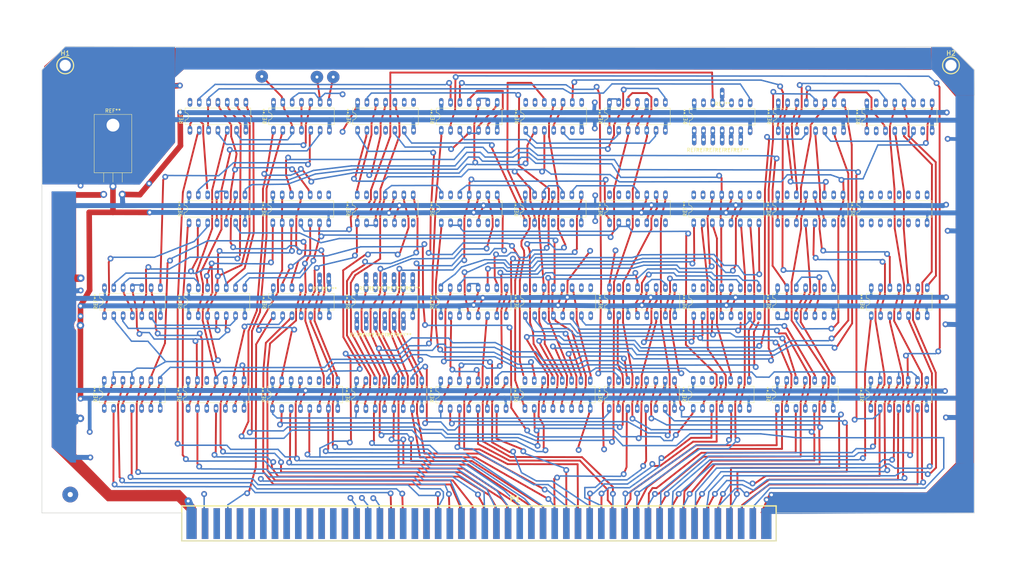
<source format=kicad_pcb>
(kicad_pcb (version 20171130) (host pcbnew "(5.1.12)-1")
  (title_block (date "18 April 2018") (company "Derived from John Monahan's S100 486 design"))
  (layers (0 Front signal hide) (31 Back signal) (34 B.Paste user hide) (35 F.Paste user hide) (36 B.SilkS user hide) (37 F.SilkS user hide) (38 B.Mask user hide) (39 F.Mask user hide) (44 Edge.Cuts user))
  (net 0 "")
  (net 1 "Net-(H1-Pad1)")
  (net 2 "Net-(H2-Pad1)")
  (module Dazzler:DIP-pad (layer Front) (at 96.0628 88.3158)
    (fp_text reference REF** (at 0 0.5) (layer F.SilkS))
    (fp_text value DIP-pad)
    (pad 1 thru_hole oval (at -0.1 -2.38) (size 1.2 3.2) (drill 0.762) (layers *.Cu *.Mask))
  )
  (module Dazzler:DIP-pad (layer Front) (at 98.5774 88.4174)
    (fp_text reference REF** (at 0 0.5) (layer F.SilkS))
    (fp_text value DIP-pad)
    (pad 1 thru_hole oval (at -0.1 -2.38) (size 1.2 3.2) (drill 0.762) (layers *.Cu *.Mask))
  )
  (module Dazzler:DIP-pad (layer Front) (at 205.74 37.9984)
    (fp_text reference REF** (at 0 0.5) (layer F.SilkS))
    (fp_text value DIP-pad)
    (pad 1 thru_hole oval (at -0.1 -2.38) (size 1.2 3.2) (drill 0.762) (layers *.Cu *.Mask))
  )
  (module Dazzler:DIP-pad (layer Front) (at 210.7946 50.546)
    (fp_text reference REF** (at 0 0.5) (layer F.SilkS))
    (fp_text value DIP-pad)
    (pad 1 thru_hole oval (at -0.1 -2.38) (size 1.2 3.2) (drill 0.762) (layers *.Cu *.Mask))
  )
  (module Dazzler:DIP-pad (layer Front) (at 208.1784 50.546)
    (fp_text reference REF** (at 0 0.5) (layer F.SilkS))
    (fp_text value DIP-pad)
    (pad 1 thru_hole oval (at -0.1 -2.38) (size 1.2 3.2) (drill 0.762) (layers *.Cu *.Mask))
  )
  (module Dazzler:overlay_bottom (layer Front) (at 147.955 90.17)
    (fp_text reference G*** hide)
    (fp_text value LOGO hide)
  )
  (module Dazzler:DIP-pad (layer Front) (at 111.3028 100.9396)
    (fp_text reference REF** (at 0 0.5) (layer F.SilkS))
    (fp_text value DIP-pad)
    (pad 1 thru_hole oval (at -0.1 -2.38) (size 1.2 3.2) (drill 0.762) (layers *.Cu *.Mask))
  )
  (module Dazzler:DIP-pad (layer Front) (at 118.9228 100.965)
    (fp_text reference REF** (at 0 0.5) (layer F.SilkS))
    (fp_text value DIP-pad)
    (pad 1 thru_hole oval (at -0.1 -2.38) (size 1.2 3.2) (drill 0.762) (layers *.Cu *.Mask))
  )
  (module Dazzler:DIP-pad (layer Front) (at 113.8428 100.965)
    (fp_text reference REF** (at 0 0.5) (layer F.SilkS))
    (fp_text value DIP-pad)
    (pad 1 thru_hole oval (at -0.1 -2.38) (size 1.2 3.2) (drill 0.762) (layers *.Cu *.Mask))
  )
  (module Dazzler:DIP-pad (layer Front) (at 116.3828 100.9396)
    (fp_text reference REF** (at 0 0.5) (layer F.SilkS))
    (fp_text value DIP-pad)
    (pad 1 thru_hole oval (at -0.1 -2.38) (size 1.2 3.2) (drill 0.762) (layers *.Cu *.Mask))
  )
  (module Dazzler:DIP-pad (layer Front) (at 113.8174 88.2396)
    (fp_text reference REF** (at 0 0.5) (layer F.SilkS))
    (fp_text value DIP-pad)
    (pad 1 thru_hole oval (at -0.1 -2.38) (size 1.2 3.2) (drill 0.762) (layers *.Cu *.Mask))
  )
  (module Dazzler:DIP-pad (layer Front) (at 121.4374 88.265)
    (fp_text reference REF** (at 0 0.5) (layer F.SilkS))
    (fp_text value DIP-pad)
    (pad 1 thru_hole oval (at -0.1 -2.38) (size 1.2 3.2) (drill 0.762) (layers *.Cu *.Mask))
  )
  (module Dazzler:DIP-pad (layer Front) (at 116.3574 88.265)
    (fp_text reference REF** (at 0 0.5) (layer F.SilkS))
    (fp_text value DIP-pad)
    (pad 1 thru_hole oval (at -0.1 -2.38) (size 1.2 3.2) (drill 0.762) (layers *.Cu *.Mask))
  )
  (module Dazzler:DIP-pad (layer Front) (at 118.8974 88.2396)
    (fp_text reference REF** (at 0 0.5) (layer F.SilkS))
    (fp_text value DIP-pad)
    (pad 1 thru_hole oval (at -0.1 -2.38) (size 1.2 3.2) (drill 0.762) (layers *.Cu *.Mask))
  )
  (module Dazzler:DIP-pad (layer Front) (at 108.7374 88.2396)
    (fp_text reference REF** (at 0 0.5) (layer F.SilkS))
    (fp_text value DIP-pad)
    (pad 1 thru_hole oval (at -0.1 -2.38) (size 1.2 3.2) (drill 0.762) (layers *.Cu *.Mask))
  )
  (module Dazzler:DIP-pad (layer Front) (at 111.2774 88.265)
    (fp_text reference REF** (at 0 0.5) (layer F.SilkS))
    (fp_text value DIP-pad)
    (pad 1 thru_hole oval (at -0.1 -2.38) (size 1.2 3.2) (drill 0.762) (layers *.Cu *.Mask))
  )
  (module Dazzler:DIP-pad (layer Front) (at 106.2228 100.9396)
    (fp_text reference REF** (at 0 0.5) (layer F.SilkS))
    (fp_text value DIP-pad)
    (pad 1 thru_hole oval (at -0.1 -2.38) (size 1.2 3.2) (drill 0.762) (layers *.Cu *.Mask))
  )
  (module Dazzler:DIP-pad (layer Front) (at 108.7628 100.965)
    (fp_text reference REF** (at 0 0.5) (layer F.SilkS))
    (fp_text value DIP-pad)
    (pad 1 thru_hole oval (at -0.1 -2.38) (size 1.2 3.2) (drill 0.762) (layers *.Cu *.Mask))
  )
  (module Dazzler:DIP-pad (layer Front) (at 203.2 50.5206)
    (fp_text reference REF** (at 0 0.5) (layer F.SilkS))
    (fp_text value DIP-pad)
    (pad 1 thru_hole oval (at -0.1 -2.38) (size 1.2 3.2) (drill 0.762) (layers *.Cu *.Mask))
  )
  (module Dazzler:DIP-pad (layer Front) (at 205.74 50.546)
    (fp_text reference REF** (at 0 0.5) (layer F.SilkS))
    (fp_text value DIP-pad)
    (pad 1 thru_hole oval (at -0.1 -2.38) (size 1.2 3.2) (drill 0.762) (layers *.Cu *.Mask))
  )
  (module Dazzler:DIP-pad (layer Front) (at 200.66 50.546)
    (fp_text reference REF** (at 0 0.5) (layer F.SilkS))
    (fp_text value DIP-pad)
    (pad 1 thru_hole oval (at -0.1 -2.38) (size 1.2 3.2) (drill 0.762) (layers *.Cu *.Mask))
  )
  (module Dazzler:DIP-pad (layer Front) (at 198.12 50.5206)
    (fp_text reference REF** (at 0 0.5) (layer F.SilkS))
    (fp_text value DIP-pad)
    (pad 1 thru_hole oval (at -0.1 -2.38) (size 1.2 3.2) (drill 0.762) (layers *.Cu *.Mask))
  )
  (module Dazzler:DIP-16_W7.62mm_vintage (layer Front) (at 220.9292 45.7454 90)
    (fp_text reference REF** (at 3.81 -2.33 90) (layer F.SilkS))
    (fp_text value DIP-16_W7.62mm_vintage)
    (pad 1 thru_hole oval (at 0 0 90) (size 2.4 1.2) (drill 0.8) (layers *.Cu *.Mask))
    (pad 9 thru_hole oval (at 7.62 17.78 90) (size 2.4 1.2) (drill 0.8) (layers *.Cu *.Mask))
    (pad 2 thru_hole oval (at 0 2.54 90) (size 2.4 1.2) (drill 0.8) (layers *.Cu *.Mask))
    (pad 10 thru_hole oval (at 7.62 15.24 90) (size 2.4 1.2) (drill 0.8) (layers *.Cu *.Mask))
    (pad 3 thru_hole oval (at 0 5.08 90) (size 2.4 1.2) (drill 0.8) (layers *.Cu *.Mask))
    (pad 11 thru_hole oval (at 7.62 12.7 90) (size 2.4 1.2) (drill 0.8) (layers *.Cu *.Mask))
    (pad 4 thru_hole oval (at 0 7.62 90) (size 2.4 1.2) (drill 0.8) (layers *.Cu *.Mask))
    (pad 12 thru_hole oval (at 7.62 10.16 90) (size 2.4 1.2) (drill 0.8) (layers *.Cu *.Mask))
    (pad 5 thru_hole oval (at 0 10.16 90) (size 2.4 1.2) (drill 0.8) (layers *.Cu *.Mask))
    (pad 13 thru_hole oval (at 7.62 7.62 90) (size 2.4 1.2) (drill 0.8) (layers *.Cu *.Mask))
    (pad 6 thru_hole oval (at 0 12.7 90) (size 2.4 1.2) (drill 0.8) (layers *.Cu *.Mask))
    (pad 14 thru_hole oval (at 7.62 5.08 90) (size 2.4 1.2) (drill 0.8) (layers *.Cu *.Mask))
    (pad 7 thru_hole oval (at 0 15.24 90) (size 2.4 1.2) (drill 0.8) (layers *.Cu *.Mask))
    (pad 15 thru_hole oval (at 7.62 2.54 90) (size 2.4 1.2) (drill 0.8) (layers *.Cu *.Mask))
    (pad 8 thru_hole oval (at 0 17.78 90) (size 2.4 1.2) (drill 0.8) (layers *.Cu *.Mask))
    (pad 16 thru_hole oval (at 7.62 0 90) (size 2.4 1.2) (drill 0.8) (layers *.Cu *.Mask))
  )
  (module Dazzler:DIP-16_W7.62mm_vintage (layer Front) (at 245.0592 45.7708 90)
    (fp_text reference REF** (at 3.81 -2.33 90) (layer F.SilkS))
    (fp_text value DIP-16_W7.62mm_vintage)
    (pad 1 thru_hole oval (at 0 0 90) (size 2.4 1.2) (drill 0.8) (layers *.Cu *.Mask))
    (pad 9 thru_hole oval (at 7.62 17.78 90) (size 2.4 1.2) (drill 0.8) (layers *.Cu *.Mask))
    (pad 2 thru_hole oval (at 0 2.54 90) (size 2.4 1.2) (drill 0.8) (layers *.Cu *.Mask))
    (pad 10 thru_hole oval (at 7.62 15.24 90) (size 2.4 1.2) (drill 0.8) (layers *.Cu *.Mask))
    (pad 3 thru_hole oval (at 0 5.08 90) (size 2.4 1.2) (drill 0.8) (layers *.Cu *.Mask))
    (pad 11 thru_hole oval (at 7.62 12.7 90) (size 2.4 1.2) (drill 0.8) (layers *.Cu *.Mask))
    (pad 4 thru_hole oval (at 0 7.62 90) (size 2.4 1.2) (drill 0.8) (layers *.Cu *.Mask))
    (pad 12 thru_hole oval (at 7.62 10.16 90) (size 2.4 1.2) (drill 0.8) (layers *.Cu *.Mask))
    (pad 5 thru_hole oval (at 0 10.16 90) (size 2.4 1.2) (drill 0.8) (layers *.Cu *.Mask))
    (pad 13 thru_hole oval (at 7.62 7.62 90) (size 2.4 1.2) (drill 0.8) (layers *.Cu *.Mask))
    (pad 6 thru_hole oval (at 0 12.7 90) (size 2.4 1.2) (drill 0.8) (layers *.Cu *.Mask))
    (pad 14 thru_hole oval (at 7.62 5.08 90) (size 2.4 1.2) (drill 0.8) (layers *.Cu *.Mask))
    (pad 7 thru_hole oval (at 0 15.24 90) (size 2.4 1.2) (drill 0.8) (layers *.Cu *.Mask))
    (pad 15 thru_hole oval (at 7.62 2.54 90) (size 2.4 1.2) (drill 0.8) (layers *.Cu *.Mask))
    (pad 8 thru_hole oval (at 0 17.78 90) (size 2.4 1.2) (drill 0.8) (layers *.Cu *.Mask))
    (pad 16 thru_hole oval (at 7.62 0 90) (size 2.4 1.2) (drill 0.8) (layers *.Cu *.Mask))
  )
  (module Dazzler:DIP-16_W7.62mm_vintage (layer Front) (at 243.6876 70.8406 90)
    (fp_text reference REF** (at 3.81 -2.33 90) (layer F.SilkS))
    (fp_text value DIP-16_W7.62mm_vintage)
    (pad 1 thru_hole oval (at 0 0 90) (size 2.4 1.2) (drill 0.8) (layers *.Cu *.Mask))
    (pad 9 thru_hole oval (at 7.62 17.78 90) (size 2.4 1.2) (drill 0.8) (layers *.Cu *.Mask))
    (pad 2 thru_hole oval (at 0 2.54 90) (size 2.4 1.2) (drill 0.8) (layers *.Cu *.Mask))
    (pad 10 thru_hole oval (at 7.62 15.24 90) (size 2.4 1.2) (drill 0.8) (layers *.Cu *.Mask))
    (pad 3 thru_hole oval (at 0 5.08 90) (size 2.4 1.2) (drill 0.8) (layers *.Cu *.Mask))
    (pad 11 thru_hole oval (at 7.62 12.7 90) (size 2.4 1.2) (drill 0.8) (layers *.Cu *.Mask))
    (pad 4 thru_hole oval (at 0 7.62 90) (size 2.4 1.2) (drill 0.8) (layers *.Cu *.Mask))
    (pad 12 thru_hole oval (at 7.62 10.16 90) (size 2.4 1.2) (drill 0.8) (layers *.Cu *.Mask))
    (pad 5 thru_hole oval (at 0 10.16 90) (size 2.4 1.2) (drill 0.8) (layers *.Cu *.Mask))
    (pad 13 thru_hole oval (at 7.62 7.62 90) (size 2.4 1.2) (drill 0.8) (layers *.Cu *.Mask))
    (pad 6 thru_hole oval (at 0 12.7 90) (size 2.4 1.2) (drill 0.8) (layers *.Cu *.Mask))
    (pad 14 thru_hole oval (at 7.62 5.08 90) (size 2.4 1.2) (drill 0.8) (layers *.Cu *.Mask))
    (pad 7 thru_hole oval (at 0 15.24 90) (size 2.4 1.2) (drill 0.8) (layers *.Cu *.Mask))
    (pad 15 thru_hole oval (at 7.62 2.54 90) (size 2.4 1.2) (drill 0.8) (layers *.Cu *.Mask))
    (pad 8 thru_hole oval (at 0 17.78 90) (size 2.4 1.2) (drill 0.8) (layers *.Cu *.Mask))
    (pad 16 thru_hole oval (at 7.62 0 90) (size 2.4 1.2) (drill 0.8) (layers *.Cu *.Mask))
  )
  (module Dazzler:DIP-16_W7.62mm_vintage (layer Front) (at 220.7768 70.8406 90)
    (fp_text reference REF** (at 3.81 -2.33 90) (layer F.SilkS))
    (fp_text value DIP-16_W7.62mm_vintage)
    (pad 1 thru_hole oval (at 0 0 90) (size 2.4 1.2) (drill 0.8) (layers *.Cu *.Mask))
    (pad 9 thru_hole oval (at 7.62 17.78 90) (size 2.4 1.2) (drill 0.8) (layers *.Cu *.Mask))
    (pad 2 thru_hole oval (at 0 2.54 90) (size 2.4 1.2) (drill 0.8) (layers *.Cu *.Mask))
    (pad 10 thru_hole oval (at 7.62 15.24 90) (size 2.4 1.2) (drill 0.8) (layers *.Cu *.Mask))
    (pad 3 thru_hole oval (at 0 5.08 90) (size 2.4 1.2) (drill 0.8) (layers *.Cu *.Mask))
    (pad 11 thru_hole oval (at 7.62 12.7 90) (size 2.4 1.2) (drill 0.8) (layers *.Cu *.Mask))
    (pad 4 thru_hole oval (at 0 7.62 90) (size 2.4 1.2) (drill 0.8) (layers *.Cu *.Mask))
    (pad 12 thru_hole oval (at 7.62 10.16 90) (size 2.4 1.2) (drill 0.8) (layers *.Cu *.Mask))
    (pad 5 thru_hole oval (at 0 10.16 90) (size 2.4 1.2) (drill 0.8) (layers *.Cu *.Mask))
    (pad 13 thru_hole oval (at 7.62 7.62 90) (size 2.4 1.2) (drill 0.8) (layers *.Cu *.Mask))
    (pad 6 thru_hole oval (at 0 12.7 90) (size 2.4 1.2) (drill 0.8) (layers *.Cu *.Mask))
    (pad 14 thru_hole oval (at 7.62 5.08 90) (size 2.4 1.2) (drill 0.8) (layers *.Cu *.Mask))
    (pad 7 thru_hole oval (at 0 15.24 90) (size 2.4 1.2) (drill 0.8) (layers *.Cu *.Mask))
    (pad 15 thru_hole oval (at 7.62 2.54 90) (size 2.4 1.2) (drill 0.8) (layers *.Cu *.Mask))
    (pad 8 thru_hole oval (at 0 17.78 90) (size 2.4 1.2) (drill 0.8) (layers *.Cu *.Mask))
    (pad 16 thru_hole oval (at 7.62 0 90) (size 2.4 1.2) (drill 0.8) (layers *.Cu *.Mask))
  )
  (module Dazzler:DIP-16_W7.62mm_vintage (layer Front) (at 197.8914 70.8406 90)
    (fp_text reference REF** (at 3.81 -2.33 90) (layer F.SilkS))
    (fp_text value DIP-16_W7.62mm_vintage)
    (pad 1 thru_hole oval (at 0 0 90) (size 2.4 1.2) (drill 0.8) (layers *.Cu *.Mask))
    (pad 9 thru_hole oval (at 7.62 17.78 90) (size 2.4 1.2) (drill 0.8) (layers *.Cu *.Mask))
    (pad 2 thru_hole oval (at 0 2.54 90) (size 2.4 1.2) (drill 0.8) (layers *.Cu *.Mask))
    (pad 10 thru_hole oval (at 7.62 15.24 90) (size 2.4 1.2) (drill 0.8) (layers *.Cu *.Mask))
    (pad 3 thru_hole oval (at 0 5.08 90) (size 2.4 1.2) (drill 0.8) (layers *.Cu *.Mask))
    (pad 11 thru_hole oval (at 7.62 12.7 90) (size 2.4 1.2) (drill 0.8) (layers *.Cu *.Mask))
    (pad 4 thru_hole oval (at 0 7.62 90) (size 2.4 1.2) (drill 0.8) (layers *.Cu *.Mask))
    (pad 12 thru_hole oval (at 7.62 10.16 90) (size 2.4 1.2) (drill 0.8) (layers *.Cu *.Mask))
    (pad 5 thru_hole oval (at 0 10.16 90) (size 2.4 1.2) (drill 0.8) (layers *.Cu *.Mask))
    (pad 13 thru_hole oval (at 7.62 7.62 90) (size 2.4 1.2) (drill 0.8) (layers *.Cu *.Mask))
    (pad 6 thru_hole oval (at 0 12.7 90) (size 2.4 1.2) (drill 0.8) (layers *.Cu *.Mask))
    (pad 14 thru_hole oval (at 7.62 5.08 90) (size 2.4 1.2) (drill 0.8) (layers *.Cu *.Mask))
    (pad 7 thru_hole oval (at 0 15.24 90) (size 2.4 1.2) (drill 0.8) (layers *.Cu *.Mask))
    (pad 15 thru_hole oval (at 7.62 2.54 90) (size 2.4 1.2) (drill 0.8) (layers *.Cu *.Mask))
    (pad 8 thru_hole oval (at 0 17.78 90) (size 2.4 1.2) (drill 0.8) (layers *.Cu *.Mask))
    (pad 16 thru_hole oval (at 7.62 0 90) (size 2.4 1.2) (drill 0.8) (layers *.Cu *.Mask))
  )
  (module Dazzler:DIP-16_W7.62mm_vintage (layer Front) (at 197.8914 96.1644 90)
    (fp_text reference REF** (at 3.81 -2.33 90) (layer F.SilkS))
    (fp_text value DIP-16_W7.62mm_vintage)
    (pad 1 thru_hole oval (at 0 0 90) (size 2.4 1.2) (drill 0.8) (layers *.Cu *.Mask))
    (pad 9 thru_hole oval (at 7.62 17.78 90) (size 2.4 1.2) (drill 0.8) (layers *.Cu *.Mask))
    (pad 2 thru_hole oval (at 0 2.54 90) (size 2.4 1.2) (drill 0.8) (layers *.Cu *.Mask))
    (pad 10 thru_hole oval (at 7.62 15.24 90) (size 2.4 1.2) (drill 0.8) (layers *.Cu *.Mask))
    (pad 3 thru_hole oval (at 0 5.08 90) (size 2.4 1.2) (drill 0.8) (layers *.Cu *.Mask))
    (pad 11 thru_hole oval (at 7.62 12.7 90) (size 2.4 1.2) (drill 0.8) (layers *.Cu *.Mask))
    (pad 4 thru_hole oval (at 0 7.62 90) (size 2.4 1.2) (drill 0.8) (layers *.Cu *.Mask))
    (pad 12 thru_hole oval (at 7.62 10.16 90) (size 2.4 1.2) (drill 0.8) (layers *.Cu *.Mask))
    (pad 5 thru_hole oval (at 0 10.16 90) (size 2.4 1.2) (drill 0.8) (layers *.Cu *.Mask))
    (pad 13 thru_hole oval (at 7.62 7.62 90) (size 2.4 1.2) (drill 0.8) (layers *.Cu *.Mask))
    (pad 6 thru_hole oval (at 0 12.7 90) (size 2.4 1.2) (drill 0.8) (layers *.Cu *.Mask))
    (pad 14 thru_hole oval (at 7.62 5.08 90) (size 2.4 1.2) (drill 0.8) (layers *.Cu *.Mask))
    (pad 7 thru_hole oval (at 0 15.24 90) (size 2.4 1.2) (drill 0.8) (layers *.Cu *.Mask))
    (pad 15 thru_hole oval (at 7.62 2.54 90) (size 2.4 1.2) (drill 0.8) (layers *.Cu *.Mask))
    (pad 8 thru_hole oval (at 0 17.78 90) (size 2.4 1.2) (drill 0.8) (layers *.Cu *.Mask))
    (pad 16 thru_hole oval (at 7.62 0 90) (size 2.4 1.2) (drill 0.8) (layers *.Cu *.Mask))
  )
  (module Dazzler:DIP-16_W7.62mm_vintage (layer Front) (at 83.1342 121.4374 90)
    (fp_text reference REF** (at 3.81 -2.33 90) (layer F.SilkS))
    (fp_text value DIP-16_W7.62mm_vintage)
    (pad 16 thru_hole oval (at 7.62 0 90) (size 2.4 1.2) (drill 0.8) (layers *.Cu *.Mask))
    (pad 8 thru_hole oval (at 0 17.78 90) (size 2.4 1.2) (drill 0.8) (layers *.Cu *.Mask))
    (pad 15 thru_hole oval (at 7.62 2.54 90) (size 2.4 1.2) (drill 0.8) (layers *.Cu *.Mask))
    (pad 7 thru_hole oval (at 0 15.24 90) (size 2.4 1.2) (drill 0.8) (layers *.Cu *.Mask))
    (pad 14 thru_hole oval (at 7.62 5.08 90) (size 2.4 1.2) (drill 0.8) (layers *.Cu *.Mask))
    (pad 6 thru_hole oval (at 0 12.7 90) (size 2.4 1.2) (drill 0.8) (layers *.Cu *.Mask))
    (pad 13 thru_hole oval (at 7.62 7.62 90) (size 2.4 1.2) (drill 0.8) (layers *.Cu *.Mask))
    (pad 5 thru_hole oval (at 0 10.16 90) (size 2.4 1.2) (drill 0.8) (layers *.Cu *.Mask))
    (pad 12 thru_hole oval (at 7.62 10.16 90) (size 2.4 1.2) (drill 0.8) (layers *.Cu *.Mask))
    (pad 4 thru_hole oval (at 0 7.62 90) (size 2.4 1.2) (drill 0.8) (layers *.Cu *.Mask))
    (pad 11 thru_hole oval (at 7.62 12.7 90) (size 2.4 1.2) (drill 0.8) (layers *.Cu *.Mask))
    (pad 3 thru_hole oval (at 0 5.08 90) (size 2.4 1.2) (drill 0.8) (layers *.Cu *.Mask))
    (pad 10 thru_hole oval (at 7.62 15.24 90) (size 2.4 1.2) (drill 0.8) (layers *.Cu *.Mask))
    (pad 2 thru_hole oval (at 0 2.54 90) (size 2.4 1.2) (drill 0.8) (layers *.Cu *.Mask))
    (pad 9 thru_hole oval (at 7.62 17.78 90) (size 2.4 1.2) (drill 0.8) (layers *.Cu *.Mask))
    (pad 1 thru_hole oval (at 0 0 90) (size 2.4 1.2) (drill 0.8) (layers *.Cu *.Mask))
  )
  (module Dazzler:DIP-16_W7.62mm_vintage (layer Front) (at 106.045 121.4628 90)
    (fp_text reference REF** (at 3.81 -2.33 90) (layer F.SilkS))
    (fp_text value DIP-16_W7.62mm_vintage)
    (pad 1 thru_hole oval (at 0 0 90) (size 2.4 1.2) (drill 0.8) (layers *.Cu *.Mask))
    (pad 9 thru_hole oval (at 7.62 17.78 90) (size 2.4 1.2) (drill 0.8) (layers *.Cu *.Mask))
    (pad 2 thru_hole oval (at 0 2.54 90) (size 2.4 1.2) (drill 0.8) (layers *.Cu *.Mask))
    (pad 10 thru_hole oval (at 7.62 15.24 90) (size 2.4 1.2) (drill 0.8) (layers *.Cu *.Mask))
    (pad 3 thru_hole oval (at 0 5.08 90) (size 2.4 1.2) (drill 0.8) (layers *.Cu *.Mask))
    (pad 11 thru_hole oval (at 7.62 12.7 90) (size 2.4 1.2) (drill 0.8) (layers *.Cu *.Mask))
    (pad 4 thru_hole oval (at 0 7.62 90) (size 2.4 1.2) (drill 0.8) (layers *.Cu *.Mask))
    (pad 12 thru_hole oval (at 7.62 10.16 90) (size 2.4 1.2) (drill 0.8) (layers *.Cu *.Mask))
    (pad 5 thru_hole oval (at 0 10.16 90) (size 2.4 1.2) (drill 0.8) (layers *.Cu *.Mask))
    (pad 13 thru_hole oval (at 7.62 7.62 90) (size 2.4 1.2) (drill 0.8) (layers *.Cu *.Mask))
    (pad 6 thru_hole oval (at 0 12.7 90) (size 2.4 1.2) (drill 0.8) (layers *.Cu *.Mask))
    (pad 14 thru_hole oval (at 7.62 5.08 90) (size 2.4 1.2) (drill 0.8) (layers *.Cu *.Mask))
    (pad 7 thru_hole oval (at 0 15.24 90) (size 2.4 1.2) (drill 0.8) (layers *.Cu *.Mask))
    (pad 15 thru_hole oval (at 7.62 2.54 90) (size 2.4 1.2) (drill 0.8) (layers *.Cu *.Mask))
    (pad 8 thru_hole oval (at 0 17.78 90) (size 2.4 1.2) (drill 0.8) (layers *.Cu *.Mask))
    (pad 16 thru_hole oval (at 7.62 0 90) (size 2.4 1.2) (drill 0.8) (layers *.Cu *.Mask))
  )
  (module Dazzler:DIP-16_W7.62mm_vintage (layer Front) (at 128.9812 121.4628 90)
    (fp_text reference REF** (at 3.81 -2.33 90) (layer F.SilkS))
    (fp_text value DIP-16_W7.62mm_vintage)
    (pad 16 thru_hole oval (at 7.62 0 90) (size 2.4 1.2) (drill 0.8) (layers *.Cu *.Mask))
    (pad 8 thru_hole oval (at 0 17.78 90) (size 2.4 1.2) (drill 0.8) (layers *.Cu *.Mask))
    (pad 15 thru_hole oval (at 7.62 2.54 90) (size 2.4 1.2) (drill 0.8) (layers *.Cu *.Mask))
    (pad 7 thru_hole oval (at 0 15.24 90) (size 2.4 1.2) (drill 0.8) (layers *.Cu *.Mask))
    (pad 14 thru_hole oval (at 7.62 5.08 90) (size 2.4 1.2) (drill 0.8) (layers *.Cu *.Mask))
    (pad 6 thru_hole oval (at 0 12.7 90) (size 2.4 1.2) (drill 0.8) (layers *.Cu *.Mask))
    (pad 13 thru_hole oval (at 7.62 7.62 90) (size 2.4 1.2) (drill 0.8) (layers *.Cu *.Mask))
    (pad 5 thru_hole oval (at 0 10.16 90) (size 2.4 1.2) (drill 0.8) (layers *.Cu *.Mask))
    (pad 12 thru_hole oval (at 7.62 10.16 90) (size 2.4 1.2) (drill 0.8) (layers *.Cu *.Mask))
    (pad 4 thru_hole oval (at 0 7.62 90) (size 2.4 1.2) (drill 0.8) (layers *.Cu *.Mask))
    (pad 11 thru_hole oval (at 7.62 12.7 90) (size 2.4 1.2) (drill 0.8) (layers *.Cu *.Mask))
    (pad 3 thru_hole oval (at 0 5.08 90) (size 2.4 1.2) (drill 0.8) (layers *.Cu *.Mask))
    (pad 10 thru_hole oval (at 7.62 15.24 90) (size 2.4 1.2) (drill 0.8) (layers *.Cu *.Mask))
    (pad 2 thru_hole oval (at 0 2.54 90) (size 2.4 1.2) (drill 0.8) (layers *.Cu *.Mask))
    (pad 9 thru_hole oval (at 7.62 17.78 90) (size 2.4 1.2) (drill 0.8) (layers *.Cu *.Mask))
    (pad 1 thru_hole oval (at 0 0 90) (size 2.4 1.2) (drill 0.8) (layers *.Cu *.Mask))
  )
  (module Dazzler:DIP-14_W7.62mm_vintage (layer Front) (at 174.9552 70.8152 90)
    (fp_text reference REF** (at 3.81 -2.33 90) (layer F.SilkS))
    (fp_text value DIP-14_W7.62mm_vintage)
    (pad 1 thru_hole oval (at 0 0 90) (size 2.4 1.2) (drill 0.8) (layers *.Cu *.Mask))
    (pad 8 thru_hole oval (at 7.62 15.24 90) (size 2.4 1.2) (drill 0.8) (layers *.Cu *.Mask))
    (pad 2 thru_hole oval (at 0 2.54 90) (size 2.4 1.2) (drill 0.8) (layers *.Cu *.Mask))
    (pad 9 thru_hole oval (at 7.62 12.7 90) (size 2.4 1.2) (drill 0.8) (layers *.Cu *.Mask))
    (pad 3 thru_hole oval (at 0 5.08 90) (size 2.4 1.2) (drill 0.8) (layers *.Cu *.Mask))
    (pad 10 thru_hole oval (at 7.62 10.16 90) (size 2.4 1.2) (drill 0.8) (layers *.Cu *.Mask))
    (pad 4 thru_hole oval (at 0 7.62 90) (size 2.4 1.2) (drill 0.8) (layers *.Cu *.Mask))
    (pad 11 thru_hole oval (at 7.62 7.62 90) (size 2.4 1.2) (drill 0.8) (layers *.Cu *.Mask))
    (pad 5 thru_hole oval (at 0 10.16 90) (size 2.4 1.2) (drill 0.8) (layers *.Cu *.Mask))
    (pad 12 thru_hole oval (at 7.62 5.08 90) (size 2.4 1.2) (drill 0.8) (layers *.Cu *.Mask))
    (pad 6 thru_hole oval (at 0 12.7 90) (size 2.4 1.2) (drill 0.8) (layers *.Cu *.Mask))
    (pad 13 thru_hole oval (at 7.62 2.54 90) (size 2.4 1.2) (drill 0.8) (layers *.Cu *.Mask))
    (pad 7 thru_hole oval (at 0 15.24 90) (size 2.4 1.2) (drill 0.8) (layers *.Cu *.Mask))
    (pad 14 thru_hole oval (at 7.62 0 90) (size 2.4 1.2) (drill 0.8) (layers *.Cu *.Mask))
  )
  (module Dazzler:DIP-14_W7.62mm_vintage (layer Front) (at 151.9936 70.8406 90)
    (fp_text reference REF** (at 3.81 -2.33 90) (layer F.SilkS))
    (fp_text value DIP-14_W7.62mm_vintage)
    (pad 1 thru_hole oval (at 0 0 90) (size 2.4 1.2) (drill 0.8) (layers *.Cu *.Mask))
    (pad 8 thru_hole oval (at 7.62 15.24 90) (size 2.4 1.2) (drill 0.8) (layers *.Cu *.Mask))
    (pad 2 thru_hole oval (at 0 2.54 90) (size 2.4 1.2) (drill 0.8) (layers *.Cu *.Mask))
    (pad 9 thru_hole oval (at 7.62 12.7 90) (size 2.4 1.2) (drill 0.8) (layers *.Cu *.Mask))
    (pad 3 thru_hole oval (at 0 5.08 90) (size 2.4 1.2) (drill 0.8) (layers *.Cu *.Mask))
    (pad 10 thru_hole oval (at 7.62 10.16 90) (size 2.4 1.2) (drill 0.8) (layers *.Cu *.Mask))
    (pad 4 thru_hole oval (at 0 7.62 90) (size 2.4 1.2) (drill 0.8) (layers *.Cu *.Mask))
    (pad 11 thru_hole oval (at 7.62 7.62 90) (size 2.4 1.2) (drill 0.8) (layers *.Cu *.Mask))
    (pad 5 thru_hole oval (at 0 10.16 90) (size 2.4 1.2) (drill 0.8) (layers *.Cu *.Mask))
    (pad 12 thru_hole oval (at 7.62 5.08 90) (size 2.4 1.2) (drill 0.8) (layers *.Cu *.Mask))
    (pad 6 thru_hole oval (at 0 12.7 90) (size 2.4 1.2) (drill 0.8) (layers *.Cu *.Mask))
    (pad 13 thru_hole oval (at 7.62 2.54 90) (size 2.4 1.2) (drill 0.8) (layers *.Cu *.Mask))
    (pad 7 thru_hole oval (at 0 15.24 90) (size 2.4 1.2) (drill 0.8) (layers *.Cu *.Mask))
    (pad 14 thru_hole oval (at 7.62 0 90) (size 2.4 1.2) (drill 0.8) (layers *.Cu *.Mask))
  )
  (module Dazzler:DIP-14_W7.62mm_vintage (layer Front) (at 129.1082 70.8406 90)
    (fp_text reference REF** (at 3.81 -2.33 90) (layer F.SilkS))
    (fp_text value DIP-14_W7.62mm_vintage)
    (pad 1 thru_hole oval (at 0 0 90) (size 2.4 1.2) (drill 0.8) (layers *.Cu *.Mask))
    (pad 8 thru_hole oval (at 7.62 15.24 90) (size 2.4 1.2) (drill 0.8) (layers *.Cu *.Mask))
    (pad 2 thru_hole oval (at 0 2.54 90) (size 2.4 1.2) (drill 0.8) (layers *.Cu *.Mask))
    (pad 9 thru_hole oval (at 7.62 12.7 90) (size 2.4 1.2) (drill 0.8) (layers *.Cu *.Mask))
    (pad 3 thru_hole oval (at 0 5.08 90) (size 2.4 1.2) (drill 0.8) (layers *.Cu *.Mask))
    (pad 10 thru_hole oval (at 7.62 10.16 90) (size 2.4 1.2) (drill 0.8) (layers *.Cu *.Mask))
    (pad 4 thru_hole oval (at 0 7.62 90) (size 2.4 1.2) (drill 0.8) (layers *.Cu *.Mask))
    (pad 11 thru_hole oval (at 7.62 7.62 90) (size 2.4 1.2) (drill 0.8) (layers *.Cu *.Mask))
    (pad 5 thru_hole oval (at 0 10.16 90) (size 2.4 1.2) (drill 0.8) (layers *.Cu *.Mask))
    (pad 12 thru_hole oval (at 7.62 5.08 90) (size 2.4 1.2) (drill 0.8) (layers *.Cu *.Mask))
    (pad 6 thru_hole oval (at 0 12.7 90) (size 2.4 1.2) (drill 0.8) (layers *.Cu *.Mask))
    (pad 13 thru_hole oval (at 7.62 2.54 90) (size 2.4 1.2) (drill 0.8) (layers *.Cu *.Mask))
    (pad 7 thru_hole oval (at 0 15.24 90) (size 2.4 1.2) (drill 0.8) (layers *.Cu *.Mask))
    (pad 14 thru_hole oval (at 7.62 0 90) (size 2.4 1.2) (drill 0.8) (layers *.Cu *.Mask))
  )
  (module Dazzler:DIP-14_W7.62mm_vintage (layer Front) (at 106.2228 70.8406 90)
    (fp_text reference REF** (at 3.81 -2.33 90) (layer F.SilkS))
    (fp_text value DIP-14_W7.62mm_vintage)
    (pad 1 thru_hole oval (at 0 0 90) (size 2.4 1.2) (drill 0.8) (layers *.Cu *.Mask))
    (pad 8 thru_hole oval (at 7.62 15.24 90) (size 2.4 1.2) (drill 0.8) (layers *.Cu *.Mask))
    (pad 2 thru_hole oval (at 0 2.54 90) (size 2.4 1.2) (drill 0.8) (layers *.Cu *.Mask))
    (pad 9 thru_hole oval (at 7.62 12.7 90) (size 2.4 1.2) (drill 0.8) (layers *.Cu *.Mask))
    (pad 3 thru_hole oval (at 0 5.08 90) (size 2.4 1.2) (drill 0.8) (layers *.Cu *.Mask))
    (pad 10 thru_hole oval (at 7.62 10.16 90) (size 2.4 1.2) (drill 0.8) (layers *.Cu *.Mask))
    (pad 4 thru_hole oval (at 0 7.62 90) (size 2.4 1.2) (drill 0.8) (layers *.Cu *.Mask))
    (pad 11 thru_hole oval (at 7.62 7.62 90) (size 2.4 1.2) (drill 0.8) (layers *.Cu *.Mask))
    (pad 5 thru_hole oval (at 0 10.16 90) (size 2.4 1.2) (drill 0.8) (layers *.Cu *.Mask))
    (pad 12 thru_hole oval (at 7.62 5.08 90) (size 2.4 1.2) (drill 0.8) (layers *.Cu *.Mask))
    (pad 6 thru_hole oval (at 0 12.7 90) (size 2.4 1.2) (drill 0.8) (layers *.Cu *.Mask))
    (pad 13 thru_hole oval (at 7.62 2.54 90) (size 2.4 1.2) (drill 0.8) (layers *.Cu *.Mask))
    (pad 7 thru_hole oval (at 0 15.24 90) (size 2.4 1.2) (drill 0.8) (layers *.Cu *.Mask))
    (pad 14 thru_hole oval (at 7.62 0 90) (size 2.4 1.2) (drill 0.8) (layers *.Cu *.Mask))
  )
  (module Dazzler:DIP-16_W7.62mm_vintage (layer Front) (at 151.9174 121.4374 90)
    (fp_text reference REF** (at 3.81 -2.33 90) (layer F.SilkS))
    (fp_text value DIP-16_W7.62mm_vintage)
    (pad 16 thru_hole oval (at 7.62 0 90) (size 2.4 1.2) (drill 0.8) (layers *.Cu *.Mask))
    (pad 8 thru_hole oval (at 0 17.78 90) (size 2.4 1.2) (drill 0.8) (layers *.Cu *.Mask))
    (pad 15 thru_hole oval (at 7.62 2.54 90) (size 2.4 1.2) (drill 0.8) (layers *.Cu *.Mask))
    (pad 7 thru_hole oval (at 0 15.24 90) (size 2.4 1.2) (drill 0.8) (layers *.Cu *.Mask))
    (pad 14 thru_hole oval (at 7.62 5.08 90) (size 2.4 1.2) (drill 0.8) (layers *.Cu *.Mask))
    (pad 6 thru_hole oval (at 0 12.7 90) (size 2.4 1.2) (drill 0.8) (layers *.Cu *.Mask))
    (pad 13 thru_hole oval (at 7.62 7.62 90) (size 2.4 1.2) (drill 0.8) (layers *.Cu *.Mask))
    (pad 5 thru_hole oval (at 0 10.16 90) (size 2.4 1.2) (drill 0.8) (layers *.Cu *.Mask))
    (pad 12 thru_hole oval (at 7.62 10.16 90) (size 2.4 1.2) (drill 0.8) (layers *.Cu *.Mask))
    (pad 4 thru_hole oval (at 0 7.62 90) (size 2.4 1.2) (drill 0.8) (layers *.Cu *.Mask))
    (pad 11 thru_hole oval (at 7.62 12.7 90) (size 2.4 1.2) (drill 0.8) (layers *.Cu *.Mask))
    (pad 3 thru_hole oval (at 0 5.08 90) (size 2.4 1.2) (drill 0.8) (layers *.Cu *.Mask))
    (pad 10 thru_hole oval (at 7.62 15.24 90) (size 2.4 1.2) (drill 0.8) (layers *.Cu *.Mask))
    (pad 2 thru_hole oval (at 0 2.54 90) (size 2.4 1.2) (drill 0.8) (layers *.Cu *.Mask))
    (pad 9 thru_hole oval (at 7.62 17.78 90) (size 2.4 1.2) (drill 0.8) (layers *.Cu *.Mask))
    (pad 1 thru_hole oval (at 0 0 90) (size 2.4 1.2) (drill 0.8) (layers *.Cu *.Mask))
  )
  (module Dazzler:DIP-16_W7.62mm_vintage (layer Front) (at 174.879 121.4374 90)
    (fp_text reference REF** (at 3.81 -2.33 90) (layer F.SilkS))
    (fp_text value DIP-16_W7.62mm_vintage)
    (pad 16 thru_hole oval (at 7.62 0 90) (size 2.4 1.2) (drill 0.8) (layers *.Cu *.Mask))
    (pad 8 thru_hole oval (at 0 17.78 90) (size 2.4 1.2) (drill 0.8) (layers *.Cu *.Mask))
    (pad 15 thru_hole oval (at 7.62 2.54 90) (size 2.4 1.2) (drill 0.8) (layers *.Cu *.Mask))
    (pad 7 thru_hole oval (at 0 15.24 90) (size 2.4 1.2) (drill 0.8) (layers *.Cu *.Mask))
    (pad 14 thru_hole oval (at 7.62 5.08 90) (size 2.4 1.2) (drill 0.8) (layers *.Cu *.Mask))
    (pad 6 thru_hole oval (at 0 12.7 90) (size 2.4 1.2) (drill 0.8) (layers *.Cu *.Mask))
    (pad 13 thru_hole oval (at 7.62 7.62 90) (size 2.4 1.2) (drill 0.8) (layers *.Cu *.Mask))
    (pad 5 thru_hole oval (at 0 10.16 90) (size 2.4 1.2) (drill 0.8) (layers *.Cu *.Mask))
    (pad 12 thru_hole oval (at 7.62 10.16 90) (size 2.4 1.2) (drill 0.8) (layers *.Cu *.Mask))
    (pad 4 thru_hole oval (at 0 7.62 90) (size 2.4 1.2) (drill 0.8) (layers *.Cu *.Mask))
    (pad 11 thru_hole oval (at 7.62 12.7 90) (size 2.4 1.2) (drill 0.8) (layers *.Cu *.Mask))
    (pad 3 thru_hole oval (at 0 5.08 90) (size 2.4 1.2) (drill 0.8) (layers *.Cu *.Mask))
    (pad 10 thru_hole oval (at 7.62 15.24 90) (size 2.4 1.2) (drill 0.8) (layers *.Cu *.Mask))
    (pad 2 thru_hole oval (at 0 2.54 90) (size 2.4 1.2) (drill 0.8) (layers *.Cu *.Mask))
    (pad 9 thru_hole oval (at 7.62 17.78 90) (size 2.4 1.2) (drill 0.8) (layers *.Cu *.Mask))
    (pad 1 thru_hole oval (at 0 0 90) (size 2.4 1.2) (drill 0.8) (layers *.Cu *.Mask))
  )
  (module Dazzler:DIP-16_W7.62mm_vintage (layer Front) (at 174.9552 96.0882 90)
    (fp_text reference REF** (at 3.81 -2.33 90) (layer F.SilkS))
    (fp_text value DIP-16_W7.62mm_vintage)
    (pad 1 thru_hole oval (at 0 0 90) (size 2.4 1.2) (drill 0.8) (layers *.Cu *.Mask))
    (pad 9 thru_hole oval (at 7.62 17.78 90) (size 2.4 1.2) (drill 0.8) (layers *.Cu *.Mask))
    (pad 2 thru_hole oval (at 0 2.54 90) (size 2.4 1.2) (drill 0.8) (layers *.Cu *.Mask))
    (pad 10 thru_hole oval (at 7.62 15.24 90) (size 2.4 1.2) (drill 0.8) (layers *.Cu *.Mask))
    (pad 3 thru_hole oval (at 0 5.08 90) (size 2.4 1.2) (drill 0.8) (layers *.Cu *.Mask))
    (pad 11 thru_hole oval (at 7.62 12.7 90) (size 2.4 1.2) (drill 0.8) (layers *.Cu *.Mask))
    (pad 4 thru_hole oval (at 0 7.62 90) (size 2.4 1.2) (drill 0.8) (layers *.Cu *.Mask))
    (pad 12 thru_hole oval (at 7.62 10.16 90) (size 2.4 1.2) (drill 0.8) (layers *.Cu *.Mask))
    (pad 5 thru_hole oval (at 0 10.16 90) (size 2.4 1.2) (drill 0.8) (layers *.Cu *.Mask))
    (pad 13 thru_hole oval (at 7.62 7.62 90) (size 2.4 1.2) (drill 0.8) (layers *.Cu *.Mask))
    (pad 6 thru_hole oval (at 0 12.7 90) (size 2.4 1.2) (drill 0.8) (layers *.Cu *.Mask))
    (pad 14 thru_hole oval (at 7.62 5.08 90) (size 2.4 1.2) (drill 0.8) (layers *.Cu *.Mask))
    (pad 7 thru_hole oval (at 0 15.24 90) (size 2.4 1.2) (drill 0.8) (layers *.Cu *.Mask))
    (pad 15 thru_hole oval (at 7.62 2.54 90) (size 2.4 1.2) (drill 0.8) (layers *.Cu *.Mask))
    (pad 8 thru_hole oval (at 0 17.78 90) (size 2.4 1.2) (drill 0.8) (layers *.Cu *.Mask))
    (pad 16 thru_hole oval (at 7.62 0 90) (size 2.4 1.2) (drill 0.8) (layers *.Cu *.Mask))
  )
  (module Dazzler:DIP-16_W7.62mm_vintage (layer Front) (at 152.0444 96.139 90)
    (fp_text reference REF** (at 3.81 -2.33 90) (layer F.SilkS))
    (fp_text value DIP-16_W7.62mm_vintage)
    (pad 1 thru_hole oval (at 0 0 90) (size 2.4 1.2) (drill 0.8) (layers *.Cu *.Mask))
    (pad 9 thru_hole oval (at 7.62 17.78 90) (size 2.4 1.2) (drill 0.8) (layers *.Cu *.Mask))
    (pad 2 thru_hole oval (at 0 2.54 90) (size 2.4 1.2) (drill 0.8) (layers *.Cu *.Mask))
    (pad 10 thru_hole oval (at 7.62 15.24 90) (size 2.4 1.2) (drill 0.8) (layers *.Cu *.Mask))
    (pad 3 thru_hole oval (at 0 5.08 90) (size 2.4 1.2) (drill 0.8) (layers *.Cu *.Mask))
    (pad 11 thru_hole oval (at 7.62 12.7 90) (size 2.4 1.2) (drill 0.8) (layers *.Cu *.Mask))
    (pad 4 thru_hole oval (at 0 7.62 90) (size 2.4 1.2) (drill 0.8) (layers *.Cu *.Mask))
    (pad 12 thru_hole oval (at 7.62 10.16 90) (size 2.4 1.2) (drill 0.8) (layers *.Cu *.Mask))
    (pad 5 thru_hole oval (at 0 10.16 90) (size 2.4 1.2) (drill 0.8) (layers *.Cu *.Mask))
    (pad 13 thru_hole oval (at 7.62 7.62 90) (size 2.4 1.2) (drill 0.8) (layers *.Cu *.Mask))
    (pad 6 thru_hole oval (at 0 12.7 90) (size 2.4 1.2) (drill 0.8) (layers *.Cu *.Mask))
    (pad 14 thru_hole oval (at 7.62 5.08 90) (size 2.4 1.2) (drill 0.8) (layers *.Cu *.Mask))
    (pad 7 thru_hole oval (at 0 15.24 90) (size 2.4 1.2) (drill 0.8) (layers *.Cu *.Mask))
    (pad 15 thru_hole oval (at 7.62 2.54 90) (size 2.4 1.2) (drill 0.8) (layers *.Cu *.Mask))
    (pad 8 thru_hole oval (at 0 17.78 90) (size 2.4 1.2) (drill 0.8) (layers *.Cu *.Mask))
    (pad 16 thru_hole oval (at 7.62 0 90) (size 2.4 1.2) (drill 0.8) (layers *.Cu *.Mask))
  )
  (module Dazzler:DIP-16_W7.62mm_vintage (layer Front) (at 129.0066 96.139 90)
    (fp_text reference REF** (at 3.81 -2.33 90) (layer F.SilkS))
    (fp_text value DIP-16_W7.62mm_vintage)
    (pad 16 thru_hole oval (at 7.62 0 90) (size 2.4 1.2) (drill 0.8) (layers *.Cu *.Mask))
    (pad 8 thru_hole oval (at 0 17.78 90) (size 2.4 1.2) (drill 0.8) (layers *.Cu *.Mask))
    (pad 15 thru_hole oval (at 7.62 2.54 90) (size 2.4 1.2) (drill 0.8) (layers *.Cu *.Mask))
    (pad 7 thru_hole oval (at 0 15.24 90) (size 2.4 1.2) (drill 0.8) (layers *.Cu *.Mask))
    (pad 14 thru_hole oval (at 7.62 5.08 90) (size 2.4 1.2) (drill 0.8) (layers *.Cu *.Mask))
    (pad 6 thru_hole oval (at 0 12.7 90) (size 2.4 1.2) (drill 0.8) (layers *.Cu *.Mask))
    (pad 13 thru_hole oval (at 7.62 7.62 90) (size 2.4 1.2) (drill 0.8) (layers *.Cu *.Mask))
    (pad 5 thru_hole oval (at 0 10.16 90) (size 2.4 1.2) (drill 0.8) (layers *.Cu *.Mask))
    (pad 12 thru_hole oval (at 7.62 10.16 90) (size 2.4 1.2) (drill 0.8) (layers *.Cu *.Mask))
    (pad 4 thru_hole oval (at 0 7.62 90) (size 2.4 1.2) (drill 0.8) (layers *.Cu *.Mask))
    (pad 11 thru_hole oval (at 7.62 12.7 90) (size 2.4 1.2) (drill 0.8) (layers *.Cu *.Mask))
    (pad 3 thru_hole oval (at 0 5.08 90) (size 2.4 1.2) (drill 0.8) (layers *.Cu *.Mask))
    (pad 10 thru_hole oval (at 7.62 15.24 90) (size 2.4 1.2) (drill 0.8) (layers *.Cu *.Mask))
    (pad 2 thru_hole oval (at 0 2.54 90) (size 2.4 1.2) (drill 0.8) (layers *.Cu *.Mask))
    (pad 9 thru_hole oval (at 7.62 17.78 90) (size 2.4 1.2) (drill 0.8) (layers *.Cu *.Mask))
    (pad 1 thru_hole oval (at 0 0 90) (size 2.4 1.2) (drill 0.8) (layers *.Cu *.Mask))
  )
  (module Dazzler:DIP-14_W7.62mm_vintage (layer Front) (at 152.1206 45.6438 90)
    (fp_text reference REF** (at 3.81 -2.33 90) (layer F.SilkS))
    (fp_text value DIP-14_W7.62mm_vintage)
    (pad 14 thru_hole oval (at 7.62 0 90) (size 2.4 1.2) (drill 0.8) (layers *.Cu *.Mask))
    (pad 7 thru_hole oval (at 0 15.24 90) (size 2.4 1.2) (drill 0.8) (layers *.Cu *.Mask))
    (pad 13 thru_hole oval (at 7.62 2.54 90) (size 2.4 1.2) (drill 0.8) (layers *.Cu *.Mask))
    (pad 6 thru_hole oval (at 0 12.7 90) (size 2.4 1.2) (drill 0.8) (layers *.Cu *.Mask))
    (pad 12 thru_hole oval (at 7.62 5.08 90) (size 2.4 1.2) (drill 0.8) (layers *.Cu *.Mask))
    (pad 5 thru_hole oval (at 0 10.16 90) (size 2.4 1.2) (drill 0.8) (layers *.Cu *.Mask))
    (pad 11 thru_hole oval (at 7.62 7.62 90) (size 2.4 1.2) (drill 0.8) (layers *.Cu *.Mask))
    (pad 4 thru_hole oval (at 0 7.62 90) (size 2.4 1.2) (drill 0.8) (layers *.Cu *.Mask))
    (pad 10 thru_hole oval (at 7.62 10.16 90) (size 2.4 1.2) (drill 0.8) (layers *.Cu *.Mask))
    (pad 3 thru_hole oval (at 0 5.08 90) (size 2.4 1.2) (drill 0.8) (layers *.Cu *.Mask))
    (pad 9 thru_hole oval (at 7.62 12.7 90) (size 2.4 1.2) (drill 0.8) (layers *.Cu *.Mask))
    (pad 2 thru_hole oval (at 0 2.54 90) (size 2.4 1.2) (drill 0.8) (layers *.Cu *.Mask))
    (pad 8 thru_hole oval (at 7.62 15.24 90) (size 2.4 1.2) (drill 0.8) (layers *.Cu *.Mask))
    (pad 1 thru_hole oval (at 0 0 90) (size 2.4 1.2) (drill 0.8) (layers *.Cu *.Mask))
  )
  (module Dazzler:DIP-14_W7.62mm_vintage (layer Front) (at 246.1514 121.3866 90)
    (fp_text reference REF** (at 3.81 -2.33 90) (layer F.SilkS))
    (fp_text value DIP-14_W7.62mm_vintage)
    (pad 1 thru_hole oval (at 0 0 90) (size 2.4 1.2) (drill 0.8) (layers *.Cu *.Mask))
    (pad 8 thru_hole oval (at 7.62 15.24 90) (size 2.4 1.2) (drill 0.8) (layers *.Cu *.Mask))
    (pad 2 thru_hole oval (at 0 2.54 90) (size 2.4 1.2) (drill 0.8) (layers *.Cu *.Mask))
    (pad 9 thru_hole oval (at 7.62 12.7 90) (size 2.4 1.2) (drill 0.8) (layers *.Cu *.Mask))
    (pad 3 thru_hole oval (at 0 5.08 90) (size 2.4 1.2) (drill 0.8) (layers *.Cu *.Mask))
    (pad 10 thru_hole oval (at 7.62 10.16 90) (size 2.4 1.2) (drill 0.8) (layers *.Cu *.Mask))
    (pad 4 thru_hole oval (at 0 7.62 90) (size 2.4 1.2) (drill 0.8) (layers *.Cu *.Mask))
    (pad 11 thru_hole oval (at 7.62 7.62 90) (size 2.4 1.2) (drill 0.8) (layers *.Cu *.Mask))
    (pad 5 thru_hole oval (at 0 10.16 90) (size 2.4 1.2) (drill 0.8) (layers *.Cu *.Mask))
    (pad 12 thru_hole oval (at 7.62 5.08 90) (size 2.4 1.2) (drill 0.8) (layers *.Cu *.Mask))
    (pad 6 thru_hole oval (at 0 12.7 90) (size 2.4 1.2) (drill 0.8) (layers *.Cu *.Mask))
    (pad 13 thru_hole oval (at 7.62 2.54 90) (size 2.4 1.2) (drill 0.8) (layers *.Cu *.Mask))
    (pad 7 thru_hole oval (at 0 15.24 90) (size 2.4 1.2) (drill 0.8) (layers *.Cu *.Mask))
    (pad 14 thru_hole oval (at 7.62 0 90) (size 2.4 1.2) (drill 0.8) (layers *.Cu *.Mask))
  )
  (module Dazzler:DIP-14_W7.62mm_vintage (layer Front) (at 220.6752 121.3866 90)
    (fp_text reference REF** (at 3.81 -2.33 90) (layer F.SilkS))
    (fp_text value DIP-14_W7.62mm_vintage)
    (pad 1 thru_hole oval (at 0 0 90) (size 2.4 1.2) (drill 0.8) (layers *.Cu *.Mask))
    (pad 8 thru_hole oval (at 7.62 15.24 90) (size 2.4 1.2) (drill 0.8) (layers *.Cu *.Mask))
    (pad 2 thru_hole oval (at 0 2.54 90) (size 2.4 1.2) (drill 0.8) (layers *.Cu *.Mask))
    (pad 9 thru_hole oval (at 7.62 12.7 90) (size 2.4 1.2) (drill 0.8) (layers *.Cu *.Mask))
    (pad 3 thru_hole oval (at 0 5.08 90) (size 2.4 1.2) (drill 0.8) (layers *.Cu *.Mask))
    (pad 10 thru_hole oval (at 7.62 10.16 90) (size 2.4 1.2) (drill 0.8) (layers *.Cu *.Mask))
    (pad 4 thru_hole oval (at 0 7.62 90) (size 2.4 1.2) (drill 0.8) (layers *.Cu *.Mask))
    (pad 11 thru_hole oval (at 7.62 7.62 90) (size 2.4 1.2) (drill 0.8) (layers *.Cu *.Mask))
    (pad 5 thru_hole oval (at 0 10.16 90) (size 2.4 1.2) (drill 0.8) (layers *.Cu *.Mask))
    (pad 12 thru_hole oval (at 7.62 5.08 90) (size 2.4 1.2) (drill 0.8) (layers *.Cu *.Mask))
    (pad 6 thru_hole oval (at 0 12.7 90) (size 2.4 1.2) (drill 0.8) (layers *.Cu *.Mask))
    (pad 13 thru_hole oval (at 7.62 2.54 90) (size 2.4 1.2) (drill 0.8) (layers *.Cu *.Mask))
    (pad 7 thru_hole oval (at 0 15.24 90) (size 2.4 1.2) (drill 0.8) (layers *.Cu *.Mask))
    (pad 14 thru_hole oval (at 7.62 0 90) (size 2.4 1.2) (drill 0.8) (layers *.Cu *.Mask))
  )
  (module Dazzler:DIP-14_W7.62mm_vintage (layer Front) (at 197.7644 121.3866 90)
    (fp_text reference REF** (at 3.81 -2.33 90) (layer F.SilkS))
    (fp_text value DIP-14_W7.62mm_vintage)
    (pad 1 thru_hole oval (at 0 0 90) (size 2.4 1.2) (drill 0.8) (layers *.Cu *.Mask))
    (pad 8 thru_hole oval (at 7.62 15.24 90) (size 2.4 1.2) (drill 0.8) (layers *.Cu *.Mask))
    (pad 2 thru_hole oval (at 0 2.54 90) (size 2.4 1.2) (drill 0.8) (layers *.Cu *.Mask))
    (pad 9 thru_hole oval (at 7.62 12.7 90) (size 2.4 1.2) (drill 0.8) (layers *.Cu *.Mask))
    (pad 3 thru_hole oval (at 0 5.08 90) (size 2.4 1.2) (drill 0.8) (layers *.Cu *.Mask))
    (pad 10 thru_hole oval (at 7.62 10.16 90) (size 2.4 1.2) (drill 0.8) (layers *.Cu *.Mask))
    (pad 4 thru_hole oval (at 0 7.62 90) (size 2.4 1.2) (drill 0.8) (layers *.Cu *.Mask))
    (pad 11 thru_hole oval (at 7.62 7.62 90) (size 2.4 1.2) (drill 0.8) (layers *.Cu *.Mask))
    (pad 5 thru_hole oval (at 0 10.16 90) (size 2.4 1.2) (drill 0.8) (layers *.Cu *.Mask))
    (pad 12 thru_hole oval (at 7.62 5.08 90) (size 2.4 1.2) (drill 0.8) (layers *.Cu *.Mask))
    (pad 6 thru_hole oval (at 0 12.7 90) (size 2.4 1.2) (drill 0.8) (layers *.Cu *.Mask))
    (pad 13 thru_hole oval (at 7.62 2.54 90) (size 2.4 1.2) (drill 0.8) (layers *.Cu *.Mask))
    (pad 7 thru_hole oval (at 0 15.24 90) (size 2.4 1.2) (drill 0.8) (layers *.Cu *.Mask))
    (pad 14 thru_hole oval (at 7.62 0 90) (size 2.4 1.2) (drill 0.8) (layers *.Cu *.Mask))
  )
  (module Dazzler:DIP-14_W7.62mm_vintage (layer Front) (at 60.1472 121.3866 90)
    (fp_text reference REF** (at 3.81 -2.33 90) (layer F.SilkS))
    (fp_text value DIP-14_W7.62mm_vintage)
    (pad 1 thru_hole oval (at 0 0 90) (size 2.4 1.2) (drill 0.8) (layers *.Cu *.Mask))
    (pad 8 thru_hole oval (at 7.62 15.24 90) (size 2.4 1.2) (drill 0.8) (layers *.Cu *.Mask))
    (pad 2 thru_hole oval (at 0 2.54 90) (size 2.4 1.2) (drill 0.8) (layers *.Cu *.Mask))
    (pad 9 thru_hole oval (at 7.62 12.7 90) (size 2.4 1.2) (drill 0.8) (layers *.Cu *.Mask))
    (pad 3 thru_hole oval (at 0 5.08 90) (size 2.4 1.2) (drill 0.8) (layers *.Cu *.Mask))
    (pad 10 thru_hole oval (at 7.62 10.16 90) (size 2.4 1.2) (drill 0.8) (layers *.Cu *.Mask))
    (pad 4 thru_hole oval (at 0 7.62 90) (size 2.4 1.2) (drill 0.8) (layers *.Cu *.Mask))
    (pad 11 thru_hole oval (at 7.62 7.62 90) (size 2.4 1.2) (drill 0.8) (layers *.Cu *.Mask))
    (pad 5 thru_hole oval (at 0 10.16 90) (size 2.4 1.2) (drill 0.8) (layers *.Cu *.Mask))
    (pad 12 thru_hole oval (at 7.62 5.08 90) (size 2.4 1.2) (drill 0.8) (layers *.Cu *.Mask))
    (pad 6 thru_hole oval (at 0 12.7 90) (size 2.4 1.2) (drill 0.8) (layers *.Cu *.Mask))
    (pad 13 thru_hole oval (at 7.62 2.54 90) (size 2.4 1.2) (drill 0.8) (layers *.Cu *.Mask))
    (pad 7 thru_hole oval (at 0 15.24 90) (size 2.4 1.2) (drill 0.8) (layers *.Cu *.Mask))
    (pad 14 thru_hole oval (at 7.62 0 90) (size 2.4 1.2) (drill 0.8) (layers *.Cu *.Mask))
  )
  (module Dazzler:DIP-14_W7.62mm_vintage (layer Front) (at 37.3126 121.3866 90)
    (fp_text reference REF** (at 3.81 -2.33 90) (layer F.SilkS))
    (fp_text value DIP-14_W7.62mm_vintage)
    (pad 1 thru_hole oval (at 0 0 90) (size 2.4 1.2) (drill 0.8) (layers *.Cu *.Mask))
    (pad 8 thru_hole oval (at 7.62 15.24 90) (size 2.4 1.2) (drill 0.8) (layers *.Cu *.Mask))
    (pad 2 thru_hole oval (at 0 2.54 90) (size 2.4 1.2) (drill 0.8) (layers *.Cu *.Mask))
    (pad 9 thru_hole oval (at 7.62 12.7 90) (size 2.4 1.2) (drill 0.8) (layers *.Cu *.Mask))
    (pad 3 thru_hole oval (at 0 5.08 90) (size 2.4 1.2) (drill 0.8) (layers *.Cu *.Mask))
    (pad 10 thru_hole oval (at 7.62 10.16 90) (size 2.4 1.2) (drill 0.8) (layers *.Cu *.Mask))
    (pad 4 thru_hole oval (at 0 7.62 90) (size 2.4 1.2) (drill 0.8) (layers *.Cu *.Mask))
    (pad 11 thru_hole oval (at 7.62 7.62 90) (size 2.4 1.2) (drill 0.8) (layers *.Cu *.Mask))
    (pad 5 thru_hole oval (at 0 10.16 90) (size 2.4 1.2) (drill 0.8) (layers *.Cu *.Mask))
    (pad 12 thru_hole oval (at 7.62 5.08 90) (size 2.4 1.2) (drill 0.8) (layers *.Cu *.Mask))
    (pad 6 thru_hole oval (at 0 12.7 90) (size 2.4 1.2) (drill 0.8) (layers *.Cu *.Mask))
    (pad 13 thru_hole oval (at 7.62 2.54 90) (size 2.4 1.2) (drill 0.8) (layers *.Cu *.Mask))
    (pad 7 thru_hole oval (at 0 15.24 90) (size 2.4 1.2) (drill 0.8) (layers *.Cu *.Mask))
    (pad 14 thru_hole oval (at 7.62 0 90) (size 2.4 1.2) (drill 0.8) (layers *.Cu *.Mask))
  )
  (module Dazzler:DIP-14_W7.62mm_vintage (layer Front) (at 198.0184 45.7454 90)
    (fp_text reference REF** (at 3.81 -2.33 90) (layer F.SilkS))
    (fp_text value DIP-14_W7.62mm_vintage)
    (pad 1 thru_hole oval (at 0 0 90) (size 2.4 1.2) (drill 0.8) (layers *.Cu *.Mask))
    (pad 8 thru_hole oval (at 7.62 15.24 90) (size 2.4 1.2) (drill 0.8) (layers *.Cu *.Mask))
    (pad 2 thru_hole oval (at 0 2.54 90) (size 2.4 1.2) (drill 0.8) (layers *.Cu *.Mask))
    (pad 9 thru_hole oval (at 7.62 12.7 90) (size 2.4 1.2) (drill 0.8) (layers *.Cu *.Mask))
    (pad 3 thru_hole oval (at 0 5.08 90) (size 2.4 1.2) (drill 0.8) (layers *.Cu *.Mask))
    (pad 10 thru_hole oval (at 7.62 10.16 90) (size 2.4 1.2) (drill 0.8) (layers *.Cu *.Mask))
    (pad 4 thru_hole oval (at 0 7.62 90) (size 2.4 1.2) (drill 0.8) (layers *.Cu *.Mask))
    (pad 11 thru_hole oval (at 7.62 7.62 90) (size 2.4 1.2) (drill 0.8) (layers *.Cu *.Mask))
    (pad 5 thru_hole oval (at 0 10.16 90) (size 2.4 1.2) (drill 0.8) (layers *.Cu *.Mask))
    (pad 12 thru_hole oval (at 7.62 5.08 90) (size 2.4 1.2) (drill 0.8) (layers *.Cu *.Mask))
    (pad 6 thru_hole oval (at 0 12.7 90) (size 2.4 1.2) (drill 0.8) (layers *.Cu *.Mask))
    (pad 13 thru_hole oval (at 7.62 2.54 90) (size 2.4 1.2) (drill 0.8) (layers *.Cu *.Mask))
    (pad 7 thru_hole oval (at 0 15.24 90) (size 2.4 1.2) (drill 0.8) (layers *.Cu *.Mask))
    (pad 14 thru_hole oval (at 7.62 0 90) (size 2.4 1.2) (drill 0.8) (layers *.Cu *.Mask))
  )
  (module Dazzler:DIP-14_W7.62mm_vintage (layer Front) (at 174.9298 45.6438 90)
    (fp_text reference REF** (at 3.81 -2.33 90) (layer F.SilkS))
    (fp_text value DIP-14_W7.62mm_vintage)
    (pad 1 thru_hole oval (at 0 0 90) (size 2.4 1.2) (drill 0.8) (layers *.Cu *.Mask))
    (pad 8 thru_hole oval (at 7.62 15.24 90) (size 2.4 1.2) (drill 0.8) (layers *.Cu *.Mask))
    (pad 2 thru_hole oval (at 0 2.54 90) (size 2.4 1.2) (drill 0.8) (layers *.Cu *.Mask))
    (pad 9 thru_hole oval (at 7.62 12.7 90) (size 2.4 1.2) (drill 0.8) (layers *.Cu *.Mask))
    (pad 3 thru_hole oval (at 0 5.08 90) (size 2.4 1.2) (drill 0.8) (layers *.Cu *.Mask))
    (pad 10 thru_hole oval (at 7.62 10.16 90) (size 2.4 1.2) (drill 0.8) (layers *.Cu *.Mask))
    (pad 4 thru_hole oval (at 0 7.62 90) (size 2.4 1.2) (drill 0.8) (layers *.Cu *.Mask))
    (pad 11 thru_hole oval (at 7.62 7.62 90) (size 2.4 1.2) (drill 0.8) (layers *.Cu *.Mask))
    (pad 5 thru_hole oval (at 0 10.16 90) (size 2.4 1.2) (drill 0.8) (layers *.Cu *.Mask))
    (pad 12 thru_hole oval (at 7.62 5.08 90) (size 2.4 1.2) (drill 0.8) (layers *.Cu *.Mask))
    (pad 6 thru_hole oval (at 0 12.7 90) (size 2.4 1.2) (drill 0.8) (layers *.Cu *.Mask))
    (pad 13 thru_hole oval (at 7.62 2.54 90) (size 2.4 1.2) (drill 0.8) (layers *.Cu *.Mask))
    (pad 7 thru_hole oval (at 0 15.24 90) (size 2.4 1.2) (drill 0.8) (layers *.Cu *.Mask))
    (pad 14 thru_hole oval (at 7.62 0 90) (size 2.4 1.2) (drill 0.8) (layers *.Cu *.Mask))
  )
  (module Dazzler:DIP-14_W7.62mm_vintage (layer Front) (at 246.253 96.139 90)
    (fp_text reference REF** (at 3.81 -2.33 90) (layer F.SilkS))
    (fp_text value DIP-14_W7.62mm_vintage)
    (pad 1 thru_hole oval (at 0 0 90) (size 2.4 1.2) (drill 0.8) (layers *.Cu *.Mask))
    (pad 8 thru_hole oval (at 7.62 15.24 90) (size 2.4 1.2) (drill 0.8) (layers *.Cu *.Mask))
    (pad 2 thru_hole oval (at 0 2.54 90) (size 2.4 1.2) (drill 0.8) (layers *.Cu *.Mask))
    (pad 9 thru_hole oval (at 7.62 12.7 90) (size 2.4 1.2) (drill 0.8) (layers *.Cu *.Mask))
    (pad 3 thru_hole oval (at 0 5.08 90) (size 2.4 1.2) (drill 0.8) (layers *.Cu *.Mask))
    (pad 10 thru_hole oval (at 7.62 10.16 90) (size 2.4 1.2) (drill 0.8) (layers *.Cu *.Mask))
    (pad 4 thru_hole oval (at 0 7.62 90) (size 2.4 1.2) (drill 0.8) (layers *.Cu *.Mask))
    (pad 11 thru_hole oval (at 7.62 7.62 90) (size 2.4 1.2) (drill 0.8) (layers *.Cu *.Mask))
    (pad 5 thru_hole oval (at 0 10.16 90) (size 2.4 1.2) (drill 0.8) (layers *.Cu *.Mask))
    (pad 12 thru_hole oval (at 7.62 5.08 90) (size 2.4 1.2) (drill 0.8) (layers *.Cu *.Mask))
    (pad 6 thru_hole oval (at 0 12.7 90) (size 2.4 1.2) (drill 0.8) (layers *.Cu *.Mask))
    (pad 13 thru_hole oval (at 7.62 2.54 90) (size 2.4 1.2) (drill 0.8) (layers *.Cu *.Mask))
    (pad 7 thru_hole oval (at 0 15.24 90) (size 2.4 1.2) (drill 0.8) (layers *.Cu *.Mask))
    (pad 14 thru_hole oval (at 7.62 0 90) (size 2.4 1.2) (drill 0.8) (layers *.Cu *.Mask))
  )
  (module Dazzler:DIP-14_W7.62mm_vintage (layer Front) (at 220.7514 96.139 90)
    (fp_text reference REF** (at 3.81 -2.33 90) (layer F.SilkS))
    (fp_text value DIP-14_W7.62mm_vintage)
    (pad 1 thru_hole oval (at 0 0 90) (size 2.4 1.2) (drill 0.8) (layers *.Cu *.Mask))
    (pad 8 thru_hole oval (at 7.62 15.24 90) (size 2.4 1.2) (drill 0.8) (layers *.Cu *.Mask))
    (pad 2 thru_hole oval (at 0 2.54 90) (size 2.4 1.2) (drill 0.8) (layers *.Cu *.Mask))
    (pad 9 thru_hole oval (at 7.62 12.7 90) (size 2.4 1.2) (drill 0.8) (layers *.Cu *.Mask))
    (pad 3 thru_hole oval (at 0 5.08 90) (size 2.4 1.2) (drill 0.8) (layers *.Cu *.Mask))
    (pad 10 thru_hole oval (at 7.62 10.16 90) (size 2.4 1.2) (drill 0.8) (layers *.Cu *.Mask))
    (pad 4 thru_hole oval (at 0 7.62 90) (size 2.4 1.2) (drill 0.8) (layers *.Cu *.Mask))
    (pad 11 thru_hole oval (at 7.62 7.62 90) (size 2.4 1.2) (drill 0.8) (layers *.Cu *.Mask))
    (pad 5 thru_hole oval (at 0 10.16 90) (size 2.4 1.2) (drill 0.8) (layers *.Cu *.Mask))
    (pad 12 thru_hole oval (at 7.62 5.08 90) (size 2.4 1.2) (drill 0.8) (layers *.Cu *.Mask))
    (pad 6 thru_hole oval (at 0 12.7 90) (size 2.4 1.2) (drill 0.8) (layers *.Cu *.Mask))
    (pad 13 thru_hole oval (at 7.62 2.54 90) (size 2.4 1.2) (drill 0.8) (layers *.Cu *.Mask))
    (pad 7 thru_hole oval (at 0 15.24 90) (size 2.4 1.2) (drill 0.8) (layers *.Cu *.Mask))
    (pad 14 thru_hole oval (at 7.62 0 90) (size 2.4 1.2) (drill 0.8) (layers *.Cu *.Mask))
  )
  (module Dazzler:DIP-14_W7.62mm_vintage (layer Front) (at 106.0958 96.139 90)
    (fp_text reference REF** (at 3.81 -2.33 90) (layer F.SilkS))
    (fp_text value DIP-14_W7.62mm_vintage)
    (pad 1 thru_hole oval (at 0 0 90) (size 2.4 1.2) (drill 0.8) (layers *.Cu *.Mask))
    (pad 8 thru_hole oval (at 7.62 15.24 90) (size 2.4 1.2) (drill 0.8) (layers *.Cu *.Mask))
    (pad 2 thru_hole oval (at 0 2.54 90) (size 2.4 1.2) (drill 0.8) (layers *.Cu *.Mask))
    (pad 9 thru_hole oval (at 7.62 12.7 90) (size 2.4 1.2) (drill 0.8) (layers *.Cu *.Mask))
    (pad 3 thru_hole oval (at 0 5.08 90) (size 2.4 1.2) (drill 0.8) (layers *.Cu *.Mask))
    (pad 10 thru_hole oval (at 7.62 10.16 90) (size 2.4 1.2) (drill 0.8) (layers *.Cu *.Mask))
    (pad 4 thru_hole oval (at 0 7.62 90) (size 2.4 1.2) (drill 0.8) (layers *.Cu *.Mask))
    (pad 11 thru_hole oval (at 7.62 7.62 90) (size 2.4 1.2) (drill 0.8) (layers *.Cu *.Mask))
    (pad 5 thru_hole oval (at 0 10.16 90) (size 2.4 1.2) (drill 0.8) (layers *.Cu *.Mask))
    (pad 12 thru_hole oval (at 7.62 5.08 90) (size 2.4 1.2) (drill 0.8) (layers *.Cu *.Mask))
    (pad 6 thru_hole oval (at 0 12.7 90) (size 2.4 1.2) (drill 0.8) (layers *.Cu *.Mask))
    (pad 13 thru_hole oval (at 7.62 2.54 90) (size 2.4 1.2) (drill 0.8) (layers *.Cu *.Mask))
    (pad 7 thru_hole oval (at 0 15.24 90) (size 2.4 1.2) (drill 0.8) (layers *.Cu *.Mask))
    (pad 14 thru_hole oval (at 7.62 0 90) (size 2.4 1.2) (drill 0.8) (layers *.Cu *.Mask))
  )
  (module Dazzler:DIP-14_W7.62mm_vintage (layer Front) (at 37.3634 96.139 90)
    (fp_text reference REF** (at 3.81 -2.33 90) (layer F.SilkS))
    (fp_text value DIP-14_W7.62mm_vintage)
    (pad 1 thru_hole oval (at 0 0 90) (size 2.4 1.2) (drill 0.8) (layers *.Cu *.Mask))
    (pad 8 thru_hole oval (at 7.62 15.24 90) (size 2.4 1.2) (drill 0.8) (layers *.Cu *.Mask))
    (pad 2 thru_hole oval (at 0 2.54 90) (size 2.4 1.2) (drill 0.8) (layers *.Cu *.Mask))
    (pad 9 thru_hole oval (at 7.62 12.7 90) (size 2.4 1.2) (drill 0.8) (layers *.Cu *.Mask))
    (pad 3 thru_hole oval (at 0 5.08 90) (size 2.4 1.2) (drill 0.8) (layers *.Cu *.Mask))
    (pad 10 thru_hole oval (at 7.62 10.16 90) (size 2.4 1.2) (drill 0.8) (layers *.Cu *.Mask))
    (pad 4 thru_hole oval (at 0 7.62 90) (size 2.4 1.2) (drill 0.8) (layers *.Cu *.Mask))
    (pad 11 thru_hole oval (at 7.62 7.62 90) (size 2.4 1.2) (drill 0.8) (layers *.Cu *.Mask))
    (pad 5 thru_hole oval (at 0 10.16 90) (size 2.4 1.2) (drill 0.8) (layers *.Cu *.Mask))
    (pad 12 thru_hole oval (at 7.62 5.08 90) (size 2.4 1.2) (drill 0.8) (layers *.Cu *.Mask))
    (pad 6 thru_hole oval (at 0 12.7 90) (size 2.4 1.2) (drill 0.8) (layers *.Cu *.Mask))
    (pad 13 thru_hole oval (at 7.62 2.54 90) (size 2.4 1.2) (drill 0.8) (layers *.Cu *.Mask))
    (pad 7 thru_hole oval (at 0 15.24 90) (size 2.4 1.2) (drill 0.8) (layers *.Cu *.Mask))
    (pad 14 thru_hole oval (at 7.62 0 90) (size 2.4 1.2) (drill 0.8) (layers *.Cu *.Mask))
  )
  (module Dazzler:DIP-14_W7.62mm_vintage (layer Front) (at 83.3628 96.139 90)
    (fp_text reference REF** (at 3.81 -2.33 90) (layer F.SilkS))
    (fp_text value DIP-14_W7.62mm_vintage)
    (pad 1 thru_hole oval (at 0 0 90) (size 2.4 1.2) (drill 0.8) (layers *.Cu *.Mask))
    (pad 8 thru_hole oval (at 7.62 15.24 90) (size 2.4 1.2) (drill 0.8) (layers *.Cu *.Mask))
    (pad 2 thru_hole oval (at 0 2.54 90) (size 2.4 1.2) (drill 0.8) (layers *.Cu *.Mask))
    (pad 9 thru_hole oval (at 7.62 12.7 90) (size 2.4 1.2) (drill 0.8) (layers *.Cu *.Mask))
    (pad 3 thru_hole oval (at 0 5.08 90) (size 2.4 1.2) (drill 0.8) (layers *.Cu *.Mask))
    (pad 10 thru_hole oval (at 7.62 10.16 90) (size 2.4 1.2) (drill 0.8) (layers *.Cu *.Mask))
    (pad 4 thru_hole oval (at 0 7.62 90) (size 2.4 1.2) (drill 0.8) (layers *.Cu *.Mask))
    (pad 11 thru_hole oval (at 7.62 7.62 90) (size 2.4 1.2) (drill 0.8) (layers *.Cu *.Mask))
    (pad 5 thru_hole oval (at 0 10.16 90) (size 2.4 1.2) (drill 0.8) (layers *.Cu *.Mask))
    (pad 12 thru_hole oval (at 7.62 5.08 90) (size 2.4 1.2) (drill 0.8) (layers *.Cu *.Mask))
    (pad 6 thru_hole oval (at 0 12.7 90) (size 2.4 1.2) (drill 0.8) (layers *.Cu *.Mask))
    (pad 13 thru_hole oval (at 7.62 2.54 90) (size 2.4 1.2) (drill 0.8) (layers *.Cu *.Mask))
    (pad 7 thru_hole oval (at 0 15.24 90) (size 2.4 1.2) (drill 0.8) (layers *.Cu *.Mask))
    (pad 14 thru_hole oval (at 7.62 0 90) (size 2.4 1.2) (drill 0.8) (layers *.Cu *.Mask))
  )
  (module Dazzler:DIP-14_W7.62mm_vintage (layer Front) (at 60.3758 96.139 90)
    (fp_text reference REF** (at 3.81 -2.33 90) (layer F.SilkS))
    (fp_text value DIP-14_W7.62mm_vintage)
    (pad 1 thru_hole oval (at 0 0 90) (size 2.4 1.2) (drill 0.8) (layers *.Cu *.Mask))
    (pad 8 thru_hole oval (at 7.62 15.24 90) (size 2.4 1.2) (drill 0.8) (layers *.Cu *.Mask))
    (pad 2 thru_hole oval (at 0 2.54 90) (size 2.4 1.2) (drill 0.8) (layers *.Cu *.Mask))
    (pad 9 thru_hole oval (at 7.62 12.7 90) (size 2.4 1.2) (drill 0.8) (layers *.Cu *.Mask))
    (pad 3 thru_hole oval (at 0 5.08 90) (size 2.4 1.2) (drill 0.8) (layers *.Cu *.Mask))
    (pad 10 thru_hole oval (at 7.62 10.16 90) (size 2.4 1.2) (drill 0.8) (layers *.Cu *.Mask))
    (pad 4 thru_hole oval (at 0 7.62 90) (size 2.4 1.2) (drill 0.8) (layers *.Cu *.Mask))
    (pad 11 thru_hole oval (at 7.62 7.62 90) (size 2.4 1.2) (drill 0.8) (layers *.Cu *.Mask))
    (pad 5 thru_hole oval (at 0 10.16 90) (size 2.4 1.2) (drill 0.8) (layers *.Cu *.Mask))
    (pad 12 thru_hole oval (at 7.62 5.08 90) (size 2.4 1.2) (drill 0.8) (layers *.Cu *.Mask))
    (pad 6 thru_hole oval (at 0 12.7 90) (size 2.4 1.2) (drill 0.8) (layers *.Cu *.Mask))
    (pad 13 thru_hole oval (at 7.62 2.54 90) (size 2.4 1.2) (drill 0.8) (layers *.Cu *.Mask))
    (pad 7 thru_hole oval (at 0 15.24 90) (size 2.4 1.2) (drill 0.8) (layers *.Cu *.Mask))
    (pad 14 thru_hole oval (at 7.62 0 90) (size 2.4 1.2) (drill 0.8) (layers *.Cu *.Mask))
  )
  (module Dazzler:DIP-14_W7.62mm_vintage (layer Front) (at 83.2358 70.8406 90)
    (fp_text reference REF** (at 3.81 -2.33 90) (layer F.SilkS))
    (fp_text value DIP-14_W7.62mm_vintage)
    (pad 14 thru_hole oval (at 7.62 0 90) (size 2.4 1.2) (drill 0.8) (layers *.Cu *.Mask))
    (pad 7 thru_hole oval (at 0 15.24 90) (size 2.4 1.2) (drill 0.8) (layers *.Cu *.Mask))
    (pad 13 thru_hole oval (at 7.62 2.54 90) (size 2.4 1.2) (drill 0.8) (layers *.Cu *.Mask))
    (pad 6 thru_hole oval (at 0 12.7 90) (size 2.4 1.2) (drill 0.8) (layers *.Cu *.Mask))
    (pad 12 thru_hole oval (at 7.62 5.08 90) (size 2.4 1.2) (drill 0.8) (layers *.Cu *.Mask))
    (pad 5 thru_hole oval (at 0 10.16 90) (size 2.4 1.2) (drill 0.8) (layers *.Cu *.Mask))
    (pad 11 thru_hole oval (at 7.62 7.62 90) (size 2.4 1.2) (drill 0.8) (layers *.Cu *.Mask))
    (pad 4 thru_hole oval (at 0 7.62 90) (size 2.4 1.2) (drill 0.8) (layers *.Cu *.Mask))
    (pad 10 thru_hole oval (at 7.62 10.16 90) (size 2.4 1.2) (drill 0.8) (layers *.Cu *.Mask))
    (pad 3 thru_hole oval (at 0 5.08 90) (size 2.4 1.2) (drill 0.8) (layers *.Cu *.Mask))
    (pad 9 thru_hole oval (at 7.62 12.7 90) (size 2.4 1.2) (drill 0.8) (layers *.Cu *.Mask))
    (pad 2 thru_hole oval (at 0 2.54 90) (size 2.4 1.2) (drill 0.8) (layers *.Cu *.Mask))
    (pad 8 thru_hole oval (at 7.62 15.24 90) (size 2.4 1.2) (drill 0.8) (layers *.Cu *.Mask))
    (pad 1 thru_hole oval (at 0 0 90) (size 2.4 1.2) (drill 0.8) (layers *.Cu *.Mask))
  )
  (module Dazzler:DIP-14_W7.62mm_vintage (layer Front) (at 60.4012 70.8406 90)
    (fp_text reference REF** (at 3.81 -2.33 90) (layer F.SilkS))
    (fp_text value DIP-14_W7.62mm_vintage)
    (pad 1 thru_hole oval (at 0 0 90) (size 2.4 1.2) (drill 0.8) (layers *.Cu *.Mask))
    (pad 8 thru_hole oval (at 7.62 15.24 90) (size 2.4 1.2) (drill 0.8) (layers *.Cu *.Mask))
    (pad 2 thru_hole oval (at 0 2.54 90) (size 2.4 1.2) (drill 0.8) (layers *.Cu *.Mask))
    (pad 9 thru_hole oval (at 7.62 12.7 90) (size 2.4 1.2) (drill 0.8) (layers *.Cu *.Mask))
    (pad 3 thru_hole oval (at 0 5.08 90) (size 2.4 1.2) (drill 0.8) (layers *.Cu *.Mask))
    (pad 10 thru_hole oval (at 7.62 10.16 90) (size 2.4 1.2) (drill 0.8) (layers *.Cu *.Mask))
    (pad 4 thru_hole oval (at 0 7.62 90) (size 2.4 1.2) (drill 0.8) (layers *.Cu *.Mask))
    (pad 11 thru_hole oval (at 7.62 7.62 90) (size 2.4 1.2) (drill 0.8) (layers *.Cu *.Mask))
    (pad 5 thru_hole oval (at 0 10.16 90) (size 2.4 1.2) (drill 0.8) (layers *.Cu *.Mask))
    (pad 12 thru_hole oval (at 7.62 5.08 90) (size 2.4 1.2) (drill 0.8) (layers *.Cu *.Mask))
    (pad 6 thru_hole oval (at 0 12.7 90) (size 2.4 1.2) (drill 0.8) (layers *.Cu *.Mask))
    (pad 13 thru_hole oval (at 7.62 2.54 90) (size 2.4 1.2) (drill 0.8) (layers *.Cu *.Mask))
    (pad 7 thru_hole oval (at 0 15.24 90) (size 2.4 1.2) (drill 0.8) (layers *.Cu *.Mask))
    (pad 14 thru_hole oval (at 7.62 0 90) (size 2.4 1.2) (drill 0.8) (layers *.Cu *.Mask))
  )
  (module Dazzler:DIP-14_W7.62mm_vintage (layer Front) (at 129.1082 45.6438 90)
    (fp_text reference REF** (at 3.81 -2.33 90) (layer F.SilkS))
    (fp_text value DIP-14_W7.62mm_vintage)
    (pad 14 thru_hole oval (at 7.62 0 90) (size 2.4 1.2) (drill 0.8) (layers *.Cu *.Mask))
    (pad 7 thru_hole oval (at 0 15.24 90) (size 2.4 1.2) (drill 0.8) (layers *.Cu *.Mask))
    (pad 13 thru_hole oval (at 7.62 2.54 90) (size 2.4 1.2) (drill 0.8) (layers *.Cu *.Mask))
    (pad 6 thru_hole oval (at 0 12.7 90) (size 2.4 1.2) (drill 0.8) (layers *.Cu *.Mask))
    (pad 12 thru_hole oval (at 7.62 5.08 90) (size 2.4 1.2) (drill 0.8) (layers *.Cu *.Mask))
    (pad 5 thru_hole oval (at 0 10.16 90) (size 2.4 1.2) (drill 0.8) (layers *.Cu *.Mask))
    (pad 11 thru_hole oval (at 7.62 7.62 90) (size 2.4 1.2) (drill 0.8) (layers *.Cu *.Mask))
    (pad 4 thru_hole oval (at 0 7.62 90) (size 2.4 1.2) (drill 0.8) (layers *.Cu *.Mask))
    (pad 10 thru_hole oval (at 7.62 10.16 90) (size 2.4 1.2) (drill 0.8) (layers *.Cu *.Mask))
    (pad 3 thru_hole oval (at 0 5.08 90) (size 2.4 1.2) (drill 0.8) (layers *.Cu *.Mask))
    (pad 9 thru_hole oval (at 7.62 12.7 90) (size 2.4 1.2) (drill 0.8) (layers *.Cu *.Mask))
    (pad 2 thru_hole oval (at 0 2.54 90) (size 2.4 1.2) (drill 0.8) (layers *.Cu *.Mask))
    (pad 8 thru_hole oval (at 7.62 15.24 90) (size 2.4 1.2) (drill 0.8) (layers *.Cu *.Mask))
    (pad 1 thru_hole oval (at 0 0 90) (size 2.4 1.2) (drill 0.8) (layers *.Cu *.Mask))
  )
  (module Dazzler:DIP-14_W7.62mm_vintage (layer Front) (at 106.3244 45.6184 90)
    (fp_text reference REF** (at 3.81 -2.33 90) (layer F.SilkS))
    (fp_text value DIP-14_W7.62mm_vintage)
    (pad 1 thru_hole oval (at 0 0 90) (size 2.4 1.2) (drill 0.8) (layers *.Cu *.Mask))
    (pad 8 thru_hole oval (at 7.62 15.24 90) (size 2.4 1.2) (drill 0.8) (layers *.Cu *.Mask))
    (pad 2 thru_hole oval (at 0 2.54 90) (size 2.4 1.2) (drill 0.8) (layers *.Cu *.Mask))
    (pad 9 thru_hole oval (at 7.62 12.7 90) (size 2.4 1.2) (drill 0.8) (layers *.Cu *.Mask))
    (pad 3 thru_hole oval (at 0 5.08 90) (size 2.4 1.2) (drill 0.8) (layers *.Cu *.Mask))
    (pad 10 thru_hole oval (at 7.62 10.16 90) (size 2.4 1.2) (drill 0.8) (layers *.Cu *.Mask))
    (pad 4 thru_hole oval (at 0 7.62 90) (size 2.4 1.2) (drill 0.8) (layers *.Cu *.Mask))
    (pad 11 thru_hole oval (at 7.62 7.62 90) (size 2.4 1.2) (drill 0.8) (layers *.Cu *.Mask))
    (pad 5 thru_hole oval (at 0 10.16 90) (size 2.4 1.2) (drill 0.8) (layers *.Cu *.Mask))
    (pad 12 thru_hole oval (at 7.62 5.08 90) (size 2.4 1.2) (drill 0.8) (layers *.Cu *.Mask))
    (pad 6 thru_hole oval (at 0 12.7 90) (size 2.4 1.2) (drill 0.8) (layers *.Cu *.Mask))
    (pad 13 thru_hole oval (at 7.62 2.54 90) (size 2.4 1.2) (drill 0.8) (layers *.Cu *.Mask))
    (pad 7 thru_hole oval (at 0 15.24 90) (size 2.4 1.2) (drill 0.8) (layers *.Cu *.Mask))
    (pad 14 thru_hole oval (at 7.62 0 90) (size 2.4 1.2) (drill 0.8) (layers *.Cu *.Mask))
  )
  (module Dazzler:DIP-14_W7.62mm_vintage (layer Front) (at 83.4136 45.6184 90)
    (fp_text reference REF** (at 3.81 -2.33 90) (layer F.SilkS))
    (fp_text value DIP-14_W7.62mm_vintage)
    (pad 1 thru_hole oval (at 0 0 90) (size 2.4 1.2) (drill 0.8) (layers *.Cu *.Mask))
    (pad 8 thru_hole oval (at 7.62 15.24 90) (size 2.4 1.2) (drill 0.8) (layers *.Cu *.Mask))
    (pad 2 thru_hole oval (at 0 2.54 90) (size 2.4 1.2) (drill 0.8) (layers *.Cu *.Mask))
    (pad 9 thru_hole oval (at 7.62 12.7 90) (size 2.4 1.2) (drill 0.8) (layers *.Cu *.Mask))
    (pad 3 thru_hole oval (at 0 5.08 90) (size 2.4 1.2) (drill 0.8) (layers *.Cu *.Mask))
    (pad 10 thru_hole oval (at 7.62 10.16 90) (size 2.4 1.2) (drill 0.8) (layers *.Cu *.Mask))
    (pad 4 thru_hole oval (at 0 7.62 90) (size 2.4 1.2) (drill 0.8) (layers *.Cu *.Mask))
    (pad 11 thru_hole oval (at 7.62 7.62 90) (size 2.4 1.2) (drill 0.8) (layers *.Cu *.Mask))
    (pad 5 thru_hole oval (at 0 10.16 90) (size 2.4 1.2) (drill 0.8) (layers *.Cu *.Mask))
    (pad 12 thru_hole oval (at 7.62 5.08 90) (size 2.4 1.2) (drill 0.8) (layers *.Cu *.Mask))
    (pad 6 thru_hole oval (at 0 12.7 90) (size 2.4 1.2) (drill 0.8) (layers *.Cu *.Mask))
    (pad 13 thru_hole oval (at 7.62 2.54 90) (size 2.4 1.2) (drill 0.8) (layers *.Cu *.Mask))
    (pad 7 thru_hole oval (at 0 15.24 90) (size 2.4 1.2) (drill 0.8) (layers *.Cu *.Mask))
    (pad 14 thru_hole oval (at 7.62 0 90) (size 2.4 1.2) (drill 0.8) (layers *.Cu *.Mask))
  )
  (module Dazzler:DIP-14_W7.62mm_vintage (layer Front) (at 60.6552 45.6184 90)
    (fp_text reference REF** (at 3.81 -2.33 90) (layer F.SilkS))
    (fp_text value DIP-14_W7.62mm_vintage)
    (pad 14 thru_hole oval (at 7.62 0 90) (size 2.4 1.2) (drill 0.8) (layers *.Cu *.Mask))
    (pad 7 thru_hole oval (at 0 15.24 90) (size 2.4 1.2) (drill 0.8) (layers *.Cu *.Mask))
    (pad 13 thru_hole oval (at 7.62 2.54 90) (size 2.4 1.2) (drill 0.8) (layers *.Cu *.Mask))
    (pad 6 thru_hole oval (at 0 12.7 90) (size 2.4 1.2) (drill 0.8) (layers *.Cu *.Mask))
    (pad 12 thru_hole oval (at 7.62 5.08 90) (size 2.4 1.2) (drill 0.8) (layers *.Cu *.Mask))
    (pad 5 thru_hole oval (at 0 10.16 90) (size 2.4 1.2) (drill 0.8) (layers *.Cu *.Mask))
    (pad 11 thru_hole oval (at 7.62 7.62 90) (size 2.4 1.2) (drill 0.8) (layers *.Cu *.Mask))
    (pad 4 thru_hole oval (at 0 7.62 90) (size 2.4 1.2) (drill 0.8) (layers *.Cu *.Mask))
    (pad 10 thru_hole oval (at 7.62 10.16 90) (size 2.4 1.2) (drill 0.8) (layers *.Cu *.Mask))
    (pad 3 thru_hole oval (at 0 5.08 90) (size 2.4 1.2) (drill 0.8) (layers *.Cu *.Mask))
    (pad 9 thru_hole oval (at 7.62 12.7 90) (size 2.4 1.2) (drill 0.8) (layers *.Cu *.Mask))
    (pad 2 thru_hole oval (at 0 2.54 90) (size 2.4 1.2) (drill 0.8) (layers *.Cu *.Mask))
    (pad 8 thru_hole oval (at 7.62 15.24 90) (size 2.4 1.2) (drill 0.8) (layers *.Cu *.Mask))
    (pad 1 thru_hole oval (at 0 0 90) (size 2.4 1.2) (drill 0.8) (layers *.Cu *.Mask))
  )
  (module Dazzler:overlaytop (layer Front) (at 147.955 90.17)
    (fp_text reference G*** hide)
    (fp_text value LOGO hide)
  )
  (module Package_TO_SOT_THT:TO-220-3_Horizontal_TabDown (layer Front) (at 37.1348 60.8838)
    (fp_text reference REF** (at 2.54 -20.58) (layer F.SilkS))
    (fp_text value TO-220-3_Horizontal_TabDown)
    (pad 3 thru_hole oval (at 5.08 2.2) (size 1.905 2) (drill 1.1) (layers *.Cu *.Mask))
    (pad 2 thru_hole oval (at 2.54 0) (size 1.905 2) (drill 1.1) (layers *.Cu *.Mask))
    (pad 1 thru_hole circle (at 0 2.2) (size 1.905 1.905) (drill 1.1) (layers *.Cu *.Mask))
    (pad "" np_thru_hole oval (at 2.54 -16.66) (size 3.5 3.5) (drill 3.5) (layers *.Cu *.Mask))
  )
  (module S100connector:S100_MALE (layer Front) (at 58.42 157.48)
    (fp_text reference P1 (at 90.805 -11.43) (layer F.SilkS) (effects (font (size 1.524 1.524) (thickness 0.3048))))
    (fp_text value S100_MALE hide)
    (pad 100 connect rect (at 159.258 -4.699) (size 2.794 8.382) (layers Back B.Mask))
    (pad 99 connect rect (at 155.575 -4.699) (size 1.778 8.382) (layers Back B.Mask))
    (pad 98 connect rect (at 152.4 -4.699) (size 1.778 8.382) (layers Back B.Mask))
    (pad 97 connect rect (at 149.225 -4.699) (size 1.778 8.382) (layers Back B.Mask))
    (pad 96 connect rect (at 146.05 -4.699) (size 1.778 8.382) (layers Back B.Mask))
    (pad 95 connect rect (at 142.875 -4.699) (size 1.778 8.382) (layers Back B.Mask))
    (pad 94 connect rect (at 139.7 -4.699) (size 1.778 8.382) (layers Back B.Mask))
    (pad 93 connect rect (at 136.525 -4.699) (size 1.778 8.382) (layers Back B.Mask))
    (pad 92 connect rect (at 133.35 -4.699) (size 1.778 8.382) (layers Back B.Mask))
    (pad 91 connect rect (at 130.175 -4.699) (size 1.778 8.382) (layers Back B.Mask))
    (pad 90 connect rect (at 127 -4.699) (size 1.778 8.382) (layers Back B.Mask))
    (pad 89 connect rect (at 123.825 -4.699) (size 1.778 8.382) (layers Back B.Mask))
    (pad 88 connect rect (at 120.65 -4.699) (size 1.778 8.382) (layers Back B.Mask))
    (pad 87 connect rect (at 117.475 -4.699) (size 1.778 8.382) (layers Back B.Mask))
    (pad 86 connect rect (at 114.3 -4.699) (size 1.778 8.382) (layers Back B.Mask))
    (pad 85 connect rect (at 111.125 -4.699) (size 1.778 8.382) (layers Back B.Mask))
    (pad 84 connect rect (at 107.95 -4.699) (size 1.778 8.382) (layers Back B.Mask))
    (pad 83 connect rect (at 104.775 -4.699) (size 1.778 8.382) (layers Back B.Mask))
    (pad 82 connect rect (at 101.6 -4.699) (size 1.778 8.382) (layers Back B.Mask))
    (pad 81 connect rect (at 98.425 -4.699) (size 1.778 8.382) (layers Back B.Mask))
    (pad 80 connect rect (at 95.25 -4.699) (size 1.778 8.382) (layers Back B.Mask))
    (pad 79 connect rect (at 92.075 -4.699) (size 1.778 8.382) (layers Back B.Mask))
    (pad 78 connect rect (at 88.9 -4.699) (size 1.778 8.382) (layers Back B.Mask))
    (pad 77 connect rect (at 85.725 -4.699) (size 1.778 8.382) (layers Back B.Mask))
    (pad 76 connect rect (at 82.55 -4.699) (size 1.778 8.382) (layers Back B.Mask))
    (pad 75 connect rect (at 79.375 -4.699) (size 1.778 8.382) (layers Back B.Mask))
    (pad 74 connect rect (at 76.2 -4.699) (size 1.778 8.382) (layers Back B.Mask))
    (pad 73 connect rect (at 73.025 -4.699) (size 1.778 8.382) (layers Back B.Mask))
    (pad 72 connect rect (at 69.85 -4.699) (size 1.778 8.382) (layers Back B.Mask))
    (pad 71 connect rect (at 66.675 -4.699) (size 1.778 8.382) (layers Back B.Mask))
    (pad 70 connect rect (at 63.5 -4.699) (size 1.778 8.382) (layers Back B.Mask))
    (pad 69 connect rect (at 60.325 -4.699) (size 1.778 8.382) (layers Back B.Mask))
    (pad 68 connect rect (at 57.15 -4.699) (size 1.778 8.382) (layers Back B.Mask))
    (pad 67 connect rect (at 53.975 -4.699) (size 1.778 8.382) (layers Back B.Mask))
    (pad 66 connect rect (at 50.8 -4.699) (size 1.778 8.382) (layers Back B.Mask))
    (pad 65 connect rect (at 47.625 -4.699) (size 1.778 8.382) (layers Back B.Mask))
    (pad 64 connect rect (at 44.45 -4.699) (size 1.778 8.382) (layers Back B.Mask))
    (pad 63 connect rect (at 41.275 -4.699) (size 1.778 8.382) (layers Back B.Mask))
    (pad 62 connect rect (at 38.1 -4.699) (size 1.778 8.382) (layers Back B.Mask))
    (pad 61 connect rect (at 34.925 -4.699) (size 1.778 8.382) (layers Back B.Mask))
    (pad 60 connect rect (at 31.75 -4.699) (size 1.778 8.382) (layers Back B.Mask))
    (pad 59 connect rect (at 28.575 -4.699) (size 1.778 8.382) (layers Back B.Mask))
    (pad 58 connect rect (at 25.4 -4.699) (size 1.778 8.382) (layers Back B.Mask))
    (pad 57 connect rect (at 22.225 -4.699) (size 1.778 8.382) (layers Back B.Mask))
    (pad 56 connect rect (at 19.05 -4.699) (size 1.778 8.382) (layers Back B.Mask))
    (pad 55 connect rect (at 15.875 -4.699) (size 1.778 8.382) (layers Back B.Mask))
    (pad 54 connect rect (at 12.7 -4.699) (size 1.778 8.382) (layers Back B.Mask))
    (pad 53 connect rect (at 9.525 -4.699) (size 1.778 8.382) (layers Back B.Mask))
    (pad 52 connect rect (at 6.35 -4.699) (size 1.778 8.382) (layers Back B.Mask))
    (pad 51 connect rect (at 2.667 -4.699) (size 2.794 8.382) (layers Back B.Mask))
    (pad 50 connect rect (at 159.258 -4.699) (size 2.794 8.382) (layers Front F.Mask))
    (pad 49 connect rect (at 155.575 -4.699) (size 1.778 8.382) (layers Front F.Mask))
    (pad 48 connect rect (at 152.4 -4.699) (size 1.778 8.382) (layers Front F.Mask))
    (pad 47 connect rect (at 149.225 -4.699) (size 1.778 8.382) (layers Front F.Mask))
    (pad 46 connect rect (at 146.05 -4.699) (size 1.778 8.382) (layers Front F.Mask))
    (pad 45 connect rect (at 142.875 -4.699) (size 1.778 8.382) (layers Front F.Mask))
    (pad 44 connect rect (at 139.7 -4.699) (size 1.778 8.382) (layers Front F.Mask))
    (pad 43 connect rect (at 136.525 -4.699) (size 1.778 8.382) (layers Front F.Mask))
    (pad 42 connect rect (at 133.35 -4.699) (size 1.778 8.382) (layers Front F.Mask))
    (pad 41 connect rect (at 130.175 -4.699) (size 1.778 8.382) (layers Front F.Mask))
    (pad 40 connect rect (at 127 -4.699) (size 1.778 8.382) (layers Front F.Mask))
    (pad 39 connect rect (at 123.825 -4.699) (size 1.778 8.382) (layers Front F.Mask))
    (pad 38 connect rect (at 120.65 -4.699) (size 1.778 8.382) (layers Front F.Mask))
    (pad 37 connect rect (at 117.475 -4.699) (size 1.778 8.382) (layers Front F.Mask))
    (pad 36 connect rect (at 114.3 -4.699) (size 1.778 8.382) (layers Front F.Mask))
    (pad 35 connect rect (at 111.125 -4.699) (size 1.778 8.382) (layers Front F.Mask))
    (pad 34 connect rect (at 107.95 -4.699) (size 1.778 8.382) (layers Front F.Mask))
    (pad 33 connect rect (at 104.775 -4.699) (size 1.778 8.382) (layers Front F.Mask))
    (pad 32 connect rect (at 101.6 -4.699) (size 1.778 8.382) (layers Front F.Mask))
    (pad 31 connect rect (at 98.425 -4.699) (size 1.778 8.382) (layers Front F.Mask))
    (pad 30 connect rect (at 95.25 -4.699) (size 1.778 8.382) (layers Front F.Mask))
    (pad 29 connect rect (at 92.075 -4.699) (size 1.778 8.382) (layers Front F.Mask))
    (pad 28 connect rect (at 88.9 -4.699) (size 1.778 8.382) (layers Front F.Mask))
    (pad 27 connect rect (at 85.725 -4.699) (size 1.778 8.382) (layers Front F.Mask))
    (pad 26 connect rect (at 82.55 -4.699) (size 1.778 8.382) (layers Front F.Mask))
    (pad 25 connect rect (at 79.375 -4.699) (size 1.778 8.382) (layers Front F.Mask))
    (pad 24 connect rect (at 76.2 -4.699) (size 1.778 8.382) (layers Front F.Mask))
    (pad 23 connect rect (at 73.025 -4.699) (size 1.778 8.382) (layers Front F.Mask))
    (pad 22 connect rect (at 69.85 -4.699) (size 1.778 8.382) (layers Front F.Mask))
    (pad 21 connect rect (at 66.675 -4.699) (size 1.778 8.382) (layers Front F.Mask))
    (pad 20 connect rect (at 63.5 -4.699) (size 1.778 8.382) (layers Front F.Mask))
    (pad 19 connect rect (at 60.325 -4.699) (size 1.778 8.382) (layers Front F.Mask))
    (pad 18 connect rect (at 57.15 -4.699) (size 1.778 8.382) (layers Front F.Mask))
    (pad 17 connect rect (at 53.975 -4.699) (size 1.778 8.382) (layers Front F.Mask))
    (pad 16 connect rect (at 50.8 -4.699) (size 1.778 8.382) (layers Front F.Mask))
    (pad 15 connect rect (at 47.625 -4.699) (size 1.778 8.382) (layers Front F.Mask))
    (pad 14 connect rect (at 44.45 -4.699) (size 1.778 8.382) (layers Front F.Mask))
    (pad 13 connect rect (at 41.275 -4.699) (size 1.778 8.382) (layers Front F.Mask))
    (pad 12 connect rect (at 38.1 -4.699) (size 1.778 8.382) (layers Front F.Mask))
    (pad 11 connect rect (at 34.925 -4.699) (size 1.778 8.382) (layers Front F.Mask))
    (pad 10 connect rect (at 31.75 -4.699) (size 1.778 8.382) (layers Front F.Mask))
    (pad 9 connect rect (at 28.575 -4.699) (size 1.778 8.382) (layers Front F.Mask))
    (pad 8 connect rect (at 25.4 -4.699) (size 1.778 8.382) (layers Front F.Mask))
    (pad 7 connect rect (at 22.225 -4.699) (size 1.778 8.382) (layers Front F.Mask))
    (pad 6 connect rect (at 19.05 -4.699) (size 1.778 8.382) (layers Front F.Mask))
    (pad 5 connect rect (at 15.875 -4.699) (size 1.778 8.382) (layers Front F.Mask))
    (pad 4 connect rect (at 12.7 -4.699) (size 1.778 8.382) (layers Front F.Mask))
    (pad 3 connect rect (at 9.525 -4.699) (size 1.778 8.382) (layers Front F.Mask))
    (pad 2 connect rect (at 6.35 -4.699) (size 1.778 8.382) (layers Front F.Mask))
    (pad 1 connect rect (at 2.667 -4.699) (size 2.794 8.382) (layers Front F.Mask))
  )
  (module mals-library-pcb:s100-ejector (layer Front) (at 267.97 27.94)
    (fp_text reference H2 (at 0 -3.302) (layer F.SilkS) (effects (font (size 1.27 1.27) (thickness 0.2032))))
    (fp_text value Ejector hide)
    (pad 1 thru_hole circle (at 0 0) (size 3.048 3.048) (drill 3.048) (layers *.Cu *.Mask) (net 2 "Net-(H2-Pad1)"))
  )
  (module mals-library-pcb:s100-ejector (layer Front) (at 26.67 27.94)
    (fp_text reference H1 (at 0 -3.302) (layer F.SilkS) (effects (font (size 1.27 1.27) (thickness 0.2032))))
    (fp_text value Ejector hide)
    (pad 1 thru_hole circle (at 0 0) (size 3.048 3.048) (drill 3.048) (layers *.Cu *.Mask) (net 1 "Net-(H1-Pad1)"))
  )
  (gr_poly (pts (xy 262.4836 23.2156) (xy 262.6614 29.0322) (xy 58.8772 29.0322) (xy 56.5658 31.1658) (xy 56.769 23.1394)) (layer Back) (width 0.1))
  (gr_poly (pts (xy 29.5402 84.6836) (xy 29.2862 84.963) (xy 29.1592 85.3948) (xy 29.0576 85.9028) (xy 29.0576 86.0552) (xy 29.1338 86.3854) (xy 29.2354 86.741) (xy 29.5402 87.0966) (xy 29.5656 87.249) (xy 29.6164 97.3836) (xy 29.4386 97.5106) (xy 29.21 97.8408) (xy 29.0322 98.2218) (xy 28.9814 98.6028) (xy 29.0068 99.0346) (xy 29.0068 99.3648) (xy 29.1846 99.695) (xy 29.337 99.9744) (xy 29.6164 100.2284) (xy 29.6164 122.8852) (xy 30.1752 123.0884) (xy 30.1498 125.4252) (xy 29.6164 125.8824) (xy 29.5656 136.1186) (xy 28.1686 136.0932) (xy 23.0378 131.953) (xy 23.0124 62.3062) (xy 29.5656 62.3062)) (layer Back) (width 0.1))
  (gr_poly (pts (xy 262.636 29.1084) (xy 59.055 28.9306) (xy 56.5658 31.1404) (xy 56.5658 23.241) (xy 262.5598 23.241)) (layer Front) (width 0.1))
  (gr_poly (pts (xy 36.4236 63.9572) (xy 29.591 63.9572) (xy 29.6164 84.963) (xy 30.9372 84.963) (xy 30.9626 86.8934) (xy 29.591 86.8934) (xy 29.591 97.3836) (xy 29.3116 97.6884) (xy 29.1592 98.0948) (xy 29.083 98.3996) (xy 29.0068 98.7552) (xy 29.083 99.2124) (xy 29.1846 99.6188) (xy 29.4386 99.9236) (xy 29.591 100.1268) (xy 29.591 117.0432) (xy 29.4894 117.3226) (xy 29.337 117.5766) (xy 29.1592 117.9322) (xy 29.083 118.3132) (xy 29.1338 118.9736) (xy 29.2862 119.4054) (xy 29.6164 119.8626) (xy 29.6164 122.5804) (xy 29.3878 122.7582) (xy 29.1846 123.0884) (xy 28.9814 123.3932) (xy 28.9306 123.825) (xy 28.956 124.4346) (xy 29.0576 124.9172) (xy 29.2608 125.2474) (xy 29.6164 125.5776) (xy 29.591 133.8326) (xy 39.1922 143.6624) (xy 57.9374 143.637) (xy 62.1792 148.0566) (xy 62.1792 149.5806) (xy 60.0964 149.5806) (xy 57.0992 146.6342) (xy 38.1 146.6342) (xy 23.0378 131.9276) (xy 23.0124 62.484) (xy 36.4236 62.484)) (layer Front) (width 0.1))
  (gr_poly (pts (xy 261.2898 149.8346) (xy 216.1286 149.8346) (xy 218.567 144.2466) (xy 261.3406 144.2974)) (layer Front) (width 0.1))
  (gr_poly (pts (xy 56.4896 49.022) (xy 46.9646 60.2996) (xy 20.9804 60.2996) (xy 20.9804 28.194) (xy 26.5684 23.1902) (xy 56.515 23.1394)) (layer Front) (width 0.1))
  (gr_poly (pts (xy 274.2946 29.1592) (xy 274.2184 36.4998) (xy 269.3162 36.4998) (xy 262.9408 29.083) (xy 262.6614 22.987) (xy 267.97 22.86)) (layer Front) (width 0.1))
  (gr_poly (pts (xy 274.32 149.86) (xy 216.3826 150.114) (xy 219.202 144.2466) (xy 261.3914 144.3228) (xy 269.4432 136.4234) (xy 274.3454 136.3472)) (layer Back) (width 0.1))
  (gr_poly (pts (xy 274.1168 136.4234) (xy 269.367 136.3472) (xy 269.2654 36.1442) (xy 274.3454 36.1696)) (layer Back) (width 0.1))
  (gr_poly (pts (xy 274.2438 149.8346) (xy 261.3406 149.733) (xy 261.3406 144.2974) (xy 269.3162 136.2202) (xy 269.3162 36.4998) (xy 274.2184 36.4998)) (layer Front) (width 0.1))
  (gr_poly (pts (xy 274.3454 29.1846) (xy 274.3708 36.0934) (xy 269.3162 36.068) (xy 262.763 29.0322) (xy 262.6868 22.8854) (xy 267.97 22.86)) (layer Back) (width 0.1))
  (gr_poly (pts (xy 56.5658 48.8442) (xy 46.9646 60.3758) (xy 20.4724 60.325) (xy 20.3708 29.1338) (xy 26.7208 22.8092) (xy 56.4642 22.86)) (layer Back) (width 0.1))
  (gr_line (start 220.345 149.86) (end 220.345 157.48) (angle 90) (layer Edge.Cuts) (width 0.1524))
  (gr_line (start 26.67 22.86) (end 20.32 29.21) (angle 90) (layer Edge.Cuts) (width 0.1524))
  (gr_line (start 267.97 22.86) (end 26.67 22.86) (angle 90) (layer Edge.Cuts) (width 0.1524))
  (gr_line (start 274.32 29.21) (end 267.97 22.86) (angle 90) (layer Edge.Cuts) (width 0.1524))
  (gr_line (start 20.32 29.21) (end 20.32 149.86) (angle 90) (layer Edge.Cuts) (width 0.1524))
  (gr_line (start 58.42 149.86) (end 20.32 149.86) (angle 90) (layer Edge.Cuts) (width 0.1524))
  (gr_line (start 58.42 157.48) (end 58.42 149.86) (angle 90) (layer Edge.Cuts) (width 0.1524))
  (gr_line (start 220.345 157.48) (end 58.42 157.48) (angle 90) (layer Edge.Cuts) (width 0.1524))
  (gr_line (start 274.32 149.86) (end 220.345 149.86) (angle 90) (layer Edge.Cuts) (width 0.1524))
  (gr_line (start 274.32 149.86) (end 274.32 29.21) (angle 90) (layer Edge.Cuts) (width 0.1524))
  (segment (start 61.087 152.781) (end 61.087 150.695014) (width 2.032) (layer Front) (net 0))
  (segment (start 53.34 46.99) (end 52.705 47.625) (width 0.6096) (layer Back) (net 0))
  (via (at 60.1726 146.6088) (size 1.6) (drill 0.8) (layers Front Back) (net 0))
  (via (at 217.7542 146.2532) (size 1.6) (drill 0.8) (layers Front Back) (net 0))
  (via (at 219.075 144.9324) (size 1.6) (drill 0.8) (layers Front Back) (net 0))
  (via (at 131.2672 32.7152) (size 1.6) (drill 0.8) (layers Front Back) (net 0))
  (via (at 133.0452 31.115) (size 1.6) (drill 0.8) (layers Front Back) (net 0))
  (via (at 134.7216 32.7152) (size 1.6) (drill 0.8) (layers Front Back) (net 0))
  (via (at 165.354 32.512) (size 1.6) (drill 0.8) (layers Front Back) (net 0))
  (via (at 171.45 33.782) (size 1.6) (drill 0.8) (layers Front Back) (net 0))
  (via (at 178.816 34.544) (size 1.6) (drill 0.8) (layers Front Back) (net 0))
  (via (at 95.25 31.115) (size 3.4) (drill 0.8) (layers Front Back) (net 0))
  (via (at 99.695 31.115) (size 3.4) (drill 0.8) (layers Front Back) (net 0))
  (via (at 80.2132 30.9626) (size 3.4) (drill 0.8) (layers Front Back) (net 0))
  (segment (start 85.9536 37.9984) (end 85.9536 36.9824) (width 0.508) (layer Front) (net 0))
  (segment (start 96.1136 37.9984) (end 96.012 36.7538) (width 0.508) (layer Front) (net 0))
  (segment (start 96.012 36.7538) (end 95.25 31.115) (width 0.508) (layer Front) (net 0))
  (segment (start 98.6536 37.9984) (end 98.5012 36.8808) (width 0.508) (layer Front) (net 0))
  (segment (start 98.5012 36.8808) (end 99.695 31.115) (width 0.508) (layer Front) (net 0))
  (segment (start 88.4936 45.6184) (end 88.4174 44.0944) (width 0.508) (layer Front) (net 0))
  (segment (start 88.4174 44.0944) (end 86.3092 39.7256) (width 0.508) (layer Front) (net 0))
  (segment (start 86.3092 39.7256) (end 85.9536 37.9984) (width 0.508) (layer Front) (net 0))
  (segment (start 91.0336 45.6184) (end 91.0336 37.9984) (width 0.508) (layer Front) (net 0))
  (via (at 102.235 35.814) (size 1.6) (drill 0.8) (layers Front Back) (net 0))
  (via (at 102.235 46.0248) (size 1.6) (drill 0.8) (layers Front Back) (net 0))
  (via (at 91.567 49.6824) (size 1.6) (drill 0.8) (layers Front Back) (net 0))
  (via (at 71.501 50.927) (size 1.6) (drill 0.8) (layers Front Back) (net 0))
  (via (at 72.9234 56.3372) (size 1.6) (drill 0.8) (layers Front Back) (net 0))
  (via (at 80.899 57.4802) (size 1.6) (drill 0.8) (layers Front Back) (net 0))
  (via (at 87.4014 53.0606) (size 1.6) (drill 0.8) (layers Front Back) (net 0))
  (via (at 92.8116 54.9148) (size 1.6) (drill 0.8) (layers Front Back) (net 0))
  (via (at 90.8558 56.1594) (size 1.6) (drill 0.8) (layers Front Back) (net 0))
  (via (at 93.7006 59.6138) (size 1.6) (drill 0.8) (layers Front Back) (net 0))
  (via (at 88.4682 56.2356) (size 1.6) (drill 0.8) (layers Front Back) (net 0))
  (via (at 105.3338 58.8264) (size 1.6) (drill 0.8) (layers Front Back) (net 0))
  (via (at 109.4994 57.8358) (size 1.6) (drill 0.8) (layers Front Back) (net 0))
  (via (at 126.9238 51.7144) (size 1.6) (drill 0.8) (layers Front Back) (net 0))
  (via (at 131.8006 50.7492) (size 1.6) (drill 0.8) (layers Front Back) (net 0))
  (via (at 138.3792 54.3814) (size 1.6) (drill 0.8) (layers Front Back) (net 0))
  (via (at 142.9004 49.6824) (size 1.6) (drill 0.8) (layers Front Back) (net 0))
  (via (at 53.9242 58.293) (size 1.6) (drill 0.8) (layers Front Back) (net 0))
  (via (at 57.912 33.4264) (size 1.6) (drill 0.8) (layers Front Back) (net 0))
  (via (at 57.9882 40.7162) (size 1.6) (drill 0.8) (layers Front Back) (net 0))
  (via (at 150.0886 35.9918) (size 1.6) (drill 0.8) (layers Front Back) (net 0))
  (via (at 152.0952 54.6354) (size 1.6) (drill 0.8) (layers Front Back) (net 0))
  (via (at 156.591 56.8706) (size 1.6) (drill 0.8) (layers Front Back) (net 0))
  (via (at 149.1234 56.8706) (size 1.6) (drill 0.8) (layers Front Back) (net 0))
  (via (at 137.3124 59.0042) (size 1.6) (drill 0.8) (layers Front Back) (net 0))
  (via (at 117.7036 66.1162) (size 1.6) (drill 0.8) (layers Front Back) (net 0))
  (via (at 114.8588 68.1228) (size 1.6) (drill 0.8) (layers Front Back) (net 0))
  (via (at 170.942 38.0238) (size 1.6) (drill 0.8) (layers Front Back) (net 0))
  (via (at 170.942 45.1104) (size 1.6) (drill 0.8) (layers Front Back) (net 0))
  (via (at 174.498 50.7238) (size 1.6) (drill 0.8) (layers Front Back) (net 0))
  (segment (start 134.1882 38.0238) (end 134.1882 33.4264) (width 0.508) (layer Front) (net 0))
  (segment (start 134.1882 33.4264) (end 134.7216 32.7152) (width 0.508) (layer Front) (net 0))
  (segment (start 131.2672 32.7152) (end 131.6736 33.6042) (width 0.508) (layer Front) (net 0))
  (segment (start 131.6736 33.6042) (end 131.6482 38.0238) (width 0.508) (layer Front) (net 0))
  (segment (start 133.0452 31.115) (end 132.969 31.9786) (width 0.508) (layer Front) (net 0))
  (segment (start 132.969 31.9786) (end 132.8928 40.005) (width 0.508) (layer Front) (net 0))
  (segment (start 132.8928 40.005) (end 131.6482 44.1706) (width 0.508) (layer Front) (net 0))
  (segment (start 131.6482 44.1706) (end 131.6482 45.6438) (width 0.508) (layer Front) (net 0))
  (segment (start 136.7282 38.0238) (end 137.033 36.7792) (width 0.508) (layer Front) (net 0))
  (segment (start 137.033 36.7792) (end 138.8618 34.8996) (width 0.508) (layer Front) (net 0))
  (segment (start 138.8618 34.8996) (end 145.8722 34.8996) (width 0.508) (layer Front) (net 0))
  (segment (start 145.8722 34.8996) (end 145.8722 39.751) (width 0.508) (layer Front) (net 0))
  (segment (start 145.8722 39.751) (end 141.8082 44.0436) (width 0.508) (layer Front) (net 0))
  (segment (start 141.8082 44.0436) (end 141.8082 45.6438) (width 0.508) (layer Front) (net 0))
  (segment (start 139.2682 45.6438) (end 139.2682 44.5008) (width 0.508) (layer Front) (net 0))
  (segment (start 139.2682 44.5008) (end 143.8402 39.4208) (width 0.508) (layer Front) (net 0))
  (segment (start 143.8402 39.4208) (end 144.3482 38.0238) (width 0.508) (layer Front) (net 0))
  (segment (start 139.2682 38.0238) (end 139.1666 39.7256) (width 0.508) (layer Front) (net 0))
  (segment (start 139.1666 39.7256) (end 138.0998 43.942) (width 0.508) (layer Front) (net 0))
  (segment (start 138.0998 43.942) (end 138.1252 53.3654) (width 0.508) (layer Front) (net 0))
  (segment (start 138.1252 53.3654) (end 138.3792 54.3814) (width 0.508) (layer Front) (net 0))
  (segment (start 109.4994 57.8358) (end 110.1852 57.0992) (width 0.508) (layer Front) (net 0))
  (segment (start 110.1852 57.0992) (end 112.5982 46.99) (width 0.508) (layer Front) (net 0))
  (segment (start 112.5982 46.99) (end 112.5982 43.6372) (width 0.508) (layer Front) (net 0))
  (segment (start 112.5982 43.6372) (end 113.6904 39.751) (width 0.508) (layer Front) (net 0))
  (segment (start 113.6904 39.751) (end 113.9444 37.9984) (width 0.508) (layer Front) (net 0))
  (segment (start 102.235 46.0248) (end 102.5906 45.1866) (width 0.508) (layer Front) (net 0))
  (segment (start 102.5906 45.1866) (end 105.9434 39.497) (width 0.508) (layer Front) (net 0))
  (segment (start 105.9434 39.497) (end 106.3244 37.9984) (width 0.508) (layer Front) (net 0))
  (segment (start 93.5736 37.9984) (end 93.2942 39.6748) (width 0.508) (layer Front) (net 0))
  (segment (start 93.2942 39.6748) (end 92.202 44.069) (width 0.508) (layer Front) (net 0))
  (segment (start 92.202 44.069) (end 92.202 49.0728) (width 0.508) (layer Front) (net 0))
  (segment (start 92.202 49.0728) (end 91.567 49.6824) (width 0.508) (layer Front) (net 0))
  (segment (start 65.7352 37.9984) (end 65.5828 39.5224) (width 0.508) (layer Front) (net 0))
  (segment (start 65.5828 39.5224) (end 65.5828 44.2468) (width 0.508) (layer Front) (net 0))
  (segment (start 65.5828 44.2468) (end 65.7352 45.6184) (width 0.508) (layer Front) (net 0))
  (segment (start 60.6552 45.6184) (end 60.7314 43.8912) (width 0.508) (layer Front) (net 0))
  (segment (start 60.7314 43.8912) (end 61.341 42.8244) (width 0.508) (layer Front) (net 0))
  (segment (start 61.341 42.8244) (end 63.0936 42.8244) (width 0.508) (layer Front) (net 0))
  (segment (start 63.0936 42.8244) (end 64.262 43.942) (width 0.508) (layer Front) (net 0))
  (segment (start 64.262 43.942) (end 64.262 46.5836) (width 0.508) (layer Front) (net 0))
  (segment (start 64.262 46.5836) (end 65.3542 61.468) (width 0.508) (layer Front) (net 0))
  (segment (start 80.2132 30.9626) (end 81.4324 32.131) (width 0.508) (layer Front) (net 0))
  (segment (start 81.4324 32.131) (end 85.6488 36.449) (width 0.508) (layer Front) (net 0))
  (segment (start 85.6488 36.449) (end 85.9536 37.9984) (width 0.508) (layer Front) (net 0))
  (segment (start 93.5736 45.6184) (end 93.2942 46.8884) (width 0.508) (layer Front) (net 0))
  (segment (start 93.2942 46.8884) (end 93.2942 54.102) (width 0.508) (layer Front) (net 0))
  (segment (start 93.2942 54.102) (end 92.8116 54.9148) (width 0.508) (layer Front) (net 0))
  (segment (start 90.8558 56.1594) (end 91.5162 56.6928) (width 0.508) (layer Front) (net 0))
  (segment (start 91.5162 56.6928) (end 93.1926 58.8264) (width 0.508) (layer Front) (net 0))
  (segment (start 93.1926 58.8264) (end 93.7006 59.6138) (width 0.508) (layer Front) (net 0))
  (segment (start 70.5612 70.8406) (end 70.5612 69.1896) (width 0.508) (layer Front) (net 0))
  (segment (start 70.5612 69.1896) (end 71.7804 64.6684) (width 0.508) (layer Front) (net 0))
  (segment (start 71.7804 64.6684) (end 71.7804 62.3316) (width 0.508) (layer Front) (net 0))
  (segment (start 71.7804 62.3316) (end 72.5932 57.3532) (width 0.508) (layer Front) (net 0))
  (segment (start 72.5932 57.3532) (end 72.9234 56.3372) (width 0.508) (layer Front) (net 0))
  (segment (start 72.9234 56.3372) (end 72.7964 55.4736) (width 0.508) (layer Front) (net 0))
  (segment (start 72.7964 55.4736) (end 73.3552 52.0192) (width 0.508) (layer Front) (net 0))
  (segment (start 73.3552 52.0192) (end 71.882 47.3202) (width 0.508) (layer Front) (net 0))
  (segment (start 71.882 47.3202) (end 71.882 44.1706) (width 0.508) (layer Front) (net 0))
  (segment (start 71.882 44.1706) (end 68.7324 39.5986) (width 0.508) (layer Front) (net 0))
  (segment (start 68.7324 39.5986) (end 68.2752 37.9984) (width 0.508) (layer Front) (net 0))
  (segment (start 70.8152 37.9984) (end 71.12 39.5986) (width 0.508) (layer Front) (net 0))
  (segment (start 71.12 39.5986) (end 74.4728 43.9674) (width 0.508) (layer Front) (net 0))
  (segment (start 74.2696 79.6798) (end 74.4728 43.9674) (width 0.508) (layer Front) (net 0))
  (via (at 72.4154 77.47) (size 1.6) (drill 0.8) (layers Front Back) (net 0))
  (via (at 68.707 78.486) (size 1.6) (drill 0.8) (layers Front Back) (net 0))
  (via (at 73.5838 80.5688) (size 1.6) (drill 0.8) (layers Front Back) (net 0))
  (via (at 66.5734 81.8896) (size 1.6) (drill 0.8) (layers Front Back) (net 0))
  (via (at 60.9346 84.0232) (size 1.6) (drill 0.8) (layers Front Back) (net 0))
  (via (at 55.2196 81.1276) (size 1.6) (drill 0.8) (layers Front Back) (net 0))
  (via (at 49.3268 82.9056) (size 1.6) (drill 0.8) (layers Front Back) (net 0))
  (via (at 39.0144 80.5688) (size 1.6) (drill 0.8) (layers Front Back) (net 0))
  (via (at 65.2526 85.3186) (size 1.6) (drill 0.8) (layers Front Back) (net 0))
  (via (at 68.2498 85.3694) (size 1.6) (drill 0.8) (layers Front Back) (net 0))
  (via (at 82.7278 81.6102) (size 1.6) (drill 0.8) (layers Front Back) (net 0))
  (via (at 88.4428 78.486) (size 1.6) (drill 0.8) (layers Front Back) (net 0))
  (via (at 90.4748 78.74) (size 1.6) (drill 0.8) (layers Front Back) (net 0))
  (via (at 91.5924 75.9968) (size 1.6) (drill 0.8) (layers Front Back) (net 0))
  (via (at 96.4438 74.5236) (size 1.6) (drill 0.8) (layers Front Back) (net 0))
  (via (at 96.4438 78.3336) (size 1.6) (drill 0.8) (layers Front Back) (net 0))
  (via (at 94.2594 81.153) (size 1.6) (drill 0.8) (layers Front Back) (net 0))
  (via (at 91.9734 81.915) (size 1.6) (drill 0.8) (layers Front Back) (net 0))
  (via (at 88.1126 82.7278) (size 1.6) (drill 0.8) (layers Front Back) (net 0))
  (via (at 30.8864 89.2556) (size 1.6) (drill 0.8) (layers Front Back) (net 0))
  (via (at 30.8356 93.472) (size 1.6) (drill 0.8) (layers Front Back) (net 0))
  (via (at 30.8356 96.2406) (size 1.6) (drill 0.8) (layers Front Back) (net 0))
  (via (at 46.8884 101.0666) (size 1.6) (drill 0.8) (layers Front Back) (net 0))
  (via (at 51.8668 100.965) (size 1.6) (drill 0.8) (layers Front Back) (net 0))
  (via (at 62.1538 103.0478) (size 1.6) (drill 0.8) (layers Front Back) (net 0))
  (via (at 63.3222 100.965) (size 1.6) (drill 0.8) (layers Front Back) (net 0))
  (via (at 68.199 100.1014) (size 1.6) (drill 0.8) (layers Front Back) (net 0))
  (via (at 70.8914 100.1014) (size 1.6) (drill 0.8) (layers Front Back) (net 0))
  (via (at 75.5142 99.0854) (size 1.6) (drill 0.8) (layers Front Back) (net 0))
  (via (at 79.4258 100.0506) (size 1.6) (drill 0.8) (layers Front Back) (net 0))
  (via (at 89.0524 99.9236) (size 1.6) (drill 0.8) (layers Front Back) (net 0))
  (via (at 95.1992 83.1088) (size 1.6) (drill 0.8) (layers Front Back) (net 0))
  (via (at 49.6824 67.9958) (size 1.6) (drill 0.8) (layers Front Back) (net 0))
  (via (at 49.53 60.1218) (size 1.6) (drill 0.8) (layers Front Back) (net 0))
  (via (at 104.013 72.6186) (size 1.6) (drill 0.8) (layers Front Back) (net 0))
  (via (at 105.5878 79.7306) (size 1.6) (drill 0.8) (layers Front Back) (net 0))
  (via (at 109.1438 79.4512) (size 1.6) (drill 0.8) (layers Front Back) (net 0))
  (via (at 108.3564 81.407) (size 1.6) (drill 0.8) (layers Front Back) (net 0))
  (via (at 117.2464 79.4512) (size 1.6) (drill 0.8) (layers Front Back) (net 0))
  (via (at 122.301 78.9178) (size 1.6) (drill 0.8) (layers Front Back) (net 0))
  (via (at 122.3772 81.8642) (size 1.6) (drill 0.8) (layers Front Back) (net 0))
  (via (at 124.5108 76.6318) (size 1.6) (drill 0.8) (layers Front Back) (net 0))
  (via (at 125.6792 79.0194) (size 1.6) (drill 0.8) (layers Front Back) (net 0))
  (via (at 124.6886 98.6536) (size 1.6) (drill 0.8) (layers Front Back) (net 0))
  (via (at 125.7554 103.6828) (size 1.6) (drill 0.8) (layers Front Back) (net 0))
  (via (at 128.8288 105.3592) (size 1.6) (drill 0.8) (layers Front Back) (net 0))
  (via (at 123.4186 108.204) (size 1.6) (drill 0.8) (layers Front Back) (net 0))
  (via (at 124.7394 110.0074) (size 1.6) (drill 0.8) (layers Front Back) (net 0))
  (via (at 129.8194 108.585) (size 1.6) (drill 0.8) (layers Front Back) (net 0))
  (via (at 132.1308 110.8202) (size 1.6) (drill 0.8) (layers Front Back) (net 0))
  (via (at 134.5946 109.6518) (size 1.6) (drill 0.8) (layers Front Back) (net 0))
  (via (at 112.141 105.0544) (size 1.6) (drill 0.8) (layers Front Back) (net 0))
  (via (at 103.0732 106.4768) (size 1.6) (drill 0.8) (layers Front Back) (net 0))
  (via (at 106.9086 110.6424) (size 1.6) (drill 0.8) (layers Front Back) (net 0))
  (via (at 68.2752 108.2548) (size 1.6) (drill 0.8) (layers Front Back) (net 0))
  (via (at 74.93 109.6518) (size 1.6) (drill 0.8) (layers Front Back) (net 0))
  (via (at 219.583 35.1536) (size 1.6) (drill 0.8) (layers Front Back) (net 0))
  (via (at 221.4372 33.655) (size 1.6) (drill 0.8) (layers Front Back) (net 0))
  (via (at 226.7712 33.2994) (size 1.6) (drill 0.8) (layers Front Back) (net 0))
  (via (at 229.0826 34.1884) (size 1.6) (drill 0.8) (layers Front Back) (net 0))
  (via (at 217.8812 47.4218) (size 1.6) (drill 0.8) (layers Front Back) (net 0))
  (via (at 204.8256 57.9882) (size 1.6) (drill 0.8) (layers Front Back) (net 0))
  (via (at 220.472 53.2892) (size 1.6) (drill 0.8) (layers Front Back) (net 0))
  (via (at 224.282 59.5884) (size 1.6) (drill 0.8) (layers Front Back) (net 0))
  (via (at 233.8832 59.6646) (size 1.6) (drill 0.8) (layers Front Back) (net 0))
  (via (at 238.125 59.1312) (size 1.6) (drill 0.8) (layers Front Back) (net 0))
  (via (at 242.6716 57.023) (size 1.6) (drill 0.8) (layers Front Back) (net 0))
  (via (at 261.1374 49.0982) (size 1.6) (drill 0.8) (layers Front Back) (net 0))
  (via (at 267.081 47.9552) (size 1.6) (drill 0.8) (layers Front Back) (net 0))
  (via (at 266.827 40.767) (size 1.6) (drill 0.8) (layers Front Back) (net 0))
  (via (at 264.0584 32.766) (size 1.6) (drill 0.8) (layers Front Back) (net 0))
  (via (at 266.6492 65.8876) (size 1.6) (drill 0.8) (layers Front Back) (net 0))
  (via (at 267.081 72.9996) (size 1.6) (drill 0.8) (layers Front Back) (net 0))
  (via (at 250.571 79.2988) (size 1.6) (drill 0.8) (layers Front Back) (net 0))
  (via (at 249.3264 81.4324) (size 1.6) (drill 0.8) (layers Front Back) (net 0))
  (via (at 233.172 78.4098) (size 1.6) (drill 0.8) (layers Front Back) (net 0))
  (via (at 231.1146 80.3656) (size 1.6) (drill 0.8) (layers Front Back) (net 0))
  (via (at 232.1052 85.6488) (size 1.6) (drill 0.8) (layers Front Back) (net 0))
  (via (at 222.3262 83.693) (size 1.6) (drill 0.8) (layers Front Back) (net 0))
  (via (at 215.7476 84.836) (size 1.6) (drill 0.8) (layers Front Back) (net 0))
  (via (at 208.5594 83.8708) (size 1.6) (drill 0.8) (layers Front Back) (net 0))
  (via (at 202.7936 82.7024) (size 1.6) (drill 0.8) (layers Front Back) (net 0))
  (via (at 197.5358 81.915) (size 1.6) (drill 0.8) (layers Front Back) (net 0))
  (via (at 196.3928 73.7362) (size 1.6) (drill 0.8) (layers Front Back) (net 0))
  (via (at 186.3598 66.0146) (size 1.6) (drill 0.8) (layers Front Back) (net 0))
  (via (at 183.642 68.0466) (size 1.6) (drill 0.8) (layers Front Back) (net 0))
  (via (at 206.7052 68.072) (size 1.6) (drill 0.8) (layers Front Back) (net 0))
  (via (at 209.3468 66.0146) (size 1.6) (drill 0.8) (layers Front Back) (net 0))
  (via (at 175.26 74.7268) (size 1.6) (drill 0.8) (layers Front Back) (net 0))
  (via (at 176.5808 78.359) (size 1.6) (drill 0.8) (layers Front Back) (net 0))
  (via (at 171.069 70.358) (size 1.6) (drill 0.8) (layers Front Back) (net 0))
  (via (at 171.069 63.3476) (size 1.6) (drill 0.8) (layers Front Back) (net 0))
  (via (at 173.9138 59.0804) (size 1.6) (drill 0.8) (layers Front Back) (net 0))
  (via (at 169.672 78.4606) (size 1.6) (drill 0.8) (layers Front Back) (net 0))
  (via (at 165.481 78.8162) (size 1.6) (drill 0.8) (layers Front Back) (net 0))
  (via (at 162.56 77.5716) (size 1.6) (drill 0.8) (layers Front Back) (net 0))
  (via (at 160.2486 75.6158) (size 1.6) (drill 0.8) (layers Front Back) (net 0))
  (via (at 157.861 77.6478) (size 1.6) (drill 0.8) (layers Front Back) (net 0))
  (via (at 152.527 76.581) (size 1.6) (drill 0.8) (layers Front Back) (net 0))
  (via (at 148.3868 77.1144) (size 1.6) (drill 0.8) (layers Front Back) (net 0))
  (via (at 158.242 85.8266) (size 1.6) (drill 0.8) (layers Front Back) (net 0))
  (via (at 148.6408 80.5942) (size 1.6) (drill 0.8) (layers Front Back) (net 0))
  (via (at 146.2532 78.359) (size 1.6) (drill 0.8) (layers Front Back) (net 0))
  (via (at 144.0434 79.4258) (size 1.6) (drill 0.8) (layers Front Back) (net 0))
  (via (at 141.478 77.8256) (size 1.6) (drill 0.8) (layers Front Back) (net 0))
  (via (at 141.8336 83.3374) (size 1.6) (drill 0.8) (layers Front Back) (net 0))
  (via (at 145.2118 84.4042) (size 1.6) (drill 0.8) (layers Front Back) (net 0))
  (via (at 135.4582 84.3026) (size 1.6) (drill 0.8) (layers Front Back) (net 0))
  (via (at 135.382 81.026) (size 1.6) (drill 0.8) (layers Front Back) (net 0))
  (via (at 181.991 84.4804) (size 1.6) (drill 0.8) (layers Front Back) (net 0))
  (via (at 185.6486 84.9376) (size 1.6) (drill 0.8) (layers Front Back) (net 0))
  (via (at 191.4144 86.0044) (size 1.6) (drill 0.8) (layers Front Back) (net 0))
  (via (at 186.182 91.1606) (size 1.6) (drill 0.8) (layers Front Back) (net 0))
  (via (at 183.769 93.2942) (size 1.6) (drill 0.8) (layers Front Back) (net 0))
  (via (at 206.7814 93.2942) (size 1.6) (drill 0.8) (layers Front Back) (net 0))
  (via (at 209.2706 91.1606) (size 1.6) (drill 0.8) (layers Front Back) (net 0))
  (via (at 209.9818 100.1522) (size 1.6) (drill 0.8) (layers Front Back) (net 0))
  (via (at 203.1492 101.2952) (size 1.6) (drill 0.8) (layers Front Back) (net 0))
  (via (at 199.6694 102.1842) (size 1.6) (drill 0.8) (layers Front Back) (net 0))
  (via (at 197.2818 103.2002) (size 1.6) (drill 0.8) (layers Front Back) (net 0))
  (via (at 184.3024 103.3526) (size 1.6) (drill 0.8) (layers Front Back) (net 0))
  (via (at 178.8922 107.7976) (size 1.6) (drill 0.8) (layers Front Back) (net 0))
  (via (at 194.5132 111.8108) (size 1.6) (drill 0.8) (layers Front Back) (net 0))
  (via (at 214.7824 110.109) (size 1.6) (drill 0.8) (layers Front Back) (net 0))
  (via (at 218.948 108.331) (size 1.6) (drill 0.8) (layers Front Back) (net 0))
  (via (at 215.7476 104.3432) (size 1.6) (drill 0.8) (layers Front Back) (net 0))
  (via (at 220.1926 103.4542) (size 1.6) (drill 0.8) (layers Front Back) (net 0))
  (via (at 222.0468 102.3112) (size 1.6) (drill 0.8) (layers Front Back) (net 0))
  (via (at 220.5482 100.1776) (size 1.6) (drill 0.8) (layers Front Back) (net 0))
  (via (at 222.5802 98.933) (size 1.6) (drill 0.8) (layers Front Back) (net 0))
  (via (at 235.3818 99.6442) (size 1.6) (drill 0.8) (layers Front Back) (net 0))
  (via (at 235.458 102.3112) (size 1.6) (drill 0.8) (layers Front Back) (net 0))
  (via (at 236.2708 104.8766) (size 1.6) (drill 0.8) (layers Front Back) (net 0))
  (via (at 255.7018 107.0102) (size 1.6) (drill 0.8) (layers Front Back) (net 0))
  (via (at 264.5156 105.8418) (size 1.6) (drill 0.8) (layers Front Back) (net 0))
  (via (at 266.4714 98.4758) (size 1.6) (drill 0.8) (layers Front Back) (net 0))
  (via (at 266.6492 91.1098) (size 1.6) (drill 0.8) (layers Front Back) (net 0))
  (via (at 171.8818 111.8616) (size 1.6) (drill 0.8) (layers Front Back) (net 0))
  (via (at 162.9918 101.0412) (size 1.6) (drill 0.8) (layers Front Back) (net 0))
  (via (at 163.8046 106.5276) (size 1.6) (drill 0.8) (layers Front Back) (net 0))
  (via (at 159.5374 104.4956) (size 1.6) (drill 0.8) (layers Front Back) (net 0))
  (via (at 155.8036 102.997) (size 1.6) (drill 0.8) (layers Front Back) (net 0))
  (via (at 152.4254 101.9302) (size 1.6) (drill 0.8) (layers Front Back) (net 0))
  (via (at 153.5684 108.7628) (size 1.6) (drill 0.8) (layers Front Back) (net 0))
  (via (at 147.7264 99.3394) (size 1.6) (drill 0.8) (layers Front Back) (net 0))
  (via (at 145.0594 109.8296) (size 1.6) (drill 0.8) (layers Front Back) (net 0))
  (via (at 142.3924 108.7628) (size 1.6) (drill 0.8) (layers Front Back) (net 0))
  (via (at 138.7602 110.8964) (size 1.6) (drill 0.8) (layers Front Back) (net 0))
  (via (at 137.9474 93.218) (size 1.6) (drill 0.8) (layers Front Back) (net 0))
  (via (at 140.4366 91.2622) (size 1.6) (drill 0.8) (layers Front Back) (net 0))
  (via (at 137.9474 67.9958) (size 1.6) (drill 0.8) (layers Front Back) (net 0))
  (via (at 140.6144 66.1162) (size 1.6) (drill 0.8) (layers Front Back) (net 0))
  (via (at 117.7036 83.3374) (size 1.6) (drill 0.8) (layers Front Back) (net 0))
  (via (at 112.5474 83.3374) (size 1.6) (drill 0.8) (layers Front Back) (net 0))
  (via (at 92.1258 116.5352) (size 1.6) (drill 0.8) (layers Front Back) (net 0))
  (via (at 124.714 125.4252) (size 1.6) (drill 0.8) (layers Front Back) (net 0))
  (via (at 132.0038 125.5014) (size 1.6) (drill 0.8) (layers Front Back) (net 0))
  (via (at 120.904 129.7686) (size 1.6) (drill 0.8) (layers Front Back) (net 0))
  (via (at 118.7704 129.8448) (size 1.6) (drill 0.8) (layers Front Back) (net 0))
  (via (at 115.57 129.8448) (size 1.6) (drill 0.8) (layers Front Back) (net 0))
  (via (at 112.8268 128.7018) (size 1.6) (drill 0.8) (layers Front Back) (net 0))
  (via (at 110.236 130.8354) (size 1.6) (drill 0.8) (layers Front Back) (net 0))
  (via (at 104.1908 130.6576) (size 1.6) (drill 0.8) (layers Front Back) (net 0))
  (via (at 100.203 131.9022) (size 1.6) (drill 0.8) (layers Front Back) (net 0))
  (via (at 97.6376 133.0452) (size 1.6) (drill 0.8) (layers Front Back) (net 0))
  (via (at 92.6592 133.9342) (size 1.6) (drill 0.8) (layers Front Back) (net 0))
  (via (at 89.8144 135.0518) (size 1.6) (drill 0.8) (layers Front Back) (net 0))
  (via (at 87.6808 136.1186) (size 1.6) (drill 0.8) (layers Front Back) (net 0))
  (via (at 85.471 136.0424) (size 1.6) (drill 0.8) (layers Front Back) (net 0))
  (via (at 83.3374 135.9916) (size 1.6) (drill 0.8) (layers Front Back) (net 0))
  (via (at 85.1916 125.7808) (size 1.6) (drill 0.8) (layers Front Back) (net 0))
  (via (at 76.9366 127.9144) (size 1.6) (drill 0.8) (layers Front Back) (net 0))
  (via (at 74.7268 128.9812) (size 1.6) (drill 0.8) (layers Front Back) (net 0))
  (via (at 69.6468 133.1468) (size 1.6) (drill 0.8) (layers Front Back) (net 0))
  (via (at 67.3354 134.0358) (size 1.6) (drill 0.8) (layers Front Back) (net 0))
  (via (at 63.1698 137.2362) (size 1.6) (drill 0.8) (layers Front Back) (net 0))
  (via (at 59.5376 135.2042) (size 1.6) (drill 0.8) (layers Front Back) (net 0))
  (via (at 57.3024 131.0132) (size 1.6) (drill 0.8) (layers Front Back) (net 0))
  (via (at 64.516 144.7038) (size 1.6) (drill 0.8) (layers Front Back) (net 0))
  (via (at 76.2254 144.5006) (size 1.6) (drill 0.8) (layers Front Back) (net 0))
  (via (at 79.9592 140.589) (size 1.6) (drill 0.8) (layers Front Back) (net 0))
  (via (at 104.3686 145.7706) (size 1.6) (drill 0.8) (layers Front Back) (net 0))
  (via (at 107.4928 145.7706) (size 1.6) (drill 0.8) (layers Front Back) (net 0))
  (via (at 110.5916 145.8468) (size 1.6) (drill 0.8) (layers Front Back) (net 0))
  (via (at 115.316 144.526) (size 1.6) (drill 0.8) (layers Front Back) (net 0))
  (via (at 118.491 144.6022) (size 1.6) (drill 0.8) (layers Front Back) (net 0))
  (via (at 128.1938 144.7038) (size 1.6) (drill 0.8) (layers Front Back) (net 0))
  (via (at 131.191 144.7038) (size 1.6) (drill 0.8) (layers Front Back) (net 0))
  (via (at 139.1158 144.8308) (size 1.6) (drill 0.8) (layers Front Back) (net 0))
  (via (at 158.2928 146.0754) (size 1.6) (drill 0.8) (layers Front Back) (net 0))
  (via (at 157.3022 143.51) (size 1.6) (drill 0.8) (layers Front Back) (net 0))
  (via (at 160.6804 140.2334) (size 1.6) (drill 0.8) (layers Front Back) (net 0))
  (via (at 163.1696 138.176) (size 1.6) (drill 0.8) (layers Front Back) (net 0))
  (via (at 169.6466 144.5768) (size 1.6) (drill 0.8) (layers Front Back) (net 0))
  (via (at 172.7708 144.5768) (size 1.6) (drill 0.8) (layers Front Back) (net 0))
  (via (at 175.8696 144.653) (size 1.6) (drill 0.8) (layers Front Back) (net 0))
  (via (at 179.2732 144.5768) (size 1.6) (drill 0.8) (layers Front Back) (net 0))
  (via (at 182.4736 144.5514) (size 1.6) (drill 0.8) (layers Front Back) (net 0))
  (via (at 187.325 144.6784) (size 1.6) (drill 0.8) (layers Front Back) (net 0))
  (via (at 190.5508 144.6784) (size 1.6) (drill 0.8) (layers Front Back) (net 0))
  (via (at 193.802 144.6784) (size 1.6) (drill 0.8) (layers Front Back) (net 0))
  (via (at 196.7738 144.6784) (size 1.6) (drill 0.8) (layers Front Back) (net 0))
  (via (at 200.152 144.6784) (size 1.6) (drill 0.8) (layers Front Back) (net 0))
  (via (at 203.6572 144.6784) (size 1.6) (drill 0.8) (layers Front Back) (net 0))
  (via (at 205.8416 144.6784) (size 1.6) (drill 0.8) (layers Front Back) (net 0))
  (via (at 209.6516 144.6784) (size 1.6) (drill 0.8) (layers Front Back) (net 0))
  (via (at 212.3186 144.7546) (size 1.6) (drill 0.8) (layers Front Back) (net 0))
  (via (at 213.9188 141.8336) (size 1.6) (drill 0.8) (layers Front Back) (net 0))
  (via (at 209.804 129.9718) (size 1.6) (drill 0.8) (layers Front Back) (net 0))
  (via (at 207.4926 129.9718) (size 1.6) (drill 0.8) (layers Front Back) (net 0))
  (via (at 193.0146 128.6256) (size 1.6) (drill 0.8) (layers Front Back) (net 0))
  (via (at 190.8048 128.7272) (size 1.6) (drill 0.8) (layers Front Back) (net 0))
  (via (at 189.103 134.9248) (size 1.6) (drill 0.8) (layers Front Back) (net 0))
  (via (at 186.6138 136.525) (size 1.6) (drill 0.8) (layers Front Back) (net 0))
  (via (at 184.1246 137.0584) (size 1.6) (drill 0.8) (layers Front Back) (net 0))
  (via (at 186.3598 124.1044) (size 1.6) (drill 0.8) (layers Front Back) (net 0))
  (via (at 182.9054 129.5146) (size 1.6) (drill 0.8) (layers Front Back) (net 0))
  (via (at 181.2036 124.1806) (size 1.6) (drill 0.8) (layers Front Back) (net 0))
  (via (at 177.7492 126.492) (size 1.6) (drill 0.8) (layers Front Back) (net 0))
  (via (at 175.6156 130.5052) (size 1.6) (drill 0.8) (layers Front Back) (net 0))
  (via (at 173.482 132.5372) (size 1.6) (drill 0.8) (layers Front Back) (net 0))
  (via (at 178.816 139.2936) (size 1.6) (drill 0.8) (layers Front Back) (net 0))
  (via (at 166.5478 132.715) (size 1.6) (drill 0.8) (layers Front Back) (net 0))
  (via (at 157.5054 132.7912) (size 1.6) (drill 0.8) (layers Front Back) (net 0))
  (via (at 155.3718 131.572) (size 1.6) (drill 0.8) (layers Front Back) (net 0))
  (via (at 155.0924 127.381) (size 1.6) (drill 0.8) (layers Front Back) (net 0))
  (via (at 152.527 127.381) (size 1.6) (drill 0.8) (layers Front Back) (net 0))
  (via (at 151.4602 133.0706) (size 1.6) (drill 0.8) (layers Front Back) (net 0))
  (via (at 148.6916 133.1468) (size 1.6) (drill 0.8) (layers Front Back) (net 0))
  (via (at 133.5024 131.9276) (size 1.6) (drill 0.8) (layers Front Back) (net 0))
  (via (at 230.0224 127.762) (size 1.6) (drill 0.8) (layers Front Back) (net 0))
  (via (at 232.3338 126.5174) (size 1.6) (drill 0.8) (layers Front Back) (net 0))
  (via (at 237.998 123.0376) (size 1.6) (drill 0.8) (layers Front Back) (net 0))
  (via (at 239.0648 125.2728) (size 1.6) (drill 0.8) (layers Front Back) (net 0))
  (via (at 241.7318 124.46) (size 1.6) (drill 0.8) (layers Front Back) (net 0))
  (via (at 243.967 134.9502) (size 1.6) (drill 0.8) (layers Front Back) (net 0))
  (via (at 246.7102 131.7498) (size 1.6) (drill 0.8) (layers Front Back) (net 0))
  (via (at 250.6218 138.2268) (size 1.6) (drill 0.8) (layers Front Back) (net 0))
  (via (at 251.9426 135.382) (size 1.6) (drill 0.8) (layers Front Back) (net 0))
  (via (at 255.3208 140.3604) (size 1.6) (drill 0.8) (layers Front Back) (net 0))
  (via (at 256.8448 134.1374) (size 1.6) (drill 0.8) (layers Front Back) (net 0))
  (via (at 260.4008 141.5288) (size 1.6) (drill 0.8) (layers Front Back) (net 0))
  (via (at 261.6454 139.2936) (size 1.6) (drill 0.8) (layers Front Back) (net 0))
  (via (at 262.1788 137.16) (size 1.6) (drill 0.8) (layers Front Back) (net 0))
  (via (at 266.5984 123.8504) (size 1.6) (drill 0.8) (layers Front Back) (net 0))
  (via (at 266.3444 116.6622) (size 1.6) (drill 0.8) (layers Front Back) (net 0))
  (segment (start 152.0952 54.6354) (end 152.5778 54.0766) (width 0.508) (layer Front) (net 0))
  (segment (start 152.5778 54.0766) (end 152.5778 49.7586) (width 0.508) (layer Front) (net 0))
  (segment (start 152.5778 49.7586) (end 154.0002 46.9392) (width 0.508) (layer Front) (net 0))
  (segment (start 154.0002 46.9392) (end 154.6606 45.6438) (width 0.508) (layer Front) (net 0))
  (segment (start 157.2006 45.6438) (end 157.2006 56.2356) (width 0.508) (layer Front) (net 0))
  (segment (start 157.2006 56.2356) (end 156.591 56.8706) (width 0.508) (layer Front) (net 0))
  (segment (start 174.498 50.7238) (end 176.1998 46.9392) (width 0.508) (layer Front) (net 0))
  (segment (start 176.1998 46.9392) (end 176.149 44.2214) (width 0.508) (layer Front) (net 0))
  (segment (start 178.689 39.3954) (end 176.149 44.2214) (width 0.508) (layer Front) (net 0))
  (segment (start 178.689 39.3954) (end 178.6636 35.5346) (width 0.508) (layer Front) (net 0))
  (segment (start 178.6636 35.5346) (end 178.816 34.544) (width 0.508) (layer Front) (net 0))
  (segment (start 174.9298 45.6438) (end 174.9298 38.0238) (width 0.508) (layer Front) (net 0))
  (segment (start 159.7406 45.6438) (end 159.7406 44.1452) (width 0.508) (layer Front) (net 0))
  (segment (start 159.7406 44.1452) (end 162.0266 39.6748) (width 0.508) (layer Front) (net 0))
  (segment (start 162.0266 39.6748) (end 162.2806 38.0238) (width 0.508) (layer Front) (net 0))
  (segment (start 157.2006 38.0238) (end 156.9974 36.7284) (width 0.508) (layer Front) (net 0))
  (segment (start 156.9974 36.7284) (end 153.5938 32.6898) (width 0.508) (layer Front) (net 0))
  (segment (start 153.5938 32.6898) (end 147.193 32.6898) (width 0.508) (layer Front) (net 0))
  (segment (start 147.193 32.6898) (end 147.1168 56.2356) (width 0.508) (layer Front) (net 0))
  (segment (start 147.1168 56.2356) (end 153.2382 69.5706) (width 0.508) (layer Front) (net 0))
  (segment (start 153.2382 69.5706) (end 153.1874 72.2884) (width 0.508) (layer Front) (net 0))
  (segment (start 153.1874 72.2884) (end 150.9522 75.8952) (width 0.508) (layer Front) (net 0))
  (segment (start 150.9522 75.8952) (end 150.9522 77.1398) (width 0.508) (layer Front) (net 0))
  (segment (start 150.9522 77.1398) (end 151.638 78.359) (width 0.508) (layer Front) (net 0))
  (segment (start 151.638 78.359) (end 151.7396 79.6036) (width 0.508) (layer Front) (net 0))
  (segment (start 151.7396 79.6036) (end 150.5204 86.5632) (width 0.508) (layer Front) (net 0))
  (segment (start 150.5204 86.5632) (end 150.5204 108.4834) (width 0.508) (layer Front) (net 0))
  (segment (start 150.5204 108.4834) (end 151.4856 112.3188) (width 0.508) (layer Front) (net 0))
  (segment (start 183.769 93.2942) (end 184.0738 92.5322) (width 0.508) (layer Front) (net 0))
  (segment (start 184.0738 92.5322) (end 185.039 90.0938) (width 0.508) (layer Front) (net 0))
  (segment (start 185.039 90.0938) (end 185.1152 88.4682) (width 0.508) (layer Front) (net 0))
  (segment (start 186.182 91.1606) (end 186.1058 91.948) (width 0.508) (layer Front) (net 0))
  (segment (start 186.1058 91.948) (end 185.1152 94.488) (width 0.508) (layer Front) (net 0))
  (segment (start 185.1152 94.488) (end 185.1152 96.0882) (width 0.508) (layer Front) (net 0))
  (segment (start 187.6552 88.4682) (end 187.7314 90.0684) (width 0.508) (layer Front) (net 0))
  (segment (start 187.7314 90.0684) (end 187.8076 92.0496) (width 0.508) (layer Front) (net 0))
  (segment (start 187.8076 92.0496) (end 186.3598 94.2848) (width 0.508) (layer Front) (net 0))
  (segment (start 186.3598 94.2848) (end 186.3598 98.0186) (width 0.508) (layer Front) (net 0))
  (segment (start 186.3598 98.0186) (end 184.9374 102.6668) (width 0.508) (layer Front) (net 0))
  (segment (start 184.9374 102.6668) (end 184.3024 103.3526) (width 0.508) (layer Front) (net 0))
  (segment (start 191.4144 86.0044) (end 191.4652 89.789) (width 0.508) (layer Front) (net 0))
  (segment (start 191.4652 89.789) (end 190.1444 94.5896) (width 0.508) (layer Front) (net 0))
  (segment (start 190.1444 94.5896) (end 190.1952 96.0882) (width 0.508) (layer Front) (net 0))
  (via (at 163.449 91.1098) (size 1.6) (drill 0.8) (layers Front Back) (net 0))
  (via (at 160.9344 93.2942) (size 1.6) (drill 0.8) (layers Front Back) (net 0))
  (segment (start 162.2044 96.139) (end 162.3568 94.7166) (width 0.508) (layer Front) (net 0))
  (segment (start 162.3568 94.7166) (end 163.449 91.1098) (width 0.508) (layer Front) (net 0))
  (segment (start 160.9344 93.2942) (end 161.1376 92.5322) (width 0.508) (layer Front) (net 0))
  (segment (start 161.1376 92.5322) (end 161.925 90.1192) (width 0.508) (layer Front) (net 0))
  (segment (start 161.925 90.1192) (end 162.2044 88.519) (width 0.508) (layer Front) (net 0))
  (segment (start 159.6644 96.139) (end 159.385 94.9452) (width 0.508) (layer Front) (net 0))
  (segment (start 159.385 94.9452) (end 159.385 90.2716) (width 0.508) (layer Front) (net 0))
  (segment (start 159.385 90.2716) (end 159.6644 88.519) (width 0.508) (layer Front) (net 0))
  (segment (start 174.9552 96.0882) (end 174.9044 94.6912) (width 0.508) (layer Front) (net 0))
  (segment (start 174.9044 94.6912) (end 174.9044 90.043) (width 0.508) (layer Front) (net 0))
  (segment (start 174.9044 90.043) (end 174.9552 88.4682) (width 0.508) (layer Front) (net 0))
  (segment (start 174.9552 88.4682) (end 174.9552 87.1982) (width 0.508) (layer Front) (net 0))
  (segment (start 174.9552 87.1982) (end 176.3522 79.3496) (width 0.508) (layer Front) (net 0))
  (segment (start 176.3522 79.3496) (end 176.5808 78.359) (width 0.508) (layer Front) (net 0))
  (segment (start 169.672 78.4606) (end 169.0878 79.2988) (width 0.508) (layer Front) (net 0))
  (segment (start 169.0878 79.2988) (end 163.5252 86.6394) (width 0.508) (layer Front) (net 0))
  (segment (start 163.5252 86.6394) (end 163.449 91.1098) (width 0.508) (layer Front) (net 0))
  (segment (start 158.242 85.8266) (end 158.3436 86.5886) (width 0.508) (layer Front) (net 0))
  (segment (start 158.3436 86.5886) (end 158.4198 97.3328) (width 0.508) (layer Front) (net 0))
  (via (at 194.7164 121.3612) (size 1.6) (drill 0.8) (layers Front Back) (net 0))
  (segment (start 194.7164 121.3612) (end 194.437 120.6246) (width 0.508) (layer Front) (net 0))
  (segment (start 194.437 120.6246) (end 192.9892 115.4938) (width 0.508) (layer Front) (net 0))
  (segment (start 192.9892 115.4938) (end 192.659 113.8174) (width 0.508) (layer Front) (net 0))
  (segment (start 177.7492 126.492) (end 178.5366 125.857) (width 0.508) (layer Front) (net 0))
  (segment (start 178.5366 125.857) (end 178.5874 119.9388) (width 0.508) (layer Front) (net 0))
  (segment (start 178.5874 119.9388) (end 181.1782 115.443) (width 0.508) (layer Front) (net 0))
  (segment (start 181.1782 115.443) (end 181.229 112.5728) (width 0.508) (layer Front) (net 0))
  (segment (start 181.229 112.5728) (end 178.6382 97.9678) (width 0.508) (layer Front) (net 0))
  (segment (start 178.6382 97.9678) (end 178.6636 87.1474) (width 0.508) (layer Front) (net 0))
  (segment (start 178.6636 87.1474) (end 186.3598 72.5424) (width 0.508) (layer Front) (net 0))
  (segment (start 186.3598 72.5424) (end 186.3598 69.5706) (width 0.508) (layer Front) (net 0))
  (segment (start 186.3598 69.5706) (end 187.8584 66.8782) (width 0.508) (layer Front) (net 0))
  (segment (start 187.8584 66.8782) (end 187.9092 65.151) (width 0.508) (layer Front) (net 0))
  (segment (start 92.1258 116.5352) (end 91.821 117.3988) (width 0.508) (layer Front) (net 0))
  (segment (start 91.821 117.3988) (end 90.7288 119.888) (width 0.508) (layer Front) (net 0))
  (segment (start 90.7288 119.888) (end 90.7542 121.4374) (width 0.508) (layer Front) (net 0))
  (segment (start 85.1916 125.7808) (end 85.5472 124.9934) (width 0.508) (layer Front) (net 0))
  (segment (start 85.5472 124.9934) (end 85.6742 121.4374) (width 0.508) (layer Front) (net 0))
  (segment (start 74.93 109.6518) (end 75.2602 110.5154) (width 0.508) (layer Front) (net 0))
  (segment (start 75.2602 110.5154) (end 75.3872 113.7666) (width 0.508) (layer Front) (net 0))
  (segment (start 75.3872 113.7666) (end 75.184 115.3668) (width 0.508) (layer Front) (net 0))
  (segment (start 75.184 115.3668) (end 73.025 119.8372) (width 0.508) (layer Front) (net 0))
  (segment (start 73.025 119.8372) (end 72.8472 121.3866) (width 0.508) (layer Front) (net 0))
  (segment (start 70.3072 121.3866) (end 70.5866 119.888) (width 0.508) (layer Front) (net 0))
  (segment (start 70.5866 119.888) (end 72.6186 115.2906) (width 0.508) (layer Front) (net 0))
  (segment (start 72.6186 115.2906) (end 72.8472 113.7666) (width 0.508) (layer Front) (net 0))
  (segment (start 62.6872 121.3866) (end 62.7888 120.015) (width 0.508) (layer Front) (net 0))
  (segment (start 62.7888 120.015) (end 64.008 115.189) (width 0.508) (layer Front) (net 0))
  (segment (start 64.008 115.189) (end 64.008 102.7938) (width 0.508) (layer Front) (net 0))
  (segment (start 64.008 102.7938) (end 63.3222 100.965) (width 0.508) (layer Front) (net 0))
  (segment (start 62.1538 103.0478) (end 62.5094 103.8606) (width 0.508) (layer Front) (net 0))
  (segment (start 62.5094 103.8606) (end 62.5348 112.395) (width 0.508) (layer Front) (net 0))
  (segment (start 62.5348 112.395) (end 62.6872 113.7666) (width 0.508) (layer Front) (net 0))
  (segment (start 60.1472 121.3866) (end 60.5536 120.015) (width 0.508) (layer Front) (net 0))
  (segment (start 60.5536 120.015) (end 62.4078 115.2906) (width 0.508) (layer Front) (net 0))
  (segment (start 62.4078 115.2906) (end 62.6872 113.7666) (width 0.508) (layer Front) (net 0))
  (segment (start 65.2272 121.3866) (end 65.3034 120.0404) (width 0.508) (layer Front) (net 0))
  (segment (start 65.3034 120.0404) (end 67.4878 115.3414) (width 0.508) (layer Front) (net 0))
  (segment (start 67.4878 115.3414) (end 67.7672 113.7666) (width 0.508) (layer Front) (net 0))
  (segment (start 50.0126 121.3866) (end 50.038 119.9642) (width 0.508) (layer Front) (net 0))
  (segment (start 50.038 119.9642) (end 52.197 115.316) (width 0.508) (layer Front) (net 0))
  (segment (start 52.197 115.316) (end 52.5526 113.7666) (width 0.508) (layer Front) (net 0))
  (segment (start 47.4726 121.3866) (end 47.4472 119.9388) (width 0.508) (layer Front) (net 0))
  (segment (start 47.4472 119.9388) (end 49.6316 115.2906) (width 0.508) (layer Front) (net 0))
  (segment (start 49.6316 115.2906) (end 50.0126 113.7666) (width 0.508) (layer Front) (net 0))
  (segment (start 50.0126 113.7666) (end 50.2158 112.3442) (width 0.508) (layer Front) (net 0))
  (segment (start 50.2158 112.3442) (end 53.848 103.632) (width 0.508) (layer Front) (net 0))
  (segment (start 53.848 103.632) (end 54.5592 81.8134) (width 0.508) (layer Front) (net 0))
  (segment (start 54.5592 81.8134) (end 55.2196 81.1276) (width 0.508) (layer Front) (net 0))
  (segment (start 51.8668 100.965) (end 51.308 99.441) (width 0.508) (layer Front) (net 0))
  (segment (start 51.308 99.441) (end 51.3588 94.5388) (width 0.508) (layer Front) (net 0))
  (segment (start 51.3588 94.5388) (end 50.2666 90.17) (width 0.508) (layer Front) (net 0))
  (segment (start 50.2666 90.17) (end 50.0634 88.519) (width 0.508) (layer Front) (net 0))
  (segment (start 47.5234 96.139) (end 47.5996 94.488) (width 0.508) (layer Front) (net 0))
  (segment (start 47.5996 94.488) (end 48.7426 90.1954) (width 0.508) (layer Front) (net 0))
  (segment (start 48.7426 90.1954) (end 48.6664 83.566) (width 0.508) (layer Front) (net 0))
  (segment (start 48.6664 83.566) (end 49.3268 82.9056) (width 0.508) (layer Front) (net 0))
  (segment (start 44.9834 88.519) (end 45.1104 90.043) (width 0.508) (layer Front) (net 0))
  (segment (start 45.1104 90.043) (end 46.101 94.5388) (width 0.508) (layer Front) (net 0))
  (segment (start 46.101 94.5388) (end 46.2026 99.441) (width 0.508) (layer Front) (net 0))
  (segment (start 46.2026 99.441) (end 46.8884 101.0666) (width 0.508) (layer Front) (net 0))
  (segment (start 44.9834 96.139) (end 44.7802 94.615) (width 0.508) (layer Front) (net 0))
  (segment (start 44.7802 94.615) (end 42.6466 90.043) (width 0.508) (layer Front) (net 0))
  (segment (start 42.6466 90.043) (end 42.4434 88.519) (width 0.508) (layer Front) (net 0))
  (segment (start 52.6034 88.519) (end 52.6034 86.9442) (width 0.508) (layer Front) (net 0))
  (segment (start 52.6034 86.9442) (end 53.3654 59.1566) (width 0.508) (layer Front) (net 0))
  (segment (start 53.3654 59.1566) (end 53.9242 58.293) (width 0.508) (layer Front) (net 0))
  (segment (start 71.501 50.927) (end 71.5772 51.8668) (width 0.508) (layer Front) (net 0))
  (segment (start 71.5772 51.8668) (end 69.2404 61.8744) (width 0.508) (layer Front) (net 0))
  (segment (start 69.2404 61.8744) (end 69.2404 72.5932) (width 0.508) (layer Front) (net 0))
  (segment (start 69.2404 72.5932) (end 63.5762 84.328) (width 0.508) (layer Front) (net 0))
  (segment (start 63.5762 84.328) (end 64.1858 87.376) (width 0.508) (layer Front) (net 0))
  (segment (start 64.1858 87.376) (end 64.1858 89.916) (width 0.508) (layer Front) (net 0))
  (segment (start 64.1858 89.916) (end 62.8904 94.6404) (width 0.508) (layer Front) (net 0))
  (segment (start 62.8904 94.6404) (end 62.9158 96.139) (width 0.508) (layer Front) (net 0))
  (segment (start 65.4558 88.519) (end 65.2526 85.3186) (width 0.508) (layer Front) (net 0))
  (segment (start 65.2526 85.3186) (end 66.5734 81.8896) (width 0.508) (layer Front) (net 0))
  (segment (start 66.5734 81.8896) (end 66.7512 89.8652) (width 0.508) (layer Front) (net 0))
  (segment (start 66.7512 89.8652) (end 64.1604 94.5134) (width 0.508) (layer Front) (net 0))
  (segment (start 64.1604 94.5134) (end 64.1096 97.409) (width 0.508) (layer Front) (net 0))
  (segment (start 64.1096 97.409) (end 67.691 112.3442) (width 0.508) (layer Front) (net 0))
  (segment (start 67.691 112.3442) (end 67.7672 113.7666) (width 0.508) (layer Front) (net 0))
  (segment (start 68.2752 108.2548) (end 67.818 107.5944) (width 0.508) (layer Front) (net 0))
  (segment (start 67.818 107.5944) (end 65.4558 97.663) (width 0.508) (layer Front) (net 0))
  (segment (start 65.4558 97.663) (end 65.4558 96.139) (width 0.508) (layer Front) (net 0))
  (segment (start 67.9958 96.139) (end 67.818 97.6122) (width 0.508) (layer Front) (net 0))
  (segment (start 67.818 97.6122) (end 67.818 99.314) (width 0.508) (layer Front) (net 0))
  (segment (start 67.818 99.314) (end 68.199 100.1014) (width 0.508) (layer Front) (net 0))
  (segment (start 70.8914 100.1014) (end 70.4088 99.568) (width 0.508) (layer Front) (net 0))
  (segment (start 70.4088 99.568) (end 70.5358 96.139) (width 0.508) (layer Front) (net 0))
  (segment (start 65.4558 96.139) (end 65.532 94.615) (width 0.508) (layer Front) (net 0))
  (segment (start 65.532 94.615) (end 67.7672 89.9922) (width 0.508) (layer Front) (net 0))
  (segment (start 67.9958 88.519) (end 67.7672 89.9922) (width 0.508) (layer Front) (net 0))
  (segment (start 67.9958 88.519) (end 68.2498 85.3694) (width 0.508) (layer Front) (net 0))
  (segment (start 68.2498 85.3694) (end 68.326 79.3496) (width 0.508) (layer Front) (net 0))
  (segment (start 68.326 79.3496) (end 68.707 78.486) (width 0.508) (layer Front) (net 0))
  (segment (start 68.2498 85.3694) (end 74.7014 82.3468) (width 0.508) (layer Front) (net 0))
  (segment (start 74.7014 82.3468) (end 76.8604 73.8632) (width 0.508) (layer Front) (net 0))
  (segment (start 76.8604 73.8632) (end 76.9366 43.688) (width 0.508) (layer Front) (net 0))
  (segment (start 76.9366 43.688) (end 73.7362 39.5732) (width 0.508) (layer Front) (net 0))
  (segment (start 73.7362 39.5732) (end 73.3552 37.9984) (width 0.508) (layer Front) (net 0))
  (segment (start 75.8952 37.9984) (end 76.2762 39.5732) (width 0.508) (layer Front) (net 0))
  (segment (start 76.2762 39.5732) (end 77.9272 43.2308) (width 0.508) (layer Front) (net 0))
  (segment (start 77.9272 43.2308) (end 78.0288 73.6346) (width 0.508) (layer Front) (net 0))
  (segment (start 78.0288 73.6346) (end 75.5396 83.2104) (width 0.508) (layer Front) (net 0))
  (segment (start 75.5396 83.2104) (end 70.8152 87.122) (width 0.508) (layer Front) (net 0))
  (segment (start 70.8152 87.122) (end 70.5358 88.519) (width 0.508) (layer Front) (net 0))
  (segment (start 72.4154 77.47) (end 71.7296 76.2254) (width 0.508) (layer Front) (net 0))
  (segment (start 71.7296 76.2254) (end 71.8058 69.6214) (width 0.508) (layer Front) (net 0))
  (segment (start 71.8058 69.6214) (end 72.9234 64.7446) (width 0.508) (layer Front) (net 0))
  (segment (start 72.9234 64.7446) (end 73.1012 63.2206) (width 0.508) (layer Front) (net 0))
  (segment (start 82.7278 81.6102) (end 83.1596 80.9752) (width 0.508) (layer Front) (net 0))
  (segment (start 83.1596 80.9752) (end 83.2358 70.8406) (width 0.508) (layer Front) (net 0))
  (segment (start 85.7758 70.8406) (end 85.725 69.4436) (width 0.508) (layer Front) (net 0))
  (segment (start 85.725 69.4436) (end 85.7758 64.7954) (width 0.508) (layer Front) (net 0))
  (segment (start 85.7758 64.7954) (end 85.7758 63.2206) (width 0.508) (layer Front) (net 0))
  (segment (start 79.121 99.2124) (end 79.4258 100.0506) (width 0.508) (layer Front) (net 0))
  (segment (start 84.6582 89.6874) (end 79.121 99.2124) (width 0.508) (layer Front) (net 0))
  (segment (start 85.7758 83.7184) (end 84.6074 86.36) (width 0.508) (layer Front) (net 0))
  (segment (start 84.6074 86.36) (end 84.6582 89.6874) (width 0.508) (layer Front) (net 0))
  (segment (start 85.7758 70.8406) (end 85.7758 83.7184) (width 0.508) (layer Front) (net 0))
  (segment (start 85.9028 88.519) (end 85.9282 87.1728) (width 0.508) (layer Front) (net 0))
  (segment (start 85.9282 87.1728) (end 88.1126 82.7278) (width 0.508) (layer Front) (net 0))
  (segment (start 88.4428 88.519) (end 88.3666 87.0458) (width 0.508) (layer Front) (net 0))
  (segment (start 88.3666 87.0458) (end 90.1954 81.2292) (width 0.508) (layer Front) (net 0))
  (segment (start 90.1954 81.2292) (end 91.9734 79.7814) (width 0.508) (layer Front) (net 0))
  (segment (start 91.9734 79.7814) (end 92.1512 76.9366) (width 0.508) (layer Front) (net 0))
  (segment (start 92.1512 76.9366) (end 91.5924 75.9968) (width 0.508) (layer Front) (net 0))
  (segment (start 91.9734 81.915) (end 93.4212 79.2734) (width 0.508) (layer Front) (net 0))
  (segment (start 93.4212 79.2734) (end 93.3958 70.8406) (width 0.508) (layer Front) (net 0))
  (segment (start 96.4438 74.5236) (end 95.8342 74.0156) (width 0.508) (layer Front) (net 0))
  (segment (start 95.8342 74.0156) (end 95.9358 70.8406) (width 0.508) (layer Front) (net 0))
  (segment (start 96.4438 74.5236) (end 95.8596 75.0824) (width 0.508) (layer Front) (net 0))
  (segment (start 95.8596 75.0824) (end 94.2594 81.153) (width 0.508) (layer Front) (net 0))
  (segment (start 96.4438 78.3336) (end 97.1042 79.9846) (width 0.508) (layer Front) (net 0))
  (segment (start 97.1042 79.9846) (end 97.282 89.7636) (width 0.508) (layer Front) (net 0))
  (segment (start 97.282 89.7636) (end 95.8088 94.6404) (width 0.508) (layer Front) (net 0))
  (segment (start 95.8088 94.6404) (end 96.0628 96.139) (width 0.508) (layer Front) (net 0))
  (segment (start 91.9734 81.915) (end 92.202 89.8144) (width 0.508) (layer Front) (net 0))
  (segment (start 92.202 89.8144) (end 90.7796 94.615) (width 0.508) (layer Front) (net 0))
  (segment (start 90.7796 94.615) (end 90.9828 96.139) (width 0.508) (layer Front) (net 0))
  (segment (start 90.9828 88.519) (end 90.7288 90.2208) (width 0.508) (layer Front) (net 0))
  (segment (start 90.7288 90.2208) (end 89.5604 94.3102) (width 0.508) (layer Front) (net 0))
  (segment (start 89.5604 94.3102) (end 89.5604 97.4344) (width 0.508) (layer Front) (net 0))
  (segment (start 89.5604 97.4344) (end 82.4738 103.7082) (width 0.508) (layer Front) (net 0))
  (segment (start 82.4738 103.7082) (end 81.7372 110.9218) (width 0.508) (layer Front) (net 0))
  (segment (start 81.7372 110.9218) (end 81.788 138.3284) (width 0.508) (layer Front) (net 0))
  (segment (start 81.788 138.3284) (end 83.8454 141.0208) (width 0.508) (layer Front) (net 0))
  (segment (start 83.8454 141.0208) (end 132.2324 140.9954) (width 0.508) (layer Front) (net 0))
  (segment (start 132.2324 140.9954) (end 137.6426 147.9042) (width 0.508) (layer Front) (net 0))
  (segment (start 137.6426 147.9042) (end 137.795 152.781) (width 0.508) (layer Front) (net 0))
  (segment (start 140.97 152.781) (end 140.6398 147.828) (width 0.508) (layer Front) (net 0))
  (segment (start 140.6398 147.828) (end 139.446 145.6944) (width 0.508) (layer Front) (net 0))
  (segment (start 139.446 145.6944) (end 139.1158 144.8308) (width 0.508) (layer Front) (net 0))
  (segment (start 131.191 144.7038) (end 131.445 152.781) (width 0.508) (layer Front) (net 0))
  (segment (start 128.1938 144.7038) (end 128.27 152.781) (width 0.508) (layer Front) (net 0))
  (segment (start 118.491 144.6022) (end 118.745 152.781) (width 0.508) (layer Front) (net 0))
  (segment (start 115.316 144.526) (end 115.57 152.781) (width 0.508) (layer Front) (net 0))
  (segment (start 134.62 152.781) (end 134.1374 147.8026) (width 0.508) (layer Front) (net 0))
  (segment (start 134.1374 147.8026) (end 131.6482 142.113) (width 0.508) (layer Front) (net 0))
  (segment (start 131.6482 142.113) (end 83.4136 142.113) (width 0.508) (layer Front) (net 0))
  (segment (start 83.4136 142.113) (end 80.5942 138.557) (width 0.508) (layer Front) (net 0))
  (segment (start 80.5942 138.557) (end 80.645 111.252) (width 0.508) (layer Front) (net 0))
  (segment (start 80.645 111.252) (end 81.3308 103.5304) (width 0.508) (layer Front) (net 0))
  (segment (start 81.3308 103.5304) (end 87.63 97.3074) (width 0.508) (layer Front) (net 0))
  (segment (start 87.63 97.3074) (end 88.4428 96.139) (width 0.508) (layer Front) (net 0))
  (segment (start 83.3628 96.139) (end 78.6892 103.9114) (width 0.508) (layer Front) (net 0))
  (segment (start 78.6892 103.9114) (end 78.5876 137.414) (width 0.508) (layer Front) (net 0))
  (segment (start 78.5876 137.414) (end 76.835 143.7386) (width 0.508) (layer Front) (net 0))
  (segment (start 76.835 143.7386) (end 76.2254 144.5006) (width 0.508) (layer Front) (net 0))
  (segment (start 83.3374 135.9916) (end 82.9564 136.6774) (width 0.508) (layer Front) (net 0))
  (segment (start 82.9564 136.6774) (end 82.9564 137.5156) (width 0.508) (layer Front) (net 0))
  (segment (start 82.9564 137.5156) (end 84.6836 139.954) (width 0.508) (layer Front) (net 0))
  (segment (start 84.6836 139.954) (end 133.9596 139.9794) (width 0.508) (layer Front) (net 0))
  (segment (start 133.9596 139.9794) (end 142.1892 145.0086) (width 0.508) (layer Front) (net 0))
  (segment (start 142.1892 145.0086) (end 143.8148 147.828) (width 0.508) (layer Front) (net 0))
  (segment (start 143.8148 147.828) (end 144.145 152.781) (width 0.508) (layer Front) (net 0))
  (segment (start 133.5024 131.9276) (end 134.0104 131.445) (width 0.508) (layer Front) (net 0))
  (segment (start 134.0104 131.445) (end 134.0612 121.4628) (width 0.508) (layer Front) (net 0))
  (segment (start 132.0038 125.5014) (end 131.572 124.8156) (width 0.508) (layer Front) (net 0))
  (segment (start 131.572 124.8156) (end 131.5212 121.4628) (width 0.508) (layer Front) (net 0))
  (segment (start 128.9812 121.4628) (end 128.9304 120.0912) (width 0.508) (layer Front) (net 0))
  (segment (start 128.9304 120.0912) (end 131.0386 115.4176) (width 0.508) (layer Front) (net 0))
  (segment (start 131.0386 115.4176) (end 131.5212 113.8428) (width 0.508) (layer Front) (net 0))
  (segment (start 134.0612 113.8428) (end 134.0866 110.4646) (width 0.508) (layer Front) (net 0))
  (segment (start 134.0866 110.4646) (end 134.5946 109.6518) (width 0.508) (layer Front) (net 0))
  (segment (start 139.1412 113.8428) (end 139.2428 112.5728) (width 0.508) (layer Front) (net 0))
  (segment (start 139.2428 112.5728) (end 139.319 111.5822) (width 0.508) (layer Front) (net 0))
  (segment (start 139.319 111.5822) (end 138.7602 110.8964) (width 0.508) (layer Front) (net 0))
  (segment (start 142.3924 108.7628) (end 142.9512 109.3978) (width 0.508) (layer Front) (net 0))
  (segment (start 142.9512 109.3978) (end 142.9766 115.5446) (width 0.508) (layer Front) (net 0))
  (segment (start 142.9766 115.5446) (end 141.5288 119.9134) (width 0.508) (layer Front) (net 0))
  (segment (start 141.5288 119.9134) (end 141.6812 121.4628) (width 0.508) (layer Front) (net 0))
  (segment (start 146.7612 113.8428) (end 146.2532 115.3414) (width 0.508) (layer Front) (net 0))
  (segment (start 146.2532 115.3414) (end 142.9766 119.4562) (width 0.508) (layer Front) (net 0))
  (segment (start 142.9766 119.4562) (end 142.9766 130.6322) (width 0.508) (layer Front) (net 0))
  (segment (start 142.9766 130.6322) (end 147.7518 133.2992) (width 0.508) (layer Front) (net 0))
  (segment (start 147.7518 133.2992) (end 148.6916 133.1468) (width 0.508) (layer Front) (net 0))
  (segment (start 151.4602 133.0706) (end 150.9776 132.4356) (width 0.508) (layer Front) (net 0))
  (segment (start 150.9776 132.4356) (end 144.1958 129.6924) (width 0.508) (layer Front) (net 0))
  (segment (start 144.1958 129.6924) (end 144.2212 121.4628) (width 0.508) (layer Front) (net 0))
  (segment (start 115.57 129.8448) (end 116.1034 129.0828) (width 0.508) (layer Front) (net 0))
  (segment (start 116.1034 129.0828) (end 116.205 121.4628) (width 0.508) (layer Front) (net 0))
  (segment (start 112.8268 128.7018) (end 112.3442 128.0414) (width 0.508) (layer Front) (net 0))
  (segment (start 112.3442 128.0414) (end 112.3442 120.142) (width 0.508) (layer Front) (net 0))
  (segment (start 112.3442 120.142) (end 113.538 115.3922) (width 0.508) (layer Front) (net 0))
  (segment (start 113.538 115.3922) (end 113.665 113.8428) (width 0.508) (layer Front) (net 0))
  (segment (start 110.236 130.8354) (end 110.7694 130.2004) (width 0.508) (layer Front) (net 0))
  (segment (start 110.7694 130.2004) (end 110.7694 122.7836) (width 0.508) (layer Front) (net 0))
  (segment (start 110.7694 122.7836) (end 111.125 121.4628) (width 0.508) (layer Front) (net 0))
  (segment (start 118.745 113.8428) (end 118.6434 115.316) (width 0.508) (layer Front) (net 0))
  (segment (start 118.6434 115.316) (end 117.475 119.3038) (width 0.508) (layer Front) (net 0))
  (segment (start 117.475 119.3038) (end 117.475 137.7696) (width 0.508) (layer Front) (net 0))
  (segment (start 117.475 137.7696) (end 135.1534 137.7696) (width 0.508) (layer Front) (net 0))
  (segment (start 135.1534 137.7696) (end 150.3172 147.7518) (width 0.508) (layer Front) (net 0))
  (segment (start 150.3172 147.7518) (end 150.495 152.781) (width 0.508) (layer Front) (net 0))
  (segment (start 147.32 152.781) (end 147.0152 147.7264) (width 0.508) (layer Front) (net 0))
  (segment (start 147.0152 147.7264) (end 145.5928 145.9992) (width 0.508) (layer Front) (net 0))
  (segment (start 145.5928 145.9992) (end 134.3914 138.7856) (width 0.508) (layer Front) (net 0))
  (segment (start 134.3914 138.7856) (end 85.4456 138.7856) (width 0.508) (layer Front) (net 0))
  (segment (start 85.4456 138.7856) (end 85.471 136.0424) (width 0.508) (layer Front) (net 0))
  (segment (start 87.6808 136.1186) (end 87.9094 135.4836) (width 0.508) (layer Front) (net 0))
  (segment (start 87.9094 135.4836) (end 87.9602 123.1138) (width 0.508) (layer Front) (net 0))
  (segment (start 87.9602 123.1138) (end 88.2142 121.4374) (width 0.508) (layer Front) (net 0))
  (segment (start 89.8144 135.0518) (end 89.4842 134.366) (width 0.508) (layer Front) (net 0))
  (segment (start 89.4842 134.366) (end 89.4588 119.9134) (width 0.508) (layer Front) (net 0))
  (segment (start 89.4588 119.9134) (end 90.5764 115.5192) (width 0.508) (layer Front) (net 0))
  (segment (start 90.5764 115.5192) (end 90.7542 113.8174) (width 0.508) (layer Front) (net 0))
  (segment (start 92.6592 133.9342) (end 93.1672 133.1722) (width 0.508) (layer Front) (net 0))
  (segment (start 93.1672 133.1722) (end 93.1672 123.1392) (width 0.508) (layer Front) (net 0))
  (segment (start 93.1672 123.1392) (end 93.2942 121.4374) (width 0.508) (layer Front) (net 0))
  (segment (start 97.6376 133.0452) (end 98.3234 132.3848) (width 0.508) (layer Front) (net 0))
  (segment (start 98.3234 132.3848) (end 98.3234 122.936) (width 0.508) (layer Front) (net 0))
  (segment (start 98.3234 122.936) (end 98.3742 121.4374) (width 0.508) (layer Front) (net 0))
  (segment (start 100.203 131.9022) (end 99.568 131.4704) (width 0.508) (layer Front) (net 0))
  (segment (start 99.568 131.4704) (end 99.568 119.9896) (width 0.508) (layer Front) (net 0))
  (segment (start 99.568 119.9896) (end 100.7364 115.4176) (width 0.508) (layer Front) (net 0))
  (segment (start 100.7364 115.4176) (end 100.9142 113.8174) (width 0.508) (layer Front) (net 0))
  (segment (start 98.3742 121.4374) (end 98.3996 119.9388) (width 0.508) (layer Front) (net 0))
  (segment (start 98.3996 119.9388) (end 99.6188 115.3668) (width 0.508) (layer Front) (net 0))
  (segment (start 99.6188 115.3668) (end 99.6188 112.4712) (width 0.508) (layer Front) (net 0))
  (segment (start 99.6188 112.4712) (end 93.472 97.7646) (width 0.508) (layer Front) (net 0))
  (segment (start 93.472 97.7646) (end 93.5228 96.139) (width 0.508) (layer Front) (net 0))
  (segment (start 100.9142 113.8174) (end 100.6602 112.395) (width 0.508) (layer Front) (net 0))
  (segment (start 100.6602 112.395) (end 94.615 97.536) (width 0.508) (layer Front) (net 0))
  (segment (start 94.615 97.536) (end 94.615 94.5134) (width 0.508) (layer Front) (net 0))
  (segment (start 94.615 94.5134) (end 95.758 89.916) (width 0.508) (layer Front) (net 0))
  (segment (start 95.758 89.916) (end 96.0628 88.519) (width 0.508) (layer Front) (net 0))
  (segment (start 89.0524 99.9236) (end 88.3666 100.5078) (width 0.508) (layer Front) (net 0))
  (segment (start 88.3666 100.5078) (end 85.7758 112.268) (width 0.508) (layer Front) (net 0))
  (segment (start 85.7758 112.268) (end 85.6742 113.8174) (width 0.508) (layer Front) (net 0))
  (segment (start 85.6742 113.8174) (end 85.2932 115.316) (width 0.508) (layer Front) (net 0))
  (segment (start 85.2932 115.316) (end 83.058 119.9388) (width 0.508) (layer Front) (net 0))
  (segment (start 83.058 119.9388) (end 83.1342 121.4374) (width 0.508) (layer Front) (net 0))
  (segment (start 95.8342 121.4374) (end 95.9866 119.8626) (width 0.508) (layer Front) (net 0))
  (segment (start 95.9866 119.8626) (end 97.1042 115.7224) (width 0.508) (layer Front) (net 0))
  (segment (start 97.1042 115.7224) (end 97.1042 112.4712) (width 0.508) (layer Front) (net 0))
  (segment (start 97.1042 112.4712) (end 92.075 97.536) (width 0.508) (layer Front) (net 0))
  (segment (start 92.075 97.536) (end 92.1512 94.4118) (width 0.508) (layer Front) (net 0))
  (segment (start 92.1512 94.4118) (end 94.6912 89.3826) (width 0.508) (layer Front) (net 0))
  (segment (start 94.6912 89.3826) (end 94.615 83.7692) (width 0.508) (layer Front) (net 0))
  (segment (start 94.615 83.7692) (end 95.1992 83.1088) (width 0.508) (layer Front) (net 0))
  (segment (start 112.5474 83.3374) (end 112.4712 90.0176) (width 0.508) (layer Front) (net 0))
  (segment (start 112.4712 90.0176) (end 109.855 94.4118) (width 0.508) (layer Front) (net 0))
  (segment (start 109.855 94.4118) (end 109.855 100.838) (width 0.508) (layer Front) (net 0))
  (segment (start 109.855 100.838) (end 111.4298 104.4448) (width 0.508) (layer Front) (net 0))
  (segment (start 111.4298 104.4448) (end 112.141 105.0544) (width 0.508) (layer Front) (net 0))
  (segment (start 112.141 105.0544) (end 112.0648 105.8926) (width 0.508) (layer Front) (net 0))
  (segment (start 112.0648 105.8926) (end 114.8842 112.7252) (width 0.508) (layer Front) (net 0))
  (segment (start 114.8842 112.7252) (end 114.8588 115.697) (width 0.508) (layer Front) (net 0))
  (segment (start 114.8588 115.697) (end 113.6396 119.7356) (width 0.508) (layer Front) (net 0))
  (segment (start 113.6396 119.7356) (end 113.665 121.4628) (width 0.508) (layer Front) (net 0))
  (segment (start 111.125 121.4628) (end 111.0234 119.9134) (width 0.508) (layer Front) (net 0))
  (segment (start 111.0234 119.9134) (end 112.2426 115.8748) (width 0.508) (layer Front) (net 0))
  (segment (start 112.2426 115.8748) (end 112.395 112.4458) (width 0.508) (layer Front) (net 0))
  (segment (start 112.395 112.4458) (end 106.2736 100.4062) (width 0.508) (layer Front) (net 0))
  (segment (start 103.0732 106.4768) (end 104.394 107.95) (width 0.508) (layer Front) (net 0))
  (segment (start 104.394 107.95) (end 104.521 129.8956) (width 0.508) (layer Front) (net 0))
  (segment (start 104.521 129.8956) (end 104.1908 130.6576) (width 0.508) (layer Front) (net 0))
  (segment (start 106.9086 110.6424) (end 106.9594 109.8042) (width 0.508) (layer Front) (net 0))
  (segment (start 106.9594 109.8042) (end 102.4382 101.9556) (width 0.508) (layer Front) (net 0))
  (segment (start 102.4382 101.9556) (end 102.3874 83.7692) (width 0.508) (layer Front) (net 0))
  (segment (start 102.3874 83.7692) (end 108.3056 79.6036) (width 0.508) (layer Front) (net 0))
  (segment (start 108.3056 79.6036) (end 109.1438 79.4512) (width 0.508) (layer Front) (net 0))
  (segment (start 108.3564 81.407) (end 108.1786 82.2452) (width 0.508) (layer Front) (net 0))
  (segment (start 108.1786 82.2452) (end 104.9274 84.3534) (width 0.508) (layer Front) (net 0))
  (segment (start 104.9274 84.3534) (end 103.4288 86.6902) (width 0.508) (layer Front) (net 0))
  (segment (start 103.4288 86.6902) (end 103.4288 101.4984) (width 0.508) (layer Front) (net 0))
  (segment (start 103.4288 101.4984) (end 109.7788 112.4966) (width 0.508) (layer Front) (net 0))
  (segment (start 109.7788 112.4966) (end 109.7026 115.9002) (width 0.508) (layer Front) (net 0))
  (segment (start 109.7026 115.9002) (end 108.3056 120.1166) (width 0.508) (layer Front) (net 0))
  (segment (start 108.3056 120.1166) (end 108.585 121.4628) (width 0.508) (layer Front) (net 0))
  (segment (start 106.045 121.4628) (end 106.045 119.9642) (width 0.508) (layer Front) (net 0))
  (segment (start 106.045 119.9642) (end 108.077 115.3414) (width 0.508) (layer Front) (net 0))
  (segment (start 108.077 115.3414) (end 108.585 113.8428) (width 0.508) (layer Front) (net 0))
  (segment (start 116.205 121.4628) (end 116.205 119.9896) (width 0.508) (layer Front) (net 0))
  (segment (start 116.205 119.9896) (end 117.475 115.5446) (width 0.508) (layer Front) (net 0))
  (segment (start 117.475 115.5446) (end 117.5512 112.5982) (width 0.508) (layer Front) (net 0))
  (segment (start 117.5512 112.5982) (end 111.2774 100.2284) (width 0.508) (layer Front) (net 0))
  (segment (start 123.4186 108.204) (end 122.8852 107.5944) (width 0.508) (layer Front) (net 0))
  (segment (start 122.8852 107.5944) (end 123.0122 82.6008) (width 0.508) (layer Front) (net 0))
  (segment (start 123.0122 82.6008) (end 122.3772 81.8642) (width 0.508) (layer Front) (net 0))
  (segment (start 124.6886 98.6536) (end 124.1552 92.1766) (width 0.508) (layer Front) (net 0))
  (segment (start 124.1552 92.1766) (end 124.079 77.3684) (width 0.508) (layer Front) (net 0))
  (segment (start 124.079 77.3684) (end 124.5108 76.6318) (width 0.508) (layer Front) (net 0))
  (segment (start 117.2464 79.4512) (end 117.9068 78.8924) (width 0.508) (layer Front) (net 0))
  (segment (start 117.9068 78.8924) (end 120.2182 72.1106) (width 0.508) (layer Front) (net 0))
  (segment (start 120.2182 72.1106) (end 120.1928 69.5706) (width 0.508) (layer Front) (net 0))
  (segment (start 120.1928 69.5706) (end 118.9736 64.8462) (width 0.508) (layer Front) (net 0))
  (segment (start 118.9736 64.8462) (end 118.9228 63.2206) (width 0.508) (layer Front) (net 0))
  (segment (start 117.7036 66.1162) (end 116.4082 69.3166) (width 0.508) (layer Front) (net 0))
  (segment (start 116.4082 69.3166) (end 116.3828 70.8406) (width 0.508) (layer Front) (net 0))
  (segment (start 114.8588 68.1228) (end 116.078 64.7954) (width 0.508) (layer Front) (net 0))
  (segment (start 116.078 64.7954) (end 116.3828 63.2206) (width 0.508) (layer Front) (net 0))
  (segment (start 113.8428 63.2206) (end 113.538 64.77) (width 0.508) (layer Front) (net 0))
  (segment (start 113.538 64.77) (end 112.4712 69.0626) (width 0.508) (layer Front) (net 0))
  (segment (start 112.4712 69.0626) (end 112.4712 80.645) (width 0.508) (layer Front) (net 0))
  (segment (start 112.4712 80.645) (end 105.6894 85.0646) (width 0.508) (layer Front) (net 0))
  (segment (start 105.6894 85.0646) (end 104.4702 87.1982) (width 0.508) (layer Front) (net 0))
  (segment (start 104.4702 87.1982) (end 104.521 100.5586) (width 0.508) (layer Front) (net 0))
  (segment (start 104.521 100.5586) (end 110.9218 112.4204) (width 0.508) (layer Front) (net 0))
  (segment (start 110.9218 112.4204) (end 111.125 113.8428) (width 0.508) (layer Front) (net 0))
  (segment (start 113.665 113.8428) (end 113.6904 112.3188) (width 0.508) (layer Front) (net 0))
  (segment (start 113.6904 112.3188) (end 107.4166 99.9744) (width 0.508) (layer Front) (net 0))
  (segment (start 107.4166 99.9744) (end 107.3912 94.488) (width 0.508) (layer Front) (net 0))
  (segment (start 107.3912 94.488) (end 108.5088 90.0176) (width 0.508) (layer Front) (net 0))
  (segment (start 108.5088 90.0176) (end 108.6358 88.519) (width 0.508) (layer Front) (net 0))
  (segment (start 113.7158 88.519) (end 113.7666 90.1446) (width 0.508) (layer Front) (net 0))
  (segment (start 113.7666 90.1446) (end 112.4204 94.4626) (width 0.508) (layer Front) (net 0))
  (segment (start 112.4204 94.4626) (end 112.3696 100.076) (width 0.508) (layer Front) (net 0))
  (segment (start 112.3696 100.076) (end 118.618 112.3188) (width 0.508) (layer Front) (net 0))
  (segment (start 118.618 112.3188) (end 118.745 113.8428) (width 0.508) (layer Front) (net 0))
  (segment (start 123.825 113.8428) (end 123.8504 112.5728) (width 0.508) (layer Front) (net 0))
  (segment (start 123.8504 112.5728) (end 117.6782 100.203) (width 0.508) (layer Front) (net 0))
  (segment (start 117.6782 100.203) (end 117.6782 94.5388) (width 0.508) (layer Front) (net 0))
  (segment (start 117.6782 94.5388) (end 118.745 89.9414) (width 0.508) (layer Front) (net 0))
  (segment (start 118.745 89.9414) (end 118.7958 88.519) (width 0.508) (layer Front) (net 0))
  (segment (start 125.7554 103.6828) (end 126.2634 103.0732) (width 0.508) (layer Front) (net 0))
  (segment (start 126.2634 103.0732) (end 126.619 98.552) (width 0.508) (layer Front) (net 0))
  (segment (start 126.619 98.552) (end 126.7968 82.7278) (width 0.508) (layer Front) (net 0))
  (segment (start 126.7968 82.7278) (end 126.9746 80.6958) (width 0.508) (layer Front) (net 0))
  (segment (start 126.9746 80.6958) (end 127.635 64.7192) (width 0.508) (layer Front) (net 0))
  (segment (start 127.635 64.7192) (end 129.1336 47.3202) (width 0.508) (layer Front) (net 0))
  (segment (start 129.1336 47.3202) (end 129.1082 45.6438) (width 0.508) (layer Front) (net 0))
  (segment (start 126.9238 51.7144) (end 127.127 52.6034) (width 0.508) (layer Front) (net 0))
  (segment (start 127.127 52.6034) (end 126.238 68.6562) (width 0.508) (layer Front) (net 0))
  (segment (start 126.238 68.6562) (end 126.1364 78.3336) (width 0.508) (layer Front) (net 0))
  (segment (start 126.1364 78.3336) (end 125.6792 79.0194) (width 0.508) (layer Front) (net 0))
  (segment (start 129.1082 70.8406) (end 129.1082 72.4662) (width 0.508) (layer Front) (net 0))
  (segment (start 129.1082 72.4662) (end 127.6604 87.0966) (width 0.508) (layer Front) (net 0))
  (segment (start 127.6604 87.0966) (end 127.635 98.6536) (width 0.508) (layer Front) (net 0))
  (segment (start 127.635 98.6536) (end 128.2192 104.6988) (width 0.508) (layer Front) (net 0))
  (segment (start 128.2192 104.6988) (end 128.8288 105.3592) (width 0.508) (layer Front) (net 0))
  (segment (start 129.8194 108.585) (end 130.2004 107.8992) (width 0.508) (layer Front) (net 0))
  (segment (start 130.2004 107.8992) (end 130.2512 94.5134) (width 0.508) (layer Front) (net 0))
  (segment (start 130.2512 94.5134) (end 131.6228 90.1446) (width 0.508) (layer Front) (net 0))
  (segment (start 131.6228 90.1446) (end 131.5466 88.519) (width 0.508) (layer Front) (net 0))
  (segment (start 131.5466 96.139) (end 131.8006 97.6884) (width 0.508) (layer Front) (net 0))
  (segment (start 131.8006 97.6884) (end 131.6228 109.8804) (width 0.508) (layer Front) (net 0))
  (segment (start 131.6228 109.8804) (end 132.1308 110.8202) (width 0.508) (layer Front) (net 0))
  (segment (start 116.4844 100.2284) (end 122.5804 112.5982) (width 0.508) (layer Front) (net 0))
  (segment (start 122.5804 112.5982) (end 122.5804 115.4176) (width 0.508) (layer Front) (net 0))
  (segment (start 122.5804 115.4176) (end 121.3358 119.9896) (width 0.508) (layer Front) (net 0))
  (segment (start 121.3358 119.9896) (end 121.285 121.4628) (width 0.508) (layer Front) (net 0))
  (segment (start 121.285 121.4628) (end 121.1326 122.809) (width 0.508) (layer Front) (net 0))
  (segment (start 121.1326 122.809) (end 123.3424 134.7216) (width 0.508) (layer Front) (net 0))
  (segment (start 123.3424 134.7216) (end 138.4554 134.7216) (width 0.508) (layer Front) (net 0))
  (segment (start 138.4554 134.7216) (end 158.2928 146.0754) (width 0.508) (layer Front) (net 0))
  (segment (start 157.3022 143.51) (end 139.4206 133.7056) (width 0.508) (layer Front) (net 0))
  (segment (start 139.4206 133.7056) (end 124.5362 133.6802) (width 0.508) (layer Front) (net 0))
  (segment (start 124.5362 133.6802) (end 122.5042 122.7836) (width 0.508) (layer Front) (net 0))
  (segment (start 122.5042 122.7836) (end 122.5042 120.1674) (width 0.508) (layer Front) (net 0))
  (segment (start 122.5042 120.1674) (end 123.8504 115.5192) (width 0.508) (layer Front) (net 0))
  (segment (start 123.8504 115.5192) (end 123.825 113.8428) (width 0.508) (layer Front) (net 0))
  (segment (start 118.745 121.4628) (end 118.6942 119.9896) (width 0.508) (layer Front) (net 0))
  (segment (start 118.6942 119.9896) (end 119.9896 115.443) (width 0.508) (layer Front) (net 0))
  (segment (start 119.9896 115.443) (end 120.015 112.522) (width 0.508) (layer Front) (net 0))
  (segment (start 120.015 112.522) (end 115.0366 100.076) (width 0.508) (layer Front) (net 0))
  (segment (start 115.0366 100.076) (end 115.0366 94.488) (width 0.508) (layer Front) (net 0))
  (segment (start 115.0366 94.488) (end 117.6274 89.7382) (width 0.508) (layer Front) (net 0))
  (segment (start 117.6274 89.7382) (end 117.7036 83.3374) (width 0.508) (layer Front) (net 0))
  (segment (start 122.301 78.9178) (end 122.6058 78.1558) (width 0.508) (layer Front) (net 0))
  (segment (start 122.6058 78.1558) (end 122.6566 69.5706) (width 0.508) (layer Front) (net 0))
  (segment (start 122.6566 69.5706) (end 121.7676 64.7954) (width 0.508) (layer Front) (net 0))
  (segment (start 121.7676 64.7954) (end 121.4628 63.2206) (width 0.508) (layer Front) (net 0))
  (segment (start 135.382 81.026) (end 135.4074 69.3928) (width 0.508) (layer Front) (net 0))
  (segment (start 135.4074 69.3928) (end 136.6012 64.8716) (width 0.508) (layer Front) (net 0))
  (segment (start 136.6012 64.8716) (end 136.7282 63.2206) (width 0.508) (layer Front) (net 0))
  (segment (start 137.9474 67.9958) (end 139.0142 64.8716) (width 0.508) (layer Front) (net 0))
  (segment (start 139.0142 64.8716) (end 139.2682 63.2206) (width 0.508) (layer Front) (net 0))
  (segment (start 140.6144 66.1162) (end 139.3698 69.2912) (width 0.508) (layer Front) (net 0))
  (segment (start 139.3698 69.2912) (end 139.2682 70.8406) (width 0.508) (layer Front) (net 0))
  (segment (start 141.478 77.8256) (end 143.129 71.9582) (width 0.508) (layer Front) (net 0))
  (segment (start 143.129 71.9582) (end 143.1036 69.2912) (width 0.508) (layer Front) (net 0))
  (segment (start 143.1036 69.2912) (end 142.0368 64.7954) (width 0.508) (layer Front) (net 0))
  (segment (start 142.0368 64.7954) (end 141.8082 63.2206) (width 0.508) (layer Front) (net 0))
  (segment (start 146.2532 78.359) (end 145.796 77.8256) (width 0.508) (layer Front) (net 0))
  (segment (start 145.796 77.8256) (end 145.8722 69.0118) (width 0.508) (layer Front) (net 0))
  (segment (start 145.8722 69.0118) (end 144.8054 64.7446) (width 0.508) (layer Front) (net 0))
  (segment (start 144.8054 64.7446) (end 144.3482 63.2206) (width 0.508) (layer Front) (net 0))
  (segment (start 136.7282 63.2206) (end 136.8044 59.9186) (width 0.508) (layer Front) (net 0))
  (segment (start 136.8044 59.9186) (end 137.3124 59.0042) (width 0.508) (layer Front) (net 0))
  (segment (start 151.9936 70.8406) (end 151.7142 69.469) (width 0.508) (layer Front) (net 0))
  (segment (start 151.7142 69.469) (end 142.9766 50.6476) (width 0.508) (layer Front) (net 0))
  (segment (start 142.9766 50.6476) (end 142.9004 49.6824) (width 0.508) (layer Front) (net 0))
  (segment (start 131.8006 50.7492) (end 132.588 50.165) (width 0.508) (layer Front) (net 0))
  (segment (start 132.588 50.165) (end 136.1186 46.8376) (width 0.508) (layer Front) (net 0))
  (segment (start 136.1186 46.8376) (end 136.7282 45.6438) (width 0.508) (layer Front) (net 0))
  (segment (start 149.1234 56.8706) (end 149.86 57.4548) (width 0.508) (layer Front) (net 0))
  (segment (start 149.86 57.4548) (end 153.3144 61.4934) (width 0.508) (layer Front) (net 0))
  (segment (start 153.3144 61.4934) (end 153.3652 64.8208) (width 0.508) (layer Front) (net 0))
  (segment (start 153.3652 64.8208) (end 154.6098 69.4182) (width 0.508) (layer Front) (net 0))
  (segment (start 154.6098 69.4182) (end 154.5336 70.8406) (width 0.508) (layer Front) (net 0))
  (segment (start 157.0736 63.2206) (end 155.7274 69.088) (width 0.508) (layer Front) (net 0))
  (segment (start 155.7274 69.088) (end 155.7782 72.1868) (width 0.508) (layer Front) (net 0))
  (segment (start 155.7782 72.1868) (end 156.972 86.995) (width 0.508) (layer Front) (net 0))
  (segment (start 156.972 86.995) (end 157.1244 88.519) (width 0.508) (layer Front) (net 0))
  (segment (start 152.527 76.581) (end 153.2382 78.486) (width 0.508) (layer Front) (net 0))
  (segment (start 153.2382 78.486) (end 153.3144 98.0186) (width 0.508) (layer Front) (net 0))
  (segment (start 153.3144 98.0186) (end 154.1272 100.6348) (width 0.508) (layer Front) (net 0))
  (segment (start 154.1272 100.6348) (end 154.2796 103.8098) (width 0.508) (layer Front) (net 0))
  (segment (start 154.2796 103.8098) (end 159.385 112.3442) (width 0.508) (layer Front) (net 0))
  (segment (start 159.385 112.3442) (end 159.5374 113.8174) (width 0.508) (layer Front) (net 0))
  (segment (start 153.5684 108.7628) (end 153.8986 109.5248) (width 0.508) (layer Front) (net 0))
  (segment (start 153.8986 109.5248) (end 154.5082 112.3188) (width 0.508) (layer Front) (net 0))
  (segment (start 154.5082 112.3188) (end 154.4574 113.8174) (width 0.508) (layer Front) (net 0))
  (segment (start 152.4254 101.9302) (end 152.527 102.8446) (width 0.508) (layer Front) (net 0))
  (segment (start 152.527 102.8446) (end 158.1912 112.3442) (width 0.508) (layer Front) (net 0))
  (segment (start 158.1912 112.3442) (end 158.2166 115.316) (width 0.508) (layer Front) (net 0))
  (segment (start 158.2166 115.316) (end 156.9974 119.761) (width 0.508) (layer Front) (net 0))
  (segment (start 156.9974 119.761) (end 156.9974 121.4374) (width 0.508) (layer Front) (net 0))
  (segment (start 159.5374 121.4374) (end 159.512 119.888) (width 0.508) (layer Front) (net 0))
  (segment (start 159.512 119.888) (end 160.7566 115.316) (width 0.508) (layer Front) (net 0))
  (segment (start 160.7566 115.316) (end 160.8582 112.5474) (width 0.508) (layer Front) (net 0))
  (segment (start 160.8582 112.5474) (end 156.1084 104.0384) (width 0.508) (layer Front) (net 0))
  (segment (start 156.1084 104.0384) (end 155.8036 102.997) (width 0.508) (layer Front) (net 0))
  (segment (start 159.5374 104.4956) (end 160.147 105.029) (width 0.508) (layer Front) (net 0))
  (segment (start 160.147 105.029) (end 163.3982 112.522) (width 0.508) (layer Front) (net 0))
  (segment (start 163.3982 112.522) (end 163.2966 115.2144) (width 0.508) (layer Front) (net 0))
  (segment (start 163.2966 115.2144) (end 161.9504 119.9134) (width 0.508) (layer Front) (net 0))
  (segment (start 161.9504 119.9134) (end 162.0774 121.4374) (width 0.508) (layer Front) (net 0))
  (segment (start 164.6174 121.4374) (end 164.6174 120.0404) (width 0.508) (layer Front) (net 0))
  (segment (start 164.6174 120.0404) (end 165.9128 115.7478) (width 0.508) (layer Front) (net 0))
  (segment (start 165.9128 115.7478) (end 165.9636 112.7252) (width 0.508) (layer Front) (net 0))
  (segment (start 165.9636 112.7252) (end 163.8046 106.5276) (width 0.508) (layer Front) (net 0))
  (segment (start 162.9918 101.0412) (end 163.6014 101.6762) (width 0.508) (layer Front) (net 0))
  (segment (start 163.6014 101.6762) (end 167.132 112.1156) (width 0.508) (layer Front) (net 0))
  (segment (start 167.132 112.1156) (end 167.1574 113.8174) (width 0.508) (layer Front) (net 0))
  (segment (start 162.0774 113.8174) (end 162.0266 112.5982) (width 0.508) (layer Front) (net 0))
  (segment (start 162.0266 112.5982) (end 157.3022 103.8098) (width 0.508) (layer Front) (net 0))
  (segment (start 157.3022 103.8098) (end 157.3022 101.473) (width 0.508) (layer Front) (net 0))
  (segment (start 157.3022 101.473) (end 155.829 97.8408) (width 0.508) (layer Front) (net 0))
  (segment (start 155.829 97.8408) (end 155.7782 94.488) (width 0.508) (layer Front) (net 0))
  (segment (start 155.7782 94.488) (end 156.972 90.0938) (width 0.508) (layer Front) (net 0))
  (segment (start 156.972 90.0938) (end 157.1244 88.519) (width 0.508) (layer Front) (net 0))
  (segment (start 164.7444 88.519) (end 165.1508 89.8398) (width 0.508) (layer Front) (net 0))
  (segment (start 165.1508 89.8398) (end 165.989 94.4118) (width 0.508) (layer Front) (net 0))
  (segment (start 165.989 94.4118) (end 165.989 97.3582) (width 0.508) (layer Front) (net 0))
  (segment (start 165.989 97.3582) (end 169.8244 112.3442) (width 0.508) (layer Front) (net 0))
  (segment (start 169.8244 112.3442) (end 169.6974 113.8174) (width 0.508) (layer Front) (net 0))
  (segment (start 171.8818 111.8616) (end 172.2628 111.0488) (width 0.508) (layer Front) (net 0))
  (segment (start 172.2882 35.941) (end 171.45 33.782) (width 0.508) (layer Front) (net 0))
  (segment (start 165.354 32.512) (end 164.9984 32.9438) (width 0.508) (layer Front) (net 0))
  (segment (start 164.9984 32.9438) (end 164.8206 38.0238) (width 0.508) (layer Front) (net 0))
  (segment (start 159.7406 38.0238) (end 159.5628 39.4716) (width 0.508) (layer Front) (net 0))
  (segment (start 159.5628 39.4716) (end 158.4706 43.7134) (width 0.508) (layer Front) (net 0))
  (segment (start 158.4706 43.7134) (end 158.4706 47.3964) (width 0.508) (layer Front) (net 0))
  (segment (start 158.4706 47.3964) (end 161.0106 61.849) (width 0.508) (layer Front) (net 0))
  (segment (start 161.0106 61.849) (end 160.9598 72.517) (width 0.508) (layer Front) (net 0))
  (segment (start 160.9598 72.517) (end 162.8902 76.7588) (width 0.508) (layer Front) (net 0))
  (segment (start 162.8902 76.7588) (end 162.56 77.5716) (width 0.508) (layer Front) (net 0))
  (segment (start 172.2628 111.0488) (end 172.6692 87.5284) (width 0.508) (layer Front) (net 0))
  (segment (start 172.6692 87.5284) (end 172.5168 69.6468) (width 0.508) (layer Front) (net 0))
  (segment (start 172.5168 69.6468) (end 172.4406 57.9882) (width 0.508) (layer Front) (net 0))
  (segment (start 172.4406 57.9882) (end 172.2882 35.941) (width 0.508) (layer Front) (net 0))
  (segment (start 150.0886 35.9918) (end 150.3172 36.8554) (width 0.508) (layer Front) (net 0))
  (segment (start 150.3172 36.8554) (end 150.2156 55.245) (width 0.508) (layer Front) (net 0))
  (segment (start 150.2156 55.245) (end 158.4452 61.5442) (width 0.508) (layer Front) (net 0))
  (segment (start 158.4452 61.5442) (end 158.4452 64.516) (width 0.508) (layer Front) (net 0))
  (segment (start 158.4452 64.516) (end 156.8196 69.4182) (width 0.508) (layer Front) (net 0))
  (segment (start 156.8196 69.4182) (end 157.0736 70.8406) (width 0.508) (layer Front) (net 0))
  (segment (start 159.6136 63.2206) (end 159.4612 64.7192) (width 0.508) (layer Front) (net 0))
  (segment (start 159.4612 64.7192) (end 158.3436 68.8594) (width 0.508) (layer Front) (net 0))
  (segment (start 158.3436 68.8594) (end 158.369 76.6826) (width 0.508) (layer Front) (net 0))
  (segment (start 158.369 76.6826) (end 157.861 77.6478) (width 0.508) (layer Front) (net 0))
  (segment (start 160.2486 75.6158) (end 159.9692 76.2254) (width 0.508) (layer Front) (net 0))
  (segment (start 159.9692 76.2254) (end 159.9946 87.1728) (width 0.508) (layer Front) (net 0))
  (segment (start 159.9946 87.1728) (end 159.6644 88.519) (width 0.508) (layer Front) (net 0))
  (segment (start 148.3868 77.1144) (end 150.4696 80.5434) (width 0.508) (layer Front) (net 0))
  (segment (start 150.4696 80.5434) (end 149.2504 86.5124) (width 0.508) (layer Front) (net 0))
  (segment (start 149.2504 86.5124) (end 149.2504 113.7412) (width 0.508) (layer Front) (net 0))
  (segment (start 149.2504 113.7412) (end 151.4602 120.0658) (width 0.508) (layer Front) (net 0))
  (segment (start 151.4602 120.0658) (end 151.9174 121.4374) (width 0.508) (layer Front) (net 0))
  (segment (start 147.7264 99.3394) (end 148.1074 100.2284) (width 0.508) (layer Front) (net 0))
  (segment (start 148.1074 100.2284) (end 148.1836 121.2088) (width 0.508) (layer Front) (net 0))
  (segment (start 148.1836 121.2088) (end 151.9428 126.746) (width 0.508) (layer Front) (net 0))
  (segment (start 151.9428 126.746) (end 152.527 127.381) (width 0.508) (layer Front) (net 0))
  (segment (start 155.0924 127.381) (end 154.559 126.746) (width 0.508) (layer Front) (net 0))
  (segment (start 154.559 126.746) (end 154.4574 121.4374) (width 0.508) (layer Front) (net 0))
  (segment (start 155.0924 127.381) (end 155.575 128.0668) (width 0.508) (layer Front) (net 0))
  (segment (start 155.575 128.0668) (end 155.3718 131.572) (width 0.508) (layer Front) (net 0))
  (segment (start 157.5054 132.7912) (end 157.0228 132.08) (width 0.508) (layer Front) (net 0))
  (segment (start 157.0228 132.08) (end 157.0228 126.0856) (width 0.508) (layer Front) (net 0))
  (segment (start 157.0228 126.0856) (end 155.6258 123.571) (width 0.508) (layer Front) (net 0))
  (segment (start 155.6258 123.571) (end 155.702 119.9134) (width 0.508) (layer Front) (net 0))
  (segment (start 155.702 119.9134) (end 156.6672 115.2652) (width 0.508) (layer Front) (net 0))
  (segment (start 156.6672 115.2652) (end 156.9974 113.8174) (width 0.508) (layer Front) (net 0))
  (segment (start 166.5478 132.715) (end 166.497 131.7752) (width 0.508) (layer Front) (net 0))
  (segment (start 166.497 131.7752) (end 169.3672 122.9106) (width 0.508) (layer Front) (net 0))
  (segment (start 169.3672 122.9106) (end 169.6974 121.4374) (width 0.508) (layer Front) (net 0))
  (segment (start 167.1574 121.4374) (end 167.0812 119.9388) (width 0.508) (layer Front) (net 0))
  (segment (start 167.0812 119.9388) (end 168.4782 115.2906) (width 0.508) (layer Front) (net 0))
  (segment (start 168.4782 115.2906) (end 168.5036 112.4712) (width 0.508) (layer Front) (net 0))
  (segment (start 168.5036 112.4712) (end 164.719 100.4316) (width 0.508) (layer Front) (net 0))
  (segment (start 164.719 100.4316) (end 160.2994 97.5868) (width 0.508) (layer Front) (net 0))
  (segment (start 160.2994 97.5868) (end 159.6644 96.139) (width 0.508) (layer Front) (net 0))
  (segment (start 158.4198 97.3328) (end 164.5412 112.2426) (width 0.508) (layer Front) (net 0))
  (segment (start 164.5412 112.2426) (end 164.6174 113.8174) (width 0.508) (layer Front) (net 0))
  (segment (start 141.7066 96.139) (end 141.4526 97.4598) (width 0.508) (layer Front) (net 0))
  (segment (start 141.4526 97.4598) (end 140.3858 110.4138) (width 0.508) (layer Front) (net 0))
  (segment (start 140.3858 110.4138) (end 140.3604 115.3414) (width 0.508) (layer Front) (net 0))
  (segment (start 140.3604 115.3414) (end 136.6774 119.9134) (width 0.508) (layer Front) (net 0))
  (segment (start 136.6774 119.9134) (end 136.6012 121.4628) (width 0.508) (layer Front) (net 0))
  (segment (start 136.6012 113.8428) (end 136.398 115.443) (width 0.508) (layer Front) (net 0))
  (segment (start 136.398 115.443) (end 135.382 119.1514) (width 0.508) (layer Front) (net 0))
  (segment (start 135.382 119.1514) (end 135.3566 132.5372) (width 0.508) (layer Front) (net 0))
  (segment (start 135.3566 132.5372) (end 139.4968 132.5372) (width 0.508) (layer Front) (net 0))
  (segment (start 139.4968 132.5372) (end 147.2184 136.5758) (width 0.508) (layer Front) (net 0))
  (segment (start 147.2184 136.5758) (end 166.2684 136.6012) (width 0.508) (layer Front) (net 0))
  (segment (start 166.2684 136.6012) (end 166.37 152.781) (width 0.508) (layer Front) (net 0))
  (segment (start 169.6466 144.5768) (end 169.5196 145.3896) (width 0.508) (layer Front) (net 0))
  (segment (start 169.5196 145.3896) (end 169.545 152.781) (width 0.508) (layer Front) (net 0))
  (segment (start 172.7708 144.5768) (end 172.72 152.781) (width 0.508) (layer Front) (net 0))
  (segment (start 175.8696 144.653) (end 175.8696 142.7734) (width 0.508) (layer Front) (net 0))
  (segment (start 175.8696 142.7734) (end 167.4622 134.6708) (width 0.508) (layer Front) (net 0))
  (segment (start 167.4622 134.6708) (end 147.955 134.62) (width 0.508) (layer Front) (net 0))
  (segment (start 147.955 134.62) (end 140.462 130.3782) (width 0.508) (layer Front) (net 0))
  (segment (start 140.462 130.3782) (end 140.4112 119.7356) (width 0.508) (layer Front) (net 0))
  (segment (start 140.4112 119.7356) (end 141.6304 115.443) (width 0.508) (layer Front) (net 0))
  (segment (start 141.6304 115.443) (end 141.6812 113.8428) (width 0.508) (layer Front) (net 0))
  (segment (start 139.1412 121.4628) (end 139.0904 122.7582) (width 0.508) (layer Front) (net 0))
  (segment (start 139.0904 122.7582) (end 139.1412 131.0894) (width 0.508) (layer Front) (net 0))
  (segment (start 139.1412 131.0894) (end 147.701 135.6106) (width 0.508) (layer Front) (net 0))
  (segment (start 147.701 135.6106) (end 166.878 135.6106) (width 0.508) (layer Front) (net 0))
  (segment (start 166.878 135.6106) (end 174.4726 143.5862) (width 0.508) (layer Front) (net 0))
  (segment (start 174.4726 143.5862) (end 174.4726 146.3802) (width 0.508) (layer Front) (net 0))
  (segment (start 174.4726 146.3802) (end 175.6664 147.7772) (width 0.508) (layer Front) (net 0))
  (segment (start 175.6664 147.7772) (end 175.895 152.781) (width 0.508) (layer Front) (net 0))
  (segment (start 179.07 152.781) (end 179.5526 147.7772) (width 0.508) (layer Front) (net 0))
  (segment (start 179.5526 147.7772) (end 180.6702 146.1008) (width 0.508) (layer Front) (net 0))
  (segment (start 180.6702 146.1008) (end 180.6702 144.0942) (width 0.508) (layer Front) (net 0))
  (segment (start 180.6702 144.0942) (end 198.501 131.445) (width 0.508) (layer Front) (net 0))
  (segment (start 198.501 131.445) (end 220.4974 131.4196) (width 0.508) (layer Front) (net 0))
  (segment (start 220.4974 131.4196) (end 220.3704 122.9106) (width 0.508) (layer Front) (net 0))
  (segment (start 220.3704 122.9106) (end 220.6752 121.3866) (width 0.508) (layer Front) (net 0))
  (segment (start 207.4926 129.9718) (end 208.0514 129.4384) (width 0.508) (layer Front) (net 0))
  (segment (start 208.0514 129.4384) (end 208.1276 123.2408) (width 0.508) (layer Front) (net 0))
  (segment (start 208.1276 123.2408) (end 207.9244 121.3866) (width 0.508) (layer Front) (net 0))
  (segment (start 209.804 129.9718) (end 209.2706 129.2352) (width 0.508) (layer Front) (net 0))
  (segment (start 209.2706 129.2352) (end 209.1944 119.6848) (width 0.508) (layer Front) (net 0))
  (segment (start 209.1944 119.6848) (end 210.185 115.3922) (width 0.508) (layer Front) (net 0))
  (segment (start 210.185 115.3922) (end 210.4644 113.7666) (width 0.508) (layer Front) (net 0))
  (segment (start 205.3844 113.7666) (end 205.3336 115.3668) (width 0.508) (layer Front) (net 0))
  (segment (start 205.3336 115.3668) (end 204.1144 119.507) (width 0.508) (layer Front) (net 0))
  (segment (start 204.1144 119.507) (end 204.1398 130.4544) (width 0.508) (layer Front) (net 0))
  (segment (start 204.1398 130.4544) (end 197.739 130.4544) (width 0.508) (layer Front) (net 0))
  (segment (start 197.739 130.4544) (end 188.7728 137.033) (width 0.508) (layer Front) (net 0))
  (segment (start 188.7728 137.033) (end 187.2742 137.0838) (width 0.508) (layer Front) (net 0))
  (segment (start 187.2742 137.0838) (end 186.6138 136.525) (width 0.508) (layer Front) (net 0))
  (segment (start 189.103 134.9248) (end 189.9158 134.8994) (width 0.508) (layer Front) (net 0))
  (segment (start 189.9158 134.8994) (end 197.1548 129.413) (width 0.508) (layer Front) (net 0))
  (segment (start 197.1548 129.413) (end 202.7174 129.3876) (width 0.508) (layer Front) (net 0))
  (segment (start 202.7174 129.3876) (end 202.7428 123.1138) (width 0.508) (layer Front) (net 0))
  (segment (start 202.7428 123.1138) (end 202.8444 121.3866) (width 0.508) (layer Front) (net 0))
  (segment (start 197.7644 121.3866) (end 197.5358 122.8598) (width 0.508) (layer Front) (net 0))
  (segment (start 197.5358 122.8598) (end 193.675 127.9144) (width 0.508) (layer Front) (net 0))
  (segment (start 193.675 127.9144) (end 193.0146 128.6256) (width 0.508) (layer Front) (net 0))
  (segment (start 190.8048 128.7272) (end 191.3636 128.0668) (width 0.508) (layer Front) (net 0))
  (segment (start 191.3636 128.0668) (end 191.3382 112.141) (width 0.508) (layer Front) (net 0))
  (segment (start 191.3382 112.141) (end 188.9506 97.917) (width 0.508) (layer Front) (net 0))
  (segment (start 188.9506 97.917) (end 188.9252 72.4154) (width 0.508) (layer Front) (net 0))
  (segment (start 188.9252 72.4154) (end 189.0268 69.5452) (width 0.508) (layer Front) (net 0))
  (segment (start 189.0268 69.5452) (end 190.1444 64.8462) (width 0.508) (layer Front) (net 0))
  (segment (start 190.1444 64.8462) (end 190.1952 63.1952) (width 0.508) (layer Front) (net 0))
  (segment (start 187.9092 65.151) (end 187.6552 63.1952) (width 0.508) (layer Front) (net 0))
  (segment (start 186.3598 66.0146) (end 186.3852 66.802) (width 0.508) (layer Front) (net 0))
  (segment (start 186.3852 66.802) (end 185.3692 69.1896) (width 0.508) (layer Front) (net 0))
  (segment (start 185.3692 69.1896) (end 185.1152 70.8152) (width 0.508) (layer Front) (net 0))
  (segment (start 184.912 64.8208) (end 185.1152 63.1952) (width 0.508) (layer Front) (net 0))
  (segment (start 206.7052 68.072) (end 208.1022 64.77) (width 0.508) (layer Front) (net 0))
  (segment (start 208.1022 64.77) (end 208.0514 63.2206) (width 0.508) (layer Front) (net 0))
  (segment (start 209.3468 66.0146) (end 209.2452 66.8782) (width 0.508) (layer Front) (net 0))
  (segment (start 209.2452 66.8782) (end 208.3816 69.2912) (width 0.508) (layer Front) (net 0))
  (segment (start 208.3816 69.2912) (end 208.0514 70.8406) (width 0.508) (layer Front) (net 0))
  (segment (start 208.5594 83.8708) (end 209.3722 82.2198) (width 0.508) (layer Front) (net 0))
  (segment (start 209.3722 82.2198) (end 209.3722 69.6214) (width 0.508) (layer Front) (net 0))
  (segment (start 209.3722 69.6214) (end 210.8962 66.675) (width 0.508) (layer Front) (net 0))
  (segment (start 210.8962 66.675) (end 210.9978 64.7954) (width 0.508) (layer Front) (net 0))
  (segment (start 210.9978 64.7954) (end 210.5914 63.2206) (width 0.508) (layer Front) (net 0))
  (segment (start 210.5914 70.8406) (end 210.8454 72.2122) (width 0.508) (layer Front) (net 0))
  (segment (start 210.8454 72.2122) (end 211.8614 85.1408) (width 0.508) (layer Front) (net 0))
  (segment (start 211.8614 85.1408) (end 211.7852 114.9604) (width 0.508) (layer Front) (net 0))
  (segment (start 211.7852 114.9604) (end 210.566 119.8118) (width 0.508) (layer Front) (net 0))
  (segment (start 210.566 119.8118) (end 210.4644 121.3866) (width 0.508) (layer Front) (net 0))
  (segment (start 205.3844 121.3866) (end 205.4352 120.1674) (width 0.508) (layer Front) (net 0))
  (segment (start 205.4352 120.1674) (end 206.6798 115.2144) (width 0.508) (layer Front) (net 0))
  (segment (start 206.6798 115.2144) (end 206.6036 112.395) (width 0.508) (layer Front) (net 0))
  (segment (start 206.6036 112.395) (end 201.7014 105.156) (width 0.508) (layer Front) (net 0))
  (segment (start 201.7014 105.156) (end 201.6252 86.2838) (width 0.508) (layer Front) (net 0))
  (segment (start 201.6252 86.2838) (end 200.1012 72.263) (width 0.508) (layer Front) (net 0))
  (segment (start 200.1012 72.263) (end 200.4314 70.8406) (width 0.508) (layer Front) (net 0))
  (segment (start 197.8914 70.8406) (end 197.9676 72.263) (width 0.508) (layer Front) (net 0))
  (segment (start 197.9676 72.263) (end 198.0438 81.1022) (width 0.508) (layer Front) (net 0))
  (segment (start 198.0438 81.1022) (end 197.5358 81.915) (width 0.508) (layer Front) (net 0))
  (segment (start 202.7936 82.7024) (end 202.2602 81.9404) (width 0.508) (layer Front) (net 0))
  (segment (start 202.2602 81.9404) (end 201.6252 69.4944) (width 0.508) (layer Front) (net 0))
  (segment (start 201.6252 69.4944) (end 202.8952 64.77) (width 0.508) (layer Front) (net 0))
  (segment (start 202.8952 64.77) (end 202.9714 63.2206) (width 0.508) (layer Front) (net 0))
  (segment (start 205.5114 63.2206) (end 205.3336 64.7446) (width 0.508) (layer Front) (net 0))
  (segment (start 205.3336 64.7446) (end 205.232 69.3674) (width 0.508) (layer Front) (net 0))
  (segment (start 205.232 69.3674) (end 205.5114 70.8406) (width 0.508) (layer Front) (net 0))
  (segment (start 205.5114 70.8406) (end 205.3844 72.4916) (width 0.508) (layer Front) (net 0))
  (segment (start 205.3844 72.4916) (end 205.4352 87.0204) (width 0.508) (layer Front) (net 0))
  (segment (start 213.1314 70.8406) (end 213.3854 72.4154) (width 0.508) (layer Front) (net 0))
  (segment (start 213.3854 72.4154) (end 214.3506 85.8266) (width 0.508) (layer Front) (net 0))
  (segment (start 214.3506 85.8266) (end 214.4268 97.4344) (width 0.508) (layer Front) (net 0))
  (segment (start 214.4268 97.4344) (end 212.9028 100.1522) (width 0.508) (layer Front) (net 0))
  (segment (start 212.9028 100.1522) (end 213.0044 113.7666) (width 0.508) (layer Front) (net 0))
  (segment (start 214.7824 110.109) (end 214.4014 109.6518) (width 0.508) (layer Front) (net 0))
  (segment (start 214.4014 109.6518) (end 214.2998 100.584) (width 0.508) (layer Front) (net 0))
  (segment (start 214.2998 100.584) (end 215.5444 97.9424) (width 0.508) (layer Front) (net 0))
  (segment (start 209.9818 100.1522) (end 210.6422 99.4664) (width 0.508) (layer Front) (net 0))
  (segment (start 210.6422 99.4664) (end 210.6676 98.044) (width 0.508) (layer Front) (net 0))
  (segment (start 220.1926 103.4542) (end 221.0054 104.013) (width 0.508) (layer Front) (net 0))
  (segment (start 221.0054 104.013) (end 224.5106 112.2172) (width 0.508) (layer Front) (net 0))
  (segment (start 224.5106 112.2172) (end 224.5106 115.316) (width 0.508) (layer Front) (net 0))
  (segment (start 224.5106 115.316) (end 223.1644 119.8626) (width 0.508) (layer Front) (net 0))
  (segment (start 223.1644 119.8626) (end 223.2152 121.3866) (width 0.508) (layer Front) (net 0))
  (segment (start 223.2152 113.7666) (end 222.9612 115.57) (width 0.508) (layer Front) (net 0))
  (segment (start 222.9612 115.57) (end 221.9452 119.9134) (width 0.508) (layer Front) (net 0))
  (segment (start 221.9452 119.9134) (end 221.9452 132.4102) (width 0.508) (layer Front) (net 0))
  (segment (start 221.9452 132.4102) (end 199.0344 132.4102) (width 0.508) (layer Front) (net 0))
  (segment (start 199.0344 132.4102) (end 185.166 142.9004) (width 0.508) (layer Front) (net 0))
  (segment (start 185.166 142.9004) (end 182.7022 147.6502) (width 0.508) (layer Front) (net 0))
  (segment (start 182.7022 147.6502) (end 182.245 152.781) (width 0.508) (layer Front) (net 0))
  (segment (start 185.42 152.781) (end 185.6232 147.828) (width 0.508) (layer Front) (net 0))
  (segment (start 185.6232 147.828) (end 185.674 144.5514) (width 0.508) (layer Front) (net 0))
  (segment (start 185.674 144.5514) (end 186.6646 143.0782) (width 0.508) (layer Front) (net 0))
  (segment (start 186.6646 143.0782) (end 187.7314 143.1036) (width 0.508) (layer Front) (net 0))
  (segment (start 187.7314 143.1036) (end 199.9742 133.477) (width 0.508) (layer Front) (net 0))
  (segment (start 199.9742 133.477) (end 225.679 133.4008) (width 0.508) (layer Front) (net 0))
  (segment (start 225.679 133.4008) (end 225.7044 123.1138) (width 0.508) (layer Front) (net 0))
  (segment (start 225.7044 123.1138) (end 225.7552 121.3866) (width 0.508) (layer Front) (net 0))
  (segment (start 228.2952 121.3866) (end 228.2698 120.0658) (width 0.508) (layer Front) (net 0))
  (segment (start 228.2698 120.0658) (end 229.5652 115.4938) (width 0.508) (layer Front) (net 0))
  (segment (start 229.5652 115.4938) (end 229.5652 112.7252) (width 0.508) (layer Front) (net 0))
  (segment (start 229.5652 112.7252) (end 222.9358 100.9396) (width 0.508) (layer Front) (net 0))
  (segment (start 222.9358 100.9396) (end 221.1324 100.965) (width 0.508) (layer Front) (net 0))
  (segment (start 221.1324 100.965) (end 220.5482 100.1776) (width 0.508) (layer Front) (net 0))
  (segment (start 222.0468 102.3112) (end 222.6564 102.997) (width 0.508) (layer Front) (net 0))
  (segment (start 222.6564 102.997) (end 225.6028 112.1664) (width 0.508) (layer Front) (net 0))
  (segment (start 225.6028 112.1664) (end 225.7552 113.7666) (width 0.508) (layer Front) (net 0))
  (segment (start 230.8352 113.7666) (end 230.9114 112.4204) (width 0.508) (layer Front) (net 0))
  (segment (start 230.9114 112.4204) (end 223.3422 99.6188) (width 0.508) (layer Front) (net 0))
  (segment (start 223.3422 99.6188) (end 222.5802 98.933) (width 0.508) (layer Front) (net 0))
  (segment (start 228.2952 113.7666) (end 228.092 115.3414) (width 0.508) (layer Front) (net 0))
  (segment (start 228.092 115.3414) (end 227.0252 119.7356) (width 0.508) (layer Front) (net 0))
  (segment (start 227.0252 119.7356) (end 227.0252 134.493) (width 0.508) (layer Front) (net 0))
  (segment (start 227.0252 134.493) (end 200.4568 134.5438) (width 0.508) (layer Front) (net 0))
  (segment (start 200.4568 134.5438) (end 188.3156 144.6276) (width 0.508) (layer Front) (net 0))
  (segment (start 188.3156 144.6276) (end 187.325 144.6784) (width 0.508) (layer Front) (net 0))
  (segment (start 190.5508 144.6784) (end 190.1952 145.3896) (width 0.508) (layer Front) (net 0))
  (segment (start 190.1952 145.3896) (end 188.6712 148.0312) (width 0.508) (layer Front) (net 0))
  (segment (start 188.6712 148.0312) (end 188.595 152.781) (width 0.508) (layer Front) (net 0))
  (segment (start 191.77 152.781) (end 192.1002 147.828) (width 0.508) (layer Front) (net 0))
  (segment (start 192.1002 147.828) (end 193.3702 145.6182) (width 0.508) (layer Front) (net 0))
  (segment (start 193.3702 145.6182) (end 193.802 144.6784) (width 0.508) (layer Front) (net 0))
  (segment (start 194.945 152.781) (end 195.3768 143.9672) (width 0.508) (layer Front) (net 0))
  (segment (start 195.3768 143.9672) (end 203.0222 135.6106) (width 0.508) (layer Front) (net 0))
  (segment (start 203.0222 135.6106) (end 230.759 135.5344) (width 0.508) (layer Front) (net 0))
  (segment (start 230.759 135.5344) (end 230.759 128.4986) (width 0.508) (layer Front) (net 0))
  (segment (start 230.759 128.4986) (end 230.0224 127.762) (width 0.508) (layer Front) (net 0))
  (segment (start 230.0224 127.762) (end 230.7844 127.1778) (width 0.508) (layer Front) (net 0))
  (segment (start 230.7844 127.1778) (end 230.7336 122.9868) (width 0.508) (layer Front) (net 0))
  (segment (start 230.7336 122.9868) (end 230.8352 121.3866) (width 0.508) (layer Front) (net 0))
  (segment (start 232.3338 126.5174) (end 232.1052 127.3048) (width 0.508) (layer Front) (net 0))
  (segment (start 232.1052 127.3048) (end 232.1814 136.6012) (width 0.508) (layer Front) (net 0))
  (segment (start 232.1814 136.6012) (end 203.6826 136.6012) (width 0.508) (layer Front) (net 0))
  (segment (start 203.6826 136.6012) (end 197.485 143.9672) (width 0.508) (layer Front) (net 0))
  (segment (start 197.485 143.9672) (end 196.7738 144.6784) (width 0.508) (layer Front) (net 0))
  (segment (start 200.152 144.6784) (end 198.3232 147.9296) (width 0.508) (layer Front) (net 0))
  (segment (start 198.3232 147.9296) (end 198.12 152.781) (width 0.508) (layer Front) (net 0))
  (segment (start 201.295 152.781) (end 201.9046 147.955) (width 0.508) (layer Front) (net 0))
  (segment (start 201.9046 147.955) (end 203.1492 145.6182) (width 0.508) (layer Front) (net 0))
  (segment (start 203.1492 145.6182) (end 203.6572 144.6784) (width 0.508) (layer Front) (net 0))
  (segment (start 205.8416 144.6784) (end 204.5716 148.3868) (width 0.508) (layer Front) (net 0))
  (segment (start 204.5716 148.3868) (end 204.47 152.781) (width 0.508) (layer Front) (net 0))
  (segment (start 207.645 152.781) (end 208.0006 148.1582) (width 0.508) (layer Front) (net 0))
  (segment (start 208.0006 148.1582) (end 208.026 137.5918) (width 0.508) (layer Front) (net 0))
  (segment (start 208.026 137.5918) (end 237.5408 137.5918) (width 0.508) (layer Front) (net 0))
  (segment (start 237.5408 137.5918) (end 237.49 124.0028) (width 0.508) (layer Front) (net 0))
  (segment (start 237.49 124.0028) (end 237.998 123.0376) (width 0.508) (layer Front) (net 0))
  (segment (start 239.0648 125.2728) (end 239.5982 125.9586) (width 0.508) (layer Front) (net 0))
  (segment (start 239.5982 125.9586) (end 239.5982 138.6332) (width 0.508) (layer Front) (net 0))
  (segment (start 239.5982 138.6332) (end 209.7786 138.684) (width 0.508) (layer Front) (net 0))
  (segment (start 209.7786 138.684) (end 209.8294 143.764) (width 0.508) (layer Front) (net 0))
  (segment (start 209.8294 143.764) (end 209.6516 144.6784) (width 0.508) (layer Front) (net 0))
  (segment (start 213.9188 141.8336) (end 214.7316 141.7066) (width 0.508) (layer Front) (net 0))
  (segment (start 214.7316 141.7066) (end 217.5002 139.7762) (width 0.508) (layer Front) (net 0))
  (segment (start 217.5002 139.7762) (end 248.539 139.7762) (width 0.508) (layer Front) (net 0))
  (segment (start 248.539 139.7762) (end 248.5136 122.9614) (width 0.508) (layer Front) (net 0))
  (segment (start 248.5136 122.9614) (end 248.6914 121.3866) (width 0.508) (layer Front) (net 0))
  (segment (start 241.7318 124.46) (end 242.2398 123.9012) (width 0.508) (layer Front) (net 0))
  (segment (start 242.2398 123.9012) (end 242.189 57.9628) (width 0.508) (layer Front) (net 0))
  (segment (start 242.189 57.9628) (end 242.6716 57.023) (width 0.508) (layer Front) (net 0))
  (segment (start 238.125 59.1312) (end 238.633 59.6646) (width 0.508) (layer Front) (net 0))
  (segment (start 238.633 59.6646) (end 238.7092 61.849) (width 0.508) (layer Front) (net 0))
  (segment (start 238.7092 61.849) (end 238.5568 63.2206) (width 0.508) (layer Front) (net 0))
  (segment (start 233.8832 59.6646) (end 233.5276 60.4012) (width 0.508) (layer Front) (net 0))
  (segment (start 233.5276 60.4012) (end 233.4768 63.2206) (width 0.508) (layer Front) (net 0))
  (segment (start 220.7768 63.2206) (end 220.7768 70.8406) (width 0.508) (layer Front) (net 0))
  (segment (start 228.3968 63.2206) (end 228.4476 64.9732) (width 0.508) (layer Front) (net 0))
  (segment (start 228.4476 64.9732) (end 227.1522 69.6976) (width 0.508) (layer Front) (net 0))
  (segment (start 227.1522 69.6976) (end 227.1522 72.4662) (width 0.508) (layer Front) (net 0))
  (segment (start 227.1522 72.4662) (end 224.5614 86.995) (width 0.508) (layer Front) (net 0))
  (segment (start 224.5614 86.995) (end 224.5614 97.4344) (width 0.508) (layer Front) (net 0))
  (segment (start 224.5614 97.4344) (end 234.6706 112.6744) (width 0.508) (layer Front) (net 0))
  (segment (start 234.6706 112.6744) (end 234.6198 115.4938) (width 0.508) (layer Front) (net 0))
  (segment (start 234.6198 115.4938) (end 233.4514 119.7356) (width 0.508) (layer Front) (net 0))
  (segment (start 233.4514 119.7356) (end 233.3752 121.3866) (width 0.508) (layer Front) (net 0))
  (segment (start 233.3752 113.7666) (end 233.172 115.2906) (width 0.508) (layer Front) (net 0))
  (segment (start 233.172 115.2906) (end 232.1306 119.7356) (width 0.508) (layer Front) (net 0))
  (segment (start 232.1306 119.7356) (end 232.1306 125.6284) (width 0.508) (layer Front) (net 0))
  (segment (start 232.1306 125.6284) (end 232.3338 126.5174) (width 0.508) (layer Front) (net 0))
  (segment (start 246.1514 121.3866) (end 245.872 120.269) (width 0.508) (layer Front) (net 0))
  (segment (start 245.872 120.269) (end 248.2342 115.1382) (width 0.508) (layer Front) (net 0))
  (segment (start 248.2342 115.1382) (end 248.6914 113.7666) (width 0.508) (layer Front) (net 0))
  (segment (start 251.2314 113.7666) (end 251.1298 115.3414) (width 0.508) (layer Front) (net 0))
  (segment (start 251.1298 115.3414) (end 249.8852 120.0912) (width 0.508) (layer Front) (net 0))
  (segment (start 249.8852 120.0912) (end 249.9868 136.7028) (width 0.508) (layer Front) (net 0))
  (segment (start 249.9868 136.7028) (end 250.6218 138.2268) (width 0.508) (layer Front) (net 0))
  (segment (start 251.9426 135.382) (end 252.3998 134.5438) (width 0.508) (layer Front) (net 0))
  (segment (start 252.3998 134.5438) (end 252.5014 119.6594) (width 0.508) (layer Front) (net 0))
  (segment (start 252.5014 119.6594) (end 254.9652 115.1636) (width 0.508) (layer Front) (net 0))
  (segment (start 254.9652 115.1636) (end 254.8636 112.522) (width 0.508) (layer Front) (net 0))
  (segment (start 254.8636 112.522) (end 251.3584 97.8662) (width 0.508) (layer Front) (net 0))
  (segment (start 251.3584 97.8662) (end 251.333 96.139) (width 0.508) (layer Front) (net 0))
  (segment (start 255.7018 107.0102) (end 256.159 107.5944) (width 0.508) (layer Front) (net 0))
  (segment (start 256.159 107.5944) (end 256.2098 112.4458) (width 0.508) (layer Front) (net 0))
  (segment (start 256.2098 112.4458) (end 256.3114 113.7666) (width 0.508) (layer Front) (net 0))
  (segment (start 256.3114 113.7666) (end 256.2098 115.3414) (width 0.508) (layer Front) (net 0))
  (segment (start 256.2098 115.3414) (end 254.9652 119.761) (width 0.508) (layer Front) (net 0))
  (segment (start 254.9652 119.761) (end 254.9398 139.4714) (width 0.508) (layer Front) (net 0))
  (segment (start 254.9398 139.4714) (end 255.3208 140.3604) (width 0.508) (layer Front) (net 0))
  (segment (start 256.8448 134.1374) (end 257.4798 133.4008) (width 0.508) (layer Front) (net 0))
  (segment (start 257.4798 133.4008) (end 257.5306 119.888) (width 0.508) (layer Front) (net 0))
  (segment (start 257.5306 119.888) (end 260.0706 115.4176) (width 0.508) (layer Front) (net 0))
  (segment (start 260.0706 115.4176) (end 260.0452 111.9378) (width 0.508) (layer Front) (net 0))
  (segment (start 260.0452 111.9378) (end 252.5014 97.5614) (width 0.508) (layer Front) (net 0))
  (segment (start 252.5014 97.5614) (end 252.5268 94.5896) (width 0.508) (layer Front) (net 0))
  (segment (start 252.5268 94.5896) (end 253.7714 90.1192) (width 0.508) (layer Front) (net 0))
  (segment (start 253.7714 90.1192) (end 253.873 88.519) (width 0.508) (layer Front) (net 0))
  (segment (start 253.873 96.139) (end 255.1684 90.1192) (width 0.508) (layer Front) (net 0))
  (segment (start 255.1684 90.1192) (end 255.2192 87.757) (width 0.508) (layer Front) (net 0))
  (segment (start 255.2192 87.757) (end 252.6538 72.3646) (width 0.508) (layer Front) (net 0))
  (segment (start 252.6538 72.3646) (end 252.5776 61.5696) (width 0.508) (layer Front) (net 0))
  (segment (start 252.5776 61.5696) (end 251.3584 47.2186) (width 0.508) (layer Front) (net 0))
  (segment (start 251.3584 47.2186) (end 251.333 44.4754) (width 0.508) (layer Front) (net 0))
  (segment (start 251.333 44.4754) (end 252.5776 39.9542) (width 0.508) (layer Front) (net 0))
  (segment (start 252.5776 39.9542) (end 252.6792 38.1508) (width 0.508) (layer Front) (net 0))
  (segment (start 261.1374 49.0982) (end 261.5184 48.5648) (width 0.508) (layer Front) (net 0))
  (segment (start 261.5184 48.5648) (end 261.5946 44.0182) (width 0.508) (layer Front) (net 0))
  (segment (start 261.5946 44.0182) (end 262.7884 39.7002) (width 0.508) (layer Front) (net 0))
  (segment (start 262.7884 39.7002) (end 262.8392 38.1508) (width 0.508) (layer Front) (net 0))
  (segment (start 255.2192 38.1508) (end 255.2954 39.497) (width 0.508) (layer Front) (net 0))
  (segment (start 255.2954 39.497) (end 256.4384 44.2722) (width 0.508) (layer Front) (net 0))
  (segment (start 256.4384 44.2722) (end 256.4384 47.1678) (width 0.508) (layer Front) (net 0))
  (segment (start 256.4384 47.1678) (end 263.8298 54.3052) (width 0.508) (layer Front) (net 0))
  (segment (start 263.8298 54.3052) (end 263.8806 85.2424) (width 0.508) (layer Front) (net 0))
  (segment (start 263.8806 85.2424) (end 262.1026 87.3252) (width 0.508) (layer Front) (net 0))
  (segment (start 262.1026 87.3252) (end 261.493 88.519) (width 0.508) (layer Front) (net 0))
  (segment (start 256.413 88.519) (end 256.286 87.3506) (width 0.508) (layer Front) (net 0))
  (segment (start 256.286 87.3506) (end 255.1176 72.3646) (width 0.508) (layer Front) (net 0))
  (segment (start 255.1176 72.3646) (end 255.1684 62.23) (width 0.508) (layer Front) (net 0))
  (segment (start 255.1684 62.23) (end 252.9078 47.2186) (width 0.508) (layer Front) (net 0))
  (segment (start 252.9078 47.2186) (end 252.6792 45.7708) (width 0.508) (layer Front) (net 0))
  (segment (start 255.2192 45.7708) (end 255.1684 47.2186) (width 0.508) (layer Front) (net 0))
  (segment (start 255.1684 47.2186) (end 262.7884 54.991) (width 0.508) (layer Front) (net 0))
  (segment (start 262.7884 54.991) (end 262.7376 84.1502) (width 0.508) (layer Front) (net 0))
  (segment (start 262.7376 84.1502) (end 260.1722 87.0966) (width 0.508) (layer Front) (net 0))
  (segment (start 260.1722 87.0966) (end 260.1976 89.9668) (width 0.508) (layer Front) (net 0))
  (segment (start 260.1976 89.9668) (end 258.826 94.6912) (width 0.508) (layer Front) (net 0))
  (segment (start 258.826 94.6912) (end 258.953 96.139) (width 0.508) (layer Front) (net 0))
  (segment (start 258.953 88.519) (end 258.9784 90.043) (width 0.508) (layer Front) (net 0))
  (segment (start 258.9784 90.043) (end 257.6322 94.5896) (width 0.508) (layer Front) (net 0))
  (segment (start 257.6322 94.5896) (end 257.6322 97.282) (width 0.508) (layer Front) (net 0))
  (segment (start 257.6322 97.282) (end 263.8298 111.633) (width 0.508) (layer Front) (net 0))
  (segment (start 263.8298 111.633) (end 263.906 137.541) (width 0.508) (layer Front) (net 0))
  (segment (start 263.906 137.541) (end 262.5598 138.8872) (width 0.508) (layer Front) (net 0))
  (segment (start 262.5598 138.8872) (end 261.6454 139.2936) (width 0.508) (layer Front) (net 0))
  (segment (start 262.1788 137.16) (end 262.7884 136.6012) (width 0.508) (layer Front) (net 0))
  (segment (start 262.7884 136.6012) (end 262.7884 111.8108) (width 0.508) (layer Front) (net 0))
  (segment (start 262.7884 111.8108) (end 256.6162 97.7138) (width 0.508) (layer Front) (net 0))
  (segment (start 256.6162 97.7138) (end 256.413 96.139) (width 0.508) (layer Front) (net 0))
  (segment (start 246.253 96.139) (end 244.5512 111.7346) (width 0.508) (layer Front) (net 0))
  (segment (start 244.5512 111.7346) (end 244.602 134.2898) (width 0.508) (layer Front) (net 0))
  (segment (start 244.602 134.2898) (end 243.967 134.9502) (width 0.508) (layer Front) (net 0))
  (segment (start 246.7102 131.7498) (end 247.3198 131.0894) (width 0.508) (layer Front) (net 0))
  (segment (start 247.3198 131.0894) (end 247.3452 119.7864) (width 0.508) (layer Front) (net 0))
  (segment (start 247.3452 119.7864) (end 249.8598 114.8334) (width 0.508) (layer Front) (net 0))
  (segment (start 249.8598 114.8334) (end 249.8598 112.268) (width 0.508) (layer Front) (net 0))
  (segment (start 249.8598 112.268) (end 247.4214 97.536) (width 0.508) (layer Front) (net 0))
  (segment (start 247.4214 97.536) (end 247.4214 94.3102) (width 0.508) (layer Front) (net 0))
  (segment (start 247.4214 94.3102) (end 248.6914 89.9668) (width 0.508) (layer Front) (net 0))
  (segment (start 248.6914 89.9668) (end 248.793 88.519) (width 0.508) (layer Front) (net 0))
  (segment (start 135.4582 84.3026) (end 135.509 90.2716) (width 0.508) (layer Front) (net 0))
  (segment (start 135.509 90.2716) (end 136.398 94.615) (width 0.508) (layer Front) (net 0))
  (segment (start 136.398 94.615) (end 136.6266 96.139) (width 0.508) (layer Front) (net 0))
  (segment (start 137.9474 93.218) (end 138.0998 92.5068) (width 0.508) (layer Front) (net 0))
  (segment (start 138.0998 92.5068) (end 139.1158 90.0176) (width 0.508) (layer Front) (net 0))
  (segment (start 139.1158 90.0176) (end 139.1666 88.519) (width 0.508) (layer Front) (net 0))
  (segment (start 140.4366 91.2622) (end 139.1158 94.742) (width 0.508) (layer Front) (net 0))
  (segment (start 139.1158 94.742) (end 139.1666 96.139) (width 0.508) (layer Front) (net 0))
  (segment (start 144.2466 96.139) (end 144.2466 94.742) (width 0.508) (layer Front) (net 0))
  (segment (start 144.2466 94.742) (end 145.5674 90.1192) (width 0.508) (layer Front) (net 0))
  (segment (start 145.5674 90.1192) (end 145.4658 85.344) (width 0.508) (layer Front) (net 0))
  (segment (start 145.4658 85.344) (end 145.2118 84.4042) (width 0.508) (layer Front) (net 0))
  (segment (start 144.2466 88.519) (end 144.2466 87.2236) (width 0.508) (layer Front) (net 0))
  (segment (start 144.2466 87.2236) (end 143.6878 85.9536) (width 0.508) (layer Front) (net 0))
  (segment (start 143.6878 85.9536) (end 143.637 80.3402) (width 0.508) (layer Front) (net 0))
  (segment (start 143.637 80.3402) (end 144.0434 79.4258) (width 0.508) (layer Front) (net 0))
  (segment (start 141.8336 83.3374) (end 141.7574 84.0486) (width 0.508) (layer Front) (net 0))
  (segment (start 141.7574 84.0486) (end 141.7574 86.8426) (width 0.508) (layer Front) (net 0))
  (segment (start 141.7574 86.8426) (end 141.7066 88.519) (width 0.508) (layer Front) (net 0))
  (segment (start 146.7866 88.519) (end 146.9898 89.7382) (width 0.508) (layer Front) (net 0))
  (segment (start 146.9898 89.7382) (end 145.4658 94.615) (width 0.508) (layer Front) (net 0))
  (segment (start 145.4658 94.615) (end 145.6182 109.0676) (width 0.508) (layer Front) (net 0))
  (segment (start 145.6182 109.0676) (end 145.0594 109.8296) (width 0.508) (layer Front) (net 0))
  (segment (start 146.7866 96.139) (end 146.685 94.6658) (width 0.508) (layer Front) (net 0))
  (segment (start 146.685 94.6658) (end 148.209 90.9066) (width 0.508) (layer Front) (net 0))
  (segment (start 148.209 90.9066) (end 148.1074 81.5086) (width 0.508) (layer Front) (net 0))
  (segment (start 148.1074 81.5086) (end 148.6408 80.5942) (width 0.508) (layer Front) (net 0))
  (segment (start 178.8922 107.7976) (end 179.1462 108.5596) (width 0.508) (layer Front) (net 0))
  (segment (start 179.1462 108.5596) (end 179.6034 112.268) (width 0.508) (layer Front) (net 0))
  (segment (start 179.6034 112.268) (end 179.959 113.8174) (width 0.508) (layer Front) (net 0))
  (segment (start 187.6552 96.0882) (end 187.6806 97.7646) (width 0.508) (layer Front) (net 0))
  (segment (start 187.6806 97.7646) (end 183.7182 112.3696) (width 0.508) (layer Front) (net 0))
  (segment (start 183.7182 112.3696) (end 183.7182 115.2144) (width 0.508) (layer Front) (net 0))
  (segment (start 183.7182 115.2144) (end 182.499 119.9134) (width 0.508) (layer Front) (net 0))
  (segment (start 182.499 119.9134) (end 182.499 121.4374) (width 0.508) (layer Front) (net 0))
  (segment (start 182.5752 96.0882) (end 182.245 94.9452) (width 0.508) (layer Front) (net 0))
  (segment (start 182.245 94.9452) (end 182.1942 92.6084) (width 0.508) (layer Front) (net 0))
  (segment (start 182.1942 92.6084) (end 183.769 89.916) (width 0.508) (layer Front) (net 0))
  (segment (start 183.769 89.916) (end 183.769 87.1982) (width 0.508) (layer Front) (net 0))
  (segment (start 183.769 87.1982) (end 184.8866 85.3694) (width 0.508) (layer Front) (net 0))
  (segment (start 184.8866 85.3694) (end 185.6486 84.9376) (width 0.508) (layer Front) (net 0))
  (segment (start 181.991 84.4804) (end 182.5498 86.7918) (width 0.508) (layer Front) (net 0))
  (segment (start 182.5498 86.7918) (end 182.5752 88.4682) (width 0.508) (layer Front) (net 0))
  (segment (start 177.4952 96.0882) (end 177.1904 97.663) (width 0.508) (layer Front) (net 0))
  (segment (start 177.1904 97.663) (end 177.1904 109.3724) (width 0.508) (layer Front) (net 0))
  (segment (start 177.1904 109.3724) (end 178.5112 112.268) (width 0.508) (layer Front) (net 0))
  (segment (start 178.5112 112.268) (end 178.6636 115.2144) (width 0.508) (layer Front) (net 0))
  (segment (start 178.6636 115.2144) (end 177.292 119.888) (width 0.508) (layer Front) (net 0))
  (segment (start 177.292 119.888) (end 177.419 121.4374) (width 0.508) (layer Front) (net 0))
  (segment (start 174.879 113.8174) (end 174.752 115.1128) (width 0.508) (layer Front) (net 0))
  (segment (start 174.752 115.1128) (end 173.1264 120.142) (width 0.508) (layer Front) (net 0))
  (segment (start 173.1264 120.142) (end 173.3296 131.4704) (width 0.508) (layer Front) (net 0))
  (segment (start 173.3296 131.4704) (end 173.482 132.5372) (width 0.508) (layer Front) (net 0))
  (segment (start 175.6156 130.5052) (end 176.022 129.794) (width 0.508) (layer Front) (net 0))
  (segment (start 176.022 129.794) (end 176.1744 86.9696) (width 0.508) (layer Front) (net 0))
  (segment (start 176.1744 86.9696) (end 181.2798 72.1106) (width 0.508) (layer Front) (net 0))
  (segment (start 181.2798 72.1106) (end 181.2798 61.722) (width 0.508) (layer Front) (net 0))
  (segment (start 181.2798 61.722) (end 185.1914 47.2948) (width 0.508) (layer Front) (net 0))
  (segment (start 185.1914 47.2948) (end 185.0898 45.6438) (width 0.508) (layer Front) (net 0))
  (segment (start 185.0898 45.6438) (end 185.1914 44.1706) (width 0.508) (layer Front) (net 0))
  (segment (start 185.1914 44.1706) (end 186.3598 39.8526) (width 0.508) (layer Front) (net 0))
  (segment (start 186.3598 39.8526) (end 186.3598 36.6014) (width 0.508) (layer Front) (net 0))
  (segment (start 186.3598 36.6014) (end 185.1914 35.4838) (width 0.508) (layer Front) (net 0))
  (segment (start 185.1914 35.4838) (end 181.1782 35.4838) (width 0.508) (layer Front) (net 0))
  (segment (start 181.1782 35.4838) (end 180.1114 36.4998) (width 0.508) (layer Front) (net 0))
  (segment (start 180.1114 36.4998) (end 180.0098 38.0238) (width 0.508) (layer Front) (net 0))
  (segment (start 182.5498 38.0238) (end 182.6006 39.5986) (width 0.508) (layer Front) (net 0))
  (segment (start 182.6006 39.5986) (end 179.959 43.9928) (width 0.508) (layer Front) (net 0))
  (segment (start 179.959 43.9928) (end 180.0098 45.6438) (width 0.508) (layer Front) (net 0))
  (segment (start 180.0098 45.6438) (end 180.0098 47.0408) (width 0.508) (layer Front) (net 0))
  (segment (start 180.0098 47.0408) (end 176.1744 61.722) (width 0.508) (layer Front) (net 0))
  (segment (start 176.1744 61.722) (end 176.2252 72.6948) (width 0.508) (layer Front) (net 0))
  (segment (start 176.2252 72.6948) (end 175.26 74.7268) (width 0.508) (layer Front) (net 0))
  (segment (start 174.9552 70.8152) (end 174.7012 69.4944) (width 0.508) (layer Front) (net 0))
  (segment (start 174.7012 69.4944) (end 173.736 68.326) (width 0.508) (layer Front) (net 0))
  (segment (start 173.736 68.326) (end 173.6344 60.0964) (width 0.508) (layer Front) (net 0))
  (segment (start 173.6344 60.0964) (end 173.9138 59.0804) (width 0.508) (layer Front) (net 0))
  (segment (start 167.2336 63.2206) (end 167.2844 64.6176) (width 0.508) (layer Front) (net 0))
  (segment (start 167.2844 64.6176) (end 166.0652 69.2404) (width 0.508) (layer Front) (net 0))
  (segment (start 166.0652 69.2404) (end 166.0652 77.9018) (width 0.508) (layer Front) (net 0))
  (segment (start 166.0652 77.9018) (end 165.481 78.8162) (width 0.508) (layer Front) (net 0))
  (segment (start 196.3928 73.7362) (end 195.8594 74.295) (width 0.508) (layer Front) (net 0))
  (segment (start 195.8594 74.295) (end 195.7578 104.0638) (width 0.508) (layer Front) (net 0))
  (segment (start 195.7578 104.0638) (end 204.1144 112.2426) (width 0.508) (layer Front) (net 0))
  (segment (start 204.1144 112.2426) (end 204.1652 115.189) (width 0.508) (layer Front) (net 0))
  (segment (start 204.1652 115.189) (end 200.66 119.5324) (width 0.508) (layer Front) (net 0))
  (segment (start 200.66 119.5324) (end 200.3044 121.3866) (width 0.508) (layer Front) (net 0))
  (segment (start 187.579 121.4374) (end 187.4774 119.9388) (width 0.508) (layer Front) (net 0))
  (segment (start 187.4774 119.9388) (end 189.8396 115.6462) (width 0.508) (layer Front) (net 0))
  (segment (start 189.8396 115.6462) (end 190.119 113.8174) (width 0.508) (layer Front) (net 0))
  (segment (start 187.579 113.8174) (end 187.4774 115.2398) (width 0.508) (layer Front) (net 0))
  (segment (start 187.4774 115.2398) (end 186.2582 119.9388) (width 0.508) (layer Front) (net 0))
  (segment (start 186.2582 119.9388) (end 186.3598 124.1044) (width 0.508) (layer Front) (net 0))
  (segment (start 181.2036 124.1806) (end 181.1274 119.888) (width 0.508) (layer Front) (net 0))
  (segment (start 181.1274 119.888) (end 182.3466 115.3922) (width 0.508) (layer Front) (net 0))
  (segment (start 182.3466 115.3922) (end 182.499 113.8174) (width 0.508) (layer Front) (net 0))
  (segment (start 179.959 121.4374) (end 179.6542 122.7328) (width 0.508) (layer Front) (net 0))
  (segment (start 179.6542 122.7328) (end 179.6034 137.3632) (width 0.508) (layer Front) (net 0))
  (segment (start 179.6034 137.3632) (end 178.816 139.2936) (width 0.508) (layer Front) (net 0))
  (segment (start 182.9054 129.5146) (end 183.515 128.6764) (width 0.508) (layer Front) (net 0))
  (segment (start 183.515 128.6764) (end 183.6674 119.8118) (width 0.508) (layer Front) (net 0))
  (segment (start 183.6674 119.8118) (end 184.9882 115.2906) (width 0.508) (layer Front) (net 0))
  (segment (start 184.9882 115.2906) (end 185.039 113.8174) (width 0.508) (layer Front) (net 0))
  (segment (start 185.039 121.4374) (end 184.8358 122.6312) (width 0.508) (layer Front) (net 0))
  (segment (start 184.8358 122.6312) (end 184.9374 135.636) (width 0.508) (layer Front) (net 0))
  (segment (start 184.9374 135.636) (end 184.1246 137.0584) (width 0.508) (layer Front) (net 0))
  (segment (start 194.5132 111.8108) (end 193.8528 111.5314) (width 0.508) (layer Front) (net 0))
  (segment (start 193.8528 111.5314) (end 191.4652 97.9678) (width 0.508) (layer Front) (net 0))
  (segment (start 191.4652 97.9678) (end 191.4652 94.9198) (width 0.508) (layer Front) (net 0))
  (segment (start 191.4652 94.9198) (end 192.6844 90.2208) (width 0.508) (layer Front) (net 0))
  (segment (start 192.6844 90.2208) (end 192.7352 88.4682) (width 0.508) (layer Front) (net 0))
  (segment (start 202.9714 70.8406) (end 203.3524 72.39) (width 0.508) (layer Front) (net 0))
  (segment (start 203.3524 72.39) (end 204.216 75.0824) (width 0.508) (layer Front) (net 0))
  (segment (start 204.216 75.0824) (end 204.216 98.7298) (width 0.508) (layer Front) (net 0))
  (segment (start 204.216 98.7298) (end 208.026 112.1664) (width 0.508) (layer Front) (net 0))
  (segment (start 208.026 112.1664) (end 207.9244 113.7666) (width 0.508) (layer Front) (net 0))
  (segment (start 204.8256 57.9882) (end 205.486 58.6486) (width 0.508) (layer Front) (net 0))
  (segment (start 205.486 58.6486) (end 205.5114 63.2206) (width 0.508) (layer Front) (net 0))
  (segment (start 182.5498 45.6438) (end 182.499 44.2976) (width 0.508) (layer Front) (net 0))
  (segment (start 182.499 44.2976) (end 184.8866 39.7002) (width 0.508) (layer Front) (net 0))
  (segment (start 184.8866 39.7002) (end 185.0898 38.0238) (width 0.508) (layer Front) (net 0))
  (segment (start 203.0984 38.1254) (end 202.8952 29.8958) (width 0.508) (layer Front) (net 0))
  (segment (start 202.8952 29.8958) (end 115.2398 29.8958) (width 0.508) (layer Front) (net 0))
  (segment (start 115.2398 29.8958) (end 115.2398 47.244) (width 0.508) (layer Front) (net 0))
  (segment (start 115.2398 47.244) (end 109.9566 61.9252) (width 0.508) (layer Front) (net 0))
  (segment (start 109.9566 61.9252) (end 109.9566 64.516) (width 0.508) (layer Front) (net 0))
  (segment (start 109.9566 64.516) (end 108.9406 66.1416) (width 0.508) (layer Front) (net 0))
  (segment (start 108.9406 66.1416) (end 106.553 66.2432) (width 0.508) (layer Front) (net 0))
  (segment (start 106.553 66.2432) (end 104.4448 69.2404) (width 0.508) (layer Front) (net 0))
  (segment (start 104.4448 69.2404) (end 104.5972 71.8566) (width 0.508) (layer Front) (net 0))
  (segment (start 104.5972 71.8566) (end 104.013 72.6186) (width 0.508) (layer Front) (net 0))
  (segment (start 111.3028 63.2206) (end 111.125 64.643) (width 0.508) (layer Front) (net 0))
  (segment (start 111.125 64.643) (end 109.6518 67.945) (width 0.508) (layer Front) (net 0))
  (segment (start 109.6518 67.945) (end 107.0102 67.945) (width 0.508) (layer Front) (net 0))
  (segment (start 107.0102 67.945) (end 106.299 69.215) (width 0.508) (layer Front) (net 0))
  (segment (start 106.299 69.215) (end 106.2228 70.8406) (width 0.508) (layer Front) (net 0))
  (segment (start 106.2228 63.2206) (end 106.1974 61.849) (width 0.508) (layer Front) (net 0))
  (segment (start 106.1974 61.849) (end 110.109 46.8376) (width 0.508) (layer Front) (net 0))
  (segment (start 110.109 46.8376) (end 110.109 43.7896) (width 0.508) (layer Front) (net 0))
  (segment (start 110.109 43.7896) (end 111.1758 39.751) (width 0.508) (layer Front) (net 0))
  (segment (start 111.1758 39.751) (end 111.4044 37.9984) (width 0.508) (layer Front) (net 0))
  (segment (start 116.4844 37.9984) (end 116.7638 39.497) (width 0.508) (layer Front) (net 0))
  (segment (start 116.7638 39.497) (end 117.6782 43.561) (width 0.508) (layer Front) (net 0))
  (segment (start 117.6782 43.561) (end 117.7798 46.9646) (width 0.508) (layer Front) (net 0))
  (segment (start 117.7798 46.9646) (end 112.5474 61.6204) (width 0.508) (layer Front) (net 0))
  (segment (start 112.5474 61.6204) (end 112.5474 64.4652) (width 0.508) (layer Front) (net 0))
  (segment (start 112.5474 64.4652) (end 111.2774 69.0372) (width 0.508) (layer Front) (net 0))
  (segment (start 111.2774 69.0372) (end 111.3028 70.8406) (width 0.508) (layer Front) (net 0))
  (segment (start 105.3338 58.8264) (end 105.7402 58.166) (width 0.508) (layer Front) (net 0))
  (segment (start 105.7402 58.166) (end 108.6866 47.3202) (width 0.508) (layer Front) (net 0))
  (segment (start 108.6866 47.3202) (end 108.8644 45.6184) (width 0.508) (layer Front) (net 0))
  (segment (start 106.2228 70.8406) (end 106.0958 72.2122) (width 0.508) (layer Front) (net 0))
  (segment (start 106.0958 72.2122) (end 106.1466 78.74) (width 0.508) (layer Front) (net 0))
  (segment (start 106.1466 78.74) (end 105.5878 79.7306) (width 0.508) (layer Front) (net 0))
  (segment (start 88.4428 78.486) (end 88.2142 77.8764) (width 0.508) (layer Front) (net 0))
  (segment (start 88.2142 77.8764) (end 88.3158 70.8406) (width 0.508) (layer Front) (net 0))
  (segment (start 90.4748 78.74) (end 89.5858 77.1652) (width 0.508) (layer Front) (net 0))
  (segment (start 89.5858 77.1652) (end 89.6366 69.1134) (width 0.508) (layer Front) (net 0))
  (segment (start 89.6366 69.1134) (end 90.805 64.897) (width 0.508) (layer Front) (net 0))
  (segment (start 90.805 64.897) (end 90.8558 63.2206) (width 0.508) (layer Front) (net 0))
  (segment (start 68.0212 70.8406) (end 67.9704 69.5706) (width 0.508) (layer Front) (net 0))
  (segment (start 67.9704 69.5706) (end 67.9196 64.6938) (width 0.508) (layer Front) (net 0))
  (segment (start 67.9196 64.6938) (end 68.0212 63.2206) (width 0.508) (layer Front) (net 0))
  (segment (start 88.4682 56.2356) (end 89.1286 56.5912) (width 0.508) (layer Front) (net 0))
  (segment (start 89.1286 56.5912) (end 92.9386 61.7728) (width 0.508) (layer Front) (net 0))
  (segment (start 92.9386 61.7728) (end 93.3958 63.2206) (width 0.508) (layer Front) (net 0))
  (segment (start 87.4014 53.0606) (end 86.8426 53.7972) (width 0.508) (layer Front) (net 0))
  (segment (start 86.8426 53.7972) (end 86.8426 57.9628) (width 0.508) (layer Front) (net 0))
  (segment (start 86.8426 57.9628) (end 87.9602 61.468) (width 0.508) (layer Front) (net 0))
  (segment (start 87.9602 61.468) (end 88.3158 63.2206) (width 0.508) (layer Front) (net 0))
  (segment (start 60.9346 84.0232) (end 62.7888 80.391) (width 0.508) (layer Front) (net 0))
  (segment (start 62.7888 80.391) (end 62.7888 72.3138) (width 0.508) (layer Front) (net 0))
  (segment (start 62.7888 72.3138) (end 62.9412 70.8406) (width 0.508) (layer Front) (net 0))
  (segment (start 60.4012 70.8406) (end 60.0456 72.1106) (width 0.508) (layer Front) (net 0))
  (segment (start 60.0456 72.1106) (end 58.7248 92.1512) (width 0.508) (layer Front) (net 0))
  (segment (start 58.7248 92.1512) (end 58.674 134.0612) (width 0.508) (layer Front) (net 0))
  (segment (start 58.674 134.0612) (end 59.5376 135.2042) (width 0.508) (layer Front) (net 0))
  (segment (start 57.3024 131.0132) (end 57.3024 92.7862) (width 0.508) (layer Front) (net 0))
  (segment (start 57.3024 92.7862) (end 58.7248 62.484) (width 0.508) (layer Front) (net 0))
  (segment (start 58.7248 62.484) (end 62.6364 46.99) (width 0.508) (layer Front) (net 0))
  (segment (start 62.6364 46.99) (end 63.1952 45.6184) (width 0.508) (layer Front) (net 0))
  (segment (start 70.8152 45.6184) (end 66.7004 61.8998) (width 0.508) (layer Front) (net 0))
  (segment (start 66.7004 61.8998) (end 66.7004 72.4154) (width 0.508) (layer Front) (net 0))
  (segment (start 66.7004 72.4154) (end 62.3316 84.6582) (width 0.508) (layer Front) (net 0))
  (segment (start 62.3316 84.6582) (end 62.8396 86.7664) (width 0.508) (layer Front) (net 0))
  (segment (start 62.8396 86.7664) (end 62.9158 88.519) (width 0.508) (layer Front) (net 0))
  (segment (start 80.899 57.4802) (end 81.3562 58.0136) (width 0.508) (layer Front) (net 0))
  (segment (start 81.3562 58.0136) (end 80.5434 61.595) (width 0.508) (layer Front) (net 0))
  (segment (start 80.5434 61.595) (end 80.5434 73.7362) (width 0.508) (layer Front) (net 0))
  (segment (start 80.5434 73.7362) (end 78.867 94.7928) (width 0.508) (layer Front) (net 0))
  (segment (start 78.867 94.7928) (end 76.581 100.3554) (width 0.508) (layer Front) (net 0))
  (segment (start 76.581 100.3554) (end 76.581 124.9172) (width 0.508) (layer Front) (net 0))
  (segment (start 76.581 124.9172) (end 74.7268 128.9812) (width 0.508) (layer Front) (net 0))
  (segment (start 76.9366 127.9144) (end 77.4954 127.127) (width 0.508) (layer Front) (net 0))
  (segment (start 77.4954 127.127) (end 77.5462 100.2792) (width 0.508) (layer Front) (net 0))
  (segment (start 77.5462 100.2792) (end 79.7306 95.1738) (width 0.508) (layer Front) (net 0))
  (segment (start 79.7306 95.1738) (end 81.5086 74.4474) (width 0.508) (layer Front) (net 0))
  (segment (start 81.5086 74.4474) (end 81.5086 61.5442) (width 0.508) (layer Front) (net 0))
  (segment (start 81.5086 61.5442) (end 85.5726 47.0916) (width 0.508) (layer Front) (net 0))
  (segment (start 85.5726 47.0916) (end 85.9536 45.6184) (width 0.508) (layer Front) (net 0))
  (segment (start 83.4136 45.6184) (end 81.6102 56.6166) (width 0.508) (layer Front) (net 0))
  (segment (start 81.6102 56.6166) (end 80.899 57.4802) (width 0.508) (layer Front) (net 0))
  (segment (start 37.3634 96.139) (end 37.3634 94.5896) (width 0.508) (layer Front) (net 0))
  (segment (start 37.3634 94.5896) (end 38.6334 90.0176) (width 0.508) (layer Front) (net 0))
  (segment (start 38.6334 90.0176) (end 38.5318 81.5848) (width 0.508) (layer Front) (net 0))
  (segment (start 38.5318 81.5848) (end 39.0144 80.5688) (width 0.508) (layer Front) (net 0))
  (segment (start 75.5142 99.0854) (end 75.4888 99.9744) (width 0.508) (layer Front) (net 0))
  (segment (start 75.4888 99.9744) (end 72.5424 112.6236) (width 0.508) (layer Front) (net 0))
  (segment (start 72.5424 112.6236) (end 72.8472 113.7666) (width 0.508) (layer Front) (net 0))
  (segment (start 70.3072 113.7666) (end 70.358 115.3668) (width 0.508) (layer Front) (net 0))
  (segment (start 70.358 115.3668) (end 68.9864 120.0404) (width 0.508) (layer Front) (net 0))
  (segment (start 68.9864 120.0404) (end 68.9864 131.826) (width 0.508) (layer Front) (net 0))
  (segment (start 68.9864 131.826) (end 69.6468 133.1468) (width 0.508) (layer Front) (net 0))
  (segment (start 67.3354 134.0358) (end 67.6656 133.1976) (width 0.508) (layer Front) (net 0))
  (segment (start 67.6656 133.1976) (end 67.7672 121.3866) (width 0.508) (layer Front) (net 0))
  (segment (start 62.6872 121.3866) (end 62.6872 136.398) (width 0.508) (layer Front) (net 0))
  (segment (start 62.6872 136.398) (end 63.1698 137.2362) (width 0.508) (layer Front) (net 0))
  (segment (start 37.3126 121.3866) (end 37.465 119.9134) (width 0.508) (layer Front) (net 0))
  (segment (start 37.465 119.9134) (end 39.3446 115.2398) (width 0.508) (layer Front) (net 0))
  (segment (start 39.3446 115.2398) (end 39.8526 113.7666) (width 0.508) (layer Front) (net 0))
  (segment (start 42.3926 121.3866) (end 42.3418 120.015) (width 0.508) (layer Front) (net 0))
  (segment (start 42.3418 120.015) (end 44.6278 115.3414) (width 0.508) (layer Front) (net 0))
  (segment (start 44.6278 115.3414) (end 44.9326 113.7666) (width 0.508) (layer Front) (net 0))
  (via (at 33.3502 127.7874) (size 1.6) (drill 0.8) (layers Front Back) (net 0))
  (via (at 33.5026 134.747) (size 1.6) (drill 0.8) (layers Front Back) (net 0))
  (via (at 46.5328 138.7348) (size 1.6) (drill 0.8) (layers Front Back) (net 0))
  (via (at 44.45 140.081) (size 1.6) (drill 0.8) (layers Front Back) (net 0))
  (via (at 42.164 140.9954) (size 1.6) (drill 0.8) (layers Front Back) (net 0))
  (via (at 40.132 142.113) (size 1.6) (drill 0.8) (layers Front Back) (net 0))
  (segment (start 46.5328 138.7348) (end 46.1518 138.0236) (width 0.508) (layer Front) (net 0))
  (segment (start 46.1518 138.0236) (end 46.1518 119.9388) (width 0.508) (layer Front) (net 0))
  (segment (start 46.1518 119.9388) (end 47.1678 115.316) (width 0.508) (layer Front) (net 0))
  (segment (start 47.1678 115.316) (end 47.4726 113.7666) (width 0.508) (layer Front) (net 0))
  (segment (start 42.3926 113.7666) (end 42.2402 115.3668) (width 0.508) (layer Front) (net 0))
  (segment (start 42.2402 115.3668) (end 41.0718 120.396) (width 0.508) (layer Front) (net 0))
  (segment (start 41.0718 120.396) (end 41.4782 140.081) (width 0.508) (layer Front) (net 0))
  (segment (start 41.4782 140.081) (end 42.164 140.9954) (width 0.508) (layer Front) (net 0))
  (segment (start 40.132 142.113) (end 39.8018 141.2494) (width 0.508) (layer Front) (net 0))
  (segment (start 39.8018 141.2494) (end 39.8526 121.3866) (width 0.508) (layer Front) (net 0))
  (segment (start 44.9326 121.3866) (end 44.7294 122.8344) (width 0.508) (layer Front) (net 0))
  (segment (start 44.7294 122.8344) (end 44.7802 139.065) (width 0.508) (layer Front) (net 0))
  (segment (start 44.7802 139.065) (end 44.45 140.081) (width 0.508) (layer Front) (net 0))
  (segment (start 261.3914 113.7666) (end 261.4168 115.4176) (width 0.508) (layer Front) (net 0))
  (segment (start 261.4168 115.4176) (end 260.0452 119.7356) (width 0.508) (layer Front) (net 0))
  (segment (start 260.0452 119.7356) (end 260.096 140.4366) (width 0.508) (layer Front) (net 0))
  (segment (start 260.096 140.4366) (end 260.4008 141.5288) (width 0.508) (layer Front) (net 0))
  (segment (start 258.8514 121.3866) (end 258.8768 142.0622) (width 0.508) (layer Front) (net 0))
  (segment (start 258.8768 142.0622) (end 218.4654 142.113) (width 0.508) (layer Front) (net 0))
  (segment (start 218.4654 142.113) (end 211.0994 147.701) (width 0.508) (layer Front) (net 0))
  (segment (start 211.0994 147.701) (end 210.82 152.781) (width 0.508) (layer Front) (net 0))
  (segment (start 212.3186 144.7546) (end 213.2838 144.5006) (width 0.508) (layer Front) (net 0))
  (segment (start 213.2838 144.5006) (end 218.4654 140.7922) (width 0.508) (layer Front) (net 0))
  (segment (start 218.4654 140.7922) (end 253.5428 140.7922) (width 0.508) (layer Front) (net 0))
  (segment (start 253.5428 140.7922) (end 253.5936 123.0376) (width 0.508) (layer Front) (net 0))
  (segment (start 253.5936 123.0376) (end 253.7714 121.3866) (width 0.508) (layer Front) (net 0))
  (segment (start 251.2314 121.3866) (end 250.952 120.0912) (width 0.508) (layer Front) (net 0))
  (segment (start 250.952 120.0912) (end 253.4412 115.2144) (width 0.508) (layer Front) (net 0))
  (segment (start 253.4412 115.2144) (end 253.7714 113.7666) (width 0.508) (layer Front) (net 0))
  (segment (start 258.8514 113.7666) (end 258.6228 115.2398) (width 0.508) (layer Front) (net 0))
  (segment (start 258.6228 115.2398) (end 256.3368 119.6086) (width 0.508) (layer Front) (net 0))
  (segment (start 256.3368 119.6086) (end 256.3114 121.3866) (width 0.508) (layer Front) (net 0))
  (segment (start 235.9152 113.7666) (end 235.712 112.522) (width 0.508) (layer Front) (net 0))
  (segment (start 235.712 112.522) (end 227.0506 97.8662) (width 0.508) (layer Front) (net 0))
  (segment (start 227.0506 97.8662) (end 227.0506 94.7166) (width 0.508) (layer Front) (net 0))
  (segment (start 227.0506 94.7166) (end 229.6414 89.7636) (width 0.508) (layer Front) (net 0))
  (segment (start 229.6414 89.7636) (end 229.5906 86.868) (width 0.508) (layer Front) (net 0))
  (segment (start 229.5906 86.868) (end 228.473 72.5932) (width 0.508) (layer Front) (net 0))
  (segment (start 228.473 72.5932) (end 228.3968 70.8406) (width 0.508) (layer Front) (net 0))
  (segment (start 230.9368 70.8406) (end 230.6574 72.1868) (width 0.508) (layer Front) (net 0))
  (segment (start 230.6574 72.1868) (end 230.505 79.5528) (width 0.508) (layer Front) (net 0))
  (segment (start 230.505 79.5528) (end 231.1146 80.3656) (width 0.508) (layer Front) (net 0))
  (segment (start 233.172 78.4098) (end 232.791 77.7748) (width 0.508) (layer Front) (net 0))
  (segment (start 232.791 77.7748) (end 232.1814 72.4916) (width 0.508) (layer Front) (net 0))
  (segment (start 232.1814 72.4916) (end 232.2322 70.1294) (width 0.508) (layer Front) (net 0))
  (segment (start 232.2322 70.1294) (end 231.013 64.7954) (width 0.508) (layer Front) (net 0))
  (segment (start 231.013 64.7954) (end 230.9368 63.2206) (width 0.508) (layer Front) (net 0))
  (segment (start 225.8568 70.8406) (end 225.8822 69.5706) (width 0.508) (layer Front) (net 0))
  (segment (start 225.8822 69.5706) (end 227.1014 65.0494) (width 0.508) (layer Front) (net 0))
  (segment (start 227.1014 65.0494) (end 227.1014 61.2394) (width 0.508) (layer Front) (net 0))
  (segment (start 227.1014 61.2394) (end 229.743 47.244) (width 0.508) (layer Front) (net 0))
  (segment (start 229.743 47.244) (end 229.743 44.196) (width 0.508) (layer Front) (net 0))
  (segment (start 229.743 44.196) (end 233.2482 39.7002) (width 0.508) (layer Front) (net 0))
  (segment (start 233.2482 39.7002) (end 233.6292 38.1254) (width 0.508) (layer Front) (net 0))
  (segment (start 228.5492 38.1254) (end 228.6762 36.9062) (width 0.508) (layer Front) (net 0))
  (segment (start 228.6762 36.9062) (end 228.727 35.2298) (width 0.508) (layer Front) (net 0))
  (segment (start 228.727 35.2298) (end 229.0826 34.1884) (width 0.508) (layer Front) (net 0))
  (segment (start 226.7712 33.2994) (end 227.3046 34.0614) (width 0.508) (layer Front) (net 0))
  (segment (start 227.3046 34.0614) (end 227.3046 39.8018) (width 0.508) (layer Front) (net 0))
  (segment (start 227.3046 39.8018) (end 225.8822 44.1706) (width 0.508) (layer Front) (net 0))
  (segment (start 225.8822 44.1706) (end 226.0092 45.7454) (width 0.508) (layer Front) (net 0))
  (segment (start 236.1692 38.1254) (end 236.22 36.703) (width 0.508) (layer Front) (net 0))
  (segment (start 236.22 36.703) (end 237.3884 35.2806) (width 0.508) (layer Front) (net 0))
  (segment (start 237.3884 35.2806) (end 244.9576 35.2806) (width 0.508) (layer Front) (net 0))
  (segment (start 244.9576 35.2806) (end 246.3292 36.7538) (width 0.508) (layer Front) (net 0))
  (segment (start 246.3292 36.7538) (end 246.3292 40.0558) (width 0.508) (layer Front) (net 0))
  (segment (start 246.3292 40.0558) (end 249.7836 44.2214) (width 0.508) (layer Front) (net 0))
  (segment (start 249.7836 44.2214) (end 250.1392 45.7708) (width 0.508) (layer Front) (net 0))
  (segment (start 245.0592 38.1508) (end 245.0592 45.7708) (width 0.508) (layer Front) (net 0))
  (segment (start 221.4372 33.655) (end 222.2246 35.3314) (width 0.508) (layer Front) (net 0))
  (segment (start 222.2246 35.3314) (end 222.1738 39.5986) (width 0.508) (layer Front) (net 0))
  (segment (start 222.1738 39.5986) (end 220.8022 44.1706) (width 0.508) (layer Front) (net 0))
  (segment (start 220.8022 44.1706) (end 220.9292 45.7454) (width 0.508) (layer Front) (net 0))
  (segment (start 223.4692 45.7454) (end 223.3422 47.4726) (width 0.508) (layer Front) (net 0))
  (segment (start 223.3422 47.4726) (end 224.663 58.6232) (width 0.508) (layer Front) (net 0))
  (segment (start 224.663 58.6232) (end 224.282 59.5884) (width 0.508) (layer Front) (net 0))
  (segment (start 219.583 35.1536) (end 219.5322 35.9918) (width 0.508) (layer Front) (net 0))
  (segment (start 219.5322 35.9918) (end 219.4814 48.3362) (width 0.508) (layer Front) (net 0))
  (segment (start 219.4814 48.3362) (end 218.313 61.722) (width 0.508) (layer Front) (net 0))
  (segment (start 218.313 61.722) (end 218.313 104.9528) (width 0.508) (layer Front) (net 0))
  (segment (start 218.313 104.9528) (end 219.329 107.4674) (width 0.508) (layer Front) (net 0))
  (segment (start 219.329 107.4674) (end 218.948 108.331) (width 0.508) (layer Front) (net 0))
  (segment (start 215.7476 104.3432) (end 216.3318 103.6574) (width 0.508) (layer Front) (net 0))
  (segment (start 216.3318 103.6574) (end 217.2462 99.5934) (width 0.508) (layer Front) (net 0))
  (segment (start 217.2462 99.5934) (end 217.297 61.7982) (width 0.508) (layer Front) (net 0))
  (segment (start 217.297 61.7982) (end 218.4146 48.4632) (width 0.508) (layer Front) (net 0))
  (segment (start 218.4146 48.4632) (end 217.8812 47.4218) (width 0.508) (layer Front) (net 0))
  (segment (start 220.472 53.2892) (end 220.091 54.0004) (width 0.508) (layer Front) (net 0))
  (segment (start 220.091 54.0004) (end 219.3798 61.849) (width 0.508) (layer Front) (net 0))
  (segment (start 219.3798 61.849) (end 219.3798 82.5246) (width 0.508) (layer Front) (net 0))
  (segment (start 219.3798 82.5246) (end 222.5294 87.0204) (width 0.508) (layer Front) (net 0))
  (segment (start 222.5294 87.0204) (end 223.2914 88.519) (width 0.508) (layer Front) (net 0))
  (segment (start 223.2914 88.519) (end 223.2406 90.0938) (width 0.508) (layer Front) (net 0))
  (segment (start 223.2406 90.0938) (end 223.139 94.5642) (width 0.508) (layer Front) (net 0))
  (segment (start 223.139 94.5642) (end 223.2914 96.139) (width 0.508) (layer Front) (net 0))
  (segment (start 225.8314 96.139) (end 225.7806 94.7674) (width 0.508) (layer Front) (net 0))
  (segment (start 225.7806 94.7674) (end 228.0666 90.1954) (width 0.508) (layer Front) (net 0))
  (segment (start 228.0666 90.1954) (end 228.3714 88.519) (width 0.508) (layer Front) (net 0))
  (segment (start 228.3714 96.139) (end 228.4222 94.7928) (width 0.508) (layer Front) (net 0))
  (segment (start 228.4222 94.7928) (end 230.7082 90.2208) (width 0.508) (layer Front) (net 0))
  (segment (start 230.7082 90.2208) (end 230.9114 88.519) (width 0.508) (layer Front) (net 0))
  (segment (start 230.9114 96.139) (end 230.9114 94.8436) (width 0.508) (layer Front) (net 0))
  (segment (start 230.9114 94.8436) (end 232.1814 90.5764) (width 0.508) (layer Front) (net 0))
  (segment (start 232.1814 90.5764) (end 232.1052 85.6488) (width 0.508) (layer Front) (net 0))
  (segment (start 208.0514 88.5444) (end 208.026 89.8652) (width 0.508) (layer Front) (net 0))
  (segment (start 208.026 89.8652) (end 206.7814 93.2942) (width 0.508) (layer Front) (net 0))
  (segment (start 209.2706 91.1606) (end 208.1276 94.4626) (width 0.508) (layer Front) (net 0))
  (segment (start 208.1276 94.4626) (end 208.0514 96.1644) (width 0.508) (layer Front) (net 0))
  (segment (start 205.5114 96.1644) (end 205.2574 94.9198) (width 0.508) (layer Front) (net 0))
  (segment (start 205.2574 94.9198) (end 205.2574 90.0684) (width 0.508) (layer Front) (net 0))
  (segment (start 205.2574 90.0684) (end 205.5114 88.5444) (width 0.508) (layer Front) (net 0))
  (segment (start 197.8914 96.1644) (end 197.8914 102.4128) (width 0.508) (layer Front) (net 0))
  (segment (start 197.8914 102.4128) (end 197.2818 103.2002) (width 0.508) (layer Front) (net 0))
  (segment (start 200.4314 96.1644) (end 200.1774 97.5614) (width 0.508) (layer Front) (net 0))
  (segment (start 200.1774 97.5614) (end 200.3044 101.3968) (width 0.508) (layer Front) (net 0))
  (segment (start 200.3044 101.3968) (end 199.6694 102.1842) (width 0.508) (layer Front) (net 0))
  (segment (start 203.1492 101.2952) (end 202.819 100.6602) (width 0.508) (layer Front) (net 0))
  (segment (start 202.819 100.6602) (end 202.9714 96.1644) (width 0.508) (layer Front) (net 0))
  (segment (start 215.7476 84.836) (end 215.7476 84.2772) (width 0.508) (layer Front) (net 0))
  (segment (start 215.7476 84.2772) (end 215.6714 70.8406) (width 0.508) (layer Front) (net 0))
  (segment (start 222.3262 83.693) (end 222.0722 82.8802) (width 0.508) (layer Front) (net 0))
  (segment (start 222.0722 82.8802) (end 222.1484 43.9674) (width 0.508) (layer Front) (net 0))
  (segment (start 222.1484 43.9674) (end 223.2406 39.4462) (width 0.508) (layer Front) (net 0))
  (segment (start 223.2406 39.4462) (end 223.4692 38.1254) (width 0.508) (layer Front) (net 0))
  (segment (start 226.0092 38.1254) (end 225.8314 39.7002) (width 0.508) (layer Front) (net 0))
  (segment (start 225.8314 39.7002) (end 224.6122 44.0182) (width 0.508) (layer Front) (net 0))
  (segment (start 224.6122 44.0182) (end 224.7138 47.0662) (width 0.508) (layer Front) (net 0))
  (segment (start 224.7138 47.0662) (end 226.0346 61.5188) (width 0.508) (layer Front) (net 0))
  (segment (start 226.0346 61.5188) (end 225.8568 63.2206) (width 0.508) (layer Front) (net 0))
  (segment (start 231.0892 45.7454) (end 231.0638 47.1424) (width 0.508) (layer Front) (net 0))
  (segment (start 231.0638 47.1424) (end 232.283 61.9252) (width 0.508) (layer Front) (net 0))
  (segment (start 232.283 61.9252) (end 232.283 64.8208) (width 0.508) (layer Front) (net 0))
  (segment (start 232.283 64.8208) (end 233.3244 69.469) (width 0.508) (layer Front) (net 0))
  (segment (start 233.3244 69.469) (end 233.4768 70.8406) (width 0.508) (layer Front) (net 0))
  (segment (start 238.5568 63.2206) (end 238.6584 64.8716) (width 0.508) (layer Front) (net 0))
  (segment (start 238.6584 64.8716) (end 237.2868 69.4182) (width 0.508) (layer Front) (net 0))
  (segment (start 237.2868 69.4182) (end 237.2868 97.9678) (width 0.508) (layer Front) (net 0))
  (segment (start 237.2868 97.9678) (end 236.2454 99.1108) (width 0.508) (layer Front) (net 0))
  (segment (start 236.2454 99.1108) (end 235.3818 99.6442) (width 0.508) (layer Front) (net 0))
  (segment (start 235.458 102.3112) (end 236.1692 101.981) (width 0.508) (layer Front) (net 0))
  (segment (start 236.1692 101.981) (end 240.0046 97.409) (width 0.508) (layer Front) (net 0))
  (segment (start 240.0046 97.409) (end 240.0046 57.4294) (width 0.508) (layer Front) (net 0))
  (segment (start 240.0046 57.4294) (end 236.347 47.3202) (width 0.508) (layer Front) (net 0))
  (segment (start 236.347 47.3202) (end 236.1692 45.7454) (width 0.508) (layer Front) (net 0))
  (segment (start 236.2708 104.8766) (end 237.0074 104.4194) (width 0.508) (layer Front) (net 0))
  (segment (start 237.0074 104.4194) (end 241.046 98.2472) (width 0.508) (layer Front) (net 0))
  (segment (start 241.046 98.2472) (end 240.9444 49.5808) (width 0.508) (layer Front) (net 0))
  (segment (start 240.9444 49.5808) (end 239.2426 39.624) (width 0.508) (layer Front) (net 0))
  (segment (start 239.2426 39.624) (end 238.7092 38.1254) (width 0.508) (layer Front) (net 0))
  (segment (start 264.0584 32.766) (end 264.8712 33.8836) (width 0.508) (layer Front) (net 0))
  (segment (start 264.8712 33.8836) (end 264.922 104.8258) (width 0.508) (layer Front) (net 0))
  (segment (start 264.922 104.8258) (end 264.5156 105.8418) (width 0.508) (layer Front) (net 0))
  (segment (start 251.333 88.519) (end 251.3076 80.1116) (width 0.508) (layer Front) (net 0))
  (segment (start 251.3076 80.1116) (end 250.571 79.2988) (width 0.508) (layer Front) (net 0))
  (segment (start 249.3264 81.4324) (end 249.9868 81.9912) (width 0.508) (layer Front) (net 0))
  (segment (start 249.9868 81.9912) (end 249.9868 90.5256) (width 0.508) (layer Front) (net 0))
  (segment (start 249.9868 90.5256) (end 248.7676 94.5388) (width 0.508) (layer Front) (net 0))
  (segment (start 248.7676 94.5388) (end 248.793 96.139) (width 0.508) (layer Front) (net 0))
  (segment (start 124.7394 110.0074) (end 125.1712 110.7948) (width 0.508) (layer Front) (net 0))
  (segment (start 125.1712 110.7948) (end 125.1712 124.7648) (width 0.508) (layer Front) (net 0))
  (segment (start 125.1712 124.7648) (end 124.714 125.4252) (width 0.508) (layer Front) (net 0))
  (segment (start 118.7704 129.8448) (end 118.7958 136.7028) (width 0.508) (layer Front) (net 0))
  (segment (start 118.7958 136.7028) (end 136.4488 136.7028) (width 0.508) (layer Front) (net 0))
  (segment (start 136.4488 136.7028) (end 153.6954 148.1328) (width 0.508) (layer Front) (net 0))
  (segment (start 153.6954 148.1328) (end 153.67 152.781) (width 0.508) (layer Front) (net 0))
  (segment (start 156.845 152.781) (end 156.8958 148.2598) (width 0.508) (layer Front) (net 0))
  (segment (start 156.8958 148.2598) (end 137.4648 135.7376) (width 0.508) (layer Front) (net 0))
  (segment (start 137.4648 135.7376) (end 120.8786 135.7376) (width 0.508) (layer Front) (net 0))
  (segment (start 120.8786 135.7376) (end 120.904 129.7686) (width 0.508) (layer Front) (net 0))
  (segment (start 160.6804 140.2334) (end 159.893 140.5636) (width 0.508) (layer Front) (net 0))
  (segment (start 159.893 140.5636) (end 160.02 152.781) (width 0.508) (layer Front) (net 0))
  (segment (start 163.1696 138.176) (end 163.195 152.781) (width 0.508) (layer Front) (net 0))
  (segment (start 49.53 60.1218) (end 58.0644 49.8348) (width 1.524) (layer Front) (net 0))
  (segment (start 58.0644 49.8348) (end 57.9882 40.7162) (width 1.524) (layer Front) (net 0))
  (segment (start 55.5244 33.6042) (end 57.912 33.4264) (width 1.524) (layer Front) (net 0))
  (segment (start 49.53 60.1218) (end 47.0154 63.1698) (width 1.524) (layer Front) (net 0))
  (segment (start 47.0154 63.1698) (end 42.2148 63.0838) (width 1.524) (layer Front) (net 0))
  (segment (start 39.6748 60.8838) (end 39.6748 67.9704) (width 1.524) (layer Front) (net 0))
  (segment (start 39.6748 67.9704) (end 49.6824 67.9958) (width 1.524) (layer Front) (net 0))
  (segment (start 39.6748 67.9704) (end 33.1978 67.9704) (width 1.524) (layer Front) (net 0))
  (segment (start 33.1978 67.9704) (end 33.3248 89.1794) (width 1.524) (layer Front) (net 0))
  (segment (start 33.3248 89.1794) (end 30.8356 93.472) (width 1.524) (layer Front) (net 0))
  (segment (start 30.8356 93.472) (end 30.8356 96.2406) (width 1.524) (layer Front) (net 0))
  (via (at 30.8356 118.745) (size 1.6) (drill 0.8) (layers Front Back) (net 0))
  (via (at 30.9118 85.9028) (size 2.032) (drill 1.016) (layers Front Back) (net 0))
  (via (at 30.8102 124.1044) (size 2.032) (drill 1.016) (layers Front Back) (net 0))
  (via (at 30.8102 98.7806) (size 2.032) (drill 1.016) (layers Front Back) (net 0))
  (segment (start 30.8356 96.2406) (end 30.8102 98.7806) (width 1.524) (layer Front) (net 0))
  (segment (start 30.8102 98.7806) (end 30.8356 118.745) (width 1.524) (layer Front) (net 0))
  (segment (start 106.2736 100.4062) (end 106.1228 98.5596) (width 0.508) (layer Front) (net 0))
  (segment (start 111.2774 100.2284) (end 111.2028 98.5596) (width 0.508) (layer Front) (net 0))
  (segment (start 116.4844 100.2284) (end 116.2828 98.5596) (width 0.508) (layer Front) (net 0))
  (segment (start 125.6792 79.0194) (end 126.6952 79.4512) (width 0.4) (layer Back) (net 0))
  (segment (start 126.6952 79.4512) (end 132.1054 79.4512) (width 0.4) (layer Back) (net 0))
  (segment (start 132.1054 79.4512) (end 135.0518 76.327) (width 0.4) (layer Back) (net 0))
  (segment (start 135.0518 76.327) (end 146.3294 76.3778) (width 0.4) (layer Back) (net 0))
  (segment (start 146.3294 76.3778) (end 147.1422 76.4286) (width 0.4) (layer Back) (net 0))
  (segment (start 147.1422 76.4286) (end 147.6756 76.5302) (width 0.4) (layer Back) (net 0))
  (segment (start 147.6756 76.5302) (end 148.3868 77.1144) (width 0.4) (layer Back) (net 0))
  (segment (start 146.2532 78.359) (end 145.6182 77.851) (width 0.4) (layer Back) (net 0))
  (segment (start 145.6182 77.851) (end 143.6116 77.851) (width 0.4) (layer Back) (net 0))
  (segment (start 143.6116 77.851) (end 142.3162 79.4004) (width 0.4) (layer Back) (net 0))
  (segment (start 142.3162 79.4004) (end 134.7978 79.4258) (width 0.4) (layer Back) (net 0))
  (segment (start 134.7978 79.4258) (end 131.9784 82.4992) (width 0.4) (layer Back) (net 0))
  (segment (start 131.9784 82.4992) (end 122.9614 82.4992) (width 0.4) (layer Back) (net 0))
  (segment (start 122.9614 82.4992) (end 122.3772 81.8642) (width 0.4) (layer Back) (net 0))
  (segment (start 122.301 78.9178) (end 121.666 79.5528) (width 0.4) (layer Back) (net 0))
  (segment (start 121.666 79.5528) (end 115.3668 81.915) (width 0.4) (layer Back) (net 0))
  (segment (start 115.3668 81.915) (end 109.0422 81.915) (width 0.4) (layer Back) (net 0))
  (segment (start 109.1438 79.4512) (end 109.982 78.9686) (width 0.4) (layer Back) (net 0))
  (segment (start 109.982 78.9686) (end 116.459 78.9686) (width 0.4) (layer Back) (net 0))
  (segment (start 116.459 78.9686) (end 117.2464 79.4512) (width 0.4) (layer Back) (net 0))
  (segment (start 112.5474 83.3374) (end 113.4872 83.5152) (width 0.4) (layer Back) (net 0))
  (segment (start 113.4872 83.5152) (end 121.0564 80.6196) (width 0.4) (layer Back) (net 0))
  (segment (start 121.0564 80.6196) (end 132.5372 80.5434) (width 0.4) (layer Back) (net 0))
  (segment (start 132.5372 80.5434) (end 134.7978 77.9526) (width 0.4) (layer Back) (net 0))
  (segment (start 134.7978 77.9526) (end 140.5382 77.9272) (width 0.4) (layer Back) (net 0))
  (segment (start 140.5382 77.9272) (end 141.478 77.8256) (width 0.4) (layer Back) (net 0))
  (segment (start 135.382 81.026) (end 134.5692 81.1784) (width 0.4) (layer Back) (net 0))
  (segment (start 134.5692 81.1784) (end 132.2832 83.6676) (width 0.4) (layer Back) (net 0))
  (segment (start 132.2832 83.6676) (end 118.5418 83.7438) (width 0.4) (layer Back) (net 0))
  (segment (start 118.5418 83.7438) (end 117.7036 83.3374) (width 0.4) (layer Back) (net 0))
  (segment (start 124.5108 76.6318) (end 123.9266 77.3176) (width 0.4) (layer Back) (net 0))
  (segment (start 123.9266 77.3176) (end 107.1372 77.3684) (width 0.4) (layer Back) (net 0))
  (segment (start 107.1372 77.3684) (end 97.9932 79.8322) (width 0.4) (layer Back) (net 0))
  (segment (start 97.9932 79.8322) (end 91.9988 79.8576) (width 0.4) (layer Back) (net 0))
  (segment (start 91.9988 79.8576) (end 88.8492 82.2198) (width 0.4) (layer Back) (net 0))
  (segment (start 88.8492 82.2198) (end 88.1126 82.7278) (width 0.4) (layer Back) (net 0))
  (segment (start 91.9734 81.915) (end 91.948 82.7786) (width 0.4) (layer Back) (net 0))
  (segment (start 91.948 82.7786) (end 90.551 84.5058) (width 0.4) (layer Back) (net 0))
  (segment (start 90.551 84.5058) (end 76.4032 84.5566) (width 0.4) (layer Back) (net 0))
  (segment (start 76.4032 84.5566) (end 73.2028 87.249) (width 0.4) (layer Back) (net 0))
  (segment (start 73.2028 87.249) (end 73.0758 88.519) (width 0.4) (layer Back) (net 0))
  (segment (start 75.6158 88.519) (end 75.8444 86.9696) (width 0.4) (layer Back) (net 0))
  (segment (start 75.8444 86.9696) (end 76.8858 85.8266) (width 0.4) (layer Back) (net 0))
  (segment (start 76.8858 85.8266) (end 90.6526 85.7758) (width 0.4) (layer Back) (net 0))
  (segment (start 90.6526 85.7758) (end 93.853 81.9912) (width 0.4) (layer Back) (net 0))
  (segment (start 93.853 81.9912) (end 94.2594 81.153) (width 0.4) (layer Back) (net 0))
  (segment (start 95.1992 83.1088) (end 96.012 82.5246) (width 0.4) (layer Back) (net 0))
  (segment (start 96.012 82.5246) (end 104.9528 80.391) (width 0.4) (layer Back) (net 0))
  (segment (start 109.0422 81.915) (end 108.3564 81.407) (width 0.4) (layer Back) (net 0))
  (segment (start 104.9528 80.391) (end 105.5878 79.7306) (width 0.4) (layer Back) (net 0))
  (segment (start 89.0524 99.9236) (end 88.265 99.3902) (width 0.4) (layer Back) (net 0))
  (segment (start 88.265 99.3902) (end 87.9348 99.3394) (width 0.4) (layer Back) (net 0))
  (segment (start 87.9348 99.3394) (end 79.9338 99.3902) (width 0.4) (layer Back) (net 0))
  (segment (start 79.9338 99.3902) (end 79.4258 100.0506) (width 0.4) (layer Back) (net 0))
  (segment (start 75.5142 99.0854) (end 76.3016 98.4758) (width 0.4) (layer Back) (net 0))
  (segment (start 76.3016 98.4758) (end 84.8614 98.5012) (width 0.4) (layer Back) (net 0))
  (segment (start 84.8614 98.5012) (end 85.8266 97.3836) (width 0.4) (layer Back) (net 0))
  (segment (start 85.8266 97.3836) (end 85.9028 96.139) (width 0.4) (layer Back) (net 0))
  (segment (start 68.199 100.1014) (end 67.4116 99.5934) (width 0.4) (layer Back) (net 0))
  (segment (start 67.4116 99.5934) (end 43.8912 99.5934) (width 0.4) (layer Back) (net 0))
  (segment (start 43.8912 99.5934) (end 42.3418 97.5868) (width 0.4) (layer Back) (net 0))
  (segment (start 42.3418 97.5868) (end 42.4434 96.139) (width 0.4) (layer Back) (net 0))
  (segment (start 39.9034 96.139) (end 40.3606 97.7392) (width 0.4) (layer Back) (net 0))
  (segment (start 40.3606 97.7392) (end 44.7294 103.0732) (width 0.4) (layer Back) (net 0))
  (segment (start 44.7294 103.0732) (end 49.1998 103.0986) (width 0.4) (layer Back) (net 0))
  (segment (start 49.1998 103.0986) (end 54.0512 108.6358) (width 0.4) (layer Back) (net 0))
  (segment (start 54.0512 108.6358) (end 67.3862 108.5596) (width 0.4) (layer Back) (net 0))
  (segment (start 67.3862 108.5596) (end 68.2752 108.2548) (width 0.4) (layer Back) (net 0))
  (segment (start 54.0512 108.6358) (end 50.9524 110.4392) (width 0.4) (layer Back) (net 0))
  (segment (start 50.9524 110.4392) (end 46.228 110.4138) (width 0.4) (layer Back) (net 0))
  (segment (start 46.228 110.4138) (end 44.7802 111.4552) (width 0.4) (layer Back) (net 0))
  (segment (start 44.7802 111.4552) (end 44.8564 112.268) (width 0.4) (layer Back) (net 0))
  (segment (start 44.8564 112.268) (end 44.9326 113.7666) (width 0.4) (layer Back) (net 0))
  (segment (start 44.7802 111.4552) (end 39.7764 111.4552) (width 0.4) (layer Back) (net 0))
  (segment (start 39.7764 111.4552) (end 39.8526 113.7666) (width 0.4) (layer Back) (net 0))
  (segment (start 46.8884 101.0666) (end 47.6758 100.711) (width 0.4) (layer Back) (net 0))
  (segment (start 47.6758 100.711) (end 49.5808 100.7364) (width 0.4) (layer Back) (net 0))
  (segment (start 49.5808 100.7364) (end 50.9016 102.489) (width 0.4) (layer Back) (net 0))
  (segment (start 50.9016 102.489) (end 61.5696 102.489) (width 0.4) (layer Back) (net 0))
  (segment (start 61.5696 102.489) (end 62.1538 103.0478) (width 0.4) (layer Back) (net 0))
  (segment (start 62.1538 103.0478) (end 62.7126 102.5398) (width 0.4) (layer Back) (net 0))
  (segment (start 62.7126 102.5398) (end 68.6054 102.5144) (width 0.4) (layer Back) (net 0))
  (segment (start 68.6054 102.5144) (end 70.4088 100.9142) (width 0.4) (layer Back) (net 0))
  (segment (start 70.4088 100.9142) (end 70.8914 100.1014) (width 0.4) (layer Back) (net 0))
  (segment (start 63.3222 100.965) (end 62.5856 101.4984) (width 0.4) (layer Back) (net 0))
  (segment (start 62.5856 101.4984) (end 52.5526 101.4984) (width 0.4) (layer Back) (net 0))
  (segment (start 52.5526 101.4984) (end 51.8668 100.965) (width 0.4) (layer Back) (net 0))
  (segment (start 50.0634 96.139) (end 50.6476 97.4598) (width 0.4) (layer Back) (net 0))
  (segment (start 50.6476 97.4598) (end 51.5366 98.7298) (width 0.4) (layer Back) (net 0))
  (segment (start 51.5366 98.7298) (end 71.6026 98.7552) (width 0.4) (layer Back) (net 0))
  (segment (start 71.6026 98.7552) (end 72.8472 97.4852) (width 0.4) (layer Back) (net 0))
  (segment (start 72.8472 97.4852) (end 73.0758 96.139) (width 0.4) (layer Back) (net 0))
  (segment (start 124.6886 98.6536) (end 125.5776 98.7806) (width 0.4) (layer Back) (net 0))
  (segment (start 125.5776 98.7806) (end 147.1422 98.7552) (width 0.4) (layer Back) (net 0))
  (segment (start 147.1422 98.7552) (end 147.7264 99.3394) (width 0.4) (layer Back) (net 0))
  (segment (start 144.2212 113.8428) (end 144.5768 112.3188) (width 0.4) (layer Back) (net 0))
  (segment (start 144.5768 112.3188) (end 145.6944 111.4044) (width 0.4) (layer Back) (net 0))
  (segment (start 145.6944 111.4044) (end 169.7228 111.4298) (width 0.4) (layer Back) (net 0))
  (segment (start 169.7228 111.4298) (end 171.2722 110.3884) (width 0.4) (layer Back) (net 0))
  (segment (start 171.2722 110.3884) (end 176.7332 110.3884) (width 0.4) (layer Back) (net 0))
  (segment (start 176.7332 110.3884) (end 178.1302 111.4806) (width 0.4) (layer Back) (net 0))
  (segment (start 178.1302 111.4806) (end 193.6242 111.4806) (width 0.4) (layer Back) (net 0))
  (segment (start 193.6242 111.4806) (end 194.5132 111.8108) (width 0.4) (layer Back) (net 0))
  (segment (start 214.7824 110.109) (end 214.0712 109.5756) (width 0.4) (layer Back) (net 0))
  (segment (start 214.0712 109.5756) (end 178.8922 109.601) (width 0.4) (layer Back) (net 0))
  (segment (start 178.8922 109.601) (end 177.419 108.3818) (width 0.4) (layer Back) (net 0))
  (segment (start 177.419 108.3818) (end 168.2496 108.3818) (width 0.4) (layer Back) (net 0))
  (segment (start 168.2496 108.3818) (end 166.3446 109.4232) (width 0.4) (layer Back) (net 0))
  (segment (start 166.3446 109.4232) (end 156.1084 109.4486) (width 0.4) (layer Back) (net 0))
  (segment (start 156.1084 109.4486) (end 154.4066 107.3658) (width 0.4) (layer Back) (net 0))
  (segment (start 154.4066 107.3658) (end 148.8948 107.3658) (width 0.4) (layer Back) (net 0))
  (segment (start 148.8948 107.3658) (end 143.6116 104.7496) (width 0.4) (layer Back) (net 0))
  (segment (start 143.6116 104.7496) (end 130.5814 104.775) (width 0.4) (layer Back) (net 0))
  (segment (start 130.5814 104.775) (end 129.8448 103.886) (width 0.4) (layer Back) (net 0))
  (segment (start 129.8448 103.886) (end 128.2192 103.886) (width 0.4) (layer Back) (net 0))
  (segment (start 128.2192 103.886) (end 126.6952 105.5878) (width 0.4) (layer Back) (net 0))
  (segment (start 126.6952 105.5878) (end 120.4976 105.5878) (width 0.4) (layer Back) (net 0))
  (segment (start 120.4976 105.5878) (end 117.8814 108.0008) (width 0.4) (layer Back) (net 0))
  (segment (start 117.8814 108.0008) (end 99.3394 108.0262) (width 0.4) (layer Back) (net 0))
  (segment (start 99.3394 108.0262) (end 97.3328 110.236) (width 0.4) (layer Back) (net 0))
  (segment (start 97.3328 110.236) (end 75.5142 110.2614) (width 0.4) (layer Back) (net 0))
  (segment (start 75.5142 110.2614) (end 74.93 109.6518) (width 0.4) (layer Back) (net 0))
  (segment (start 74.93 109.6518) (end 74.422 110.2614) (width 0.4) (layer Back) (net 0))
  (segment (start 74.422 110.2614) (end 55.2958 110.2106) (width 0.4) (layer Back) (net 0))
  (segment (start 55.2958 110.2106) (end 52.8574 112.4966) (width 0.4) (layer Back) (net 0))
  (segment (start 52.8574 112.4966) (end 52.5526 113.7666) (width 0.4) (layer Back) (net 0))
  (segment (start 67.7672 113.7666) (end 68.1482 112.522) (width 0.4) (layer Back) (net 0))
  (segment (start 68.1482 112.522) (end 69.469 111.2774) (width 0.4) (layer Back) (net 0))
  (segment (start 69.469 111.2774) (end 97.9932 111.2266) (width 0.4) (layer Back) (net 0))
  (segment (start 97.9932 111.2266) (end 100.0252 108.9914) (width 0.4) (layer Back) (net 0))
  (segment (start 100.0252 108.9914) (end 118.491 108.9914) (width 0.4) (layer Back) (net 0))
  (segment (start 118.491 108.9914) (end 121.0564 106.7562) (width 0.4) (layer Back) (net 0))
  (segment (start 121.0564 106.7562) (end 125.0188 106.7562) (width 0.4) (layer Back) (net 0))
  (segment (start 125.0188 106.7562) (end 126.3396 107.3404) (width 0.4) (layer Back) (net 0))
  (segment (start 126.3396 107.3404) (end 143.7132 107.315) (width 0.4) (layer Back) (net 0))
  (segment (start 143.7132 107.315) (end 149.8092 110.4138) (width 0.4) (layer Back) (net 0))
  (segment (start 149.8092 110.4138) (end 166.9796 110.4138) (width 0.4) (layer Back) (net 0))
  (segment (start 166.9796 110.4138) (end 168.8084 109.5248) (width 0.4) (layer Back) (net 0))
  (segment (start 168.8084 109.5248) (end 177.3174 109.5248) (width 0.4) (layer Back) (net 0))
  (segment (start 177.3174 109.5248) (end 178.562 110.49) (width 0.4) (layer Back) (net 0))
  (segment (start 178.562 110.49) (end 195.58 110.49) (width 0.4) (layer Back) (net 0))
  (segment (start 195.58 110.49) (end 196.7992 111.4806) (width 0.4) (layer Back) (net 0))
  (segment (start 196.7992 111.4806) (end 213.6902 111.4806) (width 0.4) (layer Back) (net 0))
  (segment (start 213.6902 111.4806) (end 214.9602 112.8522) (width 0.4) (layer Back) (net 0))
  (segment (start 214.9602 112.8522) (end 218.44 112.8776) (width 0.4) (layer Back) (net 0))
  (segment (start 218.44 112.8776) (end 219.8116 111.4552) (width 0.4) (layer Back) (net 0))
  (segment (start 257.2512 111.4552) (end 258.5212 112.4712) (width 0.4) (layer Back) (net 0))
  (segment (start 258.5212 112.4712) (end 258.8514 113.7666) (width 0.4) (layer Back) (net 0))
  (segment (start 253.7714 113.7666) (end 253.7206 112.522) (width 0.4) (layer Back) (net 0))
  (segment (start 253.7206 111.4552) (end 253.7206 112.522) (width 0.4) (layer Back) (net 0))
  (segment (start 253.7206 111.4552) (end 257.2512 111.4552) (width 0.4) (layer Back) (net 0))
  (segment (start 248.6914 113.7666) (end 248.539 112.4458) (width 0.4) (layer Back) (net 0))
  (segment (start 248.539 112.4458) (end 248.539 111.8108) (width 0.4) (layer Back) (net 0))
  (segment (start 248.539 111.8108) (end 248.4628 111.4552) (width 0.4) (layer Back) (net 0))
  (segment (start 248.4628 111.4552) (end 253.7206 111.4552) (width 0.4) (layer Back) (net 0))
  (segment (start 219.8116 111.4552) (end 248.4628 111.4552) (width 0.4) (layer Back) (net 0))
  (segment (start 255.7018 107.0102) (end 256.2606 106.4514) (width 0.4) (layer Back) (net 0))
  (segment (start 256.2606 106.4514) (end 263.8044 106.4768) (width 0.4) (layer Back) (net 0))
  (segment (start 263.8044 106.4768) (end 264.5156 105.8418) (width 0.4) (layer Back) (net 0))
  (segment (start 260.4008 141.5288) (end 259.715 141.986) (width 0.4) (layer Back) (net 0))
  (segment (start 259.715 141.986) (end 218.5162 141.9606) (width 0.4) (layer Back) (net 0))
  (segment (start 218.5162 141.9606) (end 210.8962 148.2344) (width 0.4) (layer Back) (net 0))
  (segment (start 210.8962 148.2344) (end 210.82 152.781) (width 0.4) (layer Back) (net 0))
  (segment (start 213.995 152.781) (end 214.4522 147.7772) (width 0.4) (layer Back) (net 0))
  (segment (start 214.4522 147.7772) (end 218.6686 143.1036) (width 0.4) (layer Back) (net 0))
  (segment (start 218.6686 143.1036) (end 260.8834 143.1036) (width 0.4) (layer Back) (net 0))
  (segment (start 260.8834 143.1036) (end 266.0142 137.7188) (width 0.4) (layer Back) (net 0))
  (segment (start 266.0142 137.7188) (end 266.0142 129.3622) (width 0.4) (layer Back) (net 0))
  (segment (start 266.0142 129.3622) (end 226.1616 129.3876) (width 0.4) (layer Back) (net 0))
  (segment (start 226.1616 129.3876) (end 216.1794 128.3208) (width 0.4) (layer Back) (net 0))
  (segment (start 216.1794 128.3208) (end 196.8754 128.2954) (width 0.4) (layer Back) (net 0))
  (segment (start 196.8754 128.2954) (end 193.1924 131.5212) (width 0.4) (layer Back) (net 0))
  (segment (start 193.1924 131.5212) (end 178.6128 131.5212) (width 0.4) (layer Back) (net 0))
  (segment (start 178.6128 131.5212) (end 176.4284 129.159) (width 0.4) (layer Back) (net 0))
  (segment (start 176.4284 129.159) (end 154.9908 129.159) (width 0.4) (layer Back) (net 0))
  (segment (start 154.9908 129.159) (end 153.035 128.1938) (width 0.4) (layer Back) (net 0))
  (segment (start 153.035 128.1938) (end 152.527 127.381) (width 0.4) (layer Back) (net 0))
  (segment (start 157.5054 132.7912) (end 156.8196 133.1468) (width 0.4) (layer Back) (net 0))
  (segment (start 156.8196 133.1468) (end 155.0924 133.1468) (width 0.4) (layer Back) (net 0))
  (segment (start 155.0924 133.1468) (end 149.5552 130.302) (width 0.4) (layer Back) (net 0))
  (segment (start 149.5552 130.302) (end 123.825 130.302) (width 0.4) (layer Back) (net 0))
  (segment (start 123.825 130.302) (end 121.158 127.3302) (width 0.4) (layer Back) (net 0))
  (segment (start 121.158 127.3302) (end 88.392 127.3302) (width 0.4) (layer Back) (net 0))
  (segment (start 88.392 127.3302) (end 86.233 129.54) (width 0.4) (layer Back) (net 0))
  (segment (start 86.233 129.54) (end 75.3364 129.5654) (width 0.4) (layer Back) (net 0))
  (segment (start 75.3364 129.5654) (end 74.7268 128.9812) (width 0.4) (layer Back) (net 0))
  (segment (start 76.9366 127.9144) (end 77.8764 127.508) (width 0.4) (layer Back) (net 0))
  (segment (start 77.8764 127.508) (end 86.106 127.508) (width 0.4) (layer Back) (net 0))
  (segment (start 86.106 127.508) (end 87.249 126.4666) (width 0.4) (layer Back) (net 0))
  (segment (start 87.249 126.4666) (end 121.7676 126.4666) (width 0.4) (layer Back) (net 0))
  (segment (start 121.7676 126.4666) (end 123.4948 128.143) (width 0.4) (layer Back) (net 0))
  (segment (start 123.4948 128.143) (end 129.0574 128.143) (width 0.4) (layer Back) (net 0))
  (segment (start 129.0574 128.143) (end 130.2766 129.3622) (width 0.4) (layer Back) (net 0))
  (segment (start 130.2766 129.3622) (end 149.987 129.3622) (width 0.4) (layer Back) (net 0))
  (segment (start 149.987 129.3622) (end 154.4828 131.2926) (width 0.4) (layer Back) (net 0))
  (segment (start 154.4828 131.2926) (end 155.3718 131.572) (width 0.4) (layer Back) (net 0))
  (segment (start 148.6916 133.1468) (end 150.9776 138.8872) (width 0.4) (layer Back) (net 0))
  (segment (start 150.9776 138.8872) (end 155.0162 141.1478) (width 0.4) (layer Back) (net 0))
  (segment (start 155.0162 141.1478) (end 159.2834 141.1732) (width 0.4) (layer Back) (net 0))
  (segment (start 159.2834 141.1732) (end 169.545 148.0058) (width 0.4) (layer Back) (net 0))
  (segment (start 169.545 148.0058) (end 169.545 152.781) (width 0.4) (layer Back) (net 0))
  (segment (start 163.195 152.781) (end 163.1696 148.0058) (width 0.4) (layer Back) (net 0))
  (segment (start 163.1696 148.0058) (end 158.1912 143.8402) (width 0.4) (layer Back) (net 0))
  (segment (start 158.1912 143.8402) (end 157.3022 143.51) (width 0.4) (layer Back) (net 0))
  (segment (start 158.2928 146.0754) (end 158.9786 146.7358) (width 0.4) (layer Back) (net 0))
  (segment (start 158.9786 146.7358) (end 159.9438 148.1582) (width 0.4) (layer Back) (net 0))
  (segment (start 159.9438 148.1582) (end 160.02 152.781) (width 0.4) (layer Back) (net 0))
  (segment (start 156.845 152.781) (end 156.8704 148.0312) (width 0.4) (layer Back) (net 0))
  (segment (start 156.8704 148.0312) (end 135.5344 133.604) (width 0.4) (layer Back) (net 0))
  (segment (start 135.5344 133.604) (end 128.27 133.6294) (width 0.4) (layer Back) (net 0))
  (segment (start 128.27 133.6294) (end 125.984 131.4196) (width 0.4) (layer Back) (net 0))
  (segment (start 125.984 131.4196) (end 110.998 131.3942) (width 0.4) (layer Back) (net 0))
  (segment (start 110.998 131.3942) (end 110.236 130.8354) (width 0.4) (layer Back) (net 0))
  (segment (start 115.57 129.8448) (end 116.4336 130.1242) (width 0.4) (layer Back) (net 0))
  (segment (start 116.4336 130.1242) (end 117.9576 130.1242) (width 0.4) (layer Back) (net 0))
  (segment (start 117.9576 130.1242) (end 118.7704 129.8448) (width 0.4) (layer Back) (net 0))
  (segment (start 120.904 129.7686) (end 119.7864 128.3208) (width 0.4) (layer Back) (net 0))
  (segment (start 119.7864 128.3208) (end 113.665 128.3208) (width 0.4) (layer Back) (net 0))
  (segment (start 113.665 128.3208) (end 112.8268 128.7018) (width 0.4) (layer Back) (net 0))
  (segment (start 100.203 131.9022) (end 100.9396 132.461) (width 0.4) (layer Back) (net 0))
  (segment (start 100.9396 132.461) (end 125.3998 132.4864) (width 0.4) (layer Back) (net 0))
  (segment (start 125.3998 132.4864) (end 127.635 134.5438) (width 0.4) (layer Back) (net 0))
  (segment (start 127.635 134.5438) (end 134.6454 134.5692) (width 0.4) (layer Back) (net 0))
  (segment (start 134.6454 134.5692) (end 151.7904 145.9738) (width 0.4) (layer Back) (net 0))
  (segment (start 151.7904 145.9738) (end 153.6954 148.1582) (width 0.4) (layer Back) (net 0))
  (segment (start 153.6954 148.1582) (end 153.67 152.781) (width 0.4) (layer Back) (net 0))
  (segment (start 150.495 152.781) (end 150.495 147.9296) (width 0.4) (layer Back) (net 0))
  (segment (start 150.495 147.9296) (end 146.2278 143.7132) (width 0.4) (layer Back) (net 0))
  (segment (start 146.2278 143.7132) (end 134.366 135.6614) (width 0.4) (layer Back) (net 0))
  (segment (start 134.366 135.6614) (end 127.3556 135.636) (width 0.4) (layer Back) (net 0))
  (segment (start 127.3556 135.636) (end 125.1204 133.5024) (width 0.4) (layer Back) (net 0))
  (segment (start 125.1204 133.5024) (end 98.4758 133.477) (width 0.4) (layer Back) (net 0))
  (segment (start 98.4758 133.477) (end 97.6376 133.0452) (width 0.4) (layer Back) (net 0))
  (segment (start 104.1908 130.6576) (end 103.3018 130.302) (width 0.4) (layer Back) (net 0))
  (segment (start 103.3018 130.302) (end 99.8728 130.3274) (width 0.4) (layer Back) (net 0))
  (segment (start 99.8728 130.3274) (end 96.0628 132.207) (width 0.4) (layer Back) (net 0))
  (segment (start 96.0628 132.207) (end 96.0628 134.62) (width 0.4) (layer Back) (net 0))
  (segment (start 96.0628 134.62) (end 93.345 134.62) (width 0.4) (layer Back) (net 0))
  (segment (start 93.345 134.62) (end 92.6592 133.9342) (width 0.4) (layer Back) (net 0))
  (segment (start 96.0628 134.62) (end 124.4092 134.5692) (width 0.4) (layer Back) (net 0))
  (segment (start 124.4092 134.5692) (end 126.4666 136.6012) (width 0.4) (layer Back) (net 0))
  (segment (start 126.4666 136.6012) (end 133.6294 136.6266) (width 0.4) (layer Back) (net 0))
  (segment (start 133.6294 136.6266) (end 144.1704 143.6624) (width 0.4) (layer Back) (net 0))
  (segment (start 144.1704 143.6624) (end 147.3454 148.1074) (width 0.4) (layer Back) (net 0))
  (segment (start 147.3454 148.1074) (end 147.32 152.781) (width 0.4) (layer Back) (net 0))
  (segment (start 144.145 152.781) (end 144.0688 148.2344) (width 0.4) (layer Back) (net 0))
  (segment (start 144.0688 148.2344) (end 143.5354 147.7518) (width 0.4) (layer Back) (net 0))
  (segment (start 143.5354 147.7518) (end 141.478 143.2306) (width 0.4) (layer Back) (net 0))
  (segment (start 141.478 143.2306) (end 133.1722 137.7188) (width 0.4) (layer Back) (net 0))
  (segment (start 133.1722 137.7188) (end 126.0602 137.6934) (width 0.4) (layer Back) (net 0))
  (segment (start 126.0602 137.6934) (end 123.952 135.636) (width 0.4) (layer Back) (net 0))
  (segment (start 123.952 135.636) (end 90.551 135.6106) (width 0.4) (layer Back) (net 0))
  (segment (start 90.551 135.6106) (end 89.8144 135.0518) (width 0.4) (layer Back) (net 0))
  (segment (start 89.8144 135.0518) (end 89.0778 134.62) (width 0.4) (layer Back) (net 0))
  (segment (start 89.0778 134.62) (end 86.5886 134.5946) (width 0.4) (layer Back) (net 0))
  (segment (start 86.5886 134.5946) (end 84.6328 132.5372) (width 0.4) (layer Back) (net 0))
  (segment (start 84.6328 132.5372) (end 71.7296 132.5372) (width 0.4) (layer Back) (net 0))
  (segment (start 71.7296 132.5372) (end 70.6882 131.4196) (width 0.4) (layer Back) (net 0))
  (segment (start 70.6882 131.4196) (end 58.1406 131.4196) (width 0.4) (layer Back) (net 0))
  (segment (start 58.1406 131.4196) (end 57.3024 131.0132) (width 0.4) (layer Back) (net 0))
  (segment (start 69.6468 133.1468) (end 70.358 133.6294) (width 0.4) (layer Back) (net 0))
  (segment (start 70.358 133.6294) (end 83.7184 133.6294) (width 0.4) (layer Back) (net 0))
  (segment (start 83.7184 133.6294) (end 85.2678 135.2296) (width 0.4) (layer Back) (net 0))
  (segment (start 85.2678 135.2296) (end 85.471 136.0424) (width 0.4) (layer Back) (net 0))
  (segment (start 83.3374 135.9916) (end 82.6516 135.6614) (width 0.4) (layer Back) (net 0))
  (segment (start 82.6516 135.6614) (end 81.6864 134.6454) (width 0.4) (layer Back) (net 0))
  (segment (start 81.6864 134.6454) (end 67.9958 134.5946) (width 0.4) (layer Back) (net 0))
  (segment (start 67.9958 134.5946) (end 67.3354 134.0358) (width 0.4) (layer Back) (net 0))
  (segment (start 63.1698 137.2362) (end 63.7794 137.8712) (width 0.4) (layer Back) (net 0))
  (segment (start 63.7794 137.8712) (end 81.4578 137.9474) (width 0.4) (layer Back) (net 0))
  (segment (start 81.4578 137.9474) (end 82.4992 138.9126) (width 0.4) (layer Back) (net 0))
  (segment (start 82.4992 138.9126) (end 122.2756 138.9634) (width 0.4) (layer Back) (net 0))
  (segment (start 122.2756 138.9634) (end 124.3076 140.8938) (width 0.4) (layer Back) (net 0))
  (segment (start 124.3076 140.8938) (end 131.5466 140.9192) (width 0.4) (layer Back) (net 0))
  (segment (start 131.5466 140.9192) (end 134.6454 148.1328) (width 0.4) (layer Back) (net 0))
  (segment (start 134.6454 148.1328) (end 134.62 152.781) (width 0.4) (layer Back) (net 0))
  (segment (start 128.27 152.781) (end 128.397 148.0312) (width 0.4) (layer Back) (net 0))
  (segment (start 128.397 148.0312) (end 129.6924 145.669) (width 0.4) (layer Back) (net 0))
  (segment (start 129.6924 145.669) (end 129.6924 144.145) (width 0.4) (layer Back) (net 0))
  (segment (start 129.6924 144.145) (end 128.8796 143.3068) (width 0.4) (layer Back) (net 0))
  (segment (start 128.8796 143.3068) (end 123.3424 143.2814) (width 0.4) (layer Back) (net 0))
  (segment (start 123.3424 143.2814) (end 121.158 141.1732) (width 0.4) (layer Back) (net 0))
  (segment (start 121.158 141.1732) (end 80.5688 141.1732) (width 0.4) (layer Back) (net 0))
  (segment (start 80.5688 141.1732) (end 79.9592 140.589) (width 0.4) (layer Back) (net 0))
  (segment (start 76.2254 144.5006) (end 75.4888 144.6022) (width 0.4) (layer Back) (net 0))
  (segment (start 75.4888 144.6022) (end 70.9422 147.6756) (width 0.4) (layer Back) (net 0))
  (segment (start 70.9422 147.6756) (end 71.12 152.781) (width 0.4) (layer Back) (net 0))
  (segment (start 64.516 144.7038) (end 64.516 148.4376) (width 0.4) (layer Back) (net 0))
  (segment (start 64.516 148.4376) (end 64.77 152.781) (width 0.4) (layer Back) (net 0))
  (segment (start 40.132 142.113) (end 40.8432 142.6972) (width 0.4) (layer Back) (net 0))
  (segment (start 40.8432 142.6972) (end 76.9366 142.7226) (width 0.4) (layer Back) (net 0))
  (segment (start 76.9366 142.7226) (end 78.4098 144.3228) (width 0.4) (layer Back) (net 0))
  (segment (start 78.4098 144.3228) (end 114.4016 144.3228) (width 0.4) (layer Back) (net 0))
  (segment (start 114.4016 144.3228) (end 115.316 144.526) (width 0.4) (layer Back) (net 0))
  (segment (start 118.491 144.6022) (end 117.8306 144.1196) (width 0.4) (layer Back) (net 0))
  (segment (start 117.8306 144.1196) (end 116.9162 143.3068) (width 0.4) (layer Back) (net 0))
  (segment (start 116.9162 143.3068) (end 78.8924 143.3068) (width 0.4) (layer Back) (net 0))
  (segment (start 78.8924 143.3068) (end 77.3938 141.6304) (width 0.4) (layer Back) (net 0))
  (segment (start 77.3938 141.6304) (end 42.8498 141.6304) (width 0.4) (layer Back) (net 0))
  (segment (start 42.8498 141.6304) (end 42.164 140.9954) (width 0.4) (layer Back) (net 0))
  (segment (start 44.45 140.081) (end 45.1358 140.5382) (width 0.4) (layer Back) (net 0))
  (segment (start 45.1358 140.5382) (end 77.724 140.5382) (width 0.4) (layer Back) (net 0))
  (segment (start 77.724 140.5382) (end 79.1718 142.1384) (width 0.4) (layer Back) (net 0))
  (segment (start 79.1718 142.1384) (end 79.4258 142.1892) (width 0.4) (layer Back) (net 0))
  (segment (start 79.4258 142.1892) (end 120.0912 142.24) (width 0.4) (layer Back) (net 0))
  (segment (start 120.0912 142.24) (end 123.0376 145.1102) (width 0.4) (layer Back) (net 0))
  (segment (start 123.0376 145.1102) (end 127.381 145.1102) (width 0.4) (layer Back) (net 0))
  (segment (start 127.381 145.1102) (end 128.1938 144.7038) (width 0.4) (layer Back) (net 0))
  (segment (start 131.191 144.7038) (end 130.0734 142.0368) (width 0.4) (layer Back) (net 0))
  (segment (start 130.0734 142.0368) (end 123.7234 142.0622) (width 0.4) (layer Back) (net 0))
  (segment (start 123.7234 142.0622) (end 121.6914 140.1064) (width 0.4) (layer Back) (net 0))
  (segment (start 121.6914 140.1064) (end 82.0928 140.0556) (width 0.4) (layer Back) (net 0))
  (segment (start 82.0928 140.0556) (end 81.0514 139.065) (width 0.4) (layer Back) (net 0))
  (segment (start 81.0514 139.065) (end 47.3456 139.065) (width 0.4) (layer Back) (net 0))
  (segment (start 47.3456 139.065) (end 46.5328 138.7348) (width 0.4) (layer Back) (net 0))
  (segment (start 59.5376 135.2042) (end 60.1472 135.7376) (width 0.4) (layer Back) (net 0))
  (segment (start 60.1472 135.7376) (end 81.026 135.7122) (width 0.4) (layer Back) (net 0))
  (segment (start 81.026 135.7122) (end 83.0072 137.8458) (width 0.4) (layer Back) (net 0))
  (segment (start 83.0072 137.8458) (end 122.6566 137.8458) (width 0.4) (layer Back) (net 0))
  (segment (start 122.6566 137.8458) (end 124.7648 139.9032) (width 0.4) (layer Back) (net 0))
  (segment (start 124.7648 139.9032) (end 132.0292 139.8778) (width 0.4) (layer Back) (net 0))
  (segment (start 132.0292 139.8778) (end 138.5062 144.2974) (width 0.4) (layer Back) (net 0))
  (segment (start 138.5062 144.2974) (end 139.1158 144.8308) (width 0.4) (layer Back) (net 0))
  (segment (start 140.97 152.781) (end 140.7668 144.0942) (width 0.4) (layer Back) (net 0))
  (segment (start 140.7668 144.0942) (end 132.6642 138.7602) (width 0.4) (layer Back) (net 0))
  (segment (start 132.6642 138.7602) (end 125.5014 138.7348) (width 0.4) (layer Back) (net 0))
  (segment (start 125.5014 138.7348) (end 123.4694 136.7282) (width 0.4) (layer Back) (net 0))
  (segment (start 123.4694 136.7282) (end 88.265 136.7028) (width 0.4) (layer Back) (net 0))
  (segment (start 88.265 136.7028) (end 87.6808 136.1186) (width 0.4) (layer Back) (net 0))
  (segment (start 85.1916 125.7808) (end 85.852 125.349) (width 0.4) (layer Back) (net 0))
  (segment (start 85.852 125.349) (end 122.301 125.3236) (width 0.4) (layer Back) (net 0))
  (segment (start 122.301 125.3236) (end 123.952 127.127) (width 0.4) (layer Back) (net 0))
  (segment (start 123.952 127.127) (end 129.5146 127.1524) (width 0.4) (layer Back) (net 0))
  (segment (start 129.5146 127.1524) (end 130.8354 128.397) (width 0.4) (layer Back) (net 0))
  (segment (start 130.8354 128.397) (end 150.5458 128.4224) (width 0.4) (layer Back) (net 0))
  (segment (start 150.5458 128.4224) (end 154.8638 130.1242) (width 0.4) (layer Back) (net 0))
  (segment (start 154.8638 130.1242) (end 174.8028 130.0988) (width 0.4) (layer Back) (net 0))
  (segment (start 174.8028 130.0988) (end 175.6156 130.5052) (width 0.4) (layer Back) (net 0))
  (segment (start 177.7492 126.492) (end 177.2412 125.9586) (width 0.4) (layer Back) (net 0))
  (segment (start 177.2412 125.9586) (end 177.0126 125.8824) (width 0.4) (layer Back) (net 0))
  (segment (start 177.0126 125.8824) (end 134.1374 125.8824) (width 0.4) (layer Back) (net 0))
  (segment (start 134.1374 125.8824) (end 132.7912 127.254) (width 0.4) (layer Back) (net 0))
  (segment (start 132.7912 127.254) (end 130.937 127.254) (width 0.4) (layer Back) (net 0))
  (segment (start 130.937 127.254) (end 129.0066 125.0696) (width 0.4) (layer Back) (net 0))
  (segment (start 129.0066 125.0696) (end 125.5014 125.0696) (width 0.4) (layer Back) (net 0))
  (segment (start 125.5014 125.0696) (end 124.714 125.4252) (width 0.4) (layer Back) (net 0))
  (segment (start 132.0038 125.5014) (end 132.7658 124.9426) (width 0.4) (layer Back) (net 0))
  (segment (start 132.7658 124.9426) (end 179.8828 124.9934) (width 0.4) (layer Back) (net 0))
  (segment (start 179.8828 124.9934) (end 185.4708 128.0922) (width 0.4) (layer Back) (net 0))
  (segment (start 185.4708 128.0922) (end 190.246 128.0922) (width 0.4) (layer Back) (net 0))
  (segment (start 190.246 128.0922) (end 190.8048 128.7272) (width 0.4) (layer Back) (net 0))
  (segment (start 193.0146 128.6256) (end 192.4812 129.3876) (width 0.4) (layer Back) (net 0))
  (segment (start 192.4812 129.3876) (end 191.9986 130.1496) (width 0.4) (layer Back) (net 0))
  (segment (start 191.9986 130.1496) (end 189.7888 130.1496) (width 0.4) (layer Back) (net 0))
  (segment (start 189.7888 130.1496) (end 188.7982 129.1082) (width 0.4) (layer Back) (net 0))
  (segment (start 188.7982 129.1082) (end 183.5658 129.0574) (width 0.4) (layer Back) (net 0))
  (segment (start 183.5658 129.0574) (end 182.9054 129.5146) (width 0.4) (layer Back) (net 0))
  (segment (start 182.9054 129.5146) (end 182.499 129.1082) (width 0.4) (layer Back) (net 0))
  (segment (start 182.499 129.1082) (end 178.2064 129.0828) (width 0.4) (layer Back) (net 0))
  (segment (start 178.2064 129.0828) (end 175.9458 126.8476) (width 0.4) (layer Back) (net 0))
  (segment (start 175.9458 126.8476) (end 155.7274 126.8222) (width 0.4) (layer Back) (net 0))
  (segment (start 155.7274 126.8222) (end 155.0924 127.381) (width 0.4) (layer Back) (net 0))
  (segment (start 135.4582 84.3026) (end 136.4996 84.1756) (width 0.4) (layer Back) (net 0))
  (segment (start 136.4996 84.1756) (end 141.8082 81.7626) (width 0.4) (layer Back) (net 0))
  (segment (start 141.8082 81.7626) (end 146.1262 81.7626) (width 0.4) (layer Back) (net 0))
  (segment (start 146.1262 81.7626) (end 147.193 83.058) (width 0.4) (layer Back) (net 0))
  (segment (start 147.193 83.058) (end 153.924 83.0834) (width 0.4) (layer Back) (net 0))
  (segment (start 153.924 83.0834) (end 155.3972 81.28) (width 0.4) (layer Back) (net 0))
  (segment (start 155.3972 81.28) (end 181.102 81.28) (width 0.4) (layer Back) (net 0))
  (segment (start 181.102 81.28) (end 183.9468 80.5434) (width 0.4) (layer Back) (net 0))
  (segment (start 183.9468 80.5434) (end 202.7428 80.4926) (width 0.4) (layer Back) (net 0))
  (segment (start 202.7428 80.4926) (end 206.6036 84.3534) (width 0.4) (layer Back) (net 0))
  (segment (start 206.6036 84.3534) (end 207.8482 84.3534) (width 0.4) (layer Back) (net 0))
  (segment (start 207.8482 84.3534) (end 208.5594 83.8708) (width 0.4) (layer Back) (net 0))
  (segment (start 202.7936 82.7024) (end 202.0062 83.2612) (width 0.4) (layer Back) (net 0))
  (segment (start 202.0062 83.2612) (end 194.1322 83.2612) (width 0.4) (layer Back) (net 0))
  (segment (start 194.1322 83.2612) (end 193.294 82.3468) (width 0.4) (layer Back) (net 0))
  (segment (start 193.294 82.3468) (end 184.277 82.3976) (width 0.4) (layer Back) (net 0))
  (segment (start 184.277 82.3976) (end 181.3814 83.185) (width 0.4) (layer Back) (net 0))
  (segment (start 181.3814 83.185) (end 156.7942 83.185) (width 0.4) (layer Back) (net 0))
  (segment (start 156.7942 83.185) (end 155.3464 84.7852) (width 0.4) (layer Back) (net 0))
  (segment (start 155.3464 84.7852) (end 145.923 84.8614) (width 0.4) (layer Back) (net 0))
  (segment (start 145.923 84.8614) (end 145.2118 84.4042) (width 0.4) (layer Back) (net 0))
  (segment (start 148.6408 80.5942) (end 149.3774 81.1276) (width 0.4) (layer Back) (net 0))
  (segment (start 149.3774 81.1276) (end 153.0096 81.1276) (width 0.4) (layer Back) (net 0))
  (segment (start 153.0096 81.1276) (end 154.559 79.3496) (width 0.4) (layer Back) (net 0))
  (segment (start 154.559 79.3496) (end 164.7952 79.3496) (width 0.4) (layer Back) (net 0))
  (segment (start 164.7952 79.3496) (end 165.481 78.8162) (width 0.4) (layer Back) (net 0))
  (segment (start 162.56 77.5716) (end 161.9504 78.105) (width 0.4) (layer Back) (net 0))
  (segment (start 161.9504 78.105) (end 160.2994 78.105) (width 0.4) (layer Back) (net 0))
  (segment (start 160.2994 78.105) (end 158.4452 76.2508) (width 0.4) (layer Back) (net 0))
  (segment (start 158.4452 76.2508) (end 153.289 76.2508) (width 0.4) (layer Back) (net 0))
  (segment (start 153.289 76.2508) (end 152.527 76.581) (width 0.4) (layer Back) (net 0))
  (segment (start 157.861 77.6478) (end 157.226 78.232) (width 0.4) (layer Back) (net 0))
  (segment (start 157.226 78.232) (end 154.0256 78.232) (width 0.4) (layer Back) (net 0))
  (segment (start 154.0256 78.232) (end 152.4508 80.264) (width 0.4) (layer Back) (net 0))
  (segment (start 152.4508 80.264) (end 150.4696 80.264) (width 0.4) (layer Back) (net 0))
  (segment (start 150.4696 80.264) (end 149.352 78.9686) (width 0.4) (layer Back) (net 0))
  (segment (start 149.352 78.9686) (end 148.1074 78.9178) (width 0.4) (layer Back) (net 0))
  (segment (start 148.1074 78.9178) (end 146.9898 79.8576) (width 0.4) (layer Back) (net 0))
  (segment (start 146.9898 79.8576) (end 144.8816 79.8576) (width 0.4) (layer Back) (net 0))
  (segment (start 144.8816 79.8576) (end 144.0434 79.4258) (width 0.4) (layer Back) (net 0))
  (segment (start 134.0866 88.519) (end 134.1374 87.2744) (width 0.4) (layer Back) (net 0))
  (segment (start 134.1374 87.2744) (end 134.5692 87.0204) (width 0.4) (layer Back) (net 0))
  (segment (start 134.5692 87.0204) (end 135.6106 85.7504) (width 0.4) (layer Back) (net 0))
  (segment (start 135.6106 85.7504) (end 156.4894 85.6996) (width 0.4) (layer Back) (net 0))
  (segment (start 156.4894 85.6996) (end 157.5562 84.455) (width 0.4) (layer Back) (net 0))
  (segment (start 157.5562 84.455) (end 159.4358 84.4042) (width 0.4) (layer Back) (net 0))
  (segment (start 159.4358 84.4042) (end 159.9946 85.09) (width 0.4) (layer Back) (net 0))
  (segment (start 159.9946 85.09) (end 181.3814 85.1408) (width 0.4) (layer Back) (net 0))
  (segment (start 181.3814 85.1408) (end 181.991 84.4804) (width 0.4) (layer Back) (net 0))
  (segment (start 96.4438 74.5236) (end 97.2566 74.168) (width 0.4) (layer Back) (net 0))
  (segment (start 97.2566 74.168) (end 174.5996 74.1934) (width 0.4) (layer Back) (net 0))
  (segment (start 174.5996 74.1934) (end 175.26 74.7268) (width 0.4) (layer Back) (net 0))
  (segment (start 104.013 72.6186) (end 103.251 73.0758) (width 0.4) (layer Back) (net 0))
  (segment (start 103.251 73.0758) (end 91.7956 73.0758) (width 0.4) (layer Back) (net 0))
  (segment (start 91.7956 73.0758) (end 91.186 72.2122) (width 0.4) (layer Back) (net 0))
  (segment (start 91.186 72.2122) (end 90.8558 70.8406) (width 0.4) (layer Back) (net 0))
  (segment (start 93.7006 59.6138) (end 94.4626 59.055) (width 0.4) (layer Back) (net 0))
  (segment (start 94.4626 59.055) (end 105.283 57.2008) (width 0.4) (layer Back) (net 0))
  (segment (start 105.283 57.2008) (end 108.8644 57.2008) (width 0.4) (layer Back) (net 0))
  (segment (start 108.8644 57.2008) (end 109.4994 57.8358) (width 0.4) (layer Back) (net 0))
  (segment (start 109.4994 57.8358) (end 109.855 57.277) (width 0.4) (layer Back) (net 0))
  (segment (start 109.855 57.277) (end 133.985 57.277) (width 0.4) (layer Back) (net 0))
  (segment (start 133.985 57.277) (end 136.0932 54.8894) (width 0.4) (layer Back) (net 0))
  (segment (start 136.0932 54.8894) (end 137.7696 54.9402) (width 0.4) (layer Back) (net 0))
  (segment (start 137.7696 54.9402) (end 138.3792 54.3814) (width 0.4) (layer Back) (net 0))
  (segment (start 138.3792 54.3814) (end 139.065 54.9656) (width 0.4) (layer Back) (net 0))
  (segment (start 139.065 54.9656) (end 151.1046 54.9656) (width 0.4) (layer Back) (net 0))
  (segment (start 151.1046 54.9656) (end 152.0952 54.6354) (width 0.4) (layer Back) (net 0))
  (segment (start 149.1234 56.8706) (end 148.6916 56.2864) (width 0.4) (layer Back) (net 0))
  (segment (start 148.6916 56.2864) (end 136.525 56.2864) (width 0.4) (layer Back) (net 0))
  (segment (start 136.525 56.2864) (end 134.5946 58.2676) (width 0.4) (layer Back) (net 0))
  (segment (start 134.5946 58.2676) (end 114.5286 58.293) (width 0.4) (layer Back) (net 0))
  (segment (start 114.5286 58.293) (end 113.3094 59.4868) (width 0.4) (layer Back) (net 0))
  (segment (start 113.3094 59.4868) (end 105.9688 59.4868) (width 0.4) (layer Back) (net 0))
  (segment (start 105.9688 59.4868) (end 105.3338 58.8264) (width 0.4) (layer Back) (net 0))
  (segment (start 87.4014 53.0606) (end 88.0872 53.5686) (width 0.4) (layer Back) (net 0))
  (segment (start 88.0872 53.5686) (end 132.6388 53.5686) (width 0.4) (layer Back) (net 0))
  (segment (start 132.6388 53.5686) (end 135.5852 50.2412) (width 0.4) (layer Back) (net 0))
  (segment (start 135.5852 50.2412) (end 140.462 50.2412) (width 0.4) (layer Back) (net 0))
  (segment (start 140.462 50.2412) (end 141.9098 51.7398) (width 0.4) (layer Back) (net 0))
  (segment (start 141.9098 51.7398) (end 148.1836 51.7398) (width 0.4) (layer Back) (net 0))
  (segment (start 148.1836 51.7398) (end 149.7076 50.5714) (width 0.4) (layer Back) (net 0))
  (segment (start 149.7076 50.5714) (end 153.162 50.5714) (width 0.4) (layer Back) (net 0))
  (segment (start 153.162 50.5714) (end 155.448 52.451) (width 0.4) (layer Back) (net 0))
  (segment (start 155.448 52.451) (end 218.0844 52.5526) (width 0.4) (layer Back) (net 0))
  (segment (start 218.0844 52.5526) (end 219.8116 52.705) (width 0.4) (layer Back) (net 0))
  (segment (start 219.8116 52.705) (end 220.472 53.2892) (width 0.4) (layer Back) (net 0))
  (segment (start 204.8256 57.9882) (end 204.089 58.42) (width 0.4) (layer Back) (net 0))
  (segment (start 204.089 58.42) (end 178.0032 58.4454) (width 0.4) (layer Back) (net 0))
  (segment (start 178.0032 58.4454) (end 175.5648 54.7624) (width 0.4) (layer Back) (net 0))
  (segment (start 175.5648 54.7624) (end 154.8638 54.61) (width 0.4) (layer Back) (net 0))
  (segment (start 154.8638 54.61) (end 153.0604 53.0098) (width 0.4) (layer Back) (net 0))
  (segment (start 153.0604 53.0098) (end 150.9268 52.959) (width 0.4) (layer Back) (net 0))
  (segment (start 150.9268 52.959) (end 149.8092 54.102) (width 0.4) (layer Back) (net 0))
  (segment (start 149.8092 54.102) (end 140.335 54.0258) (width 0.4) (layer Back) (net 0))
  (segment (start 140.335 54.0258) (end 139.3444 52.9336) (width 0.4) (layer Back) (net 0))
  (segment (start 139.3444 52.9336) (end 136.525 52.9082) (width 0.4) (layer Back) (net 0))
  (segment (start 136.525 52.9082) (end 133.5024 56.2356) (width 0.4) (layer Back) (net 0))
  (segment (start 133.5024 56.2356) (end 105.3592 56.2356) (width 0.4) (layer Back) (net 0))
  (segment (start 105.3592 56.2356) (end 94.8182 57.531) (width 0.4) (layer Back) (net 0))
  (segment (start 94.8182 57.531) (end 87.2998 60.2996) (width 0.4) (layer Back) (net 0))
  (segment (start 87.2998 60.2996) (end 77.4954 60.4266) (width 0.4) (layer Back) (net 0))
  (segment (start 77.4954 60.4266) (end 75.7428 61.6712) (width 0.4) (layer Back) (net 0))
  (segment (start 75.7428 61.6712) (end 75.6412 63.2206) (width 0.4) (layer Back) (net 0))
  (segment (start 70.5612 63.2206) (end 70.5104 62.23) (width 0.4) (layer Back) (net 0))
  (segment (start 70.5104 62.23) (end 68.707 62.2046) (width 0.4) (layer Back) (net 0))
  (segment (start 68.707 62.2046) (end 68.0212 63.2206) (width 0.4) (layer Back) (net 0))
  (segment (start 90.8558 56.1594) (end 90.6272 56.8198) (width 0.4) (layer Back) (net 0))
  (segment (start 90.6272 56.8198) (end 88.0872 57.8612) (width 0.4) (layer Back) (net 0))
  (segment (start 88.0872 57.8612) (end 81.8388 57.8612) (width 0.4) (layer Back) (net 0))
  (segment (start 81.8388 57.8612) (end 80.899 57.4802) (width 0.4) (layer Back) (net 0))
  (segment (start 72.9234 56.3372) (end 73.6092 55.8292) (width 0.4) (layer Back) (net 0))
  (segment (start 73.6092 55.8292) (end 87.7316 55.8038) (width 0.4) (layer Back) (net 0))
  (segment (start 87.7316 55.8038) (end 88.4682 56.2356) (width 0.4) (layer Back) (net 0))
  (segment (start 92.8116 54.9148) (end 92.075 54.483) (width 0.4) (layer Back) (net 0))
  (segment (start 92.075 54.483) (end 72.517 54.4576) (width 0.4) (layer Back) (net 0))
  (segment (start 72.517 54.4576) (end 68.4784 57.9882) (width 0.4) (layer Back) (net 0))
  (segment (start 68.4784 57.9882) (end 54.6608 57.9374) (width 0.4) (layer Back) (net 0))
  (segment (start 54.6608 57.9374) (end 53.9242 58.293) (width 0.4) (layer Back) (net 0))
  (segment (start 62.9412 63.2206) (end 62.9666 61.849) (width 0.4) (layer Back) (net 0))
  (segment (start 62.9666 61.849) (end 66.0654 59.1058) (width 0.4) (layer Back) (net 0))
  (segment (start 66.0654 59.1058) (end 87.6554 59.0804) (width 0.4) (layer Back) (net 0))
  (segment (start 87.6554 59.0804) (end 94.2848 56.5658) (width 0.4) (layer Back) (net 0))
  (segment (start 94.2848 56.5658) (end 104.648 55.3212) (width 0.4) (layer Back) (net 0))
  (segment (start 104.648 55.3212) (end 132.8674 55.3212) (width 0.4) (layer Back) (net 0))
  (segment (start 132.8674 55.3212) (end 136.0678 51.6382) (width 0.4) (layer Back) (net 0))
  (segment (start 136.0678 51.6382) (end 139.7508 51.6382) (width 0.4) (layer Back) (net 0))
  (segment (start 139.7508 51.6382) (end 141.0462 52.9082) (width 0.4) (layer Back) (net 0))
  (segment (start 141.0462 52.9082) (end 148.6916 52.9336) (width 0.4) (layer Back) (net 0))
  (segment (start 148.6916 52.9336) (end 150.3172 51.689) (width 0.4) (layer Back) (net 0))
  (segment (start 150.3172 51.689) (end 152.908 51.689) (width 0.4) (layer Back) (net 0))
  (segment (start 152.908 51.689) (end 155.321 53.594) (width 0.4) (layer Back) (net 0))
  (segment (start 155.321 53.594) (end 176.276 53.594) (width 0.4) (layer Back) (net 0))
  (segment (start 176.276 53.594) (end 178.054 56.3372) (width 0.4) (layer Back) (net 0))
  (segment (start 178.054 56.3372) (end 240.2332 56.4642) (width 0.4) (layer Back) (net 0))
  (segment (start 240.2332 56.4642) (end 241.9096 56.5912) (width 0.4) (layer Back) (net 0))
  (segment (start 241.9096 56.5912) (end 242.6716 57.023) (width 0.4) (layer Back) (net 0))
  (segment (start 238.125 59.1312) (end 237.4646 58.547) (width 0.4) (layer Back) (net 0))
  (segment (start 237.4646 58.547) (end 235.2294 57.7596) (width 0.4) (layer Back) (net 0))
  (segment (start 235.2294 57.7596) (end 223.3676 57.7596) (width 0.4) (layer Back) (net 0))
  (segment (start 223.3676 57.7596) (end 221.7674 59.6392) (width 0.4) (layer Back) (net 0))
  (segment (start 221.7674 59.6392) (end 177.6476 59.6646) (width 0.4) (layer Back) (net 0))
  (segment (start 177.6476 59.6646) (end 175.0568 57.6834) (width 0.4) (layer Back) (net 0))
  (segment (start 175.0568 57.6834) (end 159.0548 57.5564) (width 0.4) (layer Back) (net 0))
  (segment (start 159.0548 57.5564) (end 157.3276 56.261) (width 0.4) (layer Back) (net 0))
  (segment (start 157.3276 56.261) (end 156.591 56.8706) (width 0.4) (layer Back) (net 0))
  (segment (start 156.591 56.8706) (end 156.1084 56.3372) (width 0.4) (layer Back) (net 0))
  (segment (start 156.1084 56.3372) (end 149.7584 56.3372) (width 0.4) (layer Back) (net 0))
  (segment (start 149.7584 56.3372) (end 149.1234 56.8706) (width 0.4) (layer Back) (net 0))
  (segment (start 174.498 50.7238) (end 173.7868 50.419) (width 0.4) (layer Back) (net 0))
  (segment (start 173.7868 50.419) (end 154.7622 50.419) (width 0.4) (layer Back) (net 0))
  (segment (start 154.7622 50.419) (end 152.3492 48.1584) (width 0.4) (layer Back) (net 0))
  (segment (start 152.3492 48.1584) (end 135.382 48.1584) (width 0.4) (layer Back) (net 0))
  (segment (start 135.382 48.1584) (end 134.5438 46.863) (width 0.4) (layer Back) (net 0))
  (segment (start 134.5438 46.863) (end 134.1882 45.6438) (width 0.4) (layer Back) (net 0))
  (segment (start 136.7282 45.6438) (end 136.7282 46.4312) (width 0.4) (layer Back) (net 0))
  (segment (start 136.7282 46.4312) (end 138.5824 46.4312) (width 0.4) (layer Back) (net 0))
  (segment (start 139.2682 45.6438) (end 139.2682 46.355) (width 0.4) (layer Back) (net 0))
  (segment (start 139.2682 46.355) (end 138.5824 46.4312) (width 0.4) (layer Back) (net 0))
  (segment (start 152.1206 45.6438) (end 152.4508 46.736) (width 0.4) (layer Back) (net 0))
  (segment (start 152.4508 46.736) (end 155.1686 49.1236) (width 0.4) (layer Back) (net 0))
  (segment (start 155.1686 49.1236) (end 185.7756 49.1236) (width 0.4) (layer Back) (net 0))
  (segment (start 185.7756 49.1236) (end 187.452 47.244) (width 0.4) (layer Back) (net 0))
  (segment (start 187.452 47.244) (end 187.6298 45.6438) (width 0.4) (layer Back) (net 0))
  (segment (start 177.4698 45.6438) (end 177.1142 47.0662) (width 0.4) (layer Back) (net 0))
  (segment (start 177.1142 47.0662) (end 176.0728 48.0822) (width 0.4) (layer Back) (net 0))
  (segment (start 176.0728 48.0822) (end 164.0586 48.1076) (width 0.4) (layer Back) (net 0))
  (segment (start 164.0586 48.1076) (end 162.7632 46.7614) (width 0.4) (layer Back) (net 0))
  (segment (start 162.7632 46.7614) (end 162.2806 45.6438) (width 0.4) (layer Back) (net 0))
  (segment (start 173.9138 59.0804) (end 173.3042 59.4614) (width 0.4) (layer Back) (net 0))
  (segment (start 173.3042 59.4614) (end 138.176 59.4868) (width 0.4) (layer Back) (net 0))
  (segment (start 138.176 59.4868) (end 137.3124 59.0042) (width 0.4) (layer Back) (net 0))
  (segment (start 134.1882 63.2206) (end 134.2136 62.0522) (width 0.4) (layer Back) (net 0))
  (segment (start 134.2136 62.0522) (end 136.0678 60.6552) (width 0.4) (layer Back) (net 0))
  (segment (start 136.0678 60.6552) (end 152.9842 60.6806) (width 0.4) (layer Back) (net 0))
  (segment (start 152.9842 60.6806) (end 154.1526 61.8998) (width 0.4) (layer Back) (net 0))
  (segment (start 154.1526 61.8998) (end 154.5336 63.2206) (width 0.4) (layer Back) (net 0))
  (segment (start 157.0736 63.2206) (end 157.1752 61.7982) (width 0.4) (layer Back) (net 0))
  (segment (start 157.1752 61.7982) (end 158.3436 60.7314) (width 0.4) (layer Back) (net 0))
  (segment (start 158.3436 60.7314) (end 161.036 60.7314) (width 0.4) (layer Back) (net 0))
  (segment (start 161.036 60.7314) (end 162.1028 61.976) (width 0.4) (layer Back) (net 0))
  (segment (start 162.1028 61.976) (end 162.1536 63.2206) (width 0.4) (layer Back) (net 0))
  (segment (start 164.6936 63.2206) (end 165.0238 61.8744) (width 0.4) (layer Back) (net 0))
  (segment (start 165.0238 61.8744) (end 166.0144 60.7314) (width 0.4) (layer Back) (net 0))
  (segment (start 166.0144 60.7314) (end 181.4576 60.7314) (width 0.4) (layer Back) (net 0))
  (segment (start 181.4576 60.7314) (end 182.499 61.976) (width 0.4) (layer Back) (net 0))
  (segment (start 182.499 61.976) (end 182.5752 63.1952) (width 0.4) (layer Back) (net 0))
  (segment (start 177.4952 70.8152) (end 177.4952 71.8058) (width 0.4) (layer Back) (net 0))
  (segment (start 177.4952 71.8058) (end 179.197 71.8058) (width 0.4) (layer Back) (net 0))
  (segment (start 180.0352 70.8152) (end 180.0352 71.8312) (width 0.4) (layer Back) (net 0))
  (segment (start 180.0352 71.8312) (end 179.197 71.8058) (width 0.4) (layer Back) (net 0))
  (segment (start 177.4952 70.8152) (end 177.1142 72.2884) (width 0.4) (layer Back) (net 0))
  (segment (start 177.1142 72.2884) (end 176.2252 73.152) (width 0.4) (layer Back) (net 0))
  (segment (start 176.2252 73.152) (end 135.1534 73.152) (width 0.4) (layer Back) (net 0))
  (segment (start 135.1534 73.152) (end 134.4676 72.39) (width 0.4) (layer Back) (net 0))
  (segment (start 134.4676 72.39) (end 134.1882 70.8406) (width 0.4) (layer Back) (net 0))
  (segment (start 134.1882 70.8406) (end 134.0866 71.501) (width 0.4) (layer Back) (net 0))
  (segment (start 134.0866 71.501) (end 132.6388 71.501) (width 0.4) (layer Back) (net 0))
  (segment (start 131.6482 70.8406) (end 131.699 71.5264) (width 0.4) (layer Back) (net 0))
  (segment (start 131.699 71.5264) (end 132.6388 71.501) (width 0.4) (layer Back) (net 0))
  (segment (start 160.2486 75.6158) (end 160.02 75.057) (width 0.4) (layer Back) (net 0))
  (segment (start 160.02 75.057) (end 101.3206 75.1078) (width 0.4) (layer Back) (net 0))
  (segment (start 101.3206 75.1078) (end 96.3168 76.2508) (width 0.4) (layer Back) (net 0))
  (segment (start 96.3168 76.2508) (end 90.5002 73.5838) (width 0.4) (layer Back) (net 0))
  (segment (start 90.5002 73.5838) (end 74.3966 73.5838) (width 0.4) (layer Back) (net 0))
  (segment (start 74.3966 73.5838) (end 73.4568 72.2376) (width 0.4) (layer Back) (net 0))
  (segment (start 73.4568 72.2376) (end 73.1012 70.8406) (width 0.4) (layer Back) (net 0))
  (segment (start 65.4812 70.8406) (end 65.2018 72.1868) (width 0.4) (layer Back) (net 0))
  (segment (start 65.2018 72.1868) (end 61.8236 75.8952) (width 0.4) (layer Back) (net 0))
  (segment (start 61.8236 75.8952) (end 50.9778 80.2132) (width 0.4) (layer Back) (net 0))
  (segment (start 50.9778 80.2132) (end 39.9288 80.2132) (width 0.4) (layer Back) (net 0))
  (segment (start 39.9288 80.2132) (end 39.0144 80.5688) (width 0.4) (layer Back) (net 0))
  (segment (start 49.3268 82.9056) (end 50.0634 83.4136) (width 0.4) (layer Back) (net 0))
  (segment (start 50.0634 83.4136) (end 55.0164 83.4136) (width 0.4) (layer Back) (net 0))
  (segment (start 55.0164 83.4136) (end 60.6044 80.2132) (width 0.4) (layer Back) (net 0))
  (segment (start 60.6044 80.2132) (end 72.7456 80.2132) (width 0.4) (layer Back) (net 0))
  (segment (start 72.7456 80.2132) (end 73.5838 80.5688) (width 0.4) (layer Back) (net 0))
  (segment (start 68.707 78.486) (end 69.5198 79.0194) (width 0.4) (layer Back) (net 0))
  (segment (start 69.5198 79.0194) (end 87.6046 79.0194) (width 0.4) (layer Back) (net 0))
  (segment (start 87.6046 79.0194) (end 88.4428 78.486) (width 0.4) (layer Back) (net 0))
  (segment (start 72.4154 77.47) (end 73.1266 77.8764) (width 0.4) (layer Back) (net 0))
  (segment (start 73.1266 77.8764) (end 86.9442 77.8764) (width 0.4) (layer Back) (net 0))
  (segment (start 86.9442 77.8764) (end 87.8332 77.0636) (width 0.4) (layer Back) (net 0))
  (segment (start 87.8332 77.0636) (end 89.1794 77.0636) (width 0.4) (layer Back) (net 0))
  (segment (start 89.1794 77.0636) (end 90.297 77.8764) (width 0.4) (layer Back) (net 0))
  (segment (start 90.297 77.8764) (end 90.4748 78.74) (width 0.4) (layer Back) (net 0))
  (segment (start 90.4748 78.74) (end 91.3384 78.3336) (width 0.4) (layer Back) (net 0))
  (segment (start 91.3384 78.3336) (end 96.4438 78.3336) (width 0.4) (layer Back) (net 0))
  (segment (start 91.5924 75.9968) (end 90.6526 75.7174) (width 0.4) (layer Back) (net 0))
  (segment (start 90.6526 75.7174) (end 65.4812 75.7174) (width 0.4) (layer Back) (net 0))
  (segment (start 65.4812 75.7174) (end 55.7784 80.4418) (width 0.4) (layer Back) (net 0))
  (segment (start 55.7784 80.4418) (end 55.2196 81.1276) (width 0.4) (layer Back) (net 0))
  (segment (start 82.7278 81.6102) (end 81.9912 82.0166) (width 0.4) (layer Back) (net 0))
  (segment (start 81.9912 82.0166) (end 66.5734 81.8896) (width 0.4) (layer Back) (net 0))
  (segment (start 60.9346 84.0232) (end 60.5028 84.5312) (width 0.4) (layer Back) (net 0))
  (segment (start 60.5028 84.5312) (end 43.2054 84.5312) (width 0.4) (layer Back) (net 0))
  (segment (start 43.2054 84.5312) (end 40.1574 87.1474) (width 0.4) (layer Back) (net 0))
  (segment (start 40.1574 87.1474) (end 39.9034 88.519) (width 0.4) (layer Back) (net 0))
  (segment (start 42.4434 88.519) (end 42.7228 87.1474) (width 0.4) (layer Back) (net 0))
  (segment (start 42.7228 87.1474) (end 44.196 85.9282) (width 0.4) (layer Back) (net 0))
  (segment (start 44.196 85.9282) (end 61.7728 85.9282) (width 0.4) (layer Back) (net 0))
  (segment (start 61.7728 85.9282) (end 62.7888 86.9696) (width 0.4) (layer Back) (net 0))
  (segment (start 62.7888 86.9696) (end 62.9158 88.519) (width 0.4) (layer Back) (net 0))
  (segment (start 47.5234 88.519) (end 47.5234 87.757) (width 0.4) (layer Back) (net 0))
  (segment (start 47.5234 87.757) (end 45.847 87.757) (width 0.4) (layer Back) (net 0))
  (segment (start 44.9834 88.519) (end 44.9834 87.7824) (width 0.4) (layer Back) (net 0))
  (segment (start 44.9834 87.7824) (end 45.847 87.757) (width 0.4) (layer Back) (net 0))
  (segment (start 70.5358 88.519) (end 70.5104 87.0966) (width 0.4) (layer Back) (net 0))
  (segment (start 70.5104 87.0966) (end 69.3674 83.4136) (width 0.4) (layer Back) (net 0))
  (segment (start 69.3674 83.4136) (end 64.7954 83.3882) (width 0.4) (layer Back) (net 0))
  (segment (start 64.7954 83.3882) (end 64.516 83.3882) (width 0.4) (layer Back) (net 0))
  (segment (start 64.516 83.3882) (end 62.4332 84.5058) (width 0.4) (layer Back) (net 0))
  (segment (start 62.4332 84.5058) (end 61.6712 84.6074) (width 0.4) (layer Back) (net 0))
  (segment (start 61.6712 84.6074) (end 60.9346 84.0232) (width 0.4) (layer Back) (net 0))
  (segment (start 207.4926 129.9718) (end 207.3148 130.7846) (width 0.4) (layer Back) (net 0))
  (segment (start 207.3148 130.7846) (end 206.629 131.3434) (width 0.4) (layer Back) (net 0))
  (segment (start 206.629 131.3434) (end 198.7042 131.3434) (width 0.4) (layer Back) (net 0))
  (segment (start 198.7042 131.3434) (end 180.2638 144.399) (width 0.4) (layer Back) (net 0))
  (segment (start 180.2638 144.399) (end 179.2732 144.5768) (width 0.4) (layer Back) (net 0))
  (segment (start 179.2732 144.5768) (end 179.07 152.781) (width 0.4) (layer Back) (net 0))
  (segment (start 182.245 152.781) (end 182.4736 144.5514) (width 0.4) (layer Back) (net 0))
  (segment (start 175.895 152.781) (end 175.8696 144.653) (width 0.4) (layer Back) (net 0))
  (segment (start 185.42 152.781) (end 185.5724 147.6248) (width 0.4) (layer Back) (net 0))
  (segment (start 185.5724 147.6248) (end 187.325 144.6784) (width 0.4) (layer Back) (net 0))
  (segment (start 169.6466 144.5768) (end 170.561 144.5514) (width 0.4) (layer Back) (net 0))
  (segment (start 170.561 144.5514) (end 173.4566 141.986) (width 0.4) (layer Back) (net 0))
  (segment (start 173.4566 141.986) (end 179.8574 141.986) (width 0.4) (layer Back) (net 0))
  (segment (start 179.8574 141.986) (end 186.182 137.4648) (width 0.4) (layer Back) (net 0))
  (segment (start 186.182 137.4648) (end 186.6138 136.525) (width 0.4) (layer Back) (net 0))
  (segment (start 189.103 134.9248) (end 188.5442 135.382) (width 0.4) (layer Back) (net 0))
  (segment (start 188.5442 135.382) (end 188.5442 137.1854) (width 0.4) (layer Back) (net 0))
  (segment (start 188.5442 137.1854) (end 180.3908 143.002) (width 0.4) (layer Back) (net 0))
  (segment (start 180.3908 143.002) (end 174.8028 142.9766) (width 0.4) (layer Back) (net 0))
  (segment (start 174.8028 142.9766) (end 173.5328 144.0942) (width 0.4) (layer Back) (net 0))
  (segment (start 173.5328 144.0942) (end 172.7708 144.5768) (width 0.4) (layer Back) (net 0))
  (segment (start 182.4736 144.5514) (end 199.5932 132.3848) (width 0.4) (layer Back) (net 0))
  (segment (start 199.5932 132.3848) (end 207.391 132.3848) (width 0.4) (layer Back) (net 0))
  (segment (start 207.391 132.3848) (end 209.804 129.9718) (width 0.4) (layer Back) (net 0))
  (segment (start 213.9188 141.8336) (end 213.1314 141.9098) (width 0.4) (layer Back) (net 0))
  (segment (start 213.1314 141.9098) (end 211.455 141.0462) (width 0.4) (layer Back) (net 0))
  (segment (start 211.455 141.0462) (end 206.883 141.0462) (width 0.4) (layer Back) (net 0))
  (segment (start 206.883 141.0462) (end 204.2414 144.018) (width 0.4) (layer Back) (net 0))
  (segment (start 204.2414 144.018) (end 203.6572 144.6784) (width 0.4) (layer Back) (net 0))
  (segment (start 212.3186 144.7546) (end 211.6328 144.3482) (width 0.4) (layer Back) (net 0))
  (segment (start 211.6328 144.3482) (end 210.566 143.2306) (width 0.4) (layer Back) (net 0))
  (segment (start 210.566 143.2306) (end 209.1944 143.2306) (width 0.4) (layer Back) (net 0))
  (segment (start 209.1944 143.2306) (end 204.6986 147.955) (width 0.4) (layer Back) (net 0))
  (segment (start 204.6986 147.955) (end 204.47 152.781) (width 0.4) (layer Back) (net 0))
  (segment (start 196.7738 144.6784) (end 194.945 148.2598) (width 0.4) (layer Back) (net 0))
  (segment (start 194.945 148.2598) (end 194.945 152.781) (width 0.4) (layer Back) (net 0))
  (segment (start 188.595 152.781) (end 188.8998 147.9042) (width 0.4) (layer Back) (net 0))
  (segment (start 188.8998 147.9042) (end 188.9252 143.9418) (width 0.4) (layer Back) (net 0))
  (segment (start 188.9252 143.9418) (end 201.5744 133.4262) (width 0.4) (layer Back) (net 0))
  (segment (start 201.5744 133.4262) (end 241.0206 133.4262) (width 0.4) (layer Back) (net 0))
  (segment (start 241.0206 133.4262) (end 242.1636 132.334) (width 0.4) (layer Back) (net 0))
  (segment (start 242.1636 132.334) (end 246.2022 132.4102) (width 0.4) (layer Back) (net 0))
  (segment (start 246.2022 132.4102) (end 246.7102 131.7498) (width 0.4) (layer Back) (net 0))
  (segment (start 243.967 134.9502) (end 242.7732 135.382) (width 0.4) (layer Back) (net 0))
  (segment (start 242.7732 135.382) (end 202.2856 135.4328) (width 0.4) (layer Back) (net 0))
  (segment (start 202.2856 135.4328) (end 192.2526 144.0434) (width 0.4) (layer Back) (net 0))
  (segment (start 192.2526 144.0434) (end 192.0494 148.209) (width 0.4) (layer Back) (net 0))
  (segment (start 192.0494 148.209) (end 191.77 152.781) (width 0.4) (layer Back) (net 0))
  (segment (start 190.5508 144.6784) (end 190.8302 143.9164) (width 0.4) (layer Back) (net 0))
  (segment (start 190.8302 143.9164) (end 201.9554 134.3914) (width 0.4) (layer Back) (net 0))
  (segment (start 201.9554 134.3914) (end 241.554 134.4422) (width 0.4) (layer Back) (net 0))
  (segment (start 241.554 134.4422) (end 242.7986 133.4516) (width 0.4) (layer Back) (net 0))
  (segment (start 242.7986 133.4516) (end 256.286 133.4262) (width 0.4) (layer Back) (net 0))
  (segment (start 256.286 133.4262) (end 256.8448 134.1374) (width 0.4) (layer Back) (net 0))
  (segment (start 251.9426 135.382) (end 249.4534 135.382) (width 0.4) (layer Back) (net 0))
  (segment (start 249.4534 135.382) (end 248.2596 136.5504) (width 0.4) (layer Back) (net 0))
  (segment (start 248.2596 136.5504) (end 203.0476 136.5504) (width 0.4) (layer Back) (net 0))
  (segment (start 203.0476 136.5504) (end 193.802 144.6784) (width 0.4) (layer Back) (net 0))
  (segment (start 198.12 152.781) (end 198.374 147.828) (width 0.4) (layer Back) (net 0))
  (segment (start 198.374 147.828) (end 198.4248 144.1704) (width 0.4) (layer Back) (net 0))
  (segment (start 198.4248 144.1704) (end 204.1144 137.6426) (width 0.4) (layer Back) (net 0))
  (segment (start 204.1144 137.6426) (end 248.9708 137.541) (width 0.4) (layer Back) (net 0))
  (segment (start 248.9708 137.541) (end 250.2154 136.5504) (width 0.4) (layer Back) (net 0))
  (segment (start 250.2154 136.5504) (end 251.1044 136.5504) (width 0.4) (layer Back) (net 0))
  (segment (start 251.1044 136.5504) (end 252.73 137.668) (width 0.4) (layer Back) (net 0))
  (segment (start 252.73 137.668) (end 261.3914 137.7188) (width 0.4) (layer Back) (net 0))
  (segment (start 261.3914 137.7188) (end 262.1788 137.16) (width 0.4) (layer Back) (net 0))
  (segment (start 261.6454 139.2936) (end 260.858 138.7602) (width 0.4) (layer Back) (net 0))
  (segment (start 260.858 138.7602) (end 254.381 138.7602) (width 0.4) (layer Back) (net 0))
  (segment (start 254.381 138.7602) (end 252.7554 139.7508) (width 0.4) (layer Back) (net 0))
  (segment (start 252.7554 139.7508) (end 206.121 139.7254) (width 0.4) (layer Back) (net 0))
  (segment (start 206.121 139.7254) (end 202.0316 144.1196) (width 0.4) (layer Back) (net 0))
  (segment (start 202.0316 144.1196) (end 201.4728 148.082) (width 0.4) (layer Back) (net 0))
  (segment (start 201.4728 148.082) (end 201.295 152.781) (width 0.4) (layer Back) (net 0))
  (segment (start 200.152 144.6784) (end 205.3082 138.6332) (width 0.4) (layer Back) (net 0))
  (segment (start 205.3082 138.6332) (end 249.7074 138.6078) (width 0.4) (layer Back) (net 0))
  (segment (start 249.7074 138.6078) (end 250.6218 138.2268) (width 0.4) (layer Back) (net 0))
  (segment (start 255.3208 140.3604) (end 254.6604 140.8176) (width 0.4) (layer Back) (net 0))
  (segment (start 254.6604 140.8176) (end 217.8812 140.8684) (width 0.4) (layer Back) (net 0))
  (segment (start 217.8812 140.8684) (end 214.122 143.6878) (width 0.4) (layer Back) (net 0))
  (segment (start 214.122 143.6878) (end 211.074 142.1638) (width 0.4) (layer Back) (net 0))
  (segment (start 211.074 142.1638) (end 207.7466 142.1892) (width 0.4) (layer Back) (net 0))
  (segment (start 207.7466 142.1892) (end 206.4766 143.9418) (width 0.4) (layer Back) (net 0))
  (segment (start 206.4766 143.9418) (end 205.8416 144.6784) (width 0.4) (layer Back) (net 0))
  (segment (start 209.6516 144.6784) (end 209.4992 145.5674) (width 0.4) (layer Back) (net 0))
  (segment (start 209.4992 145.5674) (end 207.9752 148.1328) (width 0.4) (layer Back) (net 0))
  (segment (start 207.9752 148.1328) (end 207.645 152.781) (width 0.4) (layer Back) (net 0))
  (segment (start 237.998 123.0376) (end 237.6678 123.6726) (width 0.4) (layer Back) (net 0))
  (segment (start 237.6678 123.6726) (end 194.564 123.698) (width 0.4) (layer Back) (net 0))
  (segment (start 194.564 123.698) (end 194.564 122.3518) (width 0.4) (layer Back) (net 0))
  (segment (start 194.564 122.3518) (end 194.7164 121.3612) (width 0.4) (layer Back) (net 0))
  (segment (start 186.3598 124.1044) (end 187.3504 124.206) (width 0.4) (layer Back) (net 0))
  (segment (start 187.3504 124.206) (end 190.5508 125.8824) (width 0.4) (layer Back) (net 0))
  (segment (start 190.5508 125.8824) (end 231.6734 125.8824) (width 0.4) (layer Back) (net 0))
  (segment (start 231.6734 125.8824) (end 232.3338 126.5174) (width 0.4) (layer Back) (net 0))
  (segment (start 190.119 121.4374) (end 190.373 122.6566) (width 0.4) (layer Back) (net 0))
  (segment (start 190.373 122.6566) (end 192.6082 124.7648) (width 0.4) (layer Back) (net 0))
  (segment (start 192.6082 124.7648) (end 238.1504 124.7902) (width 0.4) (layer Back) (net 0))
  (segment (start 238.1504 124.7902) (end 239.0648 125.2728) (width 0.4) (layer Back) (net 0))
  (segment (start 241.7318 124.46) (end 242.3414 124.206) (width 0.4) (layer Back) (net 0))
  (segment (start 242.3414 124.206) (end 246.7356 124.1552) (width 0.4) (layer Back) (net 0))
  (segment (start 246.7356 124.1552) (end 248.3612 122.8344) (width 0.4) (layer Back) (net 0))
  (segment (start 248.3612 122.8344) (end 248.6914 121.3866) (width 0.4) (layer Back) (net 0))
  (segment (start 230.0224 127.762) (end 229.489 127.2032) (width 0.4) (layer Back) (net 0))
  (segment (start 229.489 127.2032) (end 186.2836 127.1778) (width 0.4) (layer Back) (net 0))
  (segment (start 186.2836 127.1778) (end 181.2036 124.1806) (width 0.4) (layer Back) (net 0))
  (segment (start 174.879 121.4374) (end 174.8028 122.5296) (width 0.4) (layer Back) (net 0))
  (segment (start 174.8028 122.5296) (end 173.4058 124.079) (width 0.4) (layer Back) (net 0))
  (segment (start 173.4058 124.079) (end 128.9812 124.0282) (width 0.4) (layer Back) (net 0))
  (segment (start 128.9812 124.0282) (end 128.9812 121.4628) (width 0.4) (layer Back) (net 0))
  (segment (start 128.9812 124.0282) (end 105.8418 124.0028) (width 0.4) (layer Back) (net 0))
  (segment (start 105.8418 124.0028) (end 106.045 121.4628) (width 0.4) (layer Back) (net 0))
  (segment (start 105.8418 124.0028) (end 84.4042 124.0028) (width 0.4) (layer Back) (net 0))
  (segment (start 84.4042 124.0028) (end 83.185 122.9106) (width 0.4) (layer Back) (net 0))
  (segment (start 83.185 122.9106) (end 83.1342 121.4374) (width 0.4) (layer Back) (net 0))
  (segment (start 98.3742 113.8174) (end 98.425 112.4712) (width 0.4) (layer Back) (net 0))
  (segment (start 98.425 112.4712) (end 99.695 111.2266) (width 0.4) (layer Back) (net 0))
  (segment (start 99.695 111.2266) (end 105.9942 111.1504) (width 0.4) (layer Back) (net 0))
  (segment (start 105.9942 111.1504) (end 106.9086 110.6424) (width 0.4) (layer Back) (net 0))
  (segment (start 116.205 113.8428) (end 116.3066 112.4458) (width 0.4) (layer Back) (net 0))
  (segment (start 116.3066 112.4458) (end 117.7036 111.1504) (width 0.4) (layer Back) (net 0))
  (segment (start 117.7036 111.1504) (end 120.8278 111.1504) (width 0.4) (layer Back) (net 0))
  (segment (start 120.8278 111.1504) (end 123.1138 109.1946) (width 0.4) (layer Back) (net 0))
  (segment (start 123.1138 109.1946) (end 123.4186 108.204) (width 0.4) (layer Back) (net 0))
  (segment (start 124.7394 110.0074) (end 123.952 110.1852) (width 0.4) (layer Back) (net 0))
  (segment (start 123.952 110.1852) (end 121.412 112.3696) (width 0.4) (layer Back) (net 0))
  (segment (start 121.412 112.3696) (end 121.285 113.8428) (width 0.4) (layer Back) (net 0))
  (segment (start 103.0732 106.4768) (end 103.7336 106.9594) (width 0.4) (layer Back) (net 0))
  (segment (start 103.7336 106.9594) (end 117.3988 106.9594) (width 0.4) (layer Back) (net 0))
  (segment (start 117.3988 106.9594) (end 120.4214 104.3178) (width 0.4) (layer Back) (net 0))
  (segment (start 120.4214 104.3178) (end 125.1204 104.2924) (width 0.4) (layer Back) (net 0))
  (segment (start 125.1204 104.2924) (end 125.7554 103.6828) (width 0.4) (layer Back) (net 0))
  (segment (start 112.141 105.0544) (end 112.776 105.5116) (width 0.4) (layer Back) (net 0))
  (segment (start 112.776 105.5116) (end 117.094 105.537) (width 0.4) (layer Back) (net 0))
  (segment (start 117.094 105.537) (end 121.0818 102.1842) (width 0.4) (layer Back) (net 0))
  (segment (start 121.0818 102.1842) (end 131.1402 102.2096) (width 0.4) (layer Back) (net 0))
  (segment (start 131.1402 102.2096) (end 132.207 103.505) (width 0.4) (layer Back) (net 0))
  (segment (start 132.207 103.505) (end 143.8148 103.4542) (width 0.4) (layer Back) (net 0))
  (segment (start 143.8148 103.4542) (end 148.7678 105.9688) (width 0.4) (layer Back) (net 0))
  (segment (start 148.7678 105.9688) (end 154.8384 105.9688) (width 0.4) (layer Back) (net 0))
  (segment (start 154.8384 105.9688) (end 156.7688 108.2548) (width 0.4) (layer Back) (net 0))
  (segment (start 156.7688 108.2548) (end 165.354 108.2548) (width 0.4) (layer Back) (net 0))
  (segment (start 165.354 108.2548) (end 167.4368 107.1118) (width 0.4) (layer Back) (net 0))
  (segment (start 167.4368 107.1118) (end 178.3334 107.188) (width 0.4) (layer Back) (net 0))
  (segment (start 178.3334 107.188) (end 178.8922 107.7976) (width 0.4) (layer Back) (net 0))
  (segment (start 153.5684 108.7628) (end 153.0604 109.3724) (width 0.4) (layer Back) (net 0))
  (segment (start 153.0604 109.3724) (end 150.0124 109.3724) (width 0.4) (layer Back) (net 0))
  (segment (start 150.0124 109.3724) (end 143.4592 106.0958) (width 0.4) (layer Back) (net 0))
  (segment (start 143.4592 106.0958) (end 129.5146 106.045) (width 0.4) (layer Back) (net 0))
  (segment (start 129.5146 106.045) (end 128.8288 105.3592) (width 0.4) (layer Back) (net 0))
  (segment (start 129.8194 108.585) (end 130.6576 108.2548) (width 0.4) (layer Back) (net 0))
  (segment (start 130.6576 108.2548) (end 141.5796 108.3056) (width 0.4) (layer Back) (net 0))
  (segment (start 141.5796 108.3056) (end 142.3924 108.7628) (width 0.4) (layer Back) (net 0))
  (segment (start 145.0594 109.8296) (end 144.5006 110.363) (width 0.4) (layer Back) (net 0))
  (segment (start 144.5006 110.363) (end 141.5542 110.4646) (width 0.4) (layer Back) (net 0))
  (segment (start 141.5542 110.4646) (end 140.1572 109.3216) (width 0.4) (layer Back) (net 0))
  (segment (start 140.1572 109.3216) (end 135.509 109.2962) (width 0.4) (layer Back) (net 0))
  (segment (start 135.509 109.2962) (end 134.5946 109.6518) (width 0.4) (layer Back) (net 0))
  (segment (start 132.1308 110.8202) (end 133.0198 111.3536) (width 0.4) (layer Back) (net 0))
  (segment (start 133.0198 111.3536) (end 138.0236 111.3536) (width 0.4) (layer Back) (net 0))
  (segment (start 138.0236 111.3536) (end 138.7602 110.8964) (width 0.4) (layer Back) (net 0))
  (segment (start 163.8046 106.5276) (end 164.2872 105.9942) (width 0.4) (layer Back) (net 0))
  (segment (start 164.2872 105.9942) (end 180.0606 105.9688) (width 0.4) (layer Back) (net 0))
  (segment (start 180.0606 105.9688) (end 181.5084 107.8738) (width 0.4) (layer Back) (net 0))
  (segment (start 181.5084 107.8738) (end 218.186 107.9246) (width 0.4) (layer Back) (net 0))
  (segment (start 218.186 107.9246) (end 218.948 108.331) (width 0.4) (layer Back) (net 0))
  (segment (start 215.7476 104.3432) (end 215.2142 104.775) (width 0.4) (layer Back) (net 0))
  (segment (start 215.2142 104.775) (end 183.4896 104.8766) (width 0.4) (layer Back) (net 0))
  (segment (start 183.4896 104.8766) (end 181.8132 102.87) (width 0.4) (layer Back) (net 0))
  (segment (start 181.8132 102.87) (end 162.6108 102.87) (width 0.4) (layer Back) (net 0))
  (segment (start 162.6108 102.87) (end 161.2392 101.6508) (width 0.4) (layer Back) (net 0))
  (segment (start 161.2392 101.6508) (end 153.3398 101.5746) (width 0.4) (layer Back) (net 0))
  (segment (start 153.3398 101.5746) (end 152.4254 101.9302) (width 0.4) (layer Back) (net 0))
  (segment (start 155.8036 102.997) (end 156.464 102.6668) (width 0.4) (layer Back) (net 0))
  (segment (start 156.464 102.6668) (end 160.5534 102.6414) (width 0.4) (layer Back) (net 0))
  (segment (start 160.5534 102.6414) (end 161.798 103.9114) (width 0.4) (layer Back) (net 0))
  (segment (start 161.798 103.9114) (end 181.5338 103.9622) (width 0.4) (layer Back) (net 0))
  (segment (start 181.5338 103.9622) (end 183.0578 105.7656) (width 0.4) (layer Back) (net 0))
  (segment (start 183.0578 105.7656) (end 219.5576 105.7656) (width 0.4) (layer Back) (net 0))
  (segment (start 219.5576 105.7656) (end 224.3328 102.9462) (width 0.4) (layer Back) (net 0))
  (segment (start 224.3328 102.9462) (end 234.6452 102.9462) (width 0.4) (layer Back) (net 0))
  (segment (start 234.6452 102.9462) (end 235.458 102.3112) (width 0.4) (layer Back) (net 0))
  (segment (start 236.2708 104.8766) (end 235.6866 104.1908) (width 0.4) (layer Back) (net 0))
  (segment (start 235.6866 104.1908) (end 224.536 104.1908) (width 0.4) (layer Back) (net 0))
  (segment (start 224.536 104.1908) (end 219.8624 106.8578) (width 0.4) (layer Back) (net 0))
  (segment (start 219.8624 106.8578) (end 182.372 106.7562) (width 0.4) (layer Back) (net 0))
  (segment (start 182.372 106.7562) (end 181.0512 105.0544) (width 0.4) (layer Back) (net 0))
  (segment (start 181.0512 105.0544) (end 160.274 104.9528) (width 0.4) (layer Back) (net 0))
  (segment (start 160.274 104.9528) (end 159.5374 104.4956) (width 0.4) (layer Back) (net 0))
  (segment (start 162.9918 101.0412) (end 162.5092 100.5332) (width 0.4) (layer Back) (net 0))
  (segment (start 162.5092 100.5332) (end 154.432 100.4824) (width 0.4) (layer Back) (net 0))
  (segment (start 154.432 100.4824) (end 152.3238 97.6884) (width 0.4) (layer Back) (net 0))
  (segment (start 152.3238 97.6884) (end 152.0444 96.139) (width 0.4) (layer Back) (net 0))
  (segment (start 154.5844 96.139) (end 154.686 97.4344) (width 0.4) (layer Back) (net 0))
  (segment (start 154.686 97.4344) (end 156.5148 99.6696) (width 0.4) (layer Back) (net 0))
  (segment (start 156.5148 99.6696) (end 163.8046 99.6442) (width 0.4) (layer Back) (net 0))
  (segment (start 163.8046 99.6442) (end 165.7858 101.8032) (width 0.4) (layer Back) (net 0))
  (segment (start 165.7858 101.8032) (end 198.7296 101.7524) (width 0.4) (layer Back) (net 0))
  (segment (start 198.7296 101.7524) (end 199.6694 102.1842) (width 0.4) (layer Back) (net 0))
  (segment (start 197.2818 103.2002) (end 196.5706 102.7938) (width 0.4) (layer Back) (net 0))
  (segment (start 196.5706 102.7938) (end 185.2676 102.8446) (width 0.4) (layer Back) (net 0))
  (segment (start 185.2676 102.8446) (end 184.3024 103.3526) (width 0.4) (layer Back) (net 0))
  (segment (start 171.8818 111.8616) (end 172.3644 111.3536) (width 0.4) (layer Back) (net 0))
  (segment (start 172.3644 111.3536) (end 176.022 111.3536) (width 0.4) (layer Back) (net 0))
  (segment (start 176.022 111.3536) (end 177.2158 112.4712) (width 0.4) (layer Back) (net 0))
  (segment (start 177.2158 112.4712) (end 177.419 113.8174) (width 0.4) (layer Back) (net 0))
  (segment (start 157.1244 96.139) (end 157.2006 97.4344) (width 0.4) (layer Back) (net 0))
  (segment (start 157.2006 97.4344) (end 158.1912 98.3742) (width 0.4) (layer Back) (net 0))
  (segment (start 158.1912 98.3742) (end 164.2618 98.3742) (width 0.4) (layer Back) (net 0))
  (segment (start 164.2618 98.3742) (end 166.2684 100.8634) (width 0.4) (layer Back) (net 0))
  (segment (start 166.2684 100.8634) (end 202.2602 100.8634) (width 0.4) (layer Back) (net 0))
  (segment (start 202.2602 100.8634) (end 203.1492 101.2952) (width 0.4) (layer Back) (net 0))
  (segment (start 199.6694 102.1842) (end 200.2282 102.87) (width 0.4) (layer Back) (net 0))
  (segment (start 200.2282 102.87) (end 219.4306 102.87) (width 0.4) (layer Back) (net 0))
  (segment (start 219.4306 102.87) (end 220.1926 103.4542) (width 0.4) (layer Back) (net 0))
  (segment (start 222.0468 102.3112) (end 221.3864 101.9048) (width 0.4) (layer Back) (net 0))
  (segment (start 221.3864 101.9048) (end 209.3722 101.9048) (width 0.4) (layer Back) (net 0))
  (segment (start 209.3722 101.9048) (end 207.8228 100.8634) (width 0.4) (layer Back) (net 0))
  (segment (start 207.8228 100.8634) (end 203.9874 100.8126) (width 0.4) (layer Back) (net 0))
  (segment (start 203.9874 100.8126) (end 203.1492 101.2952) (width 0.4) (layer Back) (net 0))
  (segment (start 220.5482 100.1776) (end 219.9894 99.7966) (width 0.4) (layer Back) (net 0))
  (segment (start 219.9894 99.7966) (end 210.693 99.7712) (width 0.4) (layer Back) (net 0))
  (segment (start 210.693 99.7712) (end 209.9818 100.1522) (width 0.4) (layer Back) (net 0))
  (segment (start 209.9818 100.1522) (end 209.3722 99.7966) (width 0.4) (layer Back) (net 0))
  (segment (start 209.3722 99.7966) (end 166.8272 99.7966) (width 0.4) (layer Back) (net 0))
  (segment (start 166.8272 99.7966) (end 165.1 97.5106) (width 0.4) (layer Back) (net 0))
  (segment (start 165.1 97.5106) (end 164.7444 96.139) (width 0.4) (layer Back) (net 0))
  (segment (start 167.2844 96.139) (end 167.5384 97.5614) (width 0.4) (layer Back) (net 0))
  (segment (start 167.5384 97.5614) (end 168.4782 98.6536) (width 0.4) (layer Back) (net 0))
  (segment (start 168.4782 98.6536) (end 212.0646 98.5774) (width 0.4) (layer Back) (net 0))
  (segment (start 212.0646 98.5774) (end 213.0044 97.6376) (width 0.4) (layer Back) (net 0))
  (segment (start 213.0044 97.6376) (end 213.1314 96.1644) (width 0.4) (layer Back) (net 0))
  (segment (start 213.1314 96.1644) (end 213.4108 97.5868) (width 0.4) (layer Back) (net 0))
  (segment (start 213.4108 97.5868) (end 214.4776 98.679) (width 0.4) (layer Back) (net 0))
  (segment (start 214.4776 98.679) (end 221.5896 98.6282) (width 0.4) (layer Back) (net 0))
  (segment (start 221.5896 98.6282) (end 222.5802 98.933) (width 0.4) (layer Back) (net 0))
  (segment (start 220.7514 96.139) (end 220.7514 97.0788) (width 0.4) (layer Back) (net 0))
  (segment (start 220.7514 97.0788) (end 222.7072 97.1296) (width 0.4) (layer Back) (net 0))
  (segment (start 223.2914 96.139) (end 222.7072 97.1296) (width 0.4) (layer Back) (net 0))
  (segment (start 225.8314 96.139) (end 225.8822 97.7138) (width 0.4) (layer Back) (net 0))
  (segment (start 225.8822 97.7138) (end 227.3808 99.7204) (width 0.4) (layer Back) (net 0))
  (segment (start 227.3808 99.7204) (end 234.3912 99.6696) (width 0.4) (layer Back) (net 0))
  (segment (start 234.3912 99.6696) (end 235.3818 99.6442) (width 0.4) (layer Back) (net 0))
  (segment (start 233.172 78.4098) (end 233.934 78.7908) (width 0.4) (layer Back) (net 0))
  (segment (start 233.934 78.7908) (end 249.8852 78.74) (width 0.4) (layer Back) (net 0))
  (segment (start 249.8852 78.74) (end 250.571 79.2988) (width 0.4) (layer Back) (net 0))
  (segment (start 249.3264 81.4324) (end 248.8946 80.899) (width 0.4) (layer Back) (net 0))
  (segment (start 248.8946 80.899) (end 232.0036 80.8482) (width 0.4) (layer Back) (net 0))
  (segment (start 232.0036 80.8482) (end 231.1146 80.3656) (width 0.4) (layer Back) (net 0))
  (segment (start 232.1052 85.6488) (end 227.3046 85.6488) (width 0.4) (layer Back) (net 0))
  (segment (start 227.3046 85.6488) (end 226.0092 87.2744) (width 0.4) (layer Back) (net 0))
  (segment (start 226.0092 87.2744) (end 225.8314 88.519) (width 0.4) (layer Back) (net 0))
  (segment (start 235.9914 88.519) (end 235.839 87.0712) (width 0.4) (layer Back) (net 0))
  (segment (start 235.839 87.0712) (end 234.3912 83.9978) (width 0.4) (layer Back) (net 0))
  (segment (start 234.3912 83.9978) (end 223.266 83.9724) (width 0.4) (layer Back) (net 0))
  (segment (start 223.266 83.9724) (end 222.3262 83.693) (width 0.4) (layer Back) (net 0))
  (segment (start 215.7476 84.836) (end 214.9348 84.963) (width 0.4) (layer Back) (net 0))
  (segment (start 214.9348 84.963) (end 211.709 84.963) (width 0.4) (layer Back) (net 0))
  (segment (start 211.709 84.963) (end 209.9564 82.55) (width 0.4) (layer Back) (net 0))
  (segment (start 209.9564 82.55) (end 209.6008 82.4484) (width 0.4) (layer Back) (net 0))
  (segment (start 209.6008 82.4484) (end 206.0956 82.423) (width 0.4) (layer Back) (net 0))
  (segment (start 206.0956 82.423) (end 203.4032 79.4512) (width 0.4) (layer Back) (net 0))
  (segment (start 203.4032 79.4512) (end 183.7436 79.5274) (width 0.4) (layer Back) (net 0))
  (segment (start 183.7436 79.5274) (end 181.1274 80.2894) (width 0.4) (layer Back) (net 0))
  (segment (start 181.1274 80.2894) (end 154.8384 80.3148) (width 0.4) (layer Back) (net 0))
  (segment (start 154.8384 80.3148) (end 153.2382 82.1944) (width 0.4) (layer Back) (net 0))
  (segment (start 153.2382 82.1944) (end 147.7264 82.2706) (width 0.4) (layer Back) (net 0))
  (segment (start 147.7264 82.2706) (end 146.5834 80.9498) (width 0.4) (layer Back) (net 0))
  (segment (start 146.5834 80.9498) (end 140.9954 80.8736) (width 0.4) (layer Back) (net 0))
  (segment (start 140.9954 80.8736) (end 134.6454 82.8548) (width 0.4) (layer Back) (net 0))
  (segment (start 134.6454 82.8548) (end 132.8674 84.836) (width 0.4) (layer Back) (net 0))
  (segment (start 132.8674 84.836) (end 129.5654 87.2744) (width 0.4) (layer Back) (net 0))
  (segment (start 129.5654 87.2744) (end 129.0066 88.519) (width 0.4) (layer Back) (net 0))
  (segment (start 136.6266 88.519) (end 136.6774 87.4014) (width 0.4) (layer Back) (net 0))
  (segment (start 136.6774 87.4014) (end 138.5316 87.4014) (width 0.4) (layer Back) (net 0))
  (segment (start 139.1666 88.519) (end 139.192 87.376) (width 0.4) (layer Back) (net 0))
  (segment (start 139.192 87.376) (end 138.5316 87.4014) (width 0.4) (layer Back) (net 0))
  (segment (start 141.8336 83.3374) (end 142.4432 83.1596) (width 0.4) (layer Back) (net 0))
  (segment (start 142.4432 83.1596) (end 145.9484 83.058) (width 0.4) (layer Back) (net 0))
  (segment (start 145.9484 83.058) (end 147.0406 84.0486) (width 0.4) (layer Back) (net 0))
  (segment (start 147.0406 84.0486) (end 154.6352 83.947) (width 0.4) (layer Back) (net 0))
  (segment (start 154.6352 83.947) (end 156.083 82.2198) (width 0.4) (layer Back) (net 0))
  (segment (start 156.083 82.2198) (end 181.2036 82.1944) (width 0.4) (layer Back) (net 0))
  (segment (start 181.2036 82.1944) (end 184.1246 81.4578) (width 0.4) (layer Back) (net 0))
  (segment (start 184.1246 81.4578) (end 196.85 81.4578) (width 0.4) (layer Back) (net 0))
  (segment (start 196.85 81.4578) (end 197.5358 81.915) (width 0.4) (layer Back) (net 0))
  (segment (start 158.242 85.8266) (end 159.2072 86.1568) (width 0.4) (layer Back) (net 0))
  (segment (start 159.2072 86.1568) (end 182.4736 86.0552) (width 0.4) (layer Back) (net 0))
  (segment (start 182.4736 86.0552) (end 185.3184 83.4136) (width 0.4) (layer Back) (net 0))
  (segment (start 185.3184 83.4136) (end 192.9638 83.3882) (width 0.4) (layer Back) (net 0))
  (segment (start 192.9638 83.3882) (end 193.8274 84.2518) (width 0.4) (layer Back) (net 0))
  (segment (start 193.8274 84.2518) (end 202.7174 84.3026) (width 0.4) (layer Back) (net 0))
  (segment (start 202.7174 84.3026) (end 203.6572 85.2678) (width 0.4) (layer Back) (net 0))
  (segment (start 203.6572 85.2678) (end 210.0834 85.2678) (width 0.4) (layer Back) (net 0))
  (segment (start 210.0834 85.2678) (end 211.3026 86.487) (width 0.4) (layer Back) (net 0))
  (segment (start 211.3026 86.487) (end 215.1126 86.5378) (width 0.4) (layer Back) (net 0))
  (segment (start 215.1126 86.5378) (end 215.6206 87.0204) (width 0.4) (layer Back) (net 0))
  (segment (start 215.6206 87.0204) (end 215.6714 88.5444) (width 0.4) (layer Back) (net 0))
  (segment (start 210.5914 88.5444) (end 210.4136 87.3506) (width 0.4) (layer Back) (net 0))
  (segment (start 210.4136 87.3506) (end 209.5246 86.3092) (width 0.4) (layer Back) (net 0))
  (segment (start 209.5246 86.3092) (end 203.2 86.3092) (width 0.4) (layer Back) (net 0))
  (segment (start 203.2 86.3092) (end 202.1586 85.3186) (width 0.4) (layer Back) (net 0))
  (segment (start 202.1586 85.3186) (end 193.1924 85.2932) (width 0.4) (layer Back) (net 0))
  (segment (start 193.1924 85.2932) (end 192.4558 84.4804) (width 0.4) (layer Back) (net 0))
  (segment (start 192.4558 84.4804) (end 186.5122 84.5058) (width 0.4) (layer Back) (net 0))
  (segment (start 186.5122 84.5058) (end 185.6486 84.9376) (width 0.4) (layer Back) (net 0))
  (segment (start 185.1152 88.4682) (end 185.2676 87.249) (width 0.4) (layer Back) (net 0))
  (segment (start 185.2676 87.249) (end 186.4614 86.2838) (width 0.4) (layer Back) (net 0))
  (segment (start 186.4614 86.2838) (end 188.7982 86.2838) (width 0.4) (layer Back) (net 0))
  (segment (start 188.7982 86.2838) (end 190.0428 87.249) (width 0.4) (layer Back) (net 0))
  (segment (start 190.0428 87.249) (end 190.1952 88.4682) (width 0.4) (layer Back) (net 0))
  (segment (start 191.4144 86.0044) (end 192.3034 86.36) (width 0.4) (layer Back) (net 0))
  (segment (start 192.3034 86.36) (end 201.8538 86.3854) (width 0.4) (layer Back) (net 0))
  (segment (start 201.8538 86.3854) (end 202.7174 87.1728) (width 0.4) (layer Back) (net 0))
  (segment (start 202.7174 87.1728) (end 202.9714 88.5444) (width 0.4) (layer Back) (net 0))
  (segment (start 196.3928 73.7362) (end 195.8594 73.152) (width 0.4) (layer Back) (net 0))
  (segment (start 195.8594 73.152) (end 181.102 73.2282) (width 0.4) (layer Back) (net 0))
  (segment (start 181.102 73.2282) (end 180.2638 72.009) (width 0.4) (layer Back) (net 0))
  (segment (start 180.2638 72.009) (end 180.0352 70.8152) (width 0.4) (layer Back) (net 0))
  (segment (start 238.125 59.1312) (end 238.9124 58.8772) (width 0.4) (layer Back) (net 0))
  (segment (start 238.9124 58.8772) (end 244.0178 58.8518) (width 0.4) (layer Back) (net 0))
  (segment (start 244.0178 58.8518) (end 248.0564 49.6316) (width 0.4) (layer Back) (net 0))
  (segment (start 248.0564 49.6316) (end 260.3246 49.6062) (width 0.4) (layer Back) (net 0))
  (segment (start 260.3246 49.6062) (end 261.1374 49.0982) (width 0.4) (layer Back) (net 0))
  (segment (start 257.7592 45.7708) (end 257.3274 47.2948) (width 0.4) (layer Back) (net 0))
  (segment (start 257.3274 47.2948) (end 256.3622 48.5902) (width 0.4) (layer Back) (net 0))
  (segment (start 256.3622 48.5902) (end 235.204 48.5902) (width 0.4) (layer Back) (net 0))
  (segment (start 235.204 48.5902) (end 233.9086 47.0916) (width 0.4) (layer Back) (net 0))
  (segment (start 233.9086 47.0916) (end 233.6292 45.7454) (width 0.4) (layer Back) (net 0))
  (segment (start 228.5492 45.7454) (end 228.1936 46.9392) (width 0.4) (layer Back) (net 0))
  (segment (start 228.1936 46.9392) (end 227.2538 48.0314) (width 0.4) (layer Back) (net 0))
  (segment (start 227.2538 48.0314) (end 218.7448 48.0314) (width 0.4) (layer Back) (net 0))
  (segment (start 218.7448 48.0314) (end 217.8812 47.4218) (width 0.4) (layer Back) (net 0))
  (segment (start 224.282 59.5884) (end 225.1202 59.9694) (width 0.4) (layer Back) (net 0))
  (segment (start 225.1202 59.9694) (end 233.0704 59.9694) (width 0.4) (layer Back) (net 0))
  (segment (start 233.0704 59.9694) (end 233.8832 59.6646) (width 0.4) (layer Back) (net 0))
  (segment (start 142.9004 49.6824) (end 142.367 49.0728) (width 0.4) (layer Back) (net 0))
  (segment (start 142.367 49.0728) (end 121.0564 49.0982) (width 0.4) (layer Back) (net 0))
  (segment (start 121.0564 49.0982) (end 119.38 46.9392) (width 0.4) (layer Back) (net 0))
  (segment (start 119.38 46.9392) (end 119.0244 45.6184) (width 0.4) (layer Back) (net 0))
  (segment (start 131.8006 50.7492) (end 131.3688 50.1904) (width 0.4) (layer Back) (net 0))
  (segment (start 131.3688 50.1904) (end 119.253 50.1904) (width 0.4) (layer Back) (net 0))
  (segment (start 119.253 50.1904) (end 116.6368 46.8376) (width 0.4) (layer Back) (net 0))
  (segment (start 116.6368 46.8376) (end 116.4844 45.6184) (width 0.4) (layer Back) (net 0))
  (segment (start 126.9238 51.7144) (end 126.3142 51.308) (width 0.4) (layer Back) (net 0))
  (segment (start 126.3142 51.308) (end 109.22 51.3588) (width 0.4) (layer Back) (net 0))
  (segment (start 109.22 51.3588) (end 106.5276 46.9646) (width 0.4) (layer Back) (net 0))
  (segment (start 106.5276 46.9646) (end 106.3244 45.6184) (width 0.4) (layer Back) (net 0))
  (segment (start 113.8428 63.2206) (end 113.919 61.9252) (width 0.4) (layer Back) (net 0))
  (segment (start 113.919 61.9252) (end 115.5954 60.6806) (width 0.4) (layer Back) (net 0))
  (segment (start 115.5954 60.6806) (end 127.9144 60.6552) (width 0.4) (layer Back) (net 0))
  (segment (start 127.9144 60.6552) (end 128.905 61.8744) (width 0.4) (layer Back) (net 0))
  (segment (start 128.905 61.8744) (end 129.1082 63.2206) (width 0.4) (layer Back) (net 0))
  (segment (start 96.1136 45.6184) (end 95.8088 46.9646) (width 0.4) (layer Back) (net 0))
  (segment (start 95.8088 46.9646) (end 92.5322 51.2318) (width 0.4) (layer Back) (net 0))
  (segment (start 92.5322 51.2318) (end 72.4408 51.2318) (width 0.4) (layer Back) (net 0))
  (segment (start 72.4408 51.2318) (end 71.501 50.927) (width 0.4) (layer Back) (net 0))
  (segment (start 68.2752 45.6184) (end 68.58 46.863) (width 0.4) (layer Back) (net 0))
  (segment (start 68.58 46.863) (end 70.5104 49.4538) (width 0.4) (layer Back) (net 0))
  (segment (start 70.5104 49.4538) (end 90.7288 49.403) (width 0.4) (layer Back) (net 0))
  (segment (start 90.7288 49.403) (end 91.567 49.6824) (width 0.4) (layer Back) (net 0))
  (segment (start 88.4936 45.6184) (end 88.2904 46.8884) (width 0.4) (layer Back) (net 0))
  (segment (start 88.2904 46.8884) (end 87.2744 48.2092) (width 0.4) (layer Back) (net 0))
  (segment (start 87.2744 48.2092) (end 74.549 48.1838) (width 0.4) (layer Back) (net 0))
  (segment (start 74.549 48.1838) (end 73.66 46.9646) (width 0.4) (layer Back) (net 0))
  (segment (start 73.66 46.9646) (end 73.3552 45.6184) (width 0.4) (layer Back) (net 0))
  (segment (start 63.1952 37.9984) (end 63.1952 36.8808) (width 0.4) (layer Back) (net 0))
  (segment (start 63.1952 36.8808) (end 67.5132 33.1216) (width 0.4) (layer Back) (net 0))
  (segment (start 67.5132 33.1216) (end 130.2258 33.1978) (width 0.4) (layer Back) (net 0))
  (segment (start 130.2258 33.1978) (end 131.2672 32.7152) (width 0.4) (layer Back) (net 0))
  (segment (start 102.235 35.814) (end 101.4984 35.56) (width 0.4) (layer Back) (net 0))
  (segment (start 101.4984 35.56) (end 97.4852 35.56) (width 0.4) (layer Back) (net 0))
  (segment (start 97.4852 35.56) (end 96.139 36.7792) (width 0.4) (layer Back) (net 0))
  (segment (start 96.139 36.7792) (end 95.5802 36.7792) (width 0.4) (layer Back) (net 0))
  (segment (start 95.5802 36.7792) (end 94.742 35.6362) (width 0.4) (layer Back) (net 0))
  (segment (start 96.139 36.7792) (end 96.1136 37.9984) (width 0.4) (layer Back) (net 0))
  (segment (start 94.742 35.6362) (end 94.6404 35.4838) (width 0.4) (layer Back) (net 0))
  (segment (start 94.6404 35.4838) (end 90.3224 35.4838) (width 0.4) (layer Back) (net 0))
  (segment (start 90.3224 35.4838) (end 88.519 36.7792) (width 0.4) (layer Back) (net 0))
  (segment (start 88.519 36.7792) (end 88.4936 37.9984) (width 0.4) (layer Back) (net 0))
  (segment (start 108.8644 37.9984) (end 109.0168 36.6268) (width 0.4) (layer Back) (net 0))
  (segment (start 109.0168 36.6268) (end 110.0836 35.4838) (width 0.4) (layer Back) (net 0))
  (segment (start 110.0836 35.4838) (end 149.1996 35.4076) (width 0.4) (layer Back) (net 0))
  (segment (start 149.1996 35.4076) (end 150.0886 35.9918) (width 0.4) (layer Back) (net 0))
  (segment (start 134.7216 32.7152) (end 135.7122 33.2232) (width 0.4) (layer Back) (net 0))
  (segment (start 135.7122 33.2232) (end 163.0934 33.2232) (width 0.4) (layer Back) (net 0))
  (segment (start 163.0934 33.2232) (end 164.8968 34.4678) (width 0.4) (layer Back) (net 0))
  (segment (start 164.8968 34.4678) (end 170.6372 34.4678) (width 0.4) (layer Back) (net 0))
  (segment (start 170.6372 34.4678) (end 171.45 33.782) (width 0.4) (layer Back) (net 0))
  (segment (start 165.354 32.512) (end 165.7096 31.9278) (width 0.4) (layer Back) (net 0))
  (segment (start 165.7096 31.9278) (end 216.2556 31.9532) (width 0.4) (layer Back) (net 0))
  (segment (start 216.2556 31.9532) (end 220.7006 33.1216) (width 0.4) (layer Back) (net 0))
  (segment (start 220.7006 33.1216) (end 221.4372 33.655) (width 0.4) (layer Back) (net 0))
  (segment (start 219.583 35.1536) (end 220.3196 35.6616) (width 0.4) (layer Back) (net 0))
  (segment (start 220.3196 35.6616) (end 229.4636 35.7378) (width 0.4) (layer Back) (net 0))
  (segment (start 229.4636 35.7378) (end 230.632 36.8046) (width 0.4) (layer Back) (net 0))
  (segment (start 230.632 36.8046) (end 231.0892 38.1254) (width 0.4) (layer Back) (net 0))
  (segment (start 229.0826 34.1884) (end 229.743 34.798) (width 0.4) (layer Back) (net 0))
  (segment (start 229.743 34.798) (end 248.3104 34.798) (width 0.4) (layer Back) (net 0))
  (segment (start 248.3104 34.798) (end 249.9106 36.7792) (width 0.4) (layer Back) (net 0))
  (segment (start 249.9106 36.7792) (end 250.1392 38.1508) (width 0.4) (layer Back) (net 0))
  (segment (start 226.7712 33.2994) (end 227.584 32.8676) (width 0.4) (layer Back) (net 0))
  (segment (start 227.584 32.8676) (end 254.0762 32.9184) (width 0.4) (layer Back) (net 0))
  (segment (start 254.0762 32.9184) (end 257.556 36.8554) (width 0.4) (layer Back) (net 0))
  (segment (start 257.556 36.8554) (end 257.7592 38.1508) (width 0.4) (layer Back) (net 0))
  (segment (start 264.0584 32.766) (end 261.8994 30.8864) (width 0.4) (layer Back) (net 0))
  (segment (start 261.8994 30.8864) (end 133.9596 30.7848) (width 0.4) (layer Back) (net 0))
  (segment (start 133.9596 30.7848) (end 133.0452 31.115) (width 0.4) (layer Back) (net 0))
  (segment (start 65.7352 37.9984) (end 65.786 36.6776) (width 0.4) (layer Back) (net 0))
  (segment (start 65.786 36.6776) (end 68.5546 34.3408) (width 0.4) (layer Back) (net 0))
  (segment (start 68.5546 34.3408) (end 162.2552 34.3154) (width 0.4) (layer Back) (net 0))
  (segment (start 162.2552 34.3154) (end 164.338 35.5346) (width 0.4) (layer Back) (net 0))
  (segment (start 164.338 35.5346) (end 173.3042 35.4838) (width 0.4) (layer Back) (net 0))
  (segment (start 173.3042 35.4838) (end 175.6156 32.9946) (width 0.4) (layer Back) (net 0))
  (segment (start 175.6156 32.9946) (end 210.5914 33.02) (width 0.4) (layer Back) (net 0))
  (segment (start 210.5914 33.02) (end 213.0298 36.703) (width 0.4) (layer Back) (net 0))
  (segment (start 213.0298 36.703) (end 213.2584 38.1254) (width 0.4) (layer Back) (net 0))
  (segment (start 178.816 34.544) (end 179.578 34.2138) (width 0.4) (layer Back) (net 0))
  (segment (start 179.578 34.2138) (end 188.1886 34.2392) (width 0.4) (layer Back) (net 0))
  (segment (start 188.1886 34.2392) (end 190.0174 36.6268) (width 0.4) (layer Back) (net 0))
  (segment (start 190.0174 36.6268) (end 190.1698 38.0238) (width 0.4) (layer Back) (net 0))
  (via (at 30.861 60.6806) (size 1.6) (drill 0.8) (layers Front Back) (net 0))
  (segment (start 57.9882 40.7162) (end 59.055 40.8178) (width 1.35) (layer Back) (net 0))
  (segment (start 33.5026 134.747) (end 29.083 134.7216) (width 1.35) (layer Back) (net 0))
  (segment (start 30.8356 118.745) (end 31.5214 118.5926) (width 1.35) (layer Back) (net 0))
  (segment (start 270.6624 118.5926) (end 270.9672 119.7864) (width 1.35) (layer Back) (net 0))
  (segment (start 30.8356 93.472) (end 31.9532 93.4466) (width 1.35) (layer Back) (net 0))
  (segment (start 266.5984 123.8504) (end 269.9004 123.8758) (width 1.35) (layer Back) (net 0))
  (segment (start 266.4714 98.4758) (end 270.002 98.552) (width 1.35) (layer Back) (net 0))
  (segment (start 30.8864 89.2556) (end 28.0416 89.535) (width 1.35) (layer Back) (net 0))
  (segment (start 33.3502 127.7874) (end 33.3248 119.3292) (width 1.016) (layer Back) (net 0))
  (segment (start 33.3248 119.3292) (end 33.6296 118.5926) (width 1.016) (layer Back) (net 0))
  (segment (start 31.5214 118.5926) (end 33.6296 118.5926) (width 1.35) (layer Back) (net 0))
  (segment (start 52.5526 121.3866) (end 52.5526 120.0404) (width 0.6096) (layer Back) (net 0))
  (segment (start 52.5526 120.0404) (end 52.6034 119.2784) (width 0.6096) (layer Back) (net 0))
  (segment (start 52.6034 119.2784) (end 52.5526 118.5926) (width 0.6096) (layer Back) (net 0))
  (segment (start 33.6296 118.5926) (end 52.5526 118.5926) (width 1.35) (layer Back) (net 0))
  (segment (start 75.3872 121.3866) (end 75.5142 120.015) (width 0.6096) (layer Back) (net 0))
  (segment (start 75.5142 120.015) (end 75.5142 119.4562) (width 0.6096) (layer Back) (net 0))
  (segment (start 75.5142 119.4562) (end 75.0062 118.5926) (width 0.6096) (layer Back) (net 0))
  (segment (start 52.5526 118.5926) (end 75.0062 118.5926) (width 1.35) (layer Back) (net 0))
  (segment (start 100.9142 121.4374) (end 100.9396 119.5578) (width 0.6096) (layer Back) (net 0))
  (segment (start 100.9396 119.5578) (end 100.5586 118.5926) (width 0.6096) (layer Back) (net 0))
  (segment (start 75.0062 118.5926) (end 100.5586 118.5926) (width 1.35) (layer Back) (net 0))
  (segment (start 123.825 121.4628) (end 123.7996 119.5832) (width 0.6096) (layer Back) (net 0))
  (segment (start 123.7996 119.5832) (end 123.9774 118.5926) (width 0.6096) (layer Back) (net 0))
  (segment (start 100.5586 118.5926) (end 123.9774 118.5926) (width 1.35) (layer Back) (net 0))
  (segment (start 146.7612 121.4628) (end 146.685 119.5832) (width 0.6096) (layer Back) (net 0))
  (segment (start 146.685 119.5832) (end 146.3294 118.5926) (width 0.6096) (layer Back) (net 0))
  (segment (start 123.9774 118.5926) (end 146.3294 118.5926) (width 1.35) (layer Back) (net 0))
  (segment (start 169.6974 121.4374) (end 169.672 119.507) (width 0.6096) (layer Back) (net 0))
  (segment (start 169.672 119.507) (end 169.2402 118.5926) (width 0.6096) (layer Back) (net 0))
  (segment (start 146.3294 118.5926) (end 169.2402 118.5926) (width 1.35) (layer Back) (net 0))
  (segment (start 192.659 121.4374) (end 192.5828 119.4562) (width 0.6096) (layer Back) (net 0))
  (segment (start 192.5828 119.4562) (end 192.1256 118.5926) (width 0.6096) (layer Back) (net 0))
  (segment (start 169.2402 118.5926) (end 192.1256 118.5926) (width 1.35) (layer Back) (net 0))
  (segment (start 213.0044 121.3866) (end 212.852 119.9388) (width 0.6096) (layer Back) (net 0))
  (segment (start 212.852 119.9388) (end 212.8774 119.2784) (width 0.6096) (layer Back) (net 0))
  (segment (start 212.8774 119.2784) (end 213.0806 118.5926) (width 0.6096) (layer Back) (net 0))
  (segment (start 192.1256 118.5926) (end 213.0806 118.5926) (width 1.35) (layer Back) (net 0))
  (segment (start 235.9152 121.3866) (end 235.7628 120.0658) (width 0.6096) (layer Back) (net 0))
  (segment (start 235.7628 120.0658) (end 235.7628 119.4308) (width 0.6096) (layer Back) (net 0))
  (segment (start 235.7628 119.4308) (end 235.2802 118.5926) (width 0.6096) (layer Back) (net 0))
  (segment (start 213.0806 118.5926) (end 235.2802 118.5926) (width 1.35) (layer Back) (net 0))
  (segment (start 261.3914 121.3866) (end 261.2898 119.5324) (width 0.6096) (layer Back) (net 0))
  (segment (start 260.8326 118.5926) (end 270.6624 118.5926) (width 1.35) (layer Back) (net 0))
  (segment (start 261.2898 119.5324) (end 260.8326 118.5926) (width 0.6096) (layer Back) (net 0))
  (segment (start 235.2802 118.5926) (end 260.8326 118.5926) (width 1.35) (layer Back) (net 0))
  (segment (start 261.493 96.139) (end 261.3914 94.3864) (width 0.6096) (layer Back) (net 0))
  (segment (start 261.3914 94.3864) (end 260.90775 93.47095) (width 0.6096) (layer Back) (net 0))
  (segment (start 260.90775 93.47095) (end 270.7894 93.472) (width 1.35) (layer Back) (net 0))
  (segment (start 235.9914 96.139) (end 235.9152 94.3102) (width 0.6096) (layer Back) (net 0))
  (segment (start 235.479646 93.468246) (end 260.90775 93.47095) (width 1.35) (layer Back) (net 0))
  (segment (start 235.9152 94.3102) (end 235.479646 93.468246) (width 0.6096) (layer Back) (net 0))
  (segment (start 192.7352 96.0882) (end 192.7352 94.234) (width 0.6096) (layer Back) (net 0))
  (segment (start 192.7352 94.234) (end 192.549081 93.463681) (width 0.6096) (layer Back) (net 0))
  (segment (start 180.0352 96.0882) (end 179.8828 94.1578) (width 0.6096) (layer Back) (net 0))
  (segment (start 179.8828 94.1578) (end 179.822328 93.462328) (width 0.6096) (layer Back) (net 0))
  (segment (start 174.9552 96.0882) (end 174.8536 94.361) (width 0.6096) (layer Back) (net 0))
  (segment (start 174.8536 94.361) (end 174.182929 93.461729) (width 0.6096) (layer Back) (net 0))
  (segment (start 174.182929 93.461729) (end 179.822328 93.462328) (width 1.35) (layer Back) (net 0))
  (segment (start 134.0866 96.139) (end 134.0866 94.2594) (width 0.6096) (layer Back) (net 0))
  (segment (start 134.0866 94.2594) (end 133.716425 93.457425) (width 0.6096) (layer Back) (net 0))
  (segment (start 129.0066 96.139) (end 129.0574 94.361) (width 0.6096) (layer Back) (net 0))
  (segment (start 129.0574 94.361) (end 128.712093 93.456893) (width 0.6096) (layer Back) (net 0))
  (segment (start 128.712093 93.456893) (end 133.716425 93.457425) (width 1.35) (layer Back) (net 0))
  (segment (start 121.3358 96.139) (end 121.4882 94.1324) (width 0.6096) (layer Back) (net 0))
  (segment (start 121.4882 94.1324) (end 121.243699 93.456099) (width 0.6096) (layer Back) (net 0))
  (segment (start 121.243699 93.456099) (end 128.712093 93.456893) (width 1.35) (layer Back) (net 0))
  (segment (start 98.6028 96.139) (end 98.3996 94.234) (width 0.6096) (layer Back) (net 0))
  (segment (start 98.3996 94.234) (end 98.621107 93.453693) (width 0.6096) (layer Back) (net 0))
  (segment (start 98.621107 93.453693) (end 121.243699 93.456099) (width 1.35) (layer Back) (net 0))
  (segment (start 75.6158 96.139) (end 75.5396 94.3102) (width 0.6096) (layer Back) (net 0))
  (segment (start 75.5396 94.3102) (end 75.458772 93.451228) (width 0.6096) (layer Back) (net 0))
  (segment (start 75.458772 93.451228) (end 98.621107 93.453693) (width 1.35) (layer Back) (net 0))
  (segment (start 60.3758 96.139) (end 60.2234 94.3864) (width 0.6096) (layer Back) (net 0))
  (segment (start 60.2234 94.3864) (end 60.448968 93.449632) (width 0.6096) (layer Back) (net 0))
  (segment (start 60.448968 93.449632) (end 75.458772 93.451228) (width 1.35) (layer Back) (net 0))
  (segment (start 52.6034 96.139) (end 52.6542 94.3102) (width 0.6096) (layer Back) (net 0))
  (segment (start 52.6542 94.3102) (end 52.326168 93.448768) (width 0.6096) (layer Back) (net 0))
  (segment (start 52.326168 93.448768) (end 60.448968 93.449632) (width 1.35) (layer Back) (net 0))
  (segment (start 31.9532 93.4466) (end 52.326168 93.448768) (width 1.35) (layer Back) (net 0))
  (segment (start 37.3634 88.519) (end 37.4904 90.4748) (width 0.6096) (layer Back) (net 0))
  (segment (start 37.4904 90.4748) (end 37.909781 91.402181) (width 0.6096) (layer Back) (net 0))
  (segment (start 37.909781 91.402181) (end 28.194 91.4146) (width 1.35) (layer Back) (net 0))
  (segment (start 60.3758 88.519) (end 60.3504 90.5764) (width 0.6096) (layer Back) (net 0))
  (segment (start 60.3504 90.5764) (end 60.71523 91.37303) (width 0.6096) (layer Back) (net 0))
  (segment (start 60.71523 91.37303) (end 37.909781 91.402181) (width 1.35) (layer Back) (net 0))
  (segment (start 83.3628 88.519) (end 83.2104 90.6018) (width 0.6096) (layer Back) (net 0))
  (segment (start 83.2104 90.6018) (end 83.469944 91.343944) (width 0.6096) (layer Back) (net 0))
  (segment (start 83.469944 91.343944) (end 60.71523 91.37303) (width 1.35) (layer Back) (net 0))
  (segment (start 106.0958 88.519) (end 106.0704 90.551) (width 0.6096) (layer Back) (net 0))
  (segment (start 106.0704 90.551) (end 105.763152 91.315448) (width 0.6096) (layer Back) (net 0))
  (segment (start 105.763152 91.315448) (end 83.469944 91.343944) (width 1.35) (layer Back) (net 0))
  (segment (start 220.7514 88.519) (end 220.5736 90.17) (width 0.6096) (layer Back) (net 0))
  (segment (start 220.5736 90.17) (end 220.133143 91.169257) (width 0.6096) (layer Back) (net 0))
  (segment (start 246.253 88.519) (end 246.253 90.3478) (width 0.6096) (layer Back) (net 0))
  (segment (start 246.253 90.3478) (end 245.616516 91.136684) (width 0.6096) (layer Back) (net 0))
  (segment (start 245.616516 91.136684) (end 220.133143 91.169257) (width 1.35) (layer Back) (net 0))
  (segment (start 266.6492 91.1098) (end 245.616516 91.136684) (width 1.35) (layer Back) (net 0))
  (segment (start 266.6492 65.8876) (end 265.8364 66.1416) (width 1.35) (layer Back) (net 0))
  (segment (start 42.2148 63.0838) (end 42.3164 65.2018) (width 1.35) (layer Back) (net 0))
  (segment (start 42.3164 65.2018) (end 42.3418 66.1416) (width 1.35) (layer Back) (net 0))
  (segment (start 42.3418 66.1416) (end 28.956 66.1416) (width 1.35) (layer Back) (net 0))
  (segment (start 114.8588 68.1228) (end 137.9474 67.9958) (width 1.35) (layer Back) (net 0))
  (segment (start 267.081 72.9996) (end 269.5702 73.0504) (width 1.35) (layer Back) (net 0))
  (segment (start 184.912 64.8208) (end 183.642 68.0466) (width 0.508) (layer Front) (net 0))
  (segment (start 183.642 68.0466) (end 206.7052 68.072) (width 1.35) (layer Back) (net 0))
  (segment (start 186.3598 66.0146) (end 209.3468 66.0146) (width 1.35) (layer Back) (net 0))
  (segment (start 140.6144 66.1162) (end 117.7036 66.1162) (width 1.35) (layer Back) (net 0))
  (segment (start 105.763152 91.315448) (end 140.4366 91.2622) (width 1.35) (layer Back) (net 0))
  (segment (start 140.4366 91.2622) (end 163.449 91.1098) (width 1.35) (layer Back) (net 0))
  (segment (start 163.449 91.1098) (end 186.182 91.1606) (width 1.35) (layer Back) (net 0))
  (segment (start 186.182 91.1606) (end 209.2706 91.1606) (width 1.35) (layer Back) (net 0))
  (segment (start 209.2706 91.1606) (end 220.133143 91.169257) (width 1.35) (layer Back) (net 0))
  (segment (start 133.716425 93.457425) (end 137.9474 93.218) (width 1.35) (layer Back) (net 0))
  (segment (start 137.9474 93.218) (end 160.9344 93.2942) (width 1.35) (layer Back) (net 0))
  (segment (start 160.9344 93.2942) (end 174.182929 93.461729) (width 1.35) (layer Back) (net 0))
  (segment (start 179.822328 93.462328) (end 183.769 93.2942) (width 1.35) (layer Back) (net 0))
  (segment (start 183.769 93.2942) (end 192.549081 93.463681) (width 1.35) (layer Back) (net 0))
  (segment (start 192.549081 93.463681) (end 206.7814 93.2942) (width 1.35) (layer Back) (net 0))
  (segment (start 206.7814 93.2942) (end 235.479646 93.468246) (width 1.35) (layer Back) (net 0))
  (segment (start 37.3126 113.7666) (end 37.1094 115.2652) (width 0.6096) (layer Back) (net 0))
  (segment (start 37.1094 115.2652) (end 37.1094 115.7224) (width 0.6096) (layer Back) (net 0))
  (segment (start 37.1094 115.7224) (end 37.395833 116.491433) (width 0.6096) (layer Back) (net 0))
  (segment (start 37.395833 116.491433) (end 28.6004 116.4844) (width 1.35) (layer Back) (net 0))
  (segment (start 60.1472 113.7666) (end 60.1726 115.7478) (width 0.6096) (layer Back) (net 0))
  (segment (start 60.1726 115.7478) (end 60.528331 116.509931) (width 0.6096) (layer Back) (net 0))
  (segment (start 60.528331 116.509931) (end 37.395833 116.491433) (width 1.35) (layer Back) (net 0))
  (segment (start 83.1342 113.8174) (end 83.1596 115.5954) (width 0.6096) (layer Back) (net 0))
  (segment (start 83.1596 115.5954) (end 83.584569 116.528369) (width 0.6096) (layer Back) (net 0))
  (segment (start 83.584569 116.528369) (end 60.528331 116.509931) (width 1.35) (layer Back) (net 0))
  (segment (start 88.2142 113.8174) (end 88.1888 115.7478) (width 0.6096) (layer Back) (net 0))
  (segment (start 88.1888 115.7478) (end 87.862011 116.531789) (width 0.6096) (layer Back) (net 0))
  (segment (start 87.862011 116.531789) (end 83.584569 116.528369) (width 1.35) (layer Back) (net 0))
  (segment (start 92.1258 116.5352) (end 87.862011 116.531789) (width 1.35) (layer Back) (net 0))
  (segment (start 106.045 113.8428) (end 105.8418 115.697) (width 0.6096) (layer Back) (net 0))
  (segment (start 105.8418 115.697) (end 105.978898 116.545298) (width 0.6096) (layer Back) (net 0))
  (segment (start 92.1258 116.5352) (end 105.978898 116.545298) (width 1.35) (layer Back) (net 0))
  (segment (start 128.9812 113.8428) (end 128.778 115.7478) (width 0.6096) (layer Back) (net 0))
  (segment (start 128.778 115.7478) (end 129.389363 116.562363) (width 0.6096) (layer Back) (net 0))
  (segment (start 105.978898 116.545298) (end 129.389363 116.562363) (width 1.35) (layer Back) (net 0))
  (segment (start 174.879 113.8174) (end 174.6504 115.8494) (width 0.6096) (layer Back) (net 0))
  (segment (start 174.6504 115.8494) (end 174.736019 116.595419) (width 0.6096) (layer Back) (net 0))
  (segment (start 129.389363 116.562363) (end 174.736019 116.595419) (width 1.35) (layer Back) (net 0))
  (segment (start 190.119 113.8174) (end 190.0936 115.6462) (width 0.6096) (layer Back) (net 0))
  (segment (start 190.0936 115.6462) (end 189.641516 116.606284) (width 0.6096) (layer Back) (net 0))
  (segment (start 174.736019 116.595419) (end 189.641516 116.606284) (width 1.35) (layer Back) (net 0))
  (segment (start 197.7644 113.7666) (end 197.7136 115.8494) (width 0.6096) (layer Back) (net 0))
  (segment (start 197.7136 115.8494) (end 197.763596 116.612204) (width 0.6096) (layer Back) (net 0))
  (segment (start 189.641516 116.606284) (end 197.763596 116.612204) (width 1.35) (layer Back) (net 0))
  (segment (start 220.6752 113.7666) (end 220.6498 115.951) (width 0.6096) (layer Back) (net 0))
  (segment (start 220.6498 115.951) (end 220.581562 116.628838) (width 0.6096) (layer Back) (net 0))
  (segment (start 197.763596 116.612204) (end 220.581562 116.628838) (width 1.35) (layer Back) (net 0))
  (segment (start 246.1514 113.7666) (end 246.0244 115.6462) (width 0.6096) (layer Back) (net 0))
  (segment (start 246.0244 115.6462) (end 245.633099 116.647101) (width 0.6096) (layer Back) (net 0))
  (segment (start 245.633099 116.647101) (end 266.3444 116.6622) (width 1.35) (layer Back) (net 0))
  (segment (start 220.581562 116.628838) (end 245.633099 116.647101) (width 1.35) (layer Back) (net 0))
  (segment (start 261.4676 70.8406) (end 261.493 69.088) (width 0.6096) (layer Back) (net 0))
  (segment (start 261.493 69.088) (end 261.65233 68.11587) (width 0.6096) (layer Back) (net 0))
  (segment (start 261.65233 68.11587) (end 270.3322 68.1228) (width 1.35) (layer Back) (net 0))
  (segment (start 243.6876 63.2206) (end 243.7384 65.1764) (width 0.6096) (layer Back) (net 0))
  (segment (start 243.7384 65.1764) (end 243.331795 66.091005) (width 0.6096) (layer Back) (net 0))
  (segment (start 243.331795 66.091005) (end 265.8364 66.1416) (width 1.35) (layer Back) (net 0))
  (segment (start 238.5568 70.8406) (end 238.5568 69.0372) (width 0.6096) (layer Back) (net 0))
  (segment (start 238.5568 69.0372) (end 238.734427 68.097573) (width 0.6096) (layer Back) (net 0))
  (segment (start 238.734427 68.097573) (end 261.65233 68.11587) (width 1.35) (layer Back) (net 0))
  (segment (start 206.7052 68.072) (end 238.734427 68.097573) (width 1.35) (layer Back) (net 0))
  (segment (start 220.7768 63.2206) (end 220.8022 65.3288) (width 0.6096) (layer Back) (net 0))
  (segment (start 220.8022 65.3288) (end 220.345673 66.039327) (width 0.6096) (layer Back) (net 0))
  (segment (start 220.345673 66.039327) (end 243.331795 66.091005) (width 1.35) (layer Back) (net 0))
  (segment (start 209.3468 66.0146) (end 220.345673 66.039327) (width 1.35) (layer Back) (net 0))
  (segment (start 171.080434 68.032634) (end 171.069 70.358) (width 0.6096) (layer Back) (net 0))
  (segment (start 183.642 68.0466) (end 171.080434 68.032634) (width 1.35) (layer Back) (net 0))
  (segment (start 171.009508 66.048692) (end 171.069 63.3476) (width 0.6096) (layer Back) (net 0))
  (segment (start 171.009508 66.048692) (end 186.3598 66.0146) (width 1.35) (layer Back) (net 0))
  (segment (start 167.251823 68.028377) (end 167.2336 70.8406) (width 0.6096) (layer Back) (net 0))
  (segment (start 171.080434 68.032634) (end 167.251823 68.028377) (width 1.35) (layer Back) (net 0))
  (segment (start 167.251823 68.028377) (end 137.9474 67.9958) (width 1.35) (layer Back) (net 0))
  (segment (start 151.993726 66.090926) (end 151.9936 63.2206) (width 0.6096) (layer Back) (net 0))
  (segment (start 140.6144 66.1162) (end 151.993726 66.090926) (width 1.35) (layer Back) (net 0))
  (segment (start 151.993726 66.090926) (end 171.009508 66.048692) (width 1.35) (layer Back) (net 0))
  (segment (start 98.380908 68.090692) (end 98.4758 70.8406) (width 0.6096) (layer Back) (net 0))
  (segment (start 98.380908 68.090692) (end 114.8588 68.1228) (width 1.35) (layer Back) (net 0))
  (segment (start 83.300405 66.127795) (end 83.2358 63.2206) (width 0.6096) (layer Back) (net 0))
  (segment (start 117.7036 66.1162) (end 83.300405 66.127795) (width 1.35) (layer Back) (net 0))
  (segment (start 75.742781 68.046581) (end 75.6412 70.8406) (width 0.6096) (layer Back) (net 0))
  (segment (start 49.6824 67.9958) (end 75.742781 68.046581) (width 1.35) (layer Back) (net 0))
  (segment (start 75.742781 68.046581) (end 98.380908 68.090692) (width 1.35) (layer Back) (net 0))
  (segment (start 60.29355 66.13555) (end 60.4012 63.2206) (width 0.6096) (layer Back) (net 0))
  (segment (start 83.300405 66.127795) (end 60.29355 66.13555) (width 1.35) (layer Back) (net 0))
  (segment (start 60.29355 66.13555) (end 42.3418 66.1416) (width 1.35) (layer Back) (net 0))
  (segment (start 108.8136 71.5264) (end 108.7628 70.8406) (width 0.4) (layer Back) (net 0))
  (segment (start 111.252 71.5264) (end 108.8136 71.5264) (width 0.4) (layer Back) (net 0))
  (segment (start 111.3028 70.8406) (end 111.252 71.5264) (width 0.4) (layer Back) (net 0))
  (segment (start 133.5024 131.9276) (end 134.5438 132.2578) (width 0.4) (layer Back) (net 0))
  (segment (start 134.5438 132.2578) (end 137.541 132.4102) (width 0.4) (layer Back) (net 0))
  (segment (start 137.541 132.4102) (end 154.2796 142.1384) (width 0.4) (layer Back) (net 0))
  (segment (start 154.2796 142.1384) (end 158.1912 142.1384) (width 0.4) (layer Back) (net 0))
  (segment (start 158.1912 142.1384) (end 165.9382 147.9296) (width 0.4) (layer Back) (net 0))
  (segment (start 165.9382 147.9296) (end 166.37 152.781) (width 0.4) (layer Back) (net 0))
  (segment (start 163.1696 138.176) (end 162.433 137.5664) (width 0.4) (layer Back) (net 0))
  (segment (start 162.433 137.5664) (end 152.0952 133.7564) (width 0.4) (layer Back) (net 0))
  (segment (start 152.0952 133.7564) (end 151.4602 133.0706) (width 0.4) (layer Back) (net 0))
  (segment (start 160.6804 140.2334) (end 160.909 140.1064) (width 0.4) (layer Back) (net 0))
  (segment (start 160.909 140.1064) (end 161.6202 139.8016) (width 0.4) (layer Back) (net 0))
  (segment (start 161.6202 139.8016) (end 177.927 139.9032) (width 0.4) (layer Back) (net 0))
  (segment (start 177.927 139.9032) (end 178.816 139.2936) (width 0.4) (layer Back) (net 0))
  (segment (start 184.1246 137.0584) (end 183.5912 138.0236) (width 0.4) (layer Back) (net 0))
  (segment (start 183.5912 138.0236) (end 179.705 140.8684) (width 0.4) (layer Back) (net 0))
  (segment (start 179.705 140.8684) (end 173.4058 140.8684) (width 0.4) (layer Back) (net 0))
  (segment (start 173.4058 140.8684) (end 171.069 142.9004) (width 0.4) (layer Back) (net 0))
  (segment (start 171.069 142.9004) (end 168.2242 142.9512) (width 0.4) (layer Back) (net 0))
  (segment (start 168.2242 142.9512) (end 168.2242 145.7452) (width 0.4) (layer Back) (net 0))
  (segment (start 168.2242 145.7452) (end 172.593 147.828) (width 0.4) (layer Back) (net 0))
  (segment (start 172.593 147.828) (end 172.72 152.781) (width 0.4) (layer Back) (net 0))
  (segment (start 110.5916 145.8468) (end 111.3536 146.4564) (width 0.4) (layer Back) (net 0))
  (segment (start 111.3536 146.4564) (end 112.2172 147.7772) (width 0.4) (layer Back) (net 0))
  (segment (start 112.2172 147.7772) (end 112.395 152.781) (width 0.4) (layer Back) (net 0))
  (segment (start 109.22 152.781) (end 109.0422 147.6756) (width 0.4) (layer Back) (net 0))
  (segment (start 109.0422 147.6756) (end 107.4928 145.7706) (width 0.4) (layer Back) (net 0))
  (segment (start 106.045 152.781) (end 105.7402 147.6756) (width 0.4) (layer Back) (net 0))
  (segment (start 105.7402 147.6756) (end 104.3686 145.7706) (width 0.4) (layer Back) (net 0))
  (segment (start 61.087 152.781) (end 61.0108 148.6408) (width 2.032) (layer Back) (net 0))
  (segment (start 61.0108 148.6408) (end 60.1726 146.6088) (width 2.032) (layer Back) (net 0))
  (segment (start 106.363634 40.806234) (end 106.3244 37.9984) (width 1.016) (layer Back) (net 0))
  (segment (start 83.407647 40.811847) (end 83.4136 37.9984) (width 1.016) (layer Back) (net 0))
  (segment (start 59.055 40.8178) (end 83.407647 40.811847) (width 1.35) (layer Back) (net 0))
  (segment (start 83.407647 40.811847) (end 106.363634 40.806234) (width 1.35) (layer Back) (net 0))
  (segment (start 57.912 33.4264) (end 54.9656 33.4772) (width 1.016) (layer Back) (net 0))
  (segment (start 75.782558 42.737158) (end 75.8952 45.6184) (width 1.016) (layer Back) (net 0))
  (segment (start 75.782558 42.737158) (end 55.6006 42.7228) (width 1.35) (layer Back) (net 0))
  (segment (start 98.658832 42.753432) (end 98.6536 45.6184) (width 1.016) (layer Back) (net 0))
  (segment (start 98.658832 42.753432) (end 75.782558 42.737158) (width 1.35) (layer Back) (net 0))
  (segment (start 121.517506 42.769694) (end 121.5644 45.6184) (width 1.016) (layer Back) (net 0))
  (segment (start 121.517506 42.769694) (end 98.658832 42.753432) (width 1.35) (layer Back) (net 0))
  (segment (start 129.176144 40.800656) (end 129.1082 38.0238) (width 1.016) (layer Back) (net 0))
  (segment (start 106.363634 40.806234) (end 129.176144 40.800656) (width 1.35) (layer Back) (net 0))
  (segment (start 144.412019 42.785981) (end 144.3482 45.6438) (width 1.016) (layer Back) (net 0))
  (segment (start 144.412019 42.785981) (end 121.517506 42.769694) (width 1.35) (layer Back) (net 0))
  (segment (start 139.2682 38.0238) (end 139.2682 36.9316) (width 0.4) (layer Back) (net 0))
  (segment (start 139.2682 36.9316) (end 141.1224 36.9316) (width 0.4) (layer Back) (net 0))
  (segment (start 141.8082 38.0238) (end 141.8336 36.9824) (width 0.4) (layer Back) (net 0))
  (segment (start 141.8336 36.9824) (end 141.1224 36.9316) (width 0.4) (layer Back) (net 0))
  (segment (start 170.7153 40.7905) (end 170.942 38.0238) (width 1.016) (layer Back) (net 0))
  (segment (start 129.176144 40.800656) (end 170.7153 40.7905) (width 1.35) (layer Back) (net 0))
  (segment (start 170.947858 42.804858) (end 170.942 45.1104) (width 1.016) (layer Back) (net 0))
  (segment (start 167.281151 42.802249) (end 167.3606 45.6438) (width 1.016) (layer Back) (net 0))
  (segment (start 170.947858 42.804858) (end 167.281151 42.802249) (width 1.35) (layer Back) (net 0))
  (segment (start 167.281151 42.802249) (end 144.412019 42.785981) (width 1.35) (layer Back) (net 0))
  (segment (start 190.302572 42.818628) (end 190.1698 45.6438) (width 1.016) (layer Back) (net 0))
  (segment (start 190.302572 42.818628) (end 170.947858 42.804858) (width 1.35) (layer Back) (net 0))
  (segment (start 185.135175 40.786975) (end 185.0898 38.0238) (width 1.016) (layer Back) (net 0))
  (segment (start 174.754887 40.789513) (end 174.9298 38.0238) (width 1.016) (layer Back) (net 0))
  (segment (start 170.7153 40.7905) (end 174.754887 40.789513) (width 1.35) (layer Back) (net 0))
  (segment (start 174.754887 40.789513) (end 185.135175 40.786975) (width 1.35) (layer Back) (net 0))
  (segment (start 175.4632 37.084) (end 176.8094 37.084) (width 0.4) (layer Back) (net 0))
  (segment (start 176.8094 37.084) (end 177.4698 38.0238) (width 0.4) (layer Back) (net 0))
  (segment (start 175.4632 37.084) (end 174.9298 38.0238) (width 0.4) (layer Back) (net 0))
  (segment (start 198.136796 40.783796) (end 198.0184 38.1254) (width 1.016) (layer Back) (net 0))
  (segment (start 185.135175 40.786975) (end 198.136796 40.783796) (width 1.35) (layer Back) (net 0))
  (segment (start 213.247849 42.834951) (end 213.2584 45.7454) (width 1.016) (layer Back) (net 0))
  (segment (start 213.247849 42.834951) (end 190.302572 42.818628) (width 1.35) (layer Back) (net 0))
  (segment (start 220.968787 40.778213) (end 220.9292 38.1254) (width 1.016) (layer Back) (net 0))
  (segment (start 198.136796 40.783796) (end 220.968787 40.778213) (width 1.35) (layer Back) (net 0))
  (segment (start 238.579029 42.852971) (end 238.7092 45.7454) (width 1.016) (layer Back) (net 0))
  (segment (start 238.579029 42.852971) (end 213.247849 42.834951) (width 1.35) (layer Back) (net 0))
  (segment (start 245.180908 40.772292) (end 245.0592 38.1508) (width 1.016) (layer Back) (net 0))
  (segment (start 220.968787 40.778213) (end 245.180908 40.772292) (width 1.35) (layer Back) (net 0))
  (segment (start 245.180908 40.772292) (end 266.827 40.767) (width 1.35) (layer Back) (net 0))
  (segment (start 262.808809 42.870209) (end 262.8392 45.7708) (width 1.016) (layer Back) (net 0))
  (segment (start 269.8242 42.8752) (end 262.808809 42.870209) (width 1.35) (layer Back) (net 0))
  (segment (start 262.808809 42.870209) (end 238.579029 42.852971) (width 1.35) (layer Back) (net 0))
  (segment (start 270.6624 48.0314) (end 267.081 47.9552) (width 1.016) (layer Back) (net 0))
  (via (at 28.0416 144.8562) (size 4.3) (drill 1.4) (layers Front Back) (net 0))
)
</source>
